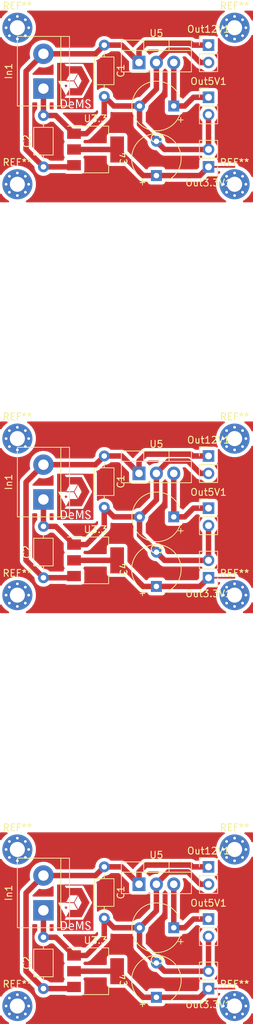
<source format=kicad_pcb>
(kicad_pcb (version 20171130) (host pcbnew 5.1.2-f72e74a~84~ubuntu18.10.1)
  (layers (0 F.Cu signal) (31 B.Cu signal) (34 B.Paste user) (35 F.Paste user) (36 B.SilkS user) (37 F.SilkS user) (38 B.Mask user) (39 F.Mask user) (44 Edge.Cuts user))
  (net 0 "")
  (net 1 GNDREF)
  (net 2 "Net-(C1-Pad1)")
  (net 3 "Net-(C3-Pad1)")
  (net 4 "Net-(C4-Pad1)")
  (module logo:DeMS (layer F.Cu) (at 29 158)
    (fp_text reference G*** hide)
    (fp_text value LOGO hide)
    (fp_poly (pts (xy 0.298026 0.1905) (xy 0.296333 0.192314) (xy 0.29464 0.1905) (xy 0.296333 0.188686) (xy 0.298026 0.1905)) (layer F.Cu) (width 0.01))
    (fp_poly (pts (xy -0.234306 0.333707) (xy -0.205147 0.33371) (xy 0.366947 0.333765) (xy 0.380405 0.356475) (xy 0.388449 0.3705) (xy 0.397988 0.38779) (xy 0.407303 0.40522) (xy 0.409808 0.410028) (xy 0.416618 0.423029) (xy 0.425999 0.440696) (xy 0.437096 0.461433) (xy 0.449057 0.483646) (xy 0.461026 0.505738) (xy 0.461269 0.506186) (xy 0.475196 0.531826) (xy 0.490042 0.55921) (xy 0.505313 0.58742) (xy 0.520514 0.615538) (xy 0.535149 0.642647) (xy 0.548723 0.667828) (xy 0.560741 0.690165) (xy 0.570709 0.70874) (xy 0.57813 0.722636) (xy 0.58168 0.729343) (xy 0.588058 0.741033) (xy 0.594265 0.751684) (xy 0.596453 0.755176) (xy 0.602234 0.765035) (xy 0.606303 0.773319) (xy 0.610346 0.781822) (xy 0.616092 0.792734) (xy 0.618173 0.796471) (xy 0.62367 0.806414) (xy 0.627853 0.814401) (xy 0.628822 0.816428) (xy 0.631555 0.821746) (xy 0.636928 0.831613) (xy 0.644041 0.844389) (xy 0.648739 0.852714) (xy 0.65772 0.868767) (xy 0.666689 0.885165) (xy 0.674166 0.899191) (xy 0.676401 0.903514) (xy 0.6827 0.91563) (xy 0.691071 0.931398) (xy 0.700132 0.948227) (xy 0.704434 0.956128) (xy 0.712897 0.971652) (xy 0.720959 0.986531) (xy 0.727435 0.998577) (xy 0.729945 1.0033) (xy 0.734823 1.012438) (xy 0.742063 1.025853) (xy 0.750594 1.041565) (xy 0.757433 1.0541) (xy 0.76611 1.07009) (xy 0.774192 1.0852) (xy 0.780656 1.097507) (xy 0.783953 1.103993) (xy 0.788632 1.112382) (xy 0.792388 1.117171) (xy 0.79325 1.1176) (xy 0.795799 1.120378) (xy 0.795866 1.121185) (xy 0.797454 1.125617) (xy 0.801649 1.134646) (xy 0.8076 1.146628) (xy 0.814453 1.15992) (xy 0.821357 1.17288) (xy 0.82746 1.183865) (xy 0.831909 1.191232) (xy 0.832987 1.192739) (xy 0.836124 1.197891) (xy 0.836506 1.199393) (xy 0.838162 1.203192) (xy 0.842684 1.211922) (xy 0.849399 1.224324) (xy 0.857638 1.239139) (xy 0.85852 1.240704) (xy 0.866905 1.255894) (xy 0.87382 1.269027) (xy 0.878585 1.278766) (xy 0.880521 1.28378) (xy 0.880533 1.283943) (xy 0.882816 1.287912) (xy 0.88392 1.288143) (xy 0.887088 1.291011) (xy 0.887338 1.292678) (xy 0.889071 1.297785) (xy 0.893613 1.307049) (xy 0.900027 1.318581) (xy 0.900885 1.320038) (xy 0.907396 1.331228) (xy 0.912188 1.339828) (xy 0.914356 1.344209) (xy 0.9144 1.344405) (xy 0.916065 1.348062) (xy 0.920361 1.355882) (xy 0.92456 1.363113) (xy 0.930146 1.373034) (xy 0.933837 1.380512) (xy 0.93472 1.383185) (xy 0.931383 1.383425) (xy 0.921575 1.383655) (xy 0.905597 1.383875) (xy 0.88375 1.384084) (xy 0.856337 1.384283) (xy 0.823659 1.384471) (xy 0.786017 1.384648) (xy 0.743713 1.384816) (xy 0.697049 1.384972) (xy 0.646326 1.385118) (xy 0.591847 1.385253) (xy 0.533912 1.385378) (xy 0.472823 1.385492) (xy 0.408883 1.385596) (xy 0.342392 1.385688) (xy 0.273652 1.38577) (xy 0.202965 1.385841) (xy 0.130633 1.385902) (xy 0.056957 1.385951) (xy -0.017762 1.38599) (xy -0.09322 1.386018) (xy -0.169118 1.386035) (xy -0.245153 1.386041) (xy -0.321024 1.386036) (xy -0.396429 1.38602) (xy -0.471066 1.385993) (xy -0.544634 1.385955) (xy -0.616831 1.385906) (xy -0.687355 1.385846) (xy -0.755906 1.385774) (xy -0.82218 1.385692) (xy -0.885877 1.385598) (xy -0.946695 1.385494) (xy -1.004332 1.385378) (xy -1.058487 1.385251) (xy -1.108857 1.385112) (xy -1.155143 1.384962) (xy -1.19704 1.384801) (xy -1.234249 1.384629) (xy -1.266468 1.384445) (xy -1.293394 1.38425) (xy -1.314726 1.384044) (xy -1.330163 1.383826) (xy -1.339402 1.383596) (xy -1.342169 1.383382) (xy -1.341499 1.378809) (xy -1.337981 1.371118) (xy -1.337222 1.369786) (xy -1.331443 1.359015) (xy -1.32677 1.348921) (xy -1.323104 1.341849) (xy -1.320058 1.338943) (xy -1.317869 1.335914) (xy -1.317414 1.332074) (xy -1.315417 1.325471) (xy -1.313088 1.323426) (xy -1.309733 1.319586) (xy -1.304329 1.310764) (xy -1.297784 1.298507) (xy -1.29423 1.291288) (xy -1.286699 1.275866) (xy -1.279221 1.26107) (xy -1.273058 1.249383) (xy -1.271404 1.246414) (xy -1.265591 1.235709) (xy -1.260929 1.226213) (xy -1.259866 1.223736) (xy -1.256376 1.217478) (xy -1.253831 1.215571) (xy -1.250986 1.212509) (xy -1.24749 1.204938) (xy -1.246755 1.202871) (xy -1.243204 1.194617) (xy -1.239868 1.190338) (xy -1.239301 1.190171) (xy -1.23649 1.187229) (xy -1.236134 1.184728) (xy -1.234305 1.1799) (xy -1.232747 1.179286) (xy -1.229742 1.177237) (xy -1.229727 1.176564) (xy -1.229008 1.170194) (xy -1.226441 1.162891) (xy -1.223345 1.158024) (xy -1.222277 1.157514) (xy -1.219592 1.154556) (xy -1.215349 1.147194) (xy -1.210652 1.137698) (xy -1.206604 1.128339) (xy -1.204309 1.121387) (xy -1.204131 1.120189) (xy -1.201516 1.115833) (xy -1.200184 1.114746) (xy -1.196358 1.109534) (xy -1.19377 1.103086) (xy -1.189902 1.094033) (xy -1.183937 1.083914) (xy -1.183153 1.082786) (xy -1.177985 1.074509) (xy -1.175287 1.068225) (xy -1.175174 1.067364) (xy -1.172888 1.0634) (xy -1.171787 1.063171) (xy -1.168755 1.060245) (xy -1.1684 1.057909) (xy -1.165842 1.05135) (xy -1.164132 1.049744) (xy -1.160528 1.045153) (xy -1.155292 1.035998) (xy -1.149939 1.025071) (xy -1.14253 1.009739) (xy -1.134063 0.993536) (xy -1.128887 0.984312) (xy -1.122518 0.972577) (xy -1.117601 0.961943) (xy -1.11565 0.95632) (xy -1.111895 0.948683) (xy -1.107621 0.945304) (xy -1.10293 0.940766) (xy -1.098642 0.931997) (xy -1.097782 0.929276) (xy -1.094025 0.919109) (xy -1.089693 0.911699) (xy -1.088798 0.910757) (xy -1.084535 0.905235) (xy -1.083734 0.902505) (xy -1.081848 0.897387) (xy -1.077183 0.889463) (xy -1.075865 0.887528) (xy -1.070257 0.878548) (xy -1.065882 0.869852) (xy -1.063675 0.8635) (xy -1.064042 0.861503) (xy -1.062922 0.858734) (xy -1.058845 0.852103) (xy -1.05664 0.848803) (xy -1.04986 0.837865) (xy -1.04256 0.82465) (xy -1.039778 0.81915) (xy -1.034651 0.809541) (xy -1.030456 0.803284) (xy -1.028771 0.801914) (xy -1.026419 0.798983) (xy -1.02616 0.79675) (xy -1.024109 0.790828) (xy -1.019019 0.782582) (xy -1.017393 0.780421) (xy -1.012445 0.773508) (xy -1.010573 0.76959) (xy -1.01085 0.769257) (xy -1.010603 0.766708) (xy -1.007166 0.76041) (xy -1.006071 0.758718) (xy -1.001379 0.750744) (xy -0.999107 0.745084) (xy -0.999067 0.744648) (xy -0.996735 0.739625) (xy -0.993905 0.736527) (xy -0.990289 0.732157) (xy -0.990139 0.730442) (xy -0.98943 0.726725) (xy -0.986065 0.718931) (xy -0.983415 0.713723) (xy -0.978123 0.703296) (xy -0.974178 0.694629) (xy -0.97324 0.69215) (xy -0.970119 0.686797) (xy -0.968192 0.6858) (xy -0.965536 0.682855) (xy -0.9652 0.680357) (xy -0.963424 0.675527) (xy -0.961913 0.674914) (xy -0.958744 0.671927) (xy -0.953906 0.664189) (xy -0.949653 0.655864) (xy -0.938743 0.632954) (xy -0.93015 0.615533) (xy -0.923315 0.602517) (xy -0.917682 0.592823) (xy -0.915247 0.589042) (xy -0.910307 0.580736) (xy -0.907733 0.574628) (xy -0.907627 0.573841) (xy -0.905131 0.568671) (xy -0.903394 0.567144) (xy -0.899073 0.562358) (xy -0.894334 0.55472) (xy -0.890496 0.54676) (xy -0.888879 0.541008) (xy -0.889172 0.539869) (xy -0.888371 0.536467) (xy -0.885696 0.533473) (xy -0.881347 0.527291) (xy -0.880534 0.523884) (xy -0.878791 0.519344) (xy -0.877542 0.518886) (xy -0.874581 0.515815) (xy -0.871913 0.508686) (xy -0.870847 0.502315) (xy -0.868791 0.498594) (xy -0.863823 0.49167) (xy -0.862083 0.48942) (xy -0.856515 0.481155) (xy -0.853576 0.474505) (xy -0.85344 0.473456) (xy -0.850948 0.467498) (xy -0.847391 0.463756) (xy -0.842657 0.457479) (xy -0.837977 0.447369) (xy -0.83657 0.443207) (xy -0.832794 0.433307) (xy -0.828825 0.426745) (xy -0.82738 0.425583) (xy -0.823311 0.420822) (xy -0.82296 0.418712) (xy -0.821218 0.414134) (xy -0.819941 0.413657) (xy -0.817022 0.410565) (xy -0.814622 0.403841) (xy -0.810714 0.394762) (xy -0.806175 0.389411) (xy -0.800637 0.382407) (xy -0.797798 0.375278) (xy -0.794196 0.365056) (xy -0.789655 0.356143) (xy -0.784314 0.347093) (xy -0.780491 0.340091) (xy -0.779845 0.33927) (xy -0.778571 0.338521) (xy -0.776369 0.337843) (xy -0.772937 0.33723) (xy -0.767973 0.33668) (xy -0.761177 0.33619) (xy -0.752247 0.335756) (xy -0.740881 0.335374) (xy -0.726777 0.335043) (xy -0.709635 0.334757) (xy -0.689153 0.334514) (xy -0.66503 0.334311) (xy -0.636963 0.334144) (xy -0.604652 0.33401) (xy -0.567795 0.333905) (xy -0.526091 0.333826) (xy -0.479237 0.33377) (xy -0.426933 0.333734) (xy -0.368878 0.333713) (xy -0.304769 0.333706) (xy -0.234306 0.333707)) (layer F.Cu) (width 0.01))
    (fp_poly (pts (xy -1.792394 2.112701) (xy -1.758254 2.113091) (xy -1.73013 2.113484) (xy -1.707267 2.113922) (xy -1.688907 2.114451) (xy -1.674294 2.115112) (xy -1.662671 2.115951) (xy -1.653281 2.11701) (xy -1.645369 2.118334) (xy -1.638177 2.119965) (xy -1.630949 2.121948) (xy -1.63068 2.122026) (xy -1.604079 2.131572) (xy -1.576229 2.14471) (xy -1.549571 2.160125) (xy -1.526541 2.176505) (xy -1.521146 2.181023) (xy -1.491274 2.211635) (xy -1.464485 2.248441) (xy -1.440938 2.291092) (xy -1.420788 2.339239) (xy -1.404193 2.392533) (xy -1.391309 2.450624) (xy -1.386224 2.481943) (xy -1.383634 2.505706) (xy -1.381728 2.535026) (xy -1.380508 2.56824) (xy -1.379973 2.603686) (xy -1.380122 2.6397) (xy -1.380955 2.67462) (xy -1.382472 2.706783) (xy -1.384673 2.734526) (xy -1.38626 2.74792) (xy -1.397419 2.810921) (xy -1.41261 2.868298) (xy -1.431798 2.919999) (xy -1.454944 2.96597) (xy -1.482015 3.00616) (xy -1.512972 3.040515) (xy -1.54778 3.068983) (xy -1.586403 3.091512) (xy -1.628804 3.108049) (xy -1.636377 3.110258) (xy -1.64404 3.112275) (xy -1.651648 3.113932) (xy -1.65998 3.115274) (xy -1.669811 3.116349) (xy -1.68192 3.117201) (xy -1.697082 3.117877) (xy -1.716075 3.118421) (xy -1.739675 3.118879) (xy -1.76866 3.119298) (xy -1.79578 3.119629) (xy -1.927014 3.121162) (xy -1.927014 2.111249) (xy -1.792394 2.112701)) (layer F.Cu) (width 0.01))
    (fp_poly (pts (xy -0.525841 2.400645) (xy -0.493429 2.406771) (xy -0.463756 2.417965) (xy -0.446287 2.42811) (xy -0.422886 2.448) (xy -0.401632 2.473796) (xy -0.383259 2.504307) (xy -0.368502 2.53834) (xy -0.35938 2.569028) (xy -0.354992 2.590565) (xy -0.351065 2.615369) (xy -0.347943 2.640725) (xy -0.34597 2.663915) (xy -0.34545 2.678793) (xy -0.34544 2.696028) (xy -0.786014 2.696028) (xy -0.78424 2.684236) (xy -0.777109 2.641371) (xy -0.769394 2.604673) (xy -0.760713 2.573052) (xy -0.750686 2.545423) (xy -0.73893 2.520696) (xy -0.725065 2.497784) (xy -0.712977 2.481039) (xy -0.695921 2.462111) (xy -0.674934 2.443726) (xy -0.65231 2.427654) (xy -0.630344 2.415668) (xy -0.625869 2.413771) (xy -0.593425 2.404036) (xy -0.559628 2.399697) (xy -0.525841 2.400645)) (layer F.Cu) (width 0.01))
    (fp_poly (pts (xy 2.65176 3.370943) (xy -2.65176 3.370943) (xy -2.65176 3.266127) (xy -2.096347 3.266127) (xy -1.865207 3.264759) (xy -1.819921 3.264485) (xy -1.780862 3.264224) (xy -1.747486 3.263958) (xy -1.719246 3.263666) (xy -1.695598 3.26333) (xy -1.675995 3.262928) (xy -1.659893 3.262443) (xy -1.646745 3.261853) (xy -1.636007 3.261141) (xy -1.627132 3.260285) (xy -1.619576 3.259267) (xy -1.612792 3.258066) (xy -1.606236 3.256664) (xy -1.6002 3.255243) (xy -1.556219 3.243058) (xy -1.516917 3.228523) (xy -1.480344 3.210766) (xy -1.444548 3.188913) (xy -1.431081 3.179595) (xy -1.388534 3.144959) (xy -1.350166 3.104753) (xy -1.316076 3.059197) (xy -1.286362 3.008514) (xy -1.261122 2.952924) (xy -1.240454 2.892648) (xy -1.224455 2.827908) (xy -1.215175 2.770901) (xy -0.961347 2.770901) (xy -0.960874 2.800825) (xy -0.958455 2.852299) (xy -0.953813 2.89838) (xy -0.946617 2.940646) (xy -0.936534 2.980671) (xy -0.923232 3.020034) (xy -0.90638 3.06031) (xy -0.906118 3.060888) (xy -0.880443 3.109669) (xy -0.850387 3.152959) (xy -0.816095 3.190664) (xy -0.777714 3.22269) (xy -0.735391 3.248943) (xy -0.689271 3.26933) (xy -0.639502 3.283755) (xy -0.586231 3.292126) (xy -0.542302 3.294391) (xy -0.521493 3.294018) (xy -0.498747 3.292733) (xy -0.477303 3.290756) (xy -0.465035 3.289116) (xy -0.415336 3.277616) (xy -0.366209 3.25916) (xy -0.318235 3.23405) (xy -0.271992 3.202587) (xy -0.229832 3.166748) (xy -0.218021 3.155674) (xy -0.209763 3.147159) (xy -0.205146 3.139973) (xy -0.20426 3.132891) (xy -0.207195 3.124682) (xy -0.214039 3.114121) (xy -0.224884 3.099978) (xy -0.235698 3.086278) (xy -0.247851 3.071035) (xy -0.258581 3.05796) (xy -0.267104 3.047981) (xy -0.272634 3.042023) (xy -0.274293 3.040743) (xy -0.278211 3.042911) (xy -0.285422 3.048508) (xy -0.29178 3.054017) (xy -0.317511 3.074796) (xy -0.347056 3.094599) (xy -0.378451 3.112336) (xy -0.409737 3.126915) (xy -0.438952 3.137245) (xy -0.443801 3.13856) (xy -0.489728 3.147265) (xy -0.533406 3.149381) (xy -0.574552 3.145069) (xy -0.612885 3.134487) (xy -0.648119 3.117794) (xy -0.679974 3.095152) (xy -0.708166 3.066718) (xy -0.732411 3.032652) (xy -0.752428 2.993115) (xy -0.765318 2.957286) (xy -0.769058 2.943005) (xy -0.773084 2.924482) (xy -0.777057 2.90368) (xy -0.780639 2.882565) (xy -0.783491 2.863101) (xy -0.785275 2.847253) (xy -0.785707 2.838996) (xy -0.785707 2.826657) (xy -0.179494 2.826657) (xy -0.179494 2.745399) (xy -0.180059 2.69398) (xy -0.18187 2.648699) (xy -0.185096 2.608526) (xy -0.18991 2.572433) (xy -0.196481 2.539391) (xy -0.204981 2.508372) (xy -0.215581 2.478348) (xy -0.228451 2.448289) (xy -0.229107 2.446874) (xy -0.252842 2.403506) (xy -0.281155 2.365418) (xy -0.313875 2.332712) (xy -0.350835 2.305489) (xy -0.391865 2.283852) (xy -0.436796 2.267903) (xy -0.485458 2.257745) (xy -0.537682 2.25348) (xy -0.549298 2.253343) (xy -0.603906 2.25661) (xy -0.655487 2.266302) (xy -0.703822 2.282255) (xy -0.748698 2.304304) (xy -0.789896 2.332285) (xy -0.827201 2.366033) (xy -0.860397 2.405384) (xy -0.889267 2.450174) (xy -0.913596 2.500238) (xy -0.929056 2.542147) (xy -0.941383 2.584819) (xy -0.950592 2.627532) (xy -0.956865 2.671784) (xy -0.960389 2.719074) (xy -0.961347 2.770901) (xy -1.215175 2.770901) (xy -1.213225 2.758925) (xy -1.206861 2.685919) (xy -1.206243 2.672443) (xy -1.2053 2.633576) (xy -1.205412 2.593243) (xy -1.206513 2.553272) (xy -1.208533 2.515491) (xy -1.211407 2.481728) (xy -1.214077 2.460171) (xy -1.226886 2.391326) (xy -1.244415 2.326921) (xy -1.266526 2.267153) (xy -1.293079 2.212223) (xy -1.323937 2.162329) (xy -1.35896 2.117671) (xy -1.398011 2.078448) (xy -1.440949 2.044859) (xy -1.487636 2.017104) (xy -1.537608 1.995498) (xy -1.551342 1.990568) (xy -1.563545 1.986292) (xy -1.574796 1.982622) (xy -1.585674 1.979506) (xy -1.596757 1.976896) (xy -1.608625 1.974743) (xy -1.621854 1.972997) (xy -1.637025 1.971608) (xy -1.654716 1.970528) (xy -1.675504 1.969706) (xy -1.69997 1.969094) (xy -1.728691 1.968641) (xy -1.762246 1.968298) (xy -1.801213 1.968017) (xy -1.846172 1.967747) (xy -1.863514 1.967646) (xy -2.042341 1.966593) (xy 0.115146 1.966593) (xy 0.115146 3.265714) (xy 0.28448 3.265714) (xy 0.284704 2.211614) (xy 0.435895 2.646136) (xy 0.587086 3.080657) (xy 0.651683 3.08064) (xy 0.71628 3.080624) (xy 0.866986 2.646974) (xy 1.017693 2.213324) (xy 1.019409 3.265714) (xy 1.18872 3.265714) (xy 1.18872 2.954197) (xy 1.446106 2.954197) (xy 1.447291 2.961547) (xy 1.450517 2.974086) (xy 1.45529 2.990275) (xy 1.461116 3.008573) (xy 1.467502 3.027441) (xy 1.473954 3.045338) (xy 1.479977 3.060724) (xy 1.48116 3.063534) (xy 1.500375 3.102574) (xy 1.52348 3.139608) (xy 1.549434 3.173256) (xy 1.577194 3.202141) (xy 1.6002 3.221035) (xy 1.634975 3.243021) (xy 1.673345 3.261832) (xy 1.713044 3.276517) (xy 1.751809 3.286127) (xy 1.75768 3.287115) (xy 1.771291 3.289247) (xy 1.783268 3.291124) (xy 1.791172 3.292364) (xy 1.791546 3.292423) (xy 1.802311 3.293419) (xy 1.81819 3.294011) (xy 1.837534 3.294221) (xy 1.858697 3.294068) (xy 1.880029 3.293575) (xy 1.899883 3.292761) (xy 1.916611 3.291648) (xy 1.92532 3.290736) (xy 1.977858 3.280865) (xy 2.026112 3.265489) (xy 2.070349 3.244473) (xy 2.11084 3.217683) (xy 2.147855 3.184985) (xy 2.157306 3.175106) (xy 2.18749 3.138375) (xy 2.211495 3.099907) (xy 2.229611 3.058972) (xy 2.242129 3.01484) (xy 2.249337 2.96678) (xy 2.251129 2.938817) (xy 2.25102 2.895396) (xy 2.246959 2.856587) (xy 2.238503 2.821198) (xy 2.225207 2.78804) (xy 2.206626 2.755922) (xy 2.182318 2.723652) (xy 2.162509 2.70125) (xy 2.140455 2.678998) (xy 2.116849 2.658169) (xy 2.090908 2.638248) (xy 2.061848 2.618722) (xy 2.028885 2.599076) (xy 1.991234 2.578796) (xy 1.948113 2.557366) (xy 1.9304 2.548942) (xy 1.884804 2.526956) (xy 1.845072 2.506614) (xy 1.810568 2.487521) (xy 1.780654 2.469284) (xy 1.754696 2.451506) (xy 1.732055 2.433794) (xy 1.712096 2.415752) (xy 1.706279 2.409954) (xy 1.684123 2.384691) (xy 1.667952 2.359639) (xy 1.657162 2.333328) (xy 1.651148 2.30429) (xy 1.649306 2.271486) (xy 1.65222 2.233197) (xy 1.660868 2.198712) (xy 1.675109 2.168225) (xy 1.694802 2.141926) (xy 1.719807 2.120007) (xy 1.749983 2.102663) (xy 1.781386 2.091138) (xy 1.79895 2.087657) (xy 1.821073 2.085559) (xy 1.845665 2.084839) (xy 1.870638 2.085495) (xy 1.893901 2.087523) (xy 1.913365 2.090918) (xy 1.91516 2.091369) (xy 1.951097 2.104379) (xy 1.984905 2.123774) (xy 2.015829 2.148832) (xy 2.043115 2.17883) (xy 2.06601 2.213048) (xy 2.083761 2.250763) (xy 2.084957 2.253966) (xy 2.089599 2.265932) (xy 2.093486 2.27467) (xy 2.095866 2.27851) (xy 2.096035 2.278561) (xy 2.099663 2.277333) (xy 2.108737 2.273988) (xy 2.122331 2.268875) (xy 2.139521 2.262344) (xy 2.159382 2.254743) (xy 2.170853 2.250332) (xy 2.195142 2.241062) (xy 2.213731 2.233801) (xy 2.227183 2.227791) (xy 2.23606 2.222275) (xy 2.240924 2.216495) (xy 2.242339 2.209696) (xy 2.240867 2.201119) (xy 2.237071 2.190008) (xy 2.231512 2.175605) (xy 2.229772 2.171029) (xy 2.208535 2.123173) (xy 2.182903 2.080816) (xy 2.152866 2.043954) (xy 2.118415 2.012579) (xy 2.07954 1.986686) (xy 2.036233 1.966268) (xy 1.988484 1.951321) (xy 1.936284 1.941837) (xy 1.879623 1.937812) (xy 1.865468 1.937657) (xy 1.808061 1.940481) (xy 1.754863 1.948965) (xy 1.705827 1.963129) (xy 1.660902 1.98299) (xy 1.620039 2.008568) (xy 1.583187 2.039881) (xy 1.577025 2.046077) (xy 1.546314 2.082636) (xy 1.521278 2.122907) (xy 1.502092 2.166366) (xy 1.488932 2.212489) (xy 1.481972 2.260753) (xy 1.481389 2.310632) (xy 1.482691 2.328045) (xy 1.487543 2.366282) (xy 1.494457 2.399288) (xy 1.504012 2.428915) (xy 1.51679 2.457013) (xy 1.53081 2.48138) (xy 1.553054 2.513684) (xy 1.578162 2.54368) (xy 1.606733 2.571838) (xy 1.639368 2.598633) (xy 1.676664 2.624538) (xy 1.719222 2.650023) (xy 1.76764 2.675563) (xy 1.792213 2.687539) (xy 1.836553 2.708967) (xy 1.87513 2.728299) (xy 1.908547 2.745909) (xy 1.937412 2.762166) (xy 1.962329 2.777442) (xy 1.983905 2.792108) (xy 2.002746 2.806535) (xy 2.019457 2.821095) (xy 2.034457 2.835961) (xy 2.054739 2.860457) (xy 2.069243 2.885719) (xy 2.078883 2.91363) (xy 2.083364 2.93669) (xy 2.085123 2.970973) (xy 2.080532 3.003745) (xy 2.069952 3.034491) (xy 2.053742 3.062698) (xy 2.032261 3.08785) (xy 2.00587 3.109433) (xy 1.974928 3.126933) (xy 1.941758 3.139273) (xy 1.921607 3.143521) (xy 1.896966 3.146279) (xy 1.869979 3.14752) (xy 1.842788 3.147218) (xy 1.817537 3.145346) (xy 1.796367 3.141878) (xy 1.79324 3.141104) (xy 1.755443 3.127538) (xy 1.720986 3.107695) (xy 1.689939 3.081658) (xy 1.662376 3.049507) (xy 1.63837 3.011324) (xy 1.617992 2.967191) (xy 1.605042 2.929933) (xy 1.600431 2.91494) (xy 1.596627 2.902775) (xy 1.594097 2.894921) (xy 1.593316 2.892752) (xy 1.590077 2.893625) (xy 1.581368 2.896635) (xy 1.568089 2.901454) (xy 1.551142 2.907753) (xy 1.531426 2.915201) (xy 1.519366 2.919808) (xy 1.494771 2.929355) (xy 1.475979 2.936947) (xy 1.462357 2.942881) (xy 1.453268 2.947457) (xy 1.44808 2.950971) (xy 1.446155 2.953722) (xy 1.446106 2.954197) (xy 1.18872 2.954197) (xy 1.18872 1.966593) (xy 1.069602 1.967546) (xy 0.950484 1.9685) (xy 0.801347 2.406496) (xy 0.782939 2.460528) (xy 0.76517 2.512628) (xy 0.748178 2.562395) (xy 0.7321 2.609427) (xy 0.717075 2.653322) (xy 0.70324 2.69368) (xy 0.690734 2.730098) (xy 0.679694 2.762175) (xy 0.670258 2.789509) (xy 0.662563 2.8117) (xy 0.656749 2.828345) (xy 0.652953 2.839043) (xy 0.651313 2.843393) (xy 0.651258 2.843472) (xy 0.650002 2.840002) (xy 0.646564 2.830118) (xy 0.641084 2.814225) (xy 0.6337 2.792726) (xy 0.624549 2.766027) (xy 0.61377 2.734531) (xy 0.6015 2.698643) (xy 0.58788 2.658768) (xy 0.573046 2.61531) (xy 0.557137 2.568672) (xy 0.540291 2.519261) (xy 0.522646 2.467479) (xy 0.504341 2.413733) (xy 0.50153 2.405476) (xy 0.352754 1.9685) (xy 0.23395 1.967546) (xy 0.115146 1.966593) (xy -2.042341 1.966593) (xy -2.096347 1.966275) (xy -2.096347 3.266127) (xy -2.65176 3.266127) (xy -2.65176 -0.732097) (xy -2.508545 -0.732097) (xy -2.50567 -0.723547) (xy -2.504017 -0.721709) (xy -2.499956 -0.715538) (xy -2.499361 -0.71257) (xy -2.497545 -0.708031) (xy -2.496243 -0.707572) (xy -2.49342 -0.704444) (xy -2.490938 -0.696898) (xy -2.490894 -0.696686) (xy -2.488611 -0.689074) (xy -2.486199 -0.685803) (xy -2.486145 -0.6858) (xy -2.483322 -0.682837) (xy -2.478883 -0.675268) (xy -2.476017 -0.669472) (xy -2.47113 -0.660112) (xy -2.467039 -0.654205) (xy -2.465525 -0.653143) (xy -2.462876 -0.650016) (xy -2.460457 -0.642462) (xy -2.460396 -0.64217) (xy -2.456538 -0.631509) (xy -2.45043 -0.621306) (xy -2.444271 -0.611762) (xy -2.440146 -0.602498) (xy -2.440101 -0.602343) (xy -2.437402 -0.594856) (xy -2.435404 -0.591457) (xy -2.430931 -0.585387) (xy -2.424399 -0.573477) (xy -2.417707 -0.559661) (xy -2.412847 -0.550091) (xy -2.408757 -0.543544) (xy -2.407476 -0.542177) (xy -2.404101 -0.537753) (xy -2.399918 -0.529638) (xy -2.399471 -0.528616) (xy -2.393569 -0.516101) (xy -2.387854 -0.505999) (xy -2.383824 -0.500743) (xy -2.381335 -0.496225) (xy -2.379106 -0.489857) (xy -2.374455 -0.48027) (xy -2.36996 -0.474711) (xy -2.364938 -0.469026) (xy -2.363266 -0.465639) (xy -2.362019 -0.460202) (xy -2.360101 -0.454243) (xy -2.357783 -0.446443) (xy -2.357121 -0.44245) (xy -2.354535 -0.439156) (xy -2.353724 -0.439057) (xy -2.350429 -0.436029) (xy -2.346145 -0.428409) (xy -2.344458 -0.424543) (xy -2.340416 -0.415718) (xy -2.33714 -0.410571) (xy -2.336304 -0.410029) (xy -2.33368 -0.407043) (xy -2.329407 -0.399381) (xy -2.326272 -0.392793) (xy -2.320995 -0.381975) (xy -2.316125 -0.373495) (xy -2.314116 -0.370762) (xy -2.31031 -0.364318) (xy -2.309707 -0.361328) (xy -2.307839 -0.355841) (xy -2.303094 -0.347154) (xy -2.29997 -0.342287) (xy -2.293706 -0.332202) (xy -2.289136 -0.323372) (xy -2.288078 -0.320611) (xy -2.284076 -0.312145) (xy -2.280011 -0.306347) (xy -2.274887 -0.298822) (xy -2.269534 -0.288909) (xy -2.265483 -0.279644) (xy -2.264229 -0.275046) (xy -2.261899 -0.270575) (xy -2.259754 -0.26797) (xy -2.25604 -0.261531) (xy -2.25552 -0.258717) (xy -2.253671 -0.254371) (xy -2.252501 -0.254) (xy -2.249582 -0.250909) (xy -2.247182 -0.244184) (xy -2.243226 -0.235063) (xy -2.238616 -0.229665) (xy -2.233337 -0.222778) (xy -2.23012 -0.214081) (xy -2.227691 -0.206466) (xy -2.224929 -0.203202) (xy -2.224871 -0.2032) (xy -2.221879 -0.200201) (xy -2.217233 -0.192433) (xy -2.213146 -0.18415) (xy -2.204714 -0.166349) (xy -2.198517 -0.154797) (xy -2.19429 -0.149003) (xy -2.193982 -0.148735) (xy -2.191549 -0.144163) (xy -2.189443 -0.137205) (xy -2.186156 -0.129337) (xy -2.182402 -0.125562) (xy -2.178109 -0.120667) (xy -2.177627 -0.118043) (xy -2.175831 -0.113141) (xy -2.17424 -0.112486) (xy -2.171196 -0.109566) (xy -2.170854 -0.107302) (xy -2.168624 -0.100466) (xy -2.166285 -0.097223) (xy -2.162215 -0.090612) (xy -2.158175 -0.080757) (xy -2.157645 -0.079112) (xy -2.153734 -0.069281) (xy -2.149403 -0.062265) (xy -2.148749 -0.061605) (xy -2.144728 -0.056106) (xy -2.139363 -0.046365) (xy -2.135277 -0.037729) (xy -2.130212 -0.027312) (xy -2.125868 -0.020209) (xy -2.12361 -0.018143) (xy -2.120857 -0.015016) (xy -2.118405 -0.007472) (xy -2.11836 -0.007257) (xy -2.116018 0.000357) (xy -2.113463 0.003626) (xy -2.113406 0.003628) (xy -2.110152 0.006565) (xy -2.108605 0.009978) (xy -2.1056 0.016848) (xy -2.10048 0.026678) (xy -2.098131 0.030843) (xy -2.092576 0.040986) (xy -2.088466 0.04945) (xy -2.087567 0.051707) (xy -2.084487 0.057048) (xy -2.082675 0.058057) (xy -2.08013 0.061181) (xy -2.077767 0.068719) (xy -2.07772 0.068943) (xy -2.075423 0.076555) (xy -2.072975 0.079826) (xy -2.072921 0.079828) (xy -2.070133 0.082799) (xy -2.065532 0.090499) (xy -2.061277 0.098878) (xy -2.054051 0.113713) (xy -2.047957 0.125193) (xy -2.041243 0.136526) (xy -2.036987 0.143328) (xy -2.031096 0.153748) (xy -2.024928 0.166248) (xy -2.023432 0.169594) (xy -2.019079 0.178682) (xy -2.015636 0.184225) (xy -2.014631 0.185015) (xy -2.012081 0.188048) (xy -2.008599 0.195436) (xy -2.00805 0.19685) (xy -2.004563 0.205256) (xy -2.001921 0.21022) (xy -2.001713 0.210457) (xy -1.997483 0.216349) (xy -1.992228 0.225938) (xy -1.98774 0.235857) (xy -1.982452 0.245905) (xy -1.977955 0.252186) (xy -1.972918 0.259791) (xy -1.967154 0.27085) (xy -1.964549 0.276678) (xy -1.959887 0.286414) (xy -1.955779 0.292663) (xy -1.954023 0.293914) (xy -1.951296 0.295976) (xy -1.95135 0.296636) (xy -1.950268 0.30284) (xy -1.945861 0.313477) (xy -1.938824 0.327142) (xy -1.929856 0.342429) (xy -1.924482 0.350822) (xy -1.919552 0.359209) (xy -1.916967 0.365409) (xy -1.916854 0.366243) (xy -1.914598 0.369963) (xy -1.913736 0.370114) (xy -1.910913 0.373242) (xy -1.908431 0.380788) (xy -1.908387 0.381) (xy -1.90605 0.388614) (xy -1.903505 0.391883) (xy -1.903449 0.391886) (xy -1.900533 0.394908) (xy -1.896922 0.402318) (xy -1.896403 0.403678) (xy -1.891268 0.414908) (xy -1.884651 0.426266) (xy -1.884139 0.427022) (xy -1.879047 0.435353) (xy -1.876346 0.441549) (xy -1.876214 0.442443) (xy -1.874047 0.446164) (xy -1.873222 0.446314) (xy -1.869747 0.449259) (xy -1.868175 0.452664) (xy -1.8653 0.459552) (xy -1.860427 0.469578) (xy -1.857999 0.474237) (xy -1.853545 0.483357) (xy -1.851281 0.489562) (xy -1.851275 0.490956) (xy -1.850235 0.49411) (xy -1.847509 0.497041) (xy -1.84316 0.503223) (xy -1.842347 0.50663) (xy -1.840379 0.511166) (xy -1.83896 0.511628) (xy -1.835759 0.514459) (xy -1.835574 0.515822) (xy -1.833659 0.521186) (xy -1.828898 0.529312) (xy -1.827288 0.531654) (xy -1.821233 0.54178) (xy -1.817113 0.551551) (xy -1.816761 0.552861) (xy -1.814271 0.559879) (xy -1.811895 0.562428) (xy -1.808689 0.565352) (xy -1.807101 0.568778) (xy -1.80404 0.575651) (xy -1.798885 0.585485) (xy -1.796537 0.589643) (xy -1.791003 0.599782) (xy -1.78694 0.608245) (xy -1.786063 0.610507) (xy -1.783053 0.615854) (xy -1.781261 0.616857) (xy -1.778697 0.619975) (xy -1.776369 0.62744) (xy -1.773304 0.635682) (xy -1.769327 0.640026) (xy -1.764953 0.644938) (xy -1.764454 0.647586) (xy -1.762658 0.652487) (xy -1.761067 0.653143) (xy -1.758252 0.656159) (xy -1.75768 0.65991) (xy -1.755664 0.667463) (xy -1.750907 0.675904) (xy -1.746175 0.683483) (xy -1.744136 0.689) (xy -1.744134 0.689094) (xy -1.742293 0.692889) (xy -1.74155 0.693057) (xy -1.739981 0.693549) (xy -1.738086 0.695817) (xy -1.735215 0.701047) (xy -1.730718 0.710427) (xy -1.723943 0.725144) (xy -1.723834 0.725383) (xy -1.718813 0.735428) (xy -1.714639 0.742138) (xy -1.712743 0.743857) (xy -1.70985 0.746823) (xy -1.706371 0.753669) (xy -1.703637 0.761312) (xy -1.702947 0.766536) (xy -1.701022 0.769214) (xy -1.700502 0.769257) (xy -1.697018 0.772199) (xy -1.695431 0.775607) (xy -1.692437 0.78249) (xy -1.687349 0.792337) (xy -1.685038 0.796471) (xy -1.679487 0.8064) (xy -1.675259 0.814383) (xy -1.674269 0.816428) (xy -1.671021 0.822245) (xy -1.669842 0.823686) (xy -1.667161 0.827782) (xy -1.662831 0.835848) (xy -1.661205 0.839107) (xy -1.656534 0.847498) (xy -1.652784 0.852286) (xy -1.651924 0.852714) (xy -1.64989 0.855188) (xy -1.649936 0.855436) (xy -1.648855 0.86164) (xy -1.644447 0.872277) (xy -1.637411 0.885942) (xy -1.628442 0.901229) (xy -1.623069 0.909622) (xy -1.618139 0.918009) (xy -1.615553 0.924209) (xy -1.61544 0.925043) (xy -1.613185 0.928763) (xy -1.612323 0.928914) (xy -1.6095 0.932042) (xy -1.607018 0.939588) (xy -1.606974 0.9398) (xy -1.604675 0.947412) (xy -1.602223 0.950683) (xy -1.602168 0.950686) (xy -1.599113 0.953606) (xy -1.595276 0.960354) (xy -1.592125 0.967915) (xy -1.591125 0.973271) (xy -1.591143 0.973364) (xy -1.589268 0.976042) (xy -1.588742 0.976086) (xy -1.585293 0.979037) (xy -1.58376 0.982436) (xy -1.580257 0.990656) (xy -1.575258 0.999711) (xy -1.571414 1.005114) (xy -1.566971 1.011691) (xy -1.560654 1.023499) (xy -1.553842 1.037771) (xy -1.549151 1.047547) (xy -1.545482 1.054301) (xy -1.54432 1.055914) (xy -1.541817 1.060008) (xy -1.537691 1.06848) (xy -1.534926 1.074678) (xy -1.530127 1.084799) (xy -1.525952 1.09194) (xy -1.524322 1.093801) (xy -1.521211 1.098044) (xy -1.516488 1.106833) (xy -1.512262 1.115858) (xy -1.507165 1.126363) (xy -1.502791 1.13357) (xy -1.500464 1.135743) (xy -1.497711 1.13887) (xy -1.495258 1.146414) (xy -1.495214 1.146628) (xy -1.492931 1.15424) (xy -1.490519 1.157512) (xy -1.490465 1.157514) (xy -1.487694 1.160469) (xy -1.483443 1.167771) (xy -1.478854 1.177078) (xy -1.475071 1.186046) (xy -1.473237 1.192333) (xy -1.4732 1.192902) (xy -1.470494 1.197327) (xy -1.46812 1.198741) (xy -1.463615 1.20359) (xy -1.46304 1.206386) (xy -1.461436 1.21129) (xy -1.460021 1.211943) (xy -1.457082 1.215029) (xy -1.45476 1.22151) (xy -1.45123 1.231064) (xy -1.445638 1.241497) (xy -1.445071 1.242374) (xy -1.436176 1.256357) (xy -1.429278 1.268697) (xy -1.422135 1.283407) (xy -1.422128 1.283422) (xy -1.416839 1.293549) (xy -1.411833 1.301173) (xy -1.410255 1.302917) (xy -1.406117 1.309088) (xy -1.405467 1.312173) (xy -1.403385 1.316707) (xy -1.401881 1.317171) (xy -1.399465 1.319023) (xy -1.399737 1.319893) (xy -1.39909 1.324489) (xy -1.395618 1.332207) (xy -1.394892 1.3335) (xy -1.389183 1.343946) (xy -1.384451 1.353457) (xy -1.379525 1.362682) (xy -1.373124 1.372933) (xy -1.372562 1.373757) (xy -1.367527 1.382082) (xy -1.364925 1.388371) (xy -1.364827 1.389178) (xy -1.362657 1.393144) (xy -1.361617 1.393371) (xy -1.360245 1.396345) (xy -1.361948 1.404257) (xy -1.365151 1.411789) (xy -1.36806 1.415133) (xy -1.368178 1.415143) (xy -1.370909 1.418214) (xy -1.372991 1.424214) (xy -1.375711 1.43101) (xy -1.378438 1.433286) (xy -1.381675 1.435928) (xy -1.38176 1.436696) (xy -1.38341 1.441098) (xy -1.387844 1.450147) (xy -1.394292 1.462313) (xy -1.398687 1.47026) (xy -1.405976 1.483687) (xy -1.411691 1.495061) (xy -1.415055 1.502785) (xy -1.415621 1.50495) (xy -1.417253 1.509172) (xy -1.418187 1.509486) (xy -1.421158 1.51245) (xy -1.424946 1.519666) (xy -1.425278 1.520452) (xy -1.429647 1.529519) (xy -1.433764 1.535873) (xy -1.43822 1.54248) (xy -1.441793 1.5494) (xy -1.445797 1.557676) (xy -1.451663 1.569094) (xy -1.455663 1.576614) (xy -1.463387 1.59104) (xy -1.471648 1.60665) (xy -1.474923 1.6129) (xy -1.480422 1.623085) (xy -1.48474 1.630437) (xy -1.486482 1.632857) (xy -1.489384 1.637185) (xy -1.492683 1.643743) (xy -1.496515 1.651536) (xy -1.502487 1.662971) (xy -1.508767 1.674586) (xy -1.515124 1.686511) (xy -1.520172 1.696658) (xy -1.522769 1.702707) (xy -1.525863 1.708062) (xy -1.527782 1.709057) (xy -1.530586 1.711933) (xy -1.530806 1.713593) (xy -1.532539 1.718699) (xy -1.537081 1.727964) (xy -1.543495 1.739495) (xy -1.544353 1.740953) (xy -1.550867 1.752162) (xy -1.555659 1.760805) (xy -1.557825 1.765242) (xy -1.557867 1.765446) (xy -1.554518 1.765563) (xy -1.544623 1.765678) (xy -1.528409 1.76579) (xy -1.506102 1.765899) (xy -1.477931 1.766004) (xy -1.444121 1.766106) (xy -1.404901 1.766204) (xy -1.360496 1.766298) (xy -1.311135 1.766387) (xy -1.257044 1.766472) (xy -1.19845 1.766551) (xy -1.13558 1.766626) (xy -1.068662 1.766694) (xy -0.997923 1.766758) (xy -0.923588 1.766815) (xy -0.845887 1.766865) (xy -0.765045 1.76691) (xy -0.68129 1.766947) (xy -0.594848 1.766977) (xy -0.505947 1.767) (xy -0.414814 1.767015) (xy -0.321676 1.767023) (xy -0.226761 1.767022) (xy -0.207434 1.767021) (xy 1.143 1.766928) (xy 1.162908 1.729828) (xy 1.187444 1.684181) (xy 1.210927 1.640642) (xy 1.23267 1.600482) (xy 1.251988 1.564968) (xy 1.257518 1.554843) (xy 1.26639 1.538567) (xy 1.274151 1.524234) (xy 1.280093 1.513161) (xy 1.283506 1.506665) (xy 1.283906 1.505857) (xy 1.286591 1.500676) (xy 1.291926 1.490733) (xy 1.299108 1.477514) (xy 1.306442 1.464128) (xy 1.314574 1.44924) (xy 1.32154 1.4363) (xy 1.326547 1.426791) (xy 1.328722 1.4224) (xy 1.329824 1.419939) (xy 1.331443 1.41665) (xy 1.334028 1.4117) (xy 1.33803 1.404258) (xy 1.343897 1.393491) (xy 1.352079 1.378568) (xy 1.363025 1.358656) (xy 1.369878 1.3462) (xy 1.378982 1.329629) (xy 1.387335 1.31438) (xy 1.394073 1.302031) (xy 1.398333 1.29416) (xy 1.398641 1.293586) (xy 1.414836 1.263216) (xy 1.428197 1.238225) (xy 1.439227 1.217676) (xy 1.448428 1.200632) (xy 1.456306 1.186157) (xy 1.463072 1.173843) (xy 1.471568 1.158301) (xy 1.479995 1.142623) (xy 1.486867 1.129584) (xy 1.488367 1.126671) (xy 1.493624 1.116605) (xy 1.501335 1.102125) (xy 1.510517 1.085069) (xy 1.520184 1.067274) (xy 1.521434 1.064986) (xy 1.53801 1.034648) (xy 1.551552 1.009831) (xy 1.562457 0.989798) (xy 1.571124 0.973812) (xy 1.577953 0.961137) (xy 1.58334 0.951038) (xy 1.587685 0.942778) (xy 1.590171 0.937986) (xy 1.595715 0.927493) (xy 1.603638 0.91283) (xy 1.612827 0.896047) (xy 1.621029 0.881234) (xy 1.629234 0.866385) (xy 1.635995 0.853923) (xy 1.640647 0.845092) (xy 1.642523 0.841137) (xy 1.642533 0.841071) (xy 1.644181 0.837594) (xy 1.648742 0.828959) (xy 1.655641 0.816229) (xy 1.664305 0.800466) (xy 1.67132 0.787822) (xy 1.680893 0.770561) (xy 1.689118 0.755599) (xy 1.695422 0.743988) (xy 1.699231 0.736785) (xy 1.700106 0.734917) (xy 1.701738 0.731538) (xy 1.706229 0.723049) (xy 1.712974 0.710575) (xy 1.721366 0.695242) (xy 1.725506 0.687733) (xy 1.734474 0.671283) (xy 1.742052 0.656965) (xy 1.747628 0.645968) (xy 1.75059 0.639485) (xy 1.750906 0.63838) (xy 1.75349 0.635096) (xy 1.754293 0.635) (xy 1.757546 0.632207) (xy 1.75768 0.631134) (xy 1.759316 0.626542) (xy 1.763725 0.617275) (xy 1.770157 0.604855) (xy 1.775099 0.595755) (xy 1.786142 0.57572) (xy 1.794771 0.559901) (xy 1.802066 0.546294) (xy 1.809107 0.532897) (xy 1.812146 0.52705) (xy 1.81461 0.522331) (xy 1.817569 0.516751) (xy 1.821402 0.509611) (xy 1.826491 0.500209) (xy 1.833216 0.487846) (xy 1.841959 0.47182) (xy 1.8531 0.451431) (xy 1.867021 0.425978) (xy 1.878725 0.404586) (xy 1.888392 0.386832) (xy 1.897703 0.369577) (xy 1.905672 0.354655) (xy 1.911315 0.343906) (xy 1.911831 0.3429) (xy 1.917967 0.331139) (xy 1.92607 0.315921) (xy 1.934653 0.300035) (xy 1.937004 0.295728) (xy 1.955611 0.26169) (xy 1.971362 0.232761) (xy 1.984097 0.209237) (xy 1.993656 0.191415) (xy 1.998926 0.181428) (xy 2.005334 0.169267) (xy 2.014362 0.152329) (xy 2.025331 0.131875) (xy 2.037561 0.109161) (xy 2.05037 0.085445) (xy 2.063079 0.061986) (xy 2.075007 0.040041) (xy 2.085475 0.020868) (xy 2.093802 0.005725) (xy 2.098475 -0.00266) (xy 2.105216 -0.014803) (xy 2.11035 -0.024419) (xy 2.113057 -0.029957) (xy 2.11328 -0.030654) (xy 2.114932 -0.034278) (xy 2.119407 -0.042744) (xy 2.125981 -0.054709) (xy 2.132377 -0.066094) (xy 2.141579 -0.082543) (xy 2.150673 -0.099161) (xy 2.158319 -0.113486) (xy 2.161547 -0.119743) (xy 2.167234 -0.13073) (xy 2.175307 -0.14596) (xy 2.184699 -0.163433) (xy 2.19434 -0.18115) (xy 2.194493 -0.181429) (xy 2.203694 -0.198277) (xy 2.214735 -0.218594) (xy 2.22678 -0.240831) (xy 2.238992 -0.263439) (xy 2.250537 -0.28487) (xy 2.260576 -0.303575) (xy 2.268274 -0.318005) (xy 2.269928 -0.321129) (xy 2.273064 -0.326959) (xy 2.278825 -0.337573) (xy 2.286408 -0.351496) (xy 2.295012 -0.367254) (xy 2.295584 -0.3683) (xy 2.304832 -0.385267) (xy 2.313692 -0.401614) (xy 2.321134 -0.415436) (xy 2.32598 -0.424543) (xy 2.332038 -0.435955) (xy 2.339891 -0.450581) (xy 2.347905 -0.465378) (xy 2.348392 -0.466272) (xy 2.355998 -0.480405) (xy 2.363179 -0.494038) (xy 2.368501 -0.504447) (xy 2.368912 -0.505279) (xy 2.373591 -0.513668) (xy 2.377348 -0.518457) (xy 2.37821 -0.518886) (xy 2.380712 -0.521712) (xy 2.380826 -0.522873) (xy 2.382455 -0.52754) (xy 2.386838 -0.536858) (xy 2.393218 -0.549272) (xy 2.397759 -0.557685) (xy 2.404967 -0.571092) (xy 2.410649 -0.582204) (xy 2.414054 -0.589523) (xy 2.414693 -0.591496) (xy 2.417161 -0.595655) (xy 2.417233 -0.595691) (xy 2.420171 -0.599341) (xy 2.424885 -0.607338) (xy 2.427968 -0.613229) (xy 2.433438 -0.623752) (xy 2.441114 -0.638048) (xy 2.449687 -0.653687) (xy 2.453423 -0.6604) (xy 2.461335 -0.674693) (xy 2.468312 -0.687576) (xy 2.47334 -0.697164) (xy 2.474891 -0.700314) (xy 2.47928 -0.709146) (xy 2.485194 -0.720319) (xy 2.487239 -0.724044) (xy 2.495378 -0.738702) (xy 2.484424 -0.758516) (xy 2.477629 -0.770921) (xy 2.468996 -0.78684) (xy 2.460038 -0.803478) (xy 2.456991 -0.809172) (xy 2.449342 -0.823443) (xy 2.43937 -0.841983) (xy 2.428156 -0.862786) (xy 2.41678 -0.883847) (xy 2.412029 -0.892629) (xy 2.401589 -0.91196) (xy 2.391485 -0.930754) (xy 2.382581 -0.947397) (xy 2.375741 -0.960276) (xy 2.373156 -0.9652) (xy 2.366952 -0.976886) (xy 2.358532 -0.992436) (xy 2.349176 -1.009497) (xy 2.34301 -1.020622) (xy 2.335169 -1.034819) (xy 2.328801 -1.046584) (xy 2.324602 -1.054615) (xy 2.323253 -1.057578) (xy 2.321605 -1.061034) (xy 2.317045 -1.06965) (xy 2.310147 -1.082364) (xy 2.301485 -1.098117) (xy 2.294466 -1.110765) (xy 2.28489 -1.128041) (xy 2.276663 -1.143035) (xy 2.270359 -1.154689) (xy 2.266552 -1.161944) (xy 2.26568 -1.163851) (xy 2.264042 -1.167297) (xy 2.259544 -1.175816) (xy 2.252806 -1.188256) (xy 2.244448 -1.203463) (xy 2.241126 -1.209457) (xy 2.232098 -1.225829) (xy 2.224243 -1.240289) (xy 2.218258 -1.251537) (xy 2.21484 -1.258276) (xy 2.214404 -1.259263) (xy 2.211956 -1.264249) (xy 2.206686 -1.274185) (xy 2.199278 -1.28781) (xy 2.190413 -1.303865) (xy 2.186464 -1.310947) (xy 2.177386 -1.327419) (xy 2.169709 -1.341796) (xy 2.164051 -1.352889) (xy 2.161028 -1.359503) (xy 2.160693 -1.360691) (xy 2.158129 -1.364233) (xy 2.157306 -1.364343) (xy 2.154079 -1.367155) (xy 2.15392 -1.368375) (xy 2.152283 -1.373087) (xy 2.147891 -1.382394) (xy 2.141521 -1.394698) (xy 2.137581 -1.401939) (xy 2.13001 -1.415731) (xy 2.120145 -1.433857) (xy 2.109054 -1.454347) (xy 2.097802 -1.475235) (xy 2.093053 -1.484086) (xy 2.082113 -1.504461) (xy 2.070905 -1.525253) (xy 2.060484 -1.544515) (xy 2.051901 -1.560299) (xy 2.04893 -1.565729) (xy 2.040626 -1.580958) (xy 2.032518 -1.595998) (xy 2.026014 -1.608235) (xy 2.024525 -1.611086) (xy 2.019837 -1.61995) (xy 2.012547 -1.633525) (xy 2.00349 -1.650266) (xy 1.993499 -1.66863) (xy 1.988467 -1.677841) (xy 1.979167 -1.694902) (xy 1.971204 -1.709627) (xy 1.965154 -1.720944) (xy 1.96159 -1.727781) (xy 1.960879 -1.729317) (xy 1.959242 -1.732634) (xy 1.954735 -1.741056) (xy 1.947968 -1.753462) (xy 1.93955 -1.76873) (xy 1.935479 -1.776067) (xy 1.926523 -1.792275) (xy 1.918951 -1.806154) (xy 1.913374 -1.81657) (xy 1.910404 -1.822391) (xy 1.910079 -1.823203) (xy 1.908429 -1.826637) (xy 1.90386 -1.835228) (xy 1.89695 -1.847915) (xy 1.888274 -1.863639) (xy 1.881293 -1.876182) (xy 1.871704 -1.893445) (xy 1.863469 -1.908448) (xy 1.857163 -1.920127) (xy 1.853365 -1.927416) (xy 1.852506 -1.929347) (xy 1.850881 -1.932895) (xy 1.846428 -1.94149) (xy 1.839778 -1.95394) (xy 1.831561 -1.969053) (xy 1.82922 -1.97332) (xy 1.818158 -1.993518) (xy 1.80533 -2.017064) (xy 1.79234 -2.041008) (xy 1.78096 -2.06209) (xy 1.747599 -2.123991) (xy 1.716559 -2.181369) (xy 1.688291 -2.233388) (xy 1.683775 -2.241673) (xy 1.675083 -2.2577) (xy 1.667766 -2.271365) (xy 1.662434 -2.281512) (xy 1.659698 -2.286988) (xy 1.659466 -2.2876) (xy 1.657843 -2.291068) (xy 1.653434 -2.299471) (xy 1.646928 -2.311515) (xy 1.6397 -2.32467) (xy 1.63074 -2.34094) (xy 1.622118 -2.356731) (xy 1.614982 -2.369934) (xy 1.611377 -2.376714) (xy 1.606264 -2.386332) (xy 1.598746 -2.4003) (xy 1.589852 -2.416712) (xy 1.580997 -2.432957) (xy 1.572356 -2.448782) (xy 1.564686 -2.462869) (xy 1.558787 -2.473741) (xy 1.555462 -2.479925) (xy 1.555355 -2.480129) (xy 1.552361 -2.485672) (xy 1.54661 -2.496195) (xy 1.538797 -2.510433) (xy 1.529614 -2.527123) (xy 1.524221 -2.536907) (xy 1.514929 -2.553875) (xy 1.506993 -2.568598) (xy 1.500998 -2.57997) (xy 1.497531 -2.586889) (xy 1.496906 -2.58845) (xy 1.495249 -2.592131) (xy 1.490707 -2.600807) (xy 1.483925 -2.61328) (xy 1.475548 -2.628353) (xy 1.4732 -2.632529) (xy 1.464518 -2.648056) (xy 1.457263 -2.661269) (xy 1.45208 -2.670977) (xy 1.449611 -2.67599) (xy 1.449493 -2.676378) (xy 1.447844 -2.679961) (xy 1.443307 -2.68861) (xy 1.436499 -2.701179) (xy 1.428035 -2.716526) (xy 1.424093 -2.723597) (xy 1.415116 -2.739752) (xy 1.407532 -2.75359) (xy 1.401956 -2.763975) (xy 1.399003 -2.769769) (xy 1.398693 -2.770563) (xy 1.397057 -2.774182) (xy 1.392742 -2.782309) (xy 1.386632 -2.793283) (xy 1.385746 -2.794843) (xy 1.377319 -2.809936) (xy 1.368548 -2.826098) (xy 1.36252 -2.837543) (xy 1.356749 -2.848527) (xy 1.348595 -2.863752) (xy 1.339136 -2.881221) (xy 1.329448 -2.898935) (xy 1.329286 -2.899229) (xy 1.319846 -2.916464) (xy 1.310845 -2.933033) (xy 1.303267 -2.947113) (xy 1.298099 -2.956881) (xy 1.29789 -2.957286) (xy 1.292763 -2.966967) (xy 1.285211 -2.980934) (xy 1.276289 -2.997247) (xy 1.267871 -3.012492) (xy 1.259658 -3.027422) (xy 1.252883 -3.039989) (xy 1.248212 -3.048943) (xy 1.246306 -3.053034) (xy 1.246293 -3.053119) (xy 1.244637 -3.056683) (xy 1.240082 -3.065304) (xy 1.233249 -3.077836) (xy 1.224757 -3.093136) (xy 1.220893 -3.100026) (xy 1.21186 -3.11635) (xy 1.204242 -3.130619) (xy 1.198668 -3.141618) (xy 1.195766 -3.148133) (xy 1.195493 -3.149206) (xy 1.193126 -3.153041) (xy 1.192106 -3.153229) (xy 1.188876 -3.156039) (xy 1.18872 -3.157242) (xy 1.187055 -3.161722) (xy 1.182508 -3.171063) (xy 1.175753 -3.183946) (xy 1.167461 -3.199053) (xy 1.16649 -3.200785) (xy 1.144261 -3.240314) (xy -0.203417 -3.240314) (xy -0.298565 -3.240308) (xy -0.391982 -3.240287) (xy -0.483438 -3.240254) (xy -0.572708 -3.240207) (xy -0.659563 -3.240149) (xy -0.743776 -3.240079) (xy -0.825121 -3.239998) (xy -0.903369 -3.239906) (xy -0.978294 -3.239804) (xy -1.049668 -3.239693) (xy -1.117263 -3.239572) (xy -1.180854 -3.239442) (xy -1.240212 -3.239303) (xy -1.295109 -3.239157) (xy -1.34532 -3.239003) (xy -1.390616 -3.238843) (xy -1.43077 -3.238676) (xy -1.465555 -3.238503) (xy -1.494743 -3.238324) (xy -1.518108 -3.23814) (xy -1.535422 -3.237952) (xy -1.546457 -3.23776) (xy -1.550987 -3.237563) (xy -1.551094 -3.237528) (xy -1.54934 -3.233069) (xy -1.544923 -3.225117) (xy -1.542627 -3.221392) (xy -1.537511 -3.21299) (xy -1.534499 -3.207397) (xy -1.53416 -3.206406) (xy -1.532526 -3.202747) (xy -1.528198 -3.194537) (xy -1.522038 -3.183401) (xy -1.520614 -3.180879) (xy -1.514142 -3.169014) (xy -1.509353 -3.159373) (xy -1.507128 -3.15375) (xy -1.507067 -3.153294) (xy -1.504528 -3.149718) (xy -1.50368 -3.1496) (xy -1.50039 -3.147089) (xy -1.500294 -3.146313) (xy -1.498671 -3.141958) (xy -1.494303 -3.132903) (xy -1.487942 -3.120663) (xy -1.48336 -3.1122) (xy -1.476163 -3.098866) (xy -1.470485 -3.087911) (xy -1.467075 -3.0808) (xy -1.466427 -3.078959) (xy -1.464549 -3.074809) (xy -1.459858 -3.067378) (xy -1.45796 -3.064651) (xy -1.45266 -3.056688) (xy -1.449711 -3.051251) (xy -1.449494 -3.050422) (xy -1.447861 -3.04656) (xy -1.443419 -3.037798) (xy -1.436855 -3.025453) (xy -1.429174 -3.011419) (xy -1.421235 -2.997005) (xy -1.414748 -2.98506) (xy -1.410395 -2.976848) (xy -1.408854 -2.973645) (xy -1.407223 -2.970302) (xy -1.402733 -2.961846) (xy -1.39599 -2.949399) (xy -1.3876 -2.934082) (xy -1.383454 -2.926562) (xy -1.374492 -2.910148) (xy -1.366917 -2.895906) (xy -1.361341 -2.885014) (xy -1.358375 -2.878651) (xy -1.358054 -2.877597) (xy -1.355353 -2.873891) (xy -1.352697 -2.872403) (xy -1.348938 -2.872234) (xy -1.338654 -2.872069) (xy -1.322092 -2.871908) (xy -1.2995 -2.871751) (xy -1.271126 -2.871599) (xy -1.237218 -2.871452) (xy -1.198024 -2.871311) (xy -1.153792 -2.871176) (xy -1.104769 -2.871047) (xy -1.051203 -2.870926) (xy -0.993342 -2.870813) (xy -0.931434 -2.870707) (xy -0.865728 -2.87061) (xy -0.796469 -2.870523) (xy -0.723908 -2.870444) (xy -0.64829 -2.870376) (xy -0.569865 -2.870318) (xy -0.48888 -2.870271) (xy -0.405582 -2.870236) (xy -0.320221 -2.870212) (xy -0.233043 -2.870201) (xy -0.199737 -2.8702) (xy -0.079419 -2.870189) (xy 0.034309 -2.870157) (xy 0.141435 -2.870104) (xy 0.241949 -2.870029) (xy 0.335841 -2.869933) (xy 0.423101 -2.869815) (xy 0.503717 -2.869676) (xy 0.57768 -2.869516) (xy 0.644979 -2.869335) (xy 0.705604 -2.869133) (xy 0.759544 -2.86891) (xy 0.806789 -2.868665) (xy 0.847328 -2.868399) (xy 0.881151 -2.868113) (xy 0.908247 -2.867805) (xy 0.928607 -2.867477) (xy 0.942219 -2.867127) (xy 0.949073 -2.866757) (xy 0.94996 -2.866572) (xy 0.948813 -2.863827) (xy 0.944032 -2.862943) (xy 0.939466 -2.861724) (xy 0.934614 -2.857351) (xy 0.928596 -2.848748) (xy 0.92053 -2.83484) (xy 0.919517 -2.833007) (xy 0.911747 -2.818974) (xy 0.904773 -2.806498) (xy 0.899655 -2.797472) (xy 0.898161 -2.794907) (xy 0.89564 -2.788854) (xy 0.896823 -2.786743) (xy 0.900783 -2.789936) (xy 0.906897 -2.79894) (xy 0.914658 -2.812894) (xy 0.923558 -2.830935) (xy 0.926201 -2.836636) (xy 0.93107 -2.846828) (xy 0.934767 -2.85374) (xy 0.936235 -2.855686) (xy 0.940138 -2.856803) (xy 0.942359 -2.857662) (xy 0.946847 -2.85581) (xy 0.953554 -2.848206) (xy 0.961934 -2.835724) (xy 0.971444 -2.819241) (xy 0.981538 -2.799628) (xy 0.99058 -2.780235) (xy 0.995356 -2.771746) (xy 1.00009 -2.766619) (xy 1.000653 -2.766328) (xy 1.003872 -2.761888) (xy 1.00357 -2.759228) (xy 1.003695 -2.754745) (xy 1.00511 -2.754086) (xy 1.008452 -2.751027) (xy 1.010421 -2.745849) (xy 1.014276 -2.736723) (xy 1.018598 -2.730428) (xy 1.023636 -2.724379) (xy 1.026136 -2.71964) (xy 1.028161 -2.712197) (xy 1.028343 -2.71145) (xy 1.031225 -2.705095) (xy 1.033892 -2.703286) (xy 1.035838 -2.701781) (xy 1.035337 -2.701024) (xy 1.035763 -2.69696) (xy 1.039441 -2.689666) (xy 1.040892 -2.687417) (xy 1.047737 -2.676247) (xy 1.054365 -2.663899) (xy 1.055062 -2.662464) (xy 1.059644 -2.654057) (xy 1.063342 -2.649274) (xy 1.064183 -2.648857) (xy 1.066453 -2.646341) (xy 1.066433 -2.646136) (xy 1.067152 -2.639766) (xy 1.069719 -2.632463) (xy 1.072815 -2.627596) (xy 1.073883 -2.627086) (xy 1.076807 -2.624065) (xy 1.081154 -2.61632) (xy 1.084114 -2.609861) (xy 1.090099 -2.597276) (xy 1.096683 -2.585556) (xy 1.099195 -2.58174) (xy 1.104331 -2.573987) (xy 1.107139 -2.568716) (xy 1.107288 -2.56816) (xy 1.109152 -2.561012) (xy 1.112202 -2.553764) (xy 1.114145 -2.550886) (xy 1.117024 -2.546914) (xy 1.121864 -2.538958) (xy 1.124373 -2.534557) (xy 1.129842 -2.525406) (xy 1.134265 -2.519097) (xy 1.13549 -2.517823) (xy 1.138263 -2.513922) (xy 1.138301 -2.513325) (xy 1.139402 -2.507482) (xy 1.14217 -2.500185) (xy 1.144446 -2.496457) (xy 1.148919 -2.490045) (xy 1.155775 -2.476985) (xy 1.163278 -2.461079) (xy 1.168428 -2.45085) (xy 1.172819 -2.443936) (xy 1.175003 -2.442029) (xy 1.177756 -2.438902) (xy 1.180208 -2.431358) (xy 1.180253 -2.431143) (xy 1.18255 -2.423531) (xy 1.184998 -2.42026) (xy 1.185052 -2.420257) (xy 1.187854 -2.417294) (xy 1.192494 -2.409611) (xy 1.196814 -2.401207) (xy 1.207371 -2.379573) (xy 1.215486 -2.363555) (xy 1.221664 -2.352234) (xy 1.226407 -2.344691) (xy 1.230219 -2.340007) (xy 1.230429 -2.339796) (xy 1.234906 -2.334774) (xy 1.236042 -2.332539) (xy 1.236824 -2.328261) (xy 1.239846 -2.321251) (xy 1.243567 -2.314604) (xy 1.246447 -2.311414) (xy 1.246567 -2.3114) (xy 1.249007 -2.308277) (xy 1.251326 -2.300742) (xy 1.251373 -2.300515) (xy 1.253715 -2.292901) (xy 1.256271 -2.289631) (xy 1.256327 -2.289629) (xy 1.259545 -2.286684) (xy 1.26104 -2.283279) (xy 1.26532 -2.273414) (xy 1.271116 -2.264113) (xy 1.27508 -2.259749) (xy 1.276709 -2.257286) (xy 1.275995 -2.257027) (xy 1.275944 -2.254296) (xy 1.278867 -2.247566) (xy 1.280158 -2.245179) (xy 1.286016 -2.234178) (xy 1.292377 -2.221413) (xy 1.293927 -2.218149) (xy 1.299243 -2.208029) (xy 1.304266 -2.200406) (xy 1.305851 -2.198655) (xy 1.309989 -2.192484) (xy 1.31064 -2.189399) (xy 1.312721 -2.184864) (xy 1.314226 -2.1844) (xy 1.31637 -2.182261) (xy 1.315957 -2.181183) (xy 1.316631 -2.176564) (xy 1.319143 -2.173481) (xy 1.323389 -2.168074) (xy 1.324186 -2.165466) (xy 1.326001 -2.16037) (xy 1.330445 -2.152537) (xy 1.33119 -2.151396) (xy 1.335069 -2.144526) (xy 1.335782 -2.140898) (xy 1.335423 -2.140737) (xy 1.335679 -2.138712) (xy 1.340091 -2.133974) (xy 1.340421 -2.133676) (xy 1.346059 -2.127824) (xy 1.348447 -2.123818) (xy 1.35127 -2.113504) (xy 1.357053 -2.101879) (xy 1.362255 -2.094593) (xy 1.366411 -2.089001) (xy 1.366864 -2.086445) (xy 1.366708 -2.086429) (xy 1.366788 -2.083893) (xy 1.370206 -2.077534) (xy 1.37211 -2.074636) (xy 1.378743 -2.063867) (xy 1.385716 -2.050944) (xy 1.38788 -2.046514) (xy 1.39563 -2.030596) (xy 1.401365 -2.020237) (xy 1.405726 -2.014322) (xy 1.40716 -2.013006) (xy 1.408525 -2.010556) (xy 1.407604 -2.010284) (xy 1.407529 -2.007721) (xy 1.410857 -2.001357) (xy 1.412773 -1.998436) (xy 1.419972 -1.986919) (xy 1.426823 -1.974392) (xy 1.427492 -1.973036) (xy 1.432261 -1.964626) (xy 1.4363 -1.959844) (xy 1.437281 -1.959429) (xy 1.438779 -1.957761) (xy 1.438304 -1.957117) (xy 1.438449 -1.952835) (xy 1.441764 -1.945653) (xy 1.441973 -1.945309) (xy 1.449645 -1.932653) (xy 1.454723 -1.923768) (xy 1.458427 -1.916429) (xy 1.461107 -1.910443) (xy 1.466782 -1.899476) (xy 1.473138 -1.889579) (xy 1.477402 -1.883044) (xy 1.478535 -1.87971) (xy 1.478295 -1.8796) (xy 1.47844 -1.877003) (xy 1.481654 -1.870645) (xy 1.482282 -1.869606) (xy 1.490047 -1.856844) (xy 1.495227 -1.847783) (xy 1.49907 -1.840139) (xy 1.502161 -1.833178) (xy 1.506823 -1.824667) (xy 1.511503 -1.819547) (xy 1.512039 -1.819271) (xy 1.515259 -1.814831) (xy 1.514957 -1.812171) (xy 1.515081 -1.807688) (xy 1.516497 -1.807029) (xy 1.519838 -1.80397) (xy 1.521808 -1.798792) (xy 1.525573 -1.789983) (xy 1.530712 -1.782534) (xy 1.535678 -1.776311) (xy 1.537764 -1.772694) (xy 1.539739 -1.765215) (xy 1.544148 -1.75552) (xy 1.549392 -1.746706) (xy 1.5536 -1.742025) (xy 1.557351 -1.73904) (xy 1.557088 -1.738196) (xy 1.557009 -1.735413) (xy 1.559873 -1.728627) (xy 1.561108 -1.726293) (xy 1.566711 -1.715574) (xy 1.573051 -1.702701) (xy 1.57519 -1.698172) (xy 1.580385 -1.688156) (xy 1.585086 -1.680987) (xy 1.58688 -1.679168) (xy 1.590679 -1.673906) (xy 1.593317 -1.666504) (xy 1.595758 -1.658597) (xy 1.597928 -1.654665) (xy 1.60242 -1.648782) (xy 1.60826 -1.638064) (xy 1.613543 -1.626456) (xy 1.618218 -1.61793) (xy 1.623043 -1.612797) (xy 1.623539 -1.612549) (xy 1.626969 -1.60814) (xy 1.626717 -1.605343) (xy 1.626889 -1.600862) (xy 1.628355 -1.6002) (xy 1.631433 -1.597069) (xy 1.634024 -1.589517) (xy 1.634065 -1.589319) (xy 1.638085 -1.579535) (xy 1.643648 -1.572921) (xy 1.648692 -1.568603) (xy 1.649915 -1.566566) (xy 1.649995 -1.562709) (xy 1.652605 -1.555138) (xy 1.656696 -1.546302) (xy 1.661219 -1.538649) (xy 1.662712 -1.5367) (xy 1.667749 -1.529095) (xy 1.673512 -1.518036) (xy 1.676117 -1.512207) (xy 1.680779 -1.502472) (xy 1.684888 -1.496223) (xy 1.686644 -1.494972) (xy 1.689575 -1.49288) (xy 1.68958 -1.49225) (xy 1.690264 -1.486199) (xy 1.692645 -1.478937) (xy 1.695478 -1.473864) (xy 1.696565 -1.4732) (xy 1.699285 -1.470231) (xy 1.703838 -1.462535) (xy 1.708083 -1.45415) (xy 1.716291 -1.437402) (xy 1.722299 -1.426342) (xy 1.726644 -1.420024) (xy 1.728335 -1.418366) (xy 1.731116 -1.414394) (xy 1.731172 -1.413913) (xy 1.732249 -1.406898) (xy 1.734632 -1.40012) (xy 1.73711 -1.397002) (xy 1.737154 -1.397) (xy 1.739904 -1.394039) (xy 1.744295 -1.386474) (xy 1.747157 -1.380672) (xy 1.752024 -1.371314) (xy 1.756069 -1.365407) (xy 1.75755 -1.364343) (xy 1.760299 -1.361256) (xy 1.762618 -1.354586) (xy 1.766232 -1.344762) (xy 1.771838 -1.334398) (xy 1.772104 -1.333994) (xy 1.779007 -1.322527) (xy 1.787818 -1.30627) (xy 1.797582 -1.287012) (xy 1.802313 -1.277257) (xy 1.806277 -1.269959) (xy 1.808989 -1.266335) (xy 1.810174 -1.265043) (xy 1.811983 -1.262194) (xy 1.814885 -1.25689) (xy 1.819349 -1.248231) (xy 1.825847 -1.235315) (xy 1.834847 -1.217244) (xy 1.839281 -1.208314) (xy 1.845386 -1.19701) (xy 1.851104 -1.188076) (xy 1.854458 -1.184152) (xy 1.858606 -1.180142) (xy 1.859267 -1.178709) (xy 1.859911 -1.173938) (xy 1.862733 -1.166701) (xy 1.866278 -1.160172) (xy 1.868989 -1.157515) (xy 1.871974 -1.154423) (xy 1.874378 -1.147757) (xy 1.877992 -1.137933) (xy 1.883598 -1.12757) (xy 1.883864 -1.127166) (xy 1.891834 -1.11382) (xy 1.902206 -1.09422) (xy 1.91475 -1.068798) (xy 1.917032 -1.064033) (xy 1.921916 -1.054549) (xy 1.925897 -1.048115) (xy 1.927113 -1.046777) (xy 1.930052 -1.0427) (xy 1.934526 -1.03431) (xy 1.937182 -1.02868) (xy 1.941985 -1.0193) (xy 1.946091 -1.013404) (xy 1.947635 -1.012372) (xy 1.950239 -1.010182) (xy 1.950196 -1.00965) (xy 1.951243 -1.003636) (xy 1.954831 -0.99454) (xy 1.959599 -0.985216) (xy 1.964186 -0.978513) (xy 1.965686 -0.977193) (xy 1.969946 -0.973704) (xy 1.970561 -0.972457) (xy 1.972337 -0.965038) (xy 1.976678 -0.954897) (xy 1.982128 -0.945155) (xy 1.985402 -0.940707) (xy 1.989558 -0.935115) (xy 1.99001 -0.932559) (xy 1.989855 -0.932543) (xy 1.989935 -0.930007) (xy 1.993352 -0.923648) (xy 1.995257 -0.92075) (xy 2.00189 -0.909981) (xy 2.008863 -0.897059) (xy 2.011027 -0.892629) (xy 2.019041 -0.876202) (xy 2.024928 -0.86563) (xy 2.029168 -0.860067) (xy 2.029749 -0.859566) (xy 2.032357 -0.856305) (xy 2.032384 -0.855937) (xy 2.033078 -0.850141) (xy 2.035412 -0.843184) (xy 2.038096 -0.838595) (xy 2.038866 -0.8382) (xy 2.041758 -0.835218) (xy 2.04617 -0.827606) (xy 2.048933 -0.821872) (xy 2.053738 -0.812485) (xy 2.057847 -0.806581) (xy 2.059395 -0.805543) (xy 2.062127 -0.803333) (xy 2.062113 -0.802822) (xy 2.062839 -0.796395) (xy 2.06544 -0.789085) (xy 2.068585 -0.784257) (xy 2.069648 -0.783772) (xy 2.072471 -0.780926) (xy 2.07264 -0.779522) (xy 2.074684 -0.773477) (xy 2.077278 -0.769543) (xy 2.081696 -0.761923) (xy 2.085199 -0.752929) (xy 2.086397 -0.746829) (xy 2.085776 -0.740305) (xy 2.08286 -0.731635) (xy 2.077174 -0.719096) (xy 2.074122 -0.712826) (xy 2.06573 -0.696286) (xy 2.05546 -0.67682) (xy 2.045027 -0.657657) (xy 2.040801 -0.650106) (xy 2.033086 -0.636321) (xy 2.026883 -0.624945) (xy 2.022916 -0.617328) (xy 2.02184 -0.614843) (xy 2.020197 -0.610975) (xy 2.01606 -0.6033) (xy 2.0139 -0.59955) (xy 2.00988 -0.592456) (xy 2.003091 -0.580206) (xy 1.994149 -0.563927) (xy 1.983673 -0.544744) (xy 1.972282 -0.523786) (xy 1.967662 -0.515257) (xy 1.956067 -0.49384) (xy 1.945149 -0.47368) (xy 1.935527 -0.45592) (xy 1.927821 -0.441705) (xy 1.922652 -0.432179) (xy 1.921459 -0.429986) (xy 1.916141 -0.419991) (xy 1.912099 -0.41199) (xy 1.91119 -0.410029) (xy 1.908306 -0.404294) (xy 1.903021 -0.394501) (xy 1.896505 -0.382814) (xy 1.888164 -0.367785) (xy 1.879409 -0.351567) (xy 1.873907 -0.341086) (xy 1.868136 -0.330102) (xy 1.859982 -0.314877) (xy 1.850523 -0.297408) (xy 1.840835 -0.279694) (xy 1.840673 -0.2794) (xy 1.83123 -0.262164) (xy 1.822221 -0.245594) (xy 1.814634 -0.231514) (xy 1.809454 -0.221747) (xy 1.809244 -0.221343) (xy 1.805956 -0.215048) (xy 1.802006 -0.207584) (xy 1.797005 -0.198226) (xy 1.790562 -0.186251) (xy 1.782287 -0.170936) (xy 1.771789 -0.151556) (xy 1.758679 -0.127389) (xy 1.742566 -0.09771) (xy 1.741723 -0.096157) (xy 1.726295 -0.06771) (xy 1.708292 -0.034454) (xy 1.688516 0.002129) (xy 1.667769 0.040554) (xy 1.646852 0.079339) (xy 1.628019 0.1143) (xy 1.600369 0.165606) (xy 1.575715 0.211235) (xy 1.553712 0.251821) (xy 1.534018 0.288001) (xy 1.53079 0.293914) (xy 1.521288 0.311397) (xy 1.512108 0.328436) (xy 1.504277 0.343118) (xy 1.498821 0.353526) (xy 1.498688 0.353786) (xy 1.492817 0.365015) (xy 1.484814 0.380041) (xy 1.475991 0.396411) (xy 1.471543 0.404586) (xy 1.453581 0.437496) (xy 1.438714 0.464779) (xy 1.426603 0.48706) (xy 1.416909 0.504967) (xy 1.409293 0.519128) (xy 1.403417 0.530169) (xy 1.39894 0.538717) (xy 1.397009 0.542471) (xy 1.389635 0.5565) (xy 1.38161 0.57117) (xy 1.37834 0.576943) (xy 1.372864 0.586675) (xy 1.364782 0.601329) (xy 1.354844 0.61952) (xy 1.343795 0.639863) (xy 1.332386 0.660974) (xy 1.321363 0.681469) (xy 1.311475 0.699964) (xy 1.30347 0.715074) (xy 1.298096 0.725416) (xy 1.297944 0.725714) (xy 1.292864 0.735394) (xy 1.285323 0.749335) (xy 1.276382 0.765597) (xy 1.267981 0.780665) (xy 1.259708 0.795553) (xy 1.252889 0.808116) (xy 1.248197 0.817097) (xy 1.246303 0.821236) (xy 1.246293 0.821318) (xy 1.244656 0.825059) (xy 1.24021 0.833686) (xy 1.233655 0.845874) (xy 1.226472 0.858895) (xy 1.217519 0.875058) (xy 1.206524 0.895071) (xy 1.194232 0.917566) (xy 1.181384 0.941172) (xy 1.168726 0.964519) (xy 1.157002 0.986236) (xy 1.146953 1.004954) (xy 1.139326 1.019303) (xy 1.137252 1.023257) (xy 1.131654 1.033829) (xy 1.123936 1.048193) (xy 1.115419 1.063893) (xy 1.111849 1.070428) (xy 1.104569 1.083778) (xy 1.09483 1.101716) (xy 1.083553 1.12254) (xy 1.071661 1.144549) (xy 1.061735 1.162957) (xy 1.050137 1.184457) (xy 1.038454 1.206051) (xy 1.027581 1.22609) (xy 1.018415 1.242924) (xy 1.012527 1.253671) (xy 1.003683 1.26991) (xy 0.994558 1.286953) (xy 0.986831 1.301657) (xy 0.985381 1.304471) (xy 0.977779 1.318916) (xy 0.968584 1.33585) (xy 0.959795 1.351591) (xy 0.95244 1.365555) (xy 0.948758 1.375005) (xy 0.948988 1.379335) (xy 0.949006 1.379347) (xy 0.951017 1.38424) (xy 0.950373 1.388081) (xy 0.947538 1.392539) (xy 0.944939 1.389853) (xy 0.943381 1.383884) (xy 0.941201 1.37814) (xy 0.936257 1.367736) (xy 0.929309 1.354207) (xy 0.922043 1.340757) (xy 0.911976 1.322467) (xy 0.900449 1.301407) (xy 0.8882 1.278937) (xy 0.875966 1.256415) (xy 0.864485 1.235203) (xy 0.854496 1.216658) (xy 0.846735 1.202141) (xy 0.843289 1.195614) (xy 0.838303 1.186236) (xy 0.831018 1.172734) (xy 0.822586 1.157231) (xy 0.817251 1.147485) (xy 0.809201 1.13275) (xy 0.802089 1.119607) (xy 0.79684 1.109776) (xy 0.794757 1.105757) (xy 0.791627 1.099767) (xy 0.785813 1.088897) (xy 0.778058 1.074526) (xy 0.769104 1.058031) (xy 0.765973 1.052286) (xy 0.756914 1.035671) (xy 0.748919 1.021) (xy 0.742688 1.009558) (xy 0.738922 1.00263) (xy 0.738302 1.001486) (xy 0.73549 0.99633) (xy 0.730037 0.98638) (xy 0.722741 0.973093) (xy 0.714818 0.958681) (xy 0.706844 0.944066) (xy 0.700312 0.931867) (xy 0.695896 0.923355) (xy 0.694266 0.919805) (xy 0.694266 0.919803) (xy 0.692638 0.916316) (xy 0.688147 0.907694) (xy 0.681383 0.895046) (xy 0.672937 0.879481) (xy 0.667789 0.870078) (xy 0.655832 0.848235) (xy 0.64209 0.823013) (xy 0.628147 0.797329) (xy 0.615589 0.774098) (xy 0.613959 0.771071) (xy 0.592281 0.730826) (xy 0.573645 0.696266) (xy 0.557722 0.666783) (xy 0.544182 0.64177) (xy 0.532695 0.620617) (xy 0.52293 0.602718) (xy 0.514558 0.587463) (xy 0.507249 0.574244) (xy 0.504114 0.56861) (xy 0.496255 0.554379) (xy 0.48987 0.542558) (xy 0.485655 0.534455) (xy 0.484293 0.531412) (xy 0.482649 0.52789) (xy 0.478113 0.519245) (xy 0.471275 0.506577) (xy 0.462727 0.490988) (xy 0.4572 0.481006) (xy 0.44793 0.464231) (xy 0.440026 0.449745) (xy 0.434078 0.438647) (xy 0.430678 0.432036) (xy 0.430106 0.430688) (xy 0.428455 0.42721) (xy 0.423885 0.418581) (xy 0.416975 0.405865) (xy 0.4083 0.390128) (xy 0.401386 0.377702) (xy 0.372667 0.326278) (xy 0.378526 0.314616) (xy 0.384776 0.30324) (xy 0.391787 0.291855) (xy 0.392006 0.291524) (xy 0.396911 0.283566) (xy 0.399504 0.278185) (xy 0.399626 0.277548) (xy 0.401276 0.273631) (xy 0.405775 0.264797) (xy 0.412452 0.252326) (xy 0.420634 0.237499) (xy 0.42126 0.23638) (xy 0.430283 0.220164) (xy 0.438618 0.204988) (xy 0.44531 0.192608) (xy 0.449261 0.185057) (xy 0.45329 0.177294) (xy 0.459916 0.164823) (xy 0.46831 0.149196) (xy 0.477641 0.131964) (xy 0.480343 0.127) (xy 0.489395 0.110383) (xy 0.497384 0.095711) (xy 0.503611 0.084268) (xy 0.507375 0.077342) (xy 0.507993 0.0762) (xy 0.510906 0.070832) (xy 0.516327 0.060867) (xy 0.523346 0.047977) (xy 0.527739 0.039914) (xy 0.53577 0.025148) (xy 0.542447 0.012775) (xy 0.548854 0.000755) (xy 0.556076 -0.012951) (xy 0.565199 -0.030381) (xy 0.568283 -0.036286) (xy 0.57522 -0.049219) (xy 0.582466 -0.062213) (xy 0.584738 -0.06615) (xy 0.589547 -0.074675) (xy 0.592363 -0.080272) (xy 0.592666 -0.081207) (xy 0.594343 -0.084785) (xy 0.598775 -0.092851) (xy 0.605065 -0.103781) (xy 0.606233 -0.105772) (xy 0.613161 -0.117726) (xy 0.618784 -0.127774) (xy 0.621989 -0.133918) (xy 0.62214 -0.134257) (xy 0.624785 -0.139624) (xy 0.629973 -0.149585) (xy 0.636831 -0.162472) (xy 0.641181 -0.170543) (xy 0.649113 -0.1852) (xy 0.656411 -0.198698) (xy 0.661965 -0.208987) (xy 0.663734 -0.212272) (xy 0.678386 -0.239499) (xy 0.690327 -0.261628) (xy 0.699387 -0.278346) (xy 0.705396 -0.289339) (xy 0.707959 -0.293914) (xy 0.711418 -0.300162) (xy 0.716654 -0.309954) (xy 0.719666 -0.315686) (xy 0.725264 -0.326229) (xy 0.729935 -0.334726) (xy 0.731523 -0.337457) (xy 0.734545 -0.342792) (xy 0.740028 -0.352816) (xy 0.747089 -0.365909) (xy 0.752247 -0.375557) (xy 0.762618 -0.395014) (xy 0.770472 -0.409705) (xy 0.776643 -0.421172) (xy 0.781961 -0.430959) (xy 0.78726 -0.440606) (xy 0.791524 -0.448319) (xy 0.799042 -0.462073) (xy 0.806752 -0.476446) (xy 0.810095 -0.482791) (xy 0.815819 -0.493653) (xy 0.823902 -0.508841) (xy 0.833758 -0.527267) (xy 0.844801 -0.547848) (xy 0.856448 -0.569496) (xy 0.868111 -0.591127) (xy 0.879207 -0.611655) (xy 0.889149 -0.629994) (xy 0.897354 -0.645058) (xy 0.903234 -0.655763) (xy 0.905839 -0.6604) (xy 0.911146 -0.669851) (xy 0.91507 -0.677358) (xy 0.915626 -0.678543) (xy 0.919341 -0.686087) (xy 0.922152 -0.691317) (xy 0.932117 -0.709302) (xy 0.938804 -0.722377) (xy 0.942431 -0.731849) (xy 0.943215 -0.739025) (xy 0.941373 -0.745211) (xy 0.937124 -0.751714) (xy 0.933066 -0.756865) (xy 0.928116 -0.763878) (xy 0.92622 -0.768326) (xy 0.92636 -0.768767) (xy 0.926006 -0.772552) (xy 0.924891 -0.774366) (xy 0.921067 -0.780482) (xy 0.91527 -0.790912) (xy 0.908641 -0.80353) (xy 0.902323 -0.816205) (xy 0.901348 -0.818243) (xy 0.896403 -0.827322) (xy 0.891756 -0.833907) (xy 0.891741 -0.833924) (xy 0.887923 -0.84021) (xy 0.887306 -0.843101) (xy 0.884813 -0.848417) (xy 0.880533 -0.852714) (xy 0.875308 -0.858134) (xy 0.87376 -0.861734) (xy 0.872111 -0.867621) (xy 0.86808 -0.876794) (xy 0.863038 -0.886536) (xy 0.858358 -0.894131) (xy 0.856112 -0.896663) (xy 0.853169 -0.900461) (xy 0.853112 -0.90118) (xy 0.851937 -0.906396) (xy 0.848506 -0.915206) (xy 0.843843 -0.925452) (xy 0.838975 -0.934978) (xy 0.834927 -0.941627) (xy 0.83302 -0.943429) (xy 0.830103 -0.946369) (xy 0.829733 -0.948872) (xy 0.82796 -0.953701) (xy 0.826452 -0.954314) (xy 0.82469 -0.957016) (xy 0.825335 -0.960353) (xy 0.825812 -0.964448) (xy 0.823535 -0.963767) (xy 0.820139 -0.964033) (xy 0.819573 -0.9668) (xy 0.818155 -0.97177) (xy 0.816867 -0.972457) (xy 0.814076 -0.975519) (xy 0.810609 -0.983087) (xy 0.809874 -0.985157) (xy 0.80639 -0.993407) (xy 0.803217 -0.997689) (xy 0.802689 -0.997857) (xy 0.800021 -1.000983) (xy 0.797605 -1.008525) (xy 0.79756 -1.008743) (xy 0.795217 -1.016357) (xy 0.792662 -1.019627) (xy 0.792605 -1.019629) (xy 0.789387 -1.022574) (xy 0.787893 -1.025979) (xy 0.782606 -1.037541) (xy 0.774643 -1.049492) (xy 0.773006 -1.051485) (xy 0.769341 -1.059275) (xy 0.768773 -1.063431) (xy 0.767067 -1.06918) (xy 0.764822 -1.070429) (xy 0.762475 -1.071817) (xy 0.762982 -1.072691) (xy 0.762243 -1.076392) (xy 0.758618 -1.083565) (xy 0.753436 -1.092) (xy 0.748025 -1.099488) (xy 0.744695 -1.103086) (xy 0.7422 -1.107608) (xy 0.739986 -1.113972) (xy 0.737292 -1.121459) (xy 0.735296 -1.124857) (xy 0.73074 -1.131054) (xy 0.724161 -1.143188) (xy 0.717334 -1.157514) (xy 0.712632 -1.167292) (xy 0.708935 -1.174046) (xy 0.707754 -1.175657) (xy 0.704629 -1.180277) (xy 0.703404 -1.182914) (xy 0.700314 -1.189167) (xy 0.695113 -1.198583) (xy 0.692623 -1.202872) (xy 0.686116 -1.2144) (xy 0.680298 -1.2255) (xy 0.678954 -1.228272) (xy 0.672902 -1.240422) (xy 0.667364 -1.250267) (xy 0.663703 -1.255486) (xy 0.661254 -1.259492) (xy 0.656882 -1.267819) (xy 0.653549 -1.274536) (xy 0.648443 -1.284145) (xy 0.644283 -1.290402) (xy 0.642625 -1.291772) (xy 0.640507 -1.294796) (xy 0.64008 -1.298539) (xy 0.638063 -1.306092) (xy 0.633306 -1.314533) (xy 0.628574 -1.322112) (xy 0.626535 -1.327629) (xy 0.626533 -1.327723) (xy 0.624321 -1.331514) (xy 0.623415 -1.331686) (xy 0.620595 -1.334815) (xy 0.618109 -1.342365) (xy 0.61806 -1.342603) (xy 0.615661 -1.349547) (xy 0.612882 -1.351556) (xy 0.612711 -1.351461) (xy 0.610006 -1.352408) (xy 0.609599 -1.354798) (xy 0.607428 -1.362001) (xy 0.605366 -1.365055) (xy 0.601515 -1.370931) (xy 0.5962 -1.380762) (xy 0.592666 -1.387993) (xy 0.5867 -1.399409) (xy 0.580687 -1.40886) (xy 0.577755 -1.412422) (xy 0.573823 -1.417064) (xy 0.573752 -1.418772) (xy 0.573674 -1.421307) (xy 0.570336 -1.42755) (xy 0.569415 -1.428972) (xy 0.563886 -1.439204) (xy 0.56034 -1.448975) (xy 0.557214 -1.457177) (xy 0.553821 -1.461454) (xy 0.550107 -1.466427) (xy 0.546238 -1.475367) (xy 0.545469 -1.477736) (xy 0.541737 -1.48639) (xy 0.537563 -1.491072) (xy 0.536524 -1.491343) (xy 0.532406 -1.492866) (xy 0.532072 -1.494064) (xy 0.531388 -1.50012) (xy 0.529004 -1.507382) (xy 0.526168 -1.512453) (xy 0.525081 -1.513115) (xy 0.522104 -1.516037) (xy 0.518551 -1.522705) (xy 0.515964 -1.529969) (xy 0.51552 -1.532666) (xy 0.513 -1.53769) (xy 0.512522 -1.538109) (xy 0.509344 -1.54247) (xy 0.504669 -1.550839) (xy 0.502664 -1.554843) (xy 0.494234 -1.571728) (xy 0.486712 -1.585353) (xy 0.478225 -1.599078) (xy 0.476673 -1.601476) (xy 0.471146 -1.610983) (xy 0.467808 -1.618662) (xy 0.46736 -1.620916) (xy 0.465579 -1.624234) (xy 0.463973 -1.623786) (xy 0.460926 -1.624425) (xy 0.460565 -1.626293) (xy 0.459859 -1.630527) (xy 0.457389 -1.636953) (xy 0.452578 -1.646845) (xy 0.444852 -1.661475) (xy 0.443653 -1.6637) (xy 0.435496 -1.679062) (xy 0.430337 -1.689501) (xy 0.42761 -1.696266) (xy 0.426746 -1.700605) (xy 0.42674 -1.700893) (xy 0.424472 -1.705107) (xy 0.423157 -1.705429) (xy 0.419725 -1.708494) (xy 0.416179 -1.71595) (xy 0.415921 -1.716718) (xy 0.412247 -1.728008) (xy 0.404274 -1.710368) (xy 0.399772 -1.699587) (xy 0.396867 -1.691054) (xy 0.39627 -1.687979) (xy 0.394477 -1.684882) (xy 0.393097 -1.68531) (xy 0.389867 -1.684008) (xy 0.387546 -1.679174) (xy 0.384451 -1.671728) (xy 0.378923 -1.660928) (xy 0.373797 -1.651907) (xy 0.368238 -1.64207) (xy 0.364917 -1.63519) (xy 0.36451 -1.632857) (xy 0.364043 -1.630299) (xy 0.360405 -1.623892) (xy 0.358541 -1.621065) (xy 0.351424 -1.609517) (xy 0.344688 -1.596967) (xy 0.34406 -1.595664) (xy 0.339447 -1.587246) (xy 0.335636 -1.582468) (xy 0.334746 -1.582057) (xy 0.33237 -1.579728) (xy 0.332416 -1.579336) (xy 0.331371 -1.573505) (xy 0.327832 -1.564423) (xy 0.323083 -1.554862) (xy 0.318407 -1.547593) (xy 0.317022 -1.5461) (xy 0.312508 -1.539651) (xy 0.308384 -1.530055) (xy 0.308097 -1.529153) (xy 0.304803 -1.520983) (xy 0.30162 -1.516863) (xy 0.30115 -1.516743) (xy 0.298314 -1.513833) (xy 0.298026 -1.511745) (xy 0.29564 -1.505291) (xy 0.293278 -1.502524) (xy 0.28887 -1.495908) (xy 0.286266 -1.488635) (xy 0.282081 -1.479374) (xy 0.27724 -1.473893) (xy 0.272709 -1.468182) (xy 0.272292 -1.463752) (xy 0.272179 -1.459315) (xy 0.270827 -1.458686) (xy 0.26783 -1.455788) (xy 0.267546 -1.453807) (xy 0.265465 -1.448063) (xy 0.260328 -1.440092) (xy 0.258992 -1.438386) (xy 0.252754 -1.429214) (xy 0.248726 -1.420615) (xy 0.248465 -1.419679) (xy 0.245803 -1.413328) (xy 0.243472 -1.411514) (xy 0.240593 -1.408693) (xy 0.240453 -1.407483) (xy 0.238793 -1.402802) (xy 0.234332 -1.393528) (xy 0.227849 -1.381229) (xy 0.223519 -1.373414) (xy 0.216257 -1.360292) (xy 0.210553 -1.349526) (xy 0.207176 -1.342594) (xy 0.206586 -1.340901) (xy 0.204463 -1.336615) (xy 0.201511 -1.332987) (xy 0.196692 -1.325187) (xy 0.194294 -1.318406) (xy 0.190452 -1.309273) (xy 0.184194 -1.300062) (xy 0.184129 -1.299988) (xy 0.178627 -1.291784) (xy 0.176121 -1.28441) (xy 0.176106 -1.283985) (xy 0.174834 -1.278378) (xy 0.173273 -1.277257) (xy 0.170371 -1.274269) (xy 0.165868 -1.266723) (xy 0.160801 -1.256746) (xy 0.156205 -1.246465) (xy 0.153114 -1.238008) (xy 0.152399 -1.234355) (xy 0.150601 -1.231318) (xy 0.14922 -1.231763) (xy 0.146345 -1.229794) (xy 0.1417 -1.22265) (xy 0.136224 -1.211808) (xy 0.1355 -1.210206) (xy 0.129974 -1.198647) (xy 0.125224 -1.190218) (xy 0.122196 -1.18658) (xy 0.122016 -1.186543) (xy 0.119315 -1.183417) (xy 0.116884 -1.175874) (xy 0.11684 -1.175657) (xy 0.114564 -1.168046) (xy 0.112167 -1.164774) (xy 0.112114 -1.164772) (xy 0.108857 -1.161797) (xy 0.104298 -1.154463) (xy 0.099641 -1.145151) (xy 0.096088 -1.136247) (xy 0.094826 -1.130499) (xy 0.093318 -1.1264) (xy 0.091539 -1.126606) (xy 0.088446 -1.125253) (xy 0.086092 -1.119563) (xy 0.083476 -1.112701) (xy 0.080912 -1.110343) (xy 0.078471 -1.107296) (xy 0.077893 -1.102972) (xy 0.075779 -1.096036) (xy 0.07302 -1.093597) (xy 0.068774 -1.088868) (xy 0.066078 -1.081502) (xy 0.062348 -1.071293) (xy 0.058063 -1.064569) (xy 0.053085 -1.057335) (xy 0.04709 -1.046603) (xy 0.044085 -1.040493) (xy 0.03907 -1.03084) (xy 0.034831 -1.024585) (xy 0.033066 -1.023257) (xy 0.031605 -1.020996) (xy 0.032173 -1.019629) (xy 0.032058 -1.016278) (xy 0.030948 -1.016) (xy 0.027987 -1.01287) (xy 0.025441 -1.005315) (xy 0.025393 -1.005083) (xy 0.022994 -0.998139) (xy 0.020215 -0.99613) (xy 0.020044 -0.996226) (xy 0.017123 -0.995722) (xy 0.016933 -0.994572) (xy 0.015274 -0.989949) (xy 0.010854 -0.980855) (xy 0.004507 -0.96897) (xy 0.001963 -0.964422) (xy -0.00529 -0.950934) (xy -0.011252 -0.938601) (xy -0.014885 -0.929608) (xy -0.015332 -0.928032) (xy -0.017789 -0.921472) (xy -0.020327 -0.919847) (xy -0.023404 -0.918538) (xy -0.02641 -0.913301) (xy -0.0277 -0.907266) (xy -0.027571 -0.906042) (xy -0.029202 -0.901425) (xy -0.032113 -0.897618) (xy -0.036399 -0.889784) (xy -0.037254 -0.884898) (xy -0.038483 -0.879957) (xy -0.040333 -0.879725) (xy -0.04349 -0.878019) (xy -0.048081 -0.871393) (xy -0.05071 -0.866332) (xy -0.057195 -0.853059) (xy -0.064062 -0.839712) (xy -0.070393 -0.827995) (xy -0.075272 -0.819613) (xy -0.077551 -0.816419) (xy -0.081364 -0.811087) (xy -0.085866 -0.802318) (xy -0.090007 -0.79257) (xy -0.09274 -0.784297) (xy -0.093083 -0.780054) (xy -0.09373 -0.776867) (xy -0.095474 -0.776492) (xy -0.100131 -0.773489) (xy -0.105113 -0.766417) (xy -0.108897 -0.758117) (xy -0.109958 -0.751431) (xy -0.109558 -0.750233) (xy -0.109462 -0.748096) (xy -0.111237 -0.748954) (xy -0.11459 -0.74862) (xy -0.115147 -0.745886) (xy -0.116745 -0.740918) (xy -0.118203 -0.740229) (xy -0.120905 -0.737275) (xy -0.124281 -0.73049) (xy -0.127035 -0.722986) (xy -0.127873 -0.717877) (xy -0.12769 -0.717406) (xy -0.12925 -0.714437) (xy -0.133975 -0.708457) (xy -0.13454 -0.707802) (xy -0.141058 -0.697941) (xy -0.145809 -0.687023) (xy -0.148917 -0.678982) (xy -0.151692 -0.675006) (xy -0.152025 -0.674914) (xy -0.156058 -0.672682) (xy -0.161706 -0.667731) (xy -0.168902 -0.660548) (xy -0.177391 -0.675896) (xy -0.18419 -0.688538) (xy -0.19172 -0.703039) (xy -0.194926 -0.709386) (xy -0.200968 -0.720758) (xy -0.206669 -0.730279) (xy -0.209363 -0.734082) (xy -0.212883 -0.740275) (xy -0.211248 -0.746583) (xy -0.210352 -0.748186) (xy -0.205547 -0.756707) (xy -0.200058 -0.766794) (xy -0.19993 -0.767033) (xy -0.196747 -0.772971) (xy -0.190585 -0.78443) (xy -0.181856 -0.800649) (xy -0.17097 -0.820865) (xy -0.158338 -0.844317) (xy -0.14437 -0.870243) (xy -0.129478 -0.89788) (xy -0.114071 -0.926467) (xy -0.098561 -0.955241) (xy -0.083359 -0.983441) (xy -0.068874 -1.010305) (xy -0.055518 -1.035071) (xy -0.043701 -1.056976) (xy -0.033834 -1.075259) (xy -0.026328 -1.089158) (xy -0.023702 -1.094014) (xy -0.005118 -1.128388) (xy 0.013772 -1.163356) (xy 0.032561 -1.198165) (xy 0.050843 -1.232062) (xy 0.068213 -1.264293) (xy 0.084264 -1.294105) (xy 0.098591 -1.320745) (xy 0.110788 -1.343459) (xy 0.12045 -1.361493) (xy 0.12717 -1.374095) (xy 0.127771 -1.375229) (xy 0.136248 -1.391139) (xy 0.144418 -1.406326) (xy 0.151143 -1.418681) (xy 0.154213 -1.424214) (xy 0.159477 -1.433767) (xy 0.166854 -1.447423) (xy 0.175147 -1.462954) (xy 0.179609 -1.471386) (xy 0.189064 -1.489166) (xy 0.200226 -1.509934) (xy 0.211345 -1.530438) (xy 0.216754 -1.540329) (xy 0.225419 -1.55619) (xy 0.233454 -1.571047) (xy 0.239855 -1.583032) (xy 0.243132 -1.589314) (xy 0.246502 -1.595734) (xy 0.252772 -1.607478) (xy 0.261436 -1.623601) (xy 0.271982 -1.643157) (xy 0.283903 -1.665202) (xy 0.296689 -1.68879) (xy 0.297842 -1.690914) (xy 0.314799 -1.722218) (xy 0.328564 -1.747786) (xy 0.339401 -1.768126) (xy 0.347572 -1.783745) (xy 0.353341 -1.79515) (xy 0.356971 -1.802847) (xy 0.358725 -1.807344) (xy 0.358986 -1.808699) (xy 0.355658 -1.808909) (xy 0.345906 -1.809113) (xy 0.330079 -1.809307) (xy 0.308528 -1.809491) (xy 0.281602 -1.809665) (xy 0.24965 -1.809826) (xy 0.213022 -1.809973) (xy 0.172068 -1.810106) (xy 0.127137 -1.810224) (xy 0.078579 -1.810325) (xy 0.026742 -1.810408) (xy -0.028022 -1.810471) (xy -0.085366 -1.810515) (xy -0.144938 -1.810537) (xy -0.20639 -1.810538) (xy -0.21082 -1.810537) (xy -0.283627 -1.810519) (xy -0.349965 -1.810497) (xy -0.41014 -1.810466) (xy -0.464457 -1.810423) (xy -0.513222 -1.810364) (xy -0.55674 -1.810286) (xy -0.595316 -1.810184) (xy -0.629256 -1.810056) (xy -0.658864 -1.809897) (xy -0.684445 -1.809704) (xy -0.706306 -1.809473) (xy -0.724751 -1.8092) (xy -0.740086 -1.808883) (xy -0.752615 -1.808516) (xy -0.762644 -1.808097) (xy -0.770479 -1.807622) (xy -0.776423 -1.807087) (xy -0.780784 -1.806488) (xy -0.783865 -1.805822) (xy -0.785973 -1.805086) (xy -0.787412 -1.804274) (xy -0.788247 -1.803605) (xy -0.793792 -1.797032) (xy -0.795867 -1.791672) (xy -0.797796 -1.785934) (xy -0.802696 -1.777153) (xy -0.805933 -1.772297) (xy -0.811899 -1.762863) (xy -0.815631 -1.755078) (xy -0.816231 -1.7526) (xy -0.818453 -1.74668) (xy -0.823776 -1.738181) (xy -0.826485 -1.734594) (xy -0.832519 -1.726369) (xy -0.83609 -1.720222) (xy -0.836507 -1.71877) (xy -0.838161 -1.714435) (xy -0.842605 -1.705453) (xy -0.849065 -1.693344) (xy -0.85344 -1.685472) (xy -0.860708 -1.672309) (xy -0.866415 -1.661458) (xy -0.869789 -1.654413) (xy -0.870374 -1.652653) (xy -0.87226 -1.648258) (xy -0.876968 -1.640677) (xy -0.878836 -1.637984) (xy -0.885218 -1.628116) (xy -0.890097 -1.619039) (xy -0.890682 -1.617684) (xy -0.895167 -1.607804) (xy -0.898205 -1.602014) (xy -0.907603 -1.585441) (xy -0.914846 -1.572357) (xy -0.921377 -1.5601) (xy -0.928638 -1.546011) (xy -0.929685 -1.543957) (xy -0.936048 -1.531812) (xy -0.941352 -1.522322) (xy -0.944655 -1.517158) (xy -0.945051 -1.516743) (xy -0.947724 -1.512668) (xy -0.952011 -1.504114) (xy -0.955306 -1.496786) (xy -0.960018 -1.486419) (xy -0.963819 -1.479042) (xy -0.965339 -1.476829) (xy -0.968142 -1.472775) (xy -0.973339 -1.463819) (xy -0.980138 -1.451464) (xy -0.987749 -1.437213) (xy -0.99538 -1.42257) (xy -1.002241 -1.409037) (xy -1.00754 -1.398117) (xy -1.010485 -1.391313) (xy -1.010702 -1.39065) (xy -1.013708 -1.38432) (xy -1.016229 -1.382486) (xy -1.019269 -1.379692) (xy -1.019387 -1.378658) (xy -1.021177 -1.373939) (xy -1.025883 -1.365145) (xy -1.032511 -1.354127) (xy -1.032934 -1.353457) (xy -1.039616 -1.342573) (xy -1.044456 -1.334041) (xy -1.046471 -1.329598) (xy -1.04648 -1.329483) (xy -1.048075 -1.325496) (xy -1.052249 -1.317004) (xy -1.058088 -1.305719) (xy -1.064676 -1.293351) (xy -1.071099 -1.281614) (xy -1.076442 -1.272218) (xy -1.07979 -1.266876) (xy -1.080211 -1.266372) (xy -1.083732 -1.26111) (xy -1.088612 -1.251707) (xy -1.093758 -1.240568) (xy -1.098078 -1.230098) (xy -1.100481 -1.2227) (xy -1.100667 -1.221317) (xy -1.103351 -1.214952) (xy -1.105747 -1.213255) (xy -1.110247 -1.208777) (xy -1.110827 -1.206273) (xy -1.112621 -1.200439) (xy -1.117125 -1.1916) (xy -1.119294 -1.188012) (xy -1.12449 -1.178761) (xy -1.127478 -1.171417) (xy -1.12776 -1.169708) (xy -1.129608 -1.165212) (xy -1.130899 -1.164772) (xy -1.133949 -1.161767) (xy -1.138621 -1.153988) (xy -1.142687 -1.145722) (xy -1.152803 -1.124121) (xy -1.162049 -1.105672) (xy -1.169829 -1.091516) (xy -1.175543 -1.082794) (xy -1.175846 -1.082423) (xy -1.18062 -1.075301) (xy -1.186452 -1.064791) (xy -1.189057 -1.059543) (xy -1.193872 -1.049807) (xy -1.197558 -1.043054) (xy -1.198697 -1.041397) (xy -1.200716 -1.038466) (xy -1.204422 -1.031674) (xy -1.210243 -1.020194) (xy -1.218607 -1.0032) (xy -1.220328 -0.999672) (xy -1.225706 -0.989584) (xy -1.230671 -0.981769) (xy -1.231975 -0.980141) (xy -1.236139 -0.973628) (xy -1.240751 -0.963748) (xy -1.241789 -0.961091) (xy -1.245696 -0.952383) (xy -1.249175 -0.947464) (xy -1.250048 -0.947057) (xy -1.252728 -0.944113) (xy -1.253067 -0.941614) (xy -1.254896 -0.936786) (xy -1.256454 -0.936172) (xy -1.259483 -0.933244) (xy -1.25984 -0.93089) (xy -1.261642 -0.924835) (xy -1.266177 -0.915802) (xy -1.268525 -0.911898) (xy -1.275446 -0.900013) (xy -1.281651 -0.887847) (xy -1.282741 -0.885429) (xy -1.286755 -0.876769) (xy -1.289733 -0.87137) (xy -1.290144 -0.870857) (xy -1.294112 -0.865339) (xy -1.299157 -0.856394) (xy -1.303501 -0.847175) (xy -1.303522 -0.847123) (xy -1.308544 -0.838701) (xy -1.311981 -0.834885) (xy -1.316474 -0.828749) (xy -1.317414 -0.825182) (xy -1.319129 -0.819583) (xy -1.323542 -0.810358) (xy -1.327574 -0.803144) (xy -1.333202 -0.792837) (xy -1.336892 -0.784551) (xy -1.337734 -0.781247) (xy -1.339797 -0.776893) (xy -1.34112 -0.776514) (xy -1.344125 -0.773576) (xy -1.344507 -0.771072) (xy -1.346336 -0.766243) (xy -1.347894 -0.765629) (xy -1.350806 -0.76265) (xy -1.35128 -0.759565) (xy -1.35344 -0.752233) (xy -1.356885 -0.746865) (xy -1.357799 -0.746012) (xy -1.359236 -0.745235) (xy -1.361503 -0.744531) (xy -1.364904 -0.743896) (xy -1.369747 -0.743327) (xy -1.376335 -0.74282) (xy -1.384976 -0.742371) (xy -1.395974 -0.741978) (xy -1.409636 -0.741635) (xy -1.426267 -0.74134) (xy -1.446172 -0.74109) (xy -1.469658 -0.74088) (xy -1.49703 -0.740707) (xy -1.528594 -0.740567) (xy -1.564654 -0.740458) (xy -1.605518 -0.740375) (xy -1.651491 -0.740314) (xy -1.702878 -0.740273) (xy -1.759985 -0.740248) (xy -1.823118 -0.740234) (xy -1.892582 -0.740229) (xy -1.925677 -0.740229) (xy -1.998343 -0.740233) (xy -2.064537 -0.740248) (xy -2.124558 -0.740276) (xy -2.178707 -0.740321) (xy -2.227285 -0.740385) (xy -2.270592 -0.740472) (xy -2.30893 -0.740586) (xy -2.342597 -0.740728) (xy -2.371895 -0.740903) (xy -2.397125 -0.741113) (xy -2.418586 -0.741361) (xy -2.43658 -0.741651) (xy -2.451406 -0.741986) (xy -2.463366 -0.742368) (xy -2.47276 -0.742801) (xy -2.479888 -0.743288) (xy -2.485052 -0.743832) (xy -2.48855 -0.744436) (xy -2.490685 -0.745103) (xy -2.491756 -0.745837) (xy -2.491922 -0.746084) (xy -2.49568 -0.749931) (xy -2.501567 -0.748161) (xy -2.501827 -0.748013) (xy -2.507169 -0.741392) (xy -2.508545 -0.732097) (xy -2.65176 -0.732097) (xy -2.65176 -0.755196) (xy -2.491707 -0.755196) (xy -2.489226 -0.756935) (xy -2.48878 -0.757404) (xy -2.486105 -0.762162) (xy -2.486468 -0.763911) (xy -2.488987 -0.762822) (xy -2.490676 -0.759435) (xy -2.491707 -0.755196) (xy -2.65176 -0.755196) (xy -2.65176 -0.771072) (xy -2.485814 -0.771072) (xy -2.48412 -0.769257) (xy -2.482427 -0.771072) (xy -2.48412 -0.772886) (xy -2.485814 -0.771072) (xy -2.65176 -0.771072) (xy -2.65176 -0.776751) (xy -2.481597 -0.776751) (xy -2.481134 -0.776514) (xy -2.478043 -0.779069) (xy -2.477347 -0.780143) (xy -2.476484 -0.783535) (xy -2.476947 -0.783772) (xy -2.480038 -0.781217) (xy -2.480734 -0.780143) (xy -2.481597 -0.776751) (xy -2.65176 -0.776751) (xy -2.65176 -0.789578) (xy -2.473816 -0.789578) (xy -2.473275 -0.789214) (xy -2.46977 -0.794239) (xy -2.464433 -0.803347) (xy -2.460307 -0.810986) (xy -2.455848 -0.819985) (xy -2.453785 -0.825136) (xy -2.454326 -0.8255) (xy -2.457831 -0.820476) (xy -2.463168 -0.811367) (xy -2.467294 -0.803729) (xy -2.471753 -0.794729) (xy -2.473816 -0.789578) (xy -2.65176 -0.789578) (xy -2.65176 -0.83259) (xy -2.450741 -0.83259) (xy -2.450492 -0.830943) (xy -2.447772 -0.833725) (xy -2.445174 -0.8382) (xy -2.442994 -0.84381) (xy -2.443242 -0.845457) (xy -2.445962 -0.842676) (xy -2.44856 -0.8382) (xy -2.450741 -0.83259) (xy -2.65176 -0.83259) (xy -2.65176 -0.850012) (xy -2.441653 -0.850012) (xy -2.440181 -0.849086) (xy -2.4378 -0.851998) (xy -2.433996 -0.859175) (xy -2.433204 -0.860879) (xy -2.427833 -0.872672) (xy -2.434735 -0.8636) (xy -2.440333 -0.855039) (xy -2.441653 -0.850012) (xy -2.65176 -0.850012) (xy -2.65176 -0.8763) (xy -2.428113 -0.8763) (xy -2.426787 -0.875632) (xy -2.423259 -0.880452) (xy -2.418274 -0.889717) (xy -2.41774 -0.890814) (xy -2.416663 -0.894021) (xy -2.419406 -0.891249) (xy -2.421165 -0.889) (xy -2.426002 -0.881638) (xy -2.42811 -0.876399) (xy -2.428113 -0.8763) (xy -2.65176 -0.8763) (xy -2.65176 -0.899913) (xy -2.412877 -0.899913) (xy -2.412793 -0.899886) (xy -2.410527 -0.902748) (xy -2.40673 -0.909742) (xy -2.406227 -0.910772) (xy -2.403431 -0.918003) (xy -2.40341 -0.921576) (xy -2.403704 -0.921657) (xy -2.406654 -0.918634) (xy -2.41008 -0.911304) (xy -2.410271 -0.910772) (xy -2.412532 -0.903345) (xy -2.412877 -0.899913) (xy -2.65176 -0.899913) (xy -2.65176 -0.926933) (xy -2.399941 -0.926933) (xy -2.399692 -0.925286) (xy -2.396972 -0.928067) (xy -2.394374 -0.932543) (xy -2.392194 -0.938153) (xy -2.392442 -0.9398) (xy -2.395162 -0.937019) (xy -2.39776 -0.932543) (xy -2.399941 -0.926933) (xy -2.65176 -0.926933) (xy -2.65176 -0.943882) (xy -2.390107 -0.943882) (xy -2.387626 -0.945621) (xy -2.38718 -0.94609) (xy -2.384505 -0.950847) (xy -2.384868 -0.952596) (xy -2.387387 -0.951507) (xy -2.389076 -0.948121) (xy -2.390107 -0.943882) (xy -2.65176 -0.943882) (xy -2.65176 -0.95959) (xy -2.383007 -0.95959) (xy -2.382759 -0.957943) (xy -2.380039 -0.960725) (xy -2.37744 -0.9652) (xy -2.37526 -0.97081) (xy -2.375509 -0.972457) (xy -2.378229 -0.969676) (xy -2.380827 -0.9652) (xy -2.383007 -0.95959) (xy -2.65176 -0.95959) (xy -2.65176 -0.977733) (xy -2.372847 -0.977733) (xy -2.372599 -0.976086) (xy -2.369879 -0.978867) (xy -2.36728 -0.983343) (xy -2.3651 -0.988953) (xy -2.365349 -0.9906) (xy -2.368069 -0.987819) (xy -2.370667 -0.983343) (xy -2.372847 -0.977733) (xy -2.65176 -0.977733) (xy -2.65176 -0.994301) (xy -2.362534 -0.994301) (xy -2.362374 -0.994229) (xy -2.359846 -0.9971) (xy -2.355918 -1.004112) (xy -2.355427 -1.005114) (xy -2.352358 -1.012374) (xy -2.351707 -1.015928) (xy -2.351867 -1.016) (xy -2.354395 -1.013129) (xy -2.358323 -1.006117) (xy -2.358814 -1.005114) (xy -2.361883 -0.997855) (xy -2.362534 -0.994301) (xy -2.65176 -0.994301) (xy -2.65176 -1.021276) (xy -2.349141 -1.021276) (xy -2.348892 -1.019629) (xy -2.346172 -1.02241) (xy -2.343574 -1.026886) (xy -2.341394 -1.032496) (xy -2.341642 -1.034143) (xy -2.344362 -1.031362) (xy -2.34696 -1.026886) (xy -2.349141 -1.021276) (xy -2.65176 -1.021276) (xy -2.65176 -1.039586) (xy -2.340187 -1.039586) (xy -2.338494 -1.037772) (xy -2.3368 -1.039586) (xy -2.338494 -1.0414) (xy -2.340187 -1.039586) (xy -2.65176 -1.039586) (xy -2.65176 -1.04771) (xy -2.335449 -1.04771) (xy -2.335433 -1.045774) (xy -2.33261 -1.047869) (xy -2.327256 -1.055366) (xy -2.32563 -1.059662) (xy -2.324681 -1.065815) (xy -2.326281 -1.065522) (xy -2.330192 -1.058953) (xy -2.332157 -1.055007) (xy -2.335449 -1.04771) (xy -2.65176 -1.04771) (xy -2.65176 -1.072551) (xy -2.321855 -1.072551) (xy -2.321475 -1.071565) (xy -2.320796 -1.072243) (xy -2.317247 -1.07747) (xy -2.31212 -1.086354) (xy -2.309958 -1.090386) (xy -2.306658 -1.097291) (xy -2.306423 -1.099302) (xy -2.307981 -1.097643) (xy -2.311971 -1.091738) (xy -2.31621 -1.084408) (xy -2.319802 -1.077422) (xy -2.321855 -1.072551) (xy -2.65176 -1.072551) (xy -2.65176 -1.108529) (xy -2.302934 -1.108529) (xy -2.30124 -1.106714) (xy -2.299547 -1.108529) (xy -2.30124 -1.110343) (xy -2.302934 -1.108529) (xy -2.65176 -1.108529) (xy -2.65176 -1.114208) (xy -2.298717 -1.114208) (xy -2.298254 -1.113972) (xy -2.295163 -1.116526) (xy -2.294467 -1.1176) (xy -2.293604 -1.120993) (xy -2.294067 -1.121229) (xy -2.297158 -1.118674) (xy -2.297854 -1.1176) (xy -2.298717 -1.114208) (xy -2.65176 -1.114208) (xy -2.65176 -1.12531) (xy -2.291894 -1.12531) (xy -2.289413 -1.127049) (xy -2.288967 -1.127518) (xy -2.286292 -1.132276) (xy -2.286655 -1.134025) (xy -2.289174 -1.132936) (xy -2.290863 -1.12955) (xy -2.291894 -1.12531) (xy -2.65176 -1.12531) (xy -2.65176 -1.142901) (xy -2.283491 -1.142901) (xy -2.282957 -1.141435) (xy -2.281197 -1.142755) (xy -2.276413 -1.149693) (xy -2.27483 -1.154005) (xy -2.273825 -1.160167) (xy -2.275305 -1.159803) (xy -2.279077 -1.153049) (xy -2.280583 -1.149893) (xy -2.283491 -1.142901) (xy -2.65176 -1.142901) (xy -2.65176 -1.164965) (xy -2.271492 -1.164965) (xy -2.271327 -1.164772) (xy -2.268804 -1.167604) (xy -2.263977 -1.174947) (xy -2.259198 -1.182969) (xy -2.253832 -1.192787) (xy -2.250156 -1.200366) (xy -2.248551 -1.204676) (xy -2.249396 -1.20469) (xy -2.253072 -1.199378) (xy -2.253219 -1.199143) (xy -2.260091 -1.187712) (xy -2.265989 -1.177138) (xy -2.27007 -1.169022) (xy -2.271492 -1.164965) (xy -2.65176 -1.164965) (xy -2.65176 -1.208551) (xy -2.247917 -1.208551) (xy -2.247454 -1.208314) (xy -2.244363 -1.210869) (xy -2.243667 -1.211943) (xy -2.242804 -1.215335) (xy -2.243267 -1.215572) (xy -2.246358 -1.213017) (xy -2.247054 -1.211943) (xy -2.247917 -1.208551) (xy -2.65176 -1.208551) (xy -2.65176 -1.221147) (xy -2.240267 -1.221147) (xy -2.238176 -1.22182) (xy -2.238017 -1.221989) (xy -2.235629 -1.228261) (xy -2.235919 -1.230582) (xy -2.237664 -1.231424) (xy -2.239497 -1.226748) (xy -2.240267 -1.221147) (xy -2.65176 -1.221147) (xy -2.65176 -1.245053) (xy -2.227547 -1.245053) (xy -2.225066 -1.246792) (xy -2.22462 -1.247261) (xy -2.221945 -1.252019) (xy -2.222308 -1.253768) (xy -2.224827 -1.252679) (xy -2.226516 -1.249292) (xy -2.227547 -1.245053) (xy -2.65176 -1.245053) (xy -2.65176 -1.259353) (xy -2.220691 -1.259353) (xy -2.220482 -1.259114) (xy -2.218 -1.261975) (xy -2.213123 -1.269487) (xy -2.206889 -1.280049) (xy -2.206659 -1.280453) (xy -2.200587 -1.291595) (xy -2.196248 -1.300381) (xy -2.194573 -1.304926) (xy -2.194573 -1.304946) (xy -2.196075 -1.304208) (xy -2.199835 -1.298622) (xy -2.201703 -1.2954) (xy -2.20837 -1.283544) (xy -2.215021 -1.271775) (xy -2.215513 -1.270907) (xy -2.219371 -1.263412) (xy -2.220691 -1.259353) (xy -2.65176 -1.259353) (xy -2.65176 -1.31519) (xy -2.189967 -1.31519) (xy -2.189719 -1.313543) (xy -2.186999 -1.316325) (xy -2.1844 -1.3208) (xy -2.18222 -1.32641) (xy -2.182469 -1.328057) (xy -2.185189 -1.325276) (xy -2.187787 -1.3208) (xy -2.189967 -1.31519) (xy -2.65176 -1.31519) (xy -2.65176 -1.340757) (xy -2.177627 -1.340757) (xy -2.175934 -1.338943) (xy -2.17424 -1.340757) (xy -2.175934 -1.342572) (xy -2.177627 -1.340757) (xy -2.65176 -1.340757) (xy -2.65176 -1.347847) (xy -2.173034 -1.347847) (xy -2.172785 -1.3462) (xy -2.170066 -1.348982) (xy -2.167467 -1.353457) (xy -2.165287 -1.359068) (xy -2.165536 -1.360714) (xy -2.168255 -1.357933) (xy -2.170854 -1.353457) (xy -2.173034 -1.347847) (xy -2.65176 -1.347847) (xy -2.65176 -1.36599) (xy -2.162874 -1.36599) (xy -2.162625 -1.364343) (xy -2.159906 -1.367125) (xy -2.157307 -1.3716) (xy -2.155127 -1.37721) (xy -2.155376 -1.378857) (xy -2.158095 -1.376076) (xy -2.160694 -1.3716) (xy -2.162874 -1.36599) (xy -2.65176 -1.36599) (xy -2.65176 -1.3843) (xy -2.15392 -1.3843) (xy -2.152227 -1.382486) (xy -2.150534 -1.3843) (xy -2.152227 -1.386114) (xy -2.15392 -1.3843) (xy -2.65176 -1.3843) (xy -2.65176 -1.39139) (xy -2.149327 -1.39139) (xy -2.149079 -1.389743) (xy -2.146359 -1.392525) (xy -2.14376 -1.397) (xy -2.14158 -1.40261) (xy -2.141829 -1.404257) (xy -2.144549 -1.401476) (xy -2.147147 -1.397) (xy -2.149327 -1.39139) (xy -2.65176 -1.39139) (xy -2.65176 -1.409118) (xy -2.139265 -1.409118) (xy -2.138542 -1.409141) (xy -2.135481 -1.413115) (xy -2.131409 -1.419862) (xy -2.130214 -1.423699) (xy -2.130875 -1.425984) (xy -2.133177 -1.422678) (xy -2.136715 -1.415143) (xy -2.139265 -1.409118) (xy -2.65176 -1.409118) (xy -2.65176 -1.433286) (xy -2.126731 -1.433286) (xy -2.126336 -1.431311) (xy -2.124701 -1.433028) (xy -2.121255 -1.439353) (xy -2.115428 -1.451203) (xy -2.114886 -1.452325) (xy -2.11518 -1.453063) (xy -2.118728 -1.449025) (xy -2.119685 -1.4478) (xy -2.124621 -1.439831) (xy -2.12673 -1.433327) (xy -2.126731 -1.433286) (xy -2.65176 -1.433286) (xy -2.65176 -1.460864) (xy -2.111443 -1.460864) (xy -2.110901 -1.4605) (xy -2.107397 -1.465524) (xy -2.102059 -1.474633) (xy -2.097933 -1.482272) (xy -2.093475 -1.491271) (xy -2.091411 -1.496422) (xy -2.091953 -1.496786) (xy -2.095458 -1.491762) (xy -2.100795 -1.482653) (xy -2.104921 -1.475014) (xy -2.10938 -1.466015) (xy -2.111443 -1.460864) (xy -2.65176 -1.460864) (xy -2.65176 -1.509722) (xy -2.085357 -1.509722) (xy -2.084894 -1.509486) (xy -2.081803 -1.51204) (xy -2.081107 -1.513114) (xy -2.080244 -1.516507) (xy -2.080707 -1.516743) (xy -2.083798 -1.514189) (xy -2.084494 -1.513114) (xy -2.085357 -1.509722) (xy -2.65176 -1.509722) (xy -2.65176 -1.520825) (xy -2.078534 -1.520825) (xy -2.076053 -1.522564) (xy -2.075607 -1.523033) (xy -2.072932 -1.52779) (xy -2.073295 -1.529539) (xy -2.075814 -1.52845) (xy -2.077503 -1.525064) (xy -2.078534 -1.520825) (xy -2.65176 -1.520825) (xy -2.65176 -1.541929) (xy -2.069254 -1.541929) (xy -2.068166 -1.538632) (xy -2.065668 -1.541508) (xy -2.064575 -1.544146) (xy -2.064338 -1.547892) (xy -2.065906 -1.54756) (xy -2.069133 -1.542914) (xy -2.069254 -1.541929) (xy -2.65176 -1.541929) (xy -2.65176 -1.555151) (xy -2.061081 -1.555151) (xy -2.060702 -1.554165) (xy -2.060023 -1.554843) (xy -2.056474 -1.56007) (xy -2.051347 -1.568954) (xy -2.049185 -1.572986) (xy -2.045885 -1.579891) (xy -2.04565 -1.581902) (xy -2.047207 -1.580243) (xy -2.051198 -1.574338) (xy -2.055436 -1.567008) (xy -2.059028 -1.560022) (xy -2.061081 -1.555151) (xy -2.65176 -1.555151) (xy -2.65176 -1.591129) (xy -2.04216 -1.591129) (xy -2.040467 -1.589314) (xy -2.038774 -1.591129) (xy -2.040467 -1.592943) (xy -2.04216 -1.591129) (xy -2.65176 -1.591129) (xy -2.65176 -1.598351) (xy -2.03683 -1.598351) (xy -2.03481 -1.600505) (xy -2.032309 -1.603829) (xy -2.027001 -1.612298) (xy -2.024033 -1.61925) (xy -2.023115 -1.624878) (xy -2.024766 -1.623798) (xy -2.028983 -1.616015) (xy -2.031786 -1.610179) (xy -2.03584 -1.601362) (xy -2.03683 -1.598351) (xy -2.65176 -1.598351) (xy -2.65176 -1.630876) (xy -2.020634 -1.630876) (xy -2.020385 -1.629229) (xy -2.017666 -1.63201) (xy -2.015067 -1.636486) (xy -2.012887 -1.642096) (xy -2.013136 -1.643743) (xy -2.015855 -1.640962) (xy -2.018454 -1.636486) (xy -2.020634 -1.630876) (xy -2.65176 -1.630876) (xy -2.65176 -1.647372) (xy -2.010327 -1.647372) (xy -2.008057 -1.650302) (xy -2.003161 -1.658244) (xy -1.996401 -1.669922) (xy -1.989865 -1.681641) (xy -1.982238 -1.695779) (xy -1.976097 -1.707645) (xy -1.972151 -1.71584) (xy -1.971049 -1.718834) (xy -1.972662 -1.717522) (xy -1.97749 -1.709841) (xy -1.985537 -1.695787) (xy -1.996803 -1.675357) (xy -2.002641 -1.664607) (xy -2.007464 -1.655198) (xy -2.010161 -1.648938) (xy -2.010327 -1.647372) (xy -2.65176 -1.647372) (xy -2.65176 -1.725219) (xy -1.969834 -1.725219) (xy -1.969585 -1.723572) (xy -1.966866 -1.726353) (xy -1.964267 -1.730829) (xy -1.962087 -1.736439) (xy -1.962336 -1.738086) (xy -1.965055 -1.735304) (xy -1.967654 -1.730829) (xy -1.969834 -1.725219) (xy -2.65176 -1.725219) (xy -2.65176 -1.743951) (xy -1.958911 -1.743951) (xy -1.956169 -1.746723) (xy -1.95441 -1.748972) (xy -1.949573 -1.756334) (xy -1.947464 -1.761573) (xy -1.947461 -1.761672) (xy -1.948787 -1.76234) (xy -1.952316 -1.75752) (xy -1.957301 -1.748255) (xy -1.957835 -1.747157) (xy -1.958911 -1.743951) (xy -2.65176 -1.743951) (xy -2.65176 -1.772557) (xy -1.94382 -1.772557) (xy -1.942494 -1.771889) (xy -1.938965 -1.776709) (xy -1.93398 -1.785974) (xy -1.933446 -1.787072) (xy -1.93237 -1.790278) (xy -1.935112 -1.787506) (xy -1.936871 -1.785257) (xy -1.941708 -1.777895) (xy -1.943817 -1.772656) (xy -1.94382 -1.772557) (xy -2.65176 -1.772557) (xy -2.65176 -1.797957) (xy -1.9304 -1.797957) (xy -1.928707 -1.796143) (xy -1.927014 -1.797957) (xy -1.928707 -1.799772) (xy -1.9304 -1.797957) (xy -2.65176 -1.797957) (xy -2.65176 -1.803853) (xy -1.926134 -1.803853) (xy -1.923653 -1.805592) (xy -1.923207 -1.806061) (xy -1.920532 -1.810819) (xy -1.920895 -1.812568) (xy -1.923414 -1.811479) (xy -1.925103 -1.808092) (xy -1.926134 -1.803853) (xy -2.65176 -1.803853) (xy -2.65176 -1.8161) (xy 0.362373 -1.8161) (xy 0.364066 -1.814286) (xy 0.36576 -1.8161) (xy 0.364066 -1.817914) (xy 0.362373 -1.8161) (xy -2.65176 -1.8161) (xy -2.65176 -1.821357) (xy -1.918345 -1.821357) (xy -1.918266 -1.818076) (xy -1.91782 -1.818004) (xy -1.914843 -1.821028) (xy -1.913523 -1.823357) (xy 0.36576 -1.823357) (xy 0.367453 -1.821543) (xy 0.369146 -1.823357) (xy 0.367453 -1.825172) (xy 0.36576 -1.823357) (xy -1.913523 -1.823357) (xy -1.910617 -1.828484) (xy -1.909158 -1.831611) (xy -1.906519 -1.837872) (xy 0.372533 -1.837872) (xy 0.374226 -1.836057) (xy 0.37592 -1.837872) (xy 0.374226 -1.839686) (xy 0.372533 -1.837872) (xy -1.906519 -1.837872) (xy -1.905889 -1.839365) (xy -1.905705 -1.841264) (xy -1.90855 -1.837884) (xy -1.908559 -1.837872) (xy -1.914879 -1.828449) (xy -1.918345 -1.821357) (xy -2.65176 -1.821357) (xy -2.65176 -1.845129) (xy 0.379306 -1.845129) (xy 0.381 -1.843314) (xy 0.382693 -1.845129) (xy 0.381 -1.846943) (xy 0.379306 -1.845129) (xy -2.65176 -1.845129) (xy -2.65176 -1.847015) (xy -1.901947 -1.847015) (xy -1.901788 -1.846943) (xy -1.899259 -1.849814) (xy -1.897819 -1.852386) (xy 0.382693 -1.852386) (xy 0.384386 -1.850572) (xy 0.38608 -1.852386) (xy 0.384386 -1.8542) (xy 0.382693 -1.852386) (xy -1.897819 -1.852386) (xy -1.895331 -1.856827) (xy -1.89484 -1.857829) (xy -1.892727 -1.862827) (xy 0.38608 -1.862827) (xy 0.387727 -1.861741) (xy 0.392229 -1.866402) (xy 0.393285 -1.867807) (xy 0.396214 -1.872105) (xy 0.39446 -1.871204) (xy 0.392006 -1.869177) (xy 0.387316 -1.864701) (xy 0.38608 -1.862827) (xy -1.892727 -1.862827) (xy -1.891771 -1.865088) (xy -1.89112 -1.868643) (xy -1.89128 -1.868714) (xy -1.893808 -1.865843) (xy -1.897736 -1.858831) (xy -1.898227 -1.857829) (xy -1.901297 -1.850569) (xy -1.901947 -1.847015) (xy -2.65176 -1.847015) (xy -2.65176 -1.87399) (xy -1.888554 -1.87399) (xy -1.888305 -1.872343) (xy -1.885586 -1.875125) (xy -1.884041 -1.877786) (xy 0.39624 -1.877786) (xy 0.397933 -1.875972) (xy 0.399626 -1.877786) (xy 0.397933 -1.8796) (xy 0.39624 -1.877786) (xy -1.884041 -1.877786) (xy -1.882987 -1.8796) (xy -1.880872 -1.885043) (xy 0.399626 -1.885043) (xy 0.40132 -1.883229) (xy 0.403013 -1.885043) (xy 0.40132 -1.886857) (xy 0.399626 -1.885043) (xy -1.880872 -1.885043) (xy -1.880807 -1.88521) (xy -1.881056 -1.886857) (xy -1.883775 -1.884076) (xy -1.886374 -1.8796) (xy -1.888554 -1.87399) (xy -2.65176 -1.87399) (xy -2.65176 -1.8923) (xy 0.403013 -1.8923) (xy 0.404706 -1.890486) (xy 0.4064 -1.8923) (xy 0.404706 -1.894114) (xy 0.403013 -1.8923) (xy -2.65176 -1.8923) (xy -2.65176 -1.896231) (xy -1.876182 -1.896231) (xy -1.87603 -1.894293) (xy -1.875077 -1.894801) (xy -1.872659 -1.898812) (xy -1.868412 -1.906814) (xy 0.413173 -1.906814) (xy 0.414866 -1.905) (xy 0.41656 -1.906814) (xy 0.41646 -1.906922) (xy 0.42182 -1.906922) (xy 0.42305 -1.905) (xy 0.425968 -1.908074) (xy 0.42811 -1.914072) (xy 0.43083 -1.920868) (xy 0.433557 -1.923143) (xy 0.436794 -1.925769) (xy 0.43688 -1.926531) (xy 0.438489 -1.931315) (xy 0.442636 -1.940057) (xy 0.446527 -1.947395) (xy 0.45355 -1.960106) (xy 0.461982 -1.975347) (xy 0.46854 -1.98719) (xy 0.474695 -1.999073) (xy 0.479124 -2.009102) (xy 0.480903 -2.015177) (xy 0.480906 -2.015311) (xy 0.482601 -2.020368) (xy 0.484224 -2.021114) (xy 0.487762 -2.02401) (xy 0.492693 -2.03128) (xy 0.494581 -2.034722) (xy 0.500075 -2.045246) (xy 0.507219 -2.058808) (xy 0.513206 -2.0701) (xy 0.519808 -2.082668) (xy 0.525595 -2.093963) (xy 0.529027 -2.100943) (xy 0.532809 -2.108231) (xy 0.535271 -2.111829) (xy 0.53833 -2.116421) (xy 0.539602 -2.119086) (xy 0.542824 -2.125583) (xy 0.547898 -2.134863) (xy 0.549249 -2.137229) (xy 0.555148 -2.147995) (xy 0.562054 -2.161339) (xy 0.565616 -2.168518) (xy 0.572121 -2.181159) (xy 0.578781 -2.192983) (xy 0.581969 -2.198106) (xy 0.586747 -2.205868) (xy 0.589195 -2.210961) (xy 0.58928 -2.211442) (xy 0.590987 -2.215454) (xy 0.595464 -2.223726) (xy 0.60174 -2.234467) (xy 0.6102 -2.249201) (xy 0.618827 -2.26529) (xy 0.623745 -2.275114) (xy 0.63263 -2.293088) (xy 0.63938 -2.305443) (xy 0.643466 -2.3114) (xy 0.646742 -2.316632) (xy 0.652923 -2.328418) (xy 0.662008 -2.346759) (xy 0.665978 -2.354943) (xy 0.671858 -2.366444) (xy 0.677198 -2.37576) (xy 0.680146 -2.379999) (xy 0.685294 -2.387595) (xy 0.687819 -2.392699) (xy 0.691817 -2.401193) (xy 0.697064 -2.411056) (xy 0.697138 -2.411186) (xy 0.702057 -2.420157) (xy 0.708665 -2.432579) (xy 0.714535 -2.443843) (xy 0.720472 -2.45504) (xy 0.725267 -2.463509) (xy 0.727888 -2.467424) (xy 0.727894 -2.467429) (xy 0.730561 -2.47144) (xy 0.735089 -2.47976) (xy 0.738394 -2.486317) (xy 0.743186 -2.495722) (xy 0.750531 -2.509687) (xy 0.759533 -2.526524) (xy 0.769295 -2.544549) (xy 0.77216 -2.549793) (xy 0.781323 -2.566582) (xy 0.789381 -2.581436) (xy 0.795652 -2.593091) (xy 0.799454 -2.600283) (xy 0.800147 -2.601662) (xy 0.803259 -2.607667) (xy 0.808561 -2.617392) (xy 0.812958 -2.625272) (xy 0.819855 -2.637941) (xy 0.826242 -2.650375) (xy 0.828998 -2.656114) (xy 0.8332 -2.66472) (xy 0.836315 -2.670103) (xy 0.836753 -2.670629) (xy 0.839749 -2.675217) (xy 0.841016 -2.677886) (xy 0.844235 -2.684386) (xy 0.849302 -2.69367) (xy 0.850646 -2.696029) (xy 0.856968 -2.707377) (xy 0.865571 -2.723323) (xy 0.875507 -2.742087) (xy 0.88583 -2.761887) (xy 0.890222 -2.770414) (xy 0.89447 -2.779135) (xy 0.895579 -2.782464) (xy 0.89404 -2.781136) (xy 0.890342 -2.775885) (xy 0.884977 -2.767445) (xy 0.878435 -2.756553) (xy 0.871207 -2.743943) (xy 0.865054 -2.732728) (xy 0.857172 -2.718058) (xy 0.850336 -2.705362) (xy 0.845378 -2.696181) (xy 0.84332 -2.6924) (xy 0.832987 -2.673462) (xy 0.823317 -2.655295) (xy 0.814879 -2.639014) (xy 0.808242 -2.625737) (xy 0.803978 -2.616578) (xy 0.80264 -2.612773) (xy 0.800174 -2.609088) (xy 0.799253 -2.608943) (xy 0.796001 -2.60615) (xy 0.795866 -2.605072) (xy 0.793957 -2.599949) (xy 0.789198 -2.591923) (xy 0.7874 -2.589308) (xy 0.78207 -2.581048) (xy 0.779133 -2.574988) (xy 0.778933 -2.573962) (xy 0.777262 -2.569447) (xy 0.772822 -2.560505) (xy 0.766472 -2.54884) (xy 0.764446 -2.545276) (xy 0.756296 -2.530746) (xy 0.748421 -2.516149) (xy 0.742426 -2.504463) (xy 0.742062 -2.503714) (xy 0.737121 -2.493986) (xy 0.733251 -2.487233) (xy 0.731996 -2.485569) (xy 0.729129 -2.481453) (xy 0.724712 -2.473494) (xy 0.723468 -2.471055) (xy 0.709218 -2.44365) (xy 0.696141 -2.420566) (xy 0.691032 -2.411229) (xy 0.687928 -2.404272) (xy 0.687493 -2.402465) (xy 0.68555 -2.397574) (xy 0.680783 -2.390035) (xy 0.679873 -2.388786) (xy 0.674273 -2.380008) (xy 0.667467 -2.367623) (xy 0.662093 -2.356757) (xy 0.656634 -2.345449) (xy 0.652191 -2.336951) (xy 0.649781 -2.333172) (xy 0.647042 -2.32913) (xy 0.641939 -2.320176) (xy 0.635281 -2.307811) (xy 0.627874 -2.293534) (xy 0.620526 -2.278846) (xy 0.620476 -2.278743) (xy 0.616046 -2.27027) (xy 0.609099 -2.257632) (xy 0.60073 -2.242802) (xy 0.594996 -2.232834) (xy 0.587145 -2.21912) (xy 0.580837 -2.207759) (xy 0.576812 -2.200105) (xy 0.575733 -2.197567) (xy 0.574116 -2.193759) (xy 0.569764 -2.185174) (xy 0.563424 -2.173259) (xy 0.5588 -2.164792) (xy 0.551567 -2.1513) (xy 0.545875 -2.139973) (xy 0.542483 -2.132359) (xy 0.541866 -2.130209) (xy 0.53942 -2.126496) (xy 0.53848 -2.126343) (xy 0.535191 -2.123596) (xy 0.535093 -2.122735) (xy 0.533424 -2.118555) (xy 0.528809 -2.1093) (xy 0.521832 -2.096087) (xy 0.51308 -2.08003) (xy 0.506306 -2.067866) (xy 0.496699 -2.050666) (xy 0.488452 -2.035724) (xy 0.482146 -2.024105) (xy 0.478359 -2.016876) (xy 0.47752 -2.014994) (xy 0.475906 -2.011383) (xy 0.471563 -2.002965) (xy 0.465236 -1.991162) (xy 0.460586 -1.982666) (xy 0.45336 -1.969219) (xy 0.447671 -1.957988) (xy 0.444275 -1.950503) (xy 0.443653 -1.948432) (xy 0.441649 -1.944976) (xy 0.441113 -1.944892) (xy 0.437899 -1.941915) (xy 0.433087 -1.934414) (xy 0.427866 -1.924481) (xy 0.423428 -1.914203) (xy 0.423047 -1.913164) (xy 0.42182 -1.906922) (xy 0.41646 -1.906922) (xy 0.414866 -1.908629) (xy 0.413173 -1.906814) (xy -1.868412 -1.906814) (xy -1.868112 -1.907379) (xy -1.863233 -1.916793) (xy -1.858015 -1.927331) (xy -1.854735 -1.934831) (xy -1.854103 -1.937657) (xy -1.856581 -1.934768) (xy -1.861016 -1.927485) (xy -1.866298 -1.917889) (xy -1.871321 -1.908057) (xy -1.874977 -1.900068) (xy -1.876182 -1.896231) (xy -2.65176 -1.896231) (xy -2.65176 -1.941358) (xy -1.851147 -1.941358) (xy -1.850988 -1.941286) (xy -1.848459 -1.944157) (xy -1.844531 -1.95117) (xy -1.84404 -1.952172) (xy -1.840971 -1.959431) (xy -1.84032 -1.962986) (xy -1.84048 -1.963057) (xy -1.843008 -1.960186) (xy -1.846936 -1.953174) (xy -1.847427 -1.952172) (xy -1.850497 -1.944912) (xy -1.851147 -1.941358) (xy -2.65176 -1.941358) (xy -2.65176 -1.968333) (xy -1.837754 -1.968333) (xy -1.837505 -1.966686) (xy -1.834786 -1.969467) (xy -1.832187 -1.973943) (xy -1.830007 -1.979553) (xy -1.830256 -1.9812) (xy -1.832975 -1.978419) (xy -1.835574 -1.973943) (xy -1.837754 -1.968333) (xy -2.65176 -1.968333) (xy -2.65176 -1.985282) (xy -1.827921 -1.985282) (xy -1.82544 -1.987021) (xy -1.824994 -1.98749) (xy -1.822319 -1.992247) (xy -1.822681 -1.993996) (xy -1.8252 -1.992907) (xy -1.826889 -1.989521) (xy -1.827921 -1.985282) (xy -2.65176 -1.985282) (xy -2.65176 -2.006386) (xy -1.81864 -2.006386) (xy -1.817552 -2.003089) (xy -1.815055 -2.005965) (xy -1.813962 -2.008603) (xy -1.813725 -2.012349) (xy -1.815293 -2.012017) (xy -1.81852 -2.007372) (xy -1.81864 -2.006386) (xy -2.65176 -2.006386) (xy -2.65176 -2.019608) (xy -1.810468 -2.019608) (xy -1.810088 -2.018622) (xy -1.809409 -2.0193) (xy -1.80586 -2.024527) (xy -1.800733 -2.033411) (xy -1.798571 -2.037443) (xy -1.795271 -2.044349) (xy -1.795037 -2.046359) (xy -1.796594 -2.0447) (xy -1.800585 -2.038796) (xy -1.804823 -2.031465) (xy -1.808415 -2.024479) (xy -1.810468 -2.019608) (xy -2.65176 -2.019608) (xy -2.65176 -2.055586) (xy -1.791547 -2.055586) (xy -1.789854 -2.053772) (xy -1.78816 -2.055586) (xy -1.789854 -2.0574) (xy -1.791547 -2.055586) (xy -2.65176 -2.055586) (xy -2.65176 -2.062464) (xy -1.786667 -2.062464) (xy -1.786269 -2.061029) (xy -1.783901 -2.063796) (xy -1.781387 -2.068286) (xy -1.779721 -2.073866) (xy -1.780873 -2.075543) (xy -1.784133 -2.072522) (xy -1.785755 -2.068286) (xy -1.786667 -2.062464) (xy -2.65176 -2.062464) (xy -2.65176 -2.079625) (xy -1.777121 -2.079625) (xy -1.77464 -2.081364) (xy -1.774194 -2.081833) (xy -1.771519 -2.08659) (xy -1.771881 -2.088339) (xy -1.7744 -2.08725) (xy -1.776089 -2.083864) (xy -1.777121 -2.079625) (xy -2.65176 -2.079625) (xy -2.65176 -2.100729) (xy -1.76784 -2.100729) (xy -1.766752 -2.097432) (xy -1.764255 -2.100308) (xy -1.763162 -2.102946) (xy -1.762925 -2.106692) (xy -1.764493 -2.10636) (xy -1.76772 -2.101714) (xy -1.76784 -2.100729) (xy -2.65176 -2.100729) (xy -2.65176 -2.113476) (xy -1.759861 -2.113476) (xy -1.759612 -2.111829) (xy -1.756892 -2.11461) (xy -1.754294 -2.119086) (xy -1.752114 -2.124696) (xy -1.752362 -2.126343) (xy -1.755082 -2.123562) (xy -1.75768 -2.119086) (xy -1.759861 -2.113476) (xy -2.65176 -2.113476) (xy -2.65176 -2.131619) (xy -1.749701 -2.131619) (xy -1.749452 -2.129972) (xy -1.746732 -2.132753) (xy -1.744134 -2.137229) (xy -1.741954 -2.142839) (xy -1.742202 -2.144486) (xy -1.744922 -2.141704) (xy -1.74752 -2.137229) (xy -1.749701 -2.131619) (xy -2.65176 -2.131619) (xy -2.65176 -2.149929) (xy -1.740747 -2.149929) (xy -1.739054 -2.148114) (xy -1.73736 -2.149929) (xy -1.739054 -2.151743) (xy -1.740747 -2.149929) (xy -2.65176 -2.149929) (xy -2.65176 -2.157019) (xy -1.736154 -2.157019) (xy -1.735905 -2.155372) (xy -1.733186 -2.158153) (xy -1.730587 -2.162629) (xy -1.728407 -2.168239) (xy -1.728656 -2.169886) (xy -1.731375 -2.167104) (xy -1.733974 -2.162629) (xy -1.736154 -2.157019) (xy -2.65176 -2.157019) (xy -2.65176 -2.176699) (xy -1.7272 -2.176699) (xy -1.725983 -2.173614) (xy -1.722736 -2.17679) (xy -1.719992 -2.181679) (xy -1.717508 -2.187193) (xy -1.718796 -2.187201) (xy -1.721566 -2.184863) (xy -1.726124 -2.179516) (xy -1.7272 -2.176699) (xy -2.65176 -2.176699) (xy -2.65176 -2.193472) (xy -1.71704 -2.193472) (xy -1.715347 -2.191657) (xy -1.713654 -2.193472) (xy -1.715347 -2.195286) (xy -1.71704 -2.193472) (xy -2.65176 -2.193472) (xy -2.65176 -2.200729) (xy -1.713654 -2.200729) (xy -1.71196 -2.198914) (xy -1.710267 -2.200729) (xy -1.71196 -2.202543) (xy -1.713654 -2.200729) (xy -2.65176 -2.200729) (xy -2.65176 -2.207848) (xy -1.708546 -2.207848) (xy -1.707395 -2.206172) (xy -1.704135 -2.209193) (xy -1.702513 -2.213429) (xy -1.7016 -2.21925) (xy -1.701998 -2.220686) (xy -1.704367 -2.217919) (xy -1.70688 -2.213429) (xy -1.708546 -2.207848) (xy -2.65176 -2.207848) (xy -2.65176 -2.226437) (xy -1.698708 -2.226437) (xy -1.698328 -2.22545) (xy -1.697649 -2.226129) (xy -1.6941 -2.231356) (xy -1.688973 -2.24024) (xy -1.686811 -2.244272) (xy -1.683511 -2.251177) (xy -1.683277 -2.253188) (xy -1.684834 -2.251529) (xy -1.688825 -2.245624) (xy -1.693063 -2.238294) (xy -1.696655 -2.231308) (xy -1.698708 -2.226437) (xy -2.65176 -2.226437) (xy -2.65176 -2.262247) (xy -1.678581 -2.262247) (xy -1.678332 -2.2606) (xy -1.675612 -2.263382) (xy -1.673014 -2.267857) (xy -1.670834 -2.273468) (xy -1.671082 -2.275114) (xy -1.673802 -2.272333) (xy -1.6764 -2.267857) (xy -1.678581 -2.262247) (xy -2.65176 -2.262247) (xy -2.65176 -2.286) (xy -1.66624 -2.286) (xy -1.665001 -2.283013) (xy -1.663983 -2.283581) (xy -1.663577 -2.287887) (xy -1.663983 -2.288419) (xy -1.665996 -2.287921) (xy -1.66624 -2.286) (xy -2.65176 -2.286) (xy -2.65176 -2.295072) (xy -1.662854 -2.295072) (xy -1.66116 -2.293257) (xy -1.659467 -2.295072) (xy -1.66116 -2.296886) (xy -1.662854 -2.295072) (xy -2.65176 -2.295072) (xy -2.65176 -2.307557) (xy -1.65608 -2.307557) (xy -1.654992 -2.304261) (xy -1.652495 -2.307137) (xy -1.651402 -2.309774) (xy -1.651165 -2.31352) (xy -1.652733 -2.313189) (xy -1.65596 -2.308543) (xy -1.65608 -2.307557) (xy -2.65176 -2.307557) (xy -2.65176 -2.318894) (xy -1.648477 -2.318894) (xy -1.648014 -2.318657) (xy -1.644923 -2.321212) (xy -1.644227 -2.322286) (xy -1.643364 -2.325678) (xy -1.643827 -2.325914) (xy -1.646918 -2.32336) (xy -1.647614 -2.322286) (xy -1.648477 -2.318894) (xy -2.65176 -2.318894) (xy -2.65176 -2.331357) (xy -1.642534 -2.331357) (xy -1.64084 -2.329543) (xy -1.639147 -2.331357) (xy -1.64084 -2.333172) (xy -1.642534 -2.331357) (xy -2.65176 -2.331357) (xy -2.65176 -2.338447) (xy -1.637941 -2.338447) (xy -1.637692 -2.3368) (xy -1.634972 -2.339582) (xy -1.632374 -2.344057) (xy -1.630194 -2.349668) (xy -1.630442 -2.351314) (xy -1.633162 -2.348533) (xy -1.63576 -2.344057) (xy -1.637941 -2.338447) (xy -2.65176 -2.338447) (xy -2.65176 -2.355396) (xy -1.628107 -2.355396) (xy -1.625626 -2.357135) (xy -1.62518 -2.357604) (xy -1.622505 -2.362362) (xy -1.622868 -2.364111) (xy -1.625387 -2.363022) (xy -1.627076 -2.359635) (xy -1.628107 -2.355396) (xy -2.65176 -2.355396) (xy -2.65176 -2.375332) (xy -1.616796 -2.375332) (xy -1.615533 -2.374839) (xy -1.612572 -2.379454) (xy -1.611085 -2.38392) (xy -1.610698 -2.388983) (xy -1.611961 -2.389476) (xy -1.614923 -2.38486) (xy -1.616409 -2.380395) (xy -1.616796 -2.375332) (xy -2.65176 -2.375332) (xy -2.65176 -2.395094) (xy -1.607837 -2.395094) (xy -1.607374 -2.394857) (xy -1.604283 -2.397412) (xy -1.603587 -2.398486) (xy -1.602724 -2.401878) (xy -1.603187 -2.402114) (xy -1.606278 -2.39956) (xy -1.606974 -2.398486) (xy -1.607837 -2.395094) (xy -2.65176 -2.395094) (xy -2.65176 -2.407921) (xy -1.600056 -2.407921) (xy -1.599515 -2.407557) (xy -1.59601 -2.412581) (xy -1.590673 -2.42169) (xy -1.586547 -2.429329) (xy -1.582088 -2.438328) (xy -1.580025 -2.443479) (xy -1.580566 -2.443843) (xy -1.584071 -2.438819) (xy -1.589408 -2.42971) (xy -1.593534 -2.422072) (xy -1.597993 -2.413072) (xy -1.600056 -2.407921) (xy -2.65176 -2.407921) (xy -2.65176 -2.449739) (xy -1.577307 -2.449739) (xy -1.574826 -2.451478) (xy -1.57438 -2.451947) (xy -1.571705 -2.456704) (xy -1.572068 -2.458453) (xy -1.574587 -2.457364) (xy -1.576276 -2.453978) (xy -1.577307 -2.449739) (xy -2.65176 -2.449739) (xy -2.65176 -2.471797) (xy -1.567193 -2.471797) (xy -1.566106 -2.472076) (xy -1.562681 -2.475507) (xy -1.558644 -2.480815) (xy -1.558197 -2.483506) (xy -1.560876 -2.482152) (xy -1.564301 -2.477242) (xy -1.567193 -2.471797) (xy -2.65176 -2.471797) (xy -2.65176 -2.489436) (xy -1.557037 -2.489436) (xy -1.556574 -2.4892) (xy -1.553483 -2.491755) (xy -1.552787 -2.492829) (xy -1.551924 -2.496221) (xy -1.552387 -2.496457) (xy -1.555478 -2.493903) (xy -1.556174 -2.492829) (xy -1.557037 -2.489436) (xy -2.65176 -2.489436) (xy -2.65176 -2.502264) (xy -1.549256 -2.502264) (xy -1.548715 -2.5019) (xy -1.54521 -2.506924) (xy -1.539873 -2.516033) (xy -1.535747 -2.523672) (xy -1.531288 -2.532671) (xy -1.529225 -2.537822) (xy -1.529766 -2.538186) (xy -1.533271 -2.533162) (xy -1.538608 -2.524053) (xy -1.542734 -2.516414) (xy -1.547193 -2.507415) (xy -1.549256 -2.502264) (xy -2.65176 -2.502264) (xy -2.65176 -2.545276) (xy -1.526181 -2.545276) (xy -1.525932 -2.543629) (xy -1.523212 -2.54641) (xy -1.520614 -2.550886) (xy -1.518434 -2.556496) (xy -1.518682 -2.558143) (xy -1.521402 -2.555362) (xy -1.524 -2.550886) (xy -1.526181 -2.545276) (xy -2.65176 -2.545276) (xy -2.65176 -2.570504) (xy -1.512394 -2.570504) (xy -1.511384 -2.570843) (xy -1.50807 -2.575884) (xy -1.502925 -2.585022) (xy -1.498945 -2.592614) (xy -1.49497 -2.600953) (xy -1.493741 -2.604755) (xy -1.495266 -2.6035) (xy -1.499055 -2.597722) (xy -1.503508 -2.589818) (xy -1.50778 -2.581505) (xy -1.511024 -2.574495) (xy -1.512394 -2.570504) (xy -2.65176 -2.570504) (xy -2.65176 -2.614386) (xy -1.490134 -2.614386) (xy -1.48844 -2.612572) (xy -1.486747 -2.614386) (xy -1.48844 -2.6162) (xy -1.490134 -2.614386) (xy -2.65176 -2.614386) (xy -2.65176 -2.621476) (xy -1.485541 -2.621476) (xy -1.485292 -2.619829) (xy -1.482572 -2.62261) (xy -1.479974 -2.627086) (xy -1.477794 -2.632696) (xy -1.478042 -2.634343) (xy -1.480762 -2.631562) (xy -1.48336 -2.627086) (xy -1.485541 -2.621476) (xy -2.65176 -2.621476) (xy -2.65176 -2.639619) (xy -1.475381 -2.639619) (xy -1.475132 -2.637972) (xy -1.472412 -2.640753) (xy -1.469814 -2.645229) (xy -1.467634 -2.650839) (xy -1.467882 -2.652486) (xy -1.470602 -2.649704) (xy -1.4732 -2.645229) (xy -1.475381 -2.639619) (xy -2.65176 -2.639619) (xy -2.65176 -2.665186) (xy -1.46304 -2.665186) (xy -1.461347 -2.663372) (xy -1.459654 -2.665186) (xy -1.461347 -2.667) (xy -1.46304 -2.665186) (xy -2.65176 -2.665186) (xy -2.65176 -2.672305) (xy -1.457933 -2.672305) (xy -1.456781 -2.670629) (xy -1.453522 -2.67365) (xy -1.451899 -2.677886) (xy -1.450987 -2.683707) (xy -1.451385 -2.685143) (xy -1.453753 -2.682376) (xy -1.456267 -2.677886) (xy -1.457933 -2.672305) (xy -2.65176 -2.672305) (xy -2.65176 -2.690419) (xy -1.448287 -2.690419) (xy -1.448039 -2.688772) (xy -1.445319 -2.691553) (xy -1.44272 -2.696029) (xy -1.44054 -2.701639) (xy -1.440789 -2.703286) (xy -1.443509 -2.700504) (xy -1.446107 -2.696029) (xy -1.448287 -2.690419) (xy -2.65176 -2.690419) (xy -2.65176 -2.706986) (xy -1.437974 -2.706986) (xy -1.437814 -2.706914) (xy -1.435286 -2.709786) (xy -1.431358 -2.716798) (xy -1.430867 -2.7178) (xy -1.427798 -2.72506) (xy -1.427147 -2.728614) (xy -1.427307 -2.728686) (xy -1.429835 -2.725815) (xy -1.433763 -2.718802) (xy -1.434254 -2.7178) (xy -1.437323 -2.710541) (xy -1.437974 -2.706986) (xy -2.65176 -2.706986) (xy -2.65176 -2.733961) (xy -1.424581 -2.733961) (xy -1.424332 -2.732314) (xy -1.421612 -2.735096) (xy -1.419014 -2.739572) (xy -1.416834 -2.745182) (xy -1.417082 -2.746829) (xy -1.419802 -2.744047) (xy -1.4224 -2.739572) (xy -1.424581 -2.733961) (xy -2.65176 -2.733961) (xy -2.65176 -2.75091) (xy -1.414747 -2.75091) (xy -1.412266 -2.752649) (xy -1.41182 -2.753118) (xy -1.409145 -2.757876) (xy -1.409508 -2.759625) (xy -1.412027 -2.758536) (xy -1.413716 -2.75515) (xy -1.414747 -2.75091) (xy -2.65176 -2.75091) (xy -2.65176 -2.766648) (xy -1.407133 -2.766648) (xy -1.405981 -2.764972) (xy -1.402722 -2.767993) (xy -1.401099 -2.772229) (xy -1.400187 -2.77805) (xy -1.400585 -2.779486) (xy -1.402953 -2.776719) (xy -1.405467 -2.772229) (xy -1.407133 -2.766648) (xy -2.65176 -2.766648) (xy -2.65176 -2.785237) (xy -1.397295 -2.785237) (xy -1.396915 -2.78425) (xy -1.396236 -2.784929) (xy -1.392687 -2.790156) (xy -1.38756 -2.79904) (xy -1.385398 -2.803072) (xy -1.382098 -2.809977) (xy -1.381863 -2.811988) (xy -1.383421 -2.810329) (xy -1.387411 -2.804424) (xy -1.39165 -2.797094) (xy -1.395242 -2.790108) (xy -1.397295 -2.785237) (xy -2.65176 -2.785237) (xy -2.65176 -2.821214) (xy -1.378374 -2.821214) (xy -1.37668 -2.8194) (xy -1.374987 -2.821214) (xy -1.37668 -2.823029) (xy -1.378374 -2.821214) (xy -2.65176 -2.821214) (xy -2.65176 -2.827056) (xy -1.373554 -2.827056) (xy -1.371253 -2.829198) (xy -1.365849 -2.837609) (xy -1.364717 -2.839548) (xy -1.360405 -2.8478) (xy -1.358483 -2.853076) (xy -1.358569 -2.853819) (xy -1.360835 -2.851841) (xy -1.365104 -2.84525) (xy -1.367524 -2.840928) (xy -1.372421 -2.831021) (xy -1.373554 -2.827056) (xy -2.65176 -2.827056) (xy -2.65176 -3.367314) (xy 2.65176 -3.367314) (xy 2.65176 3.370943)) (layer F.Cu) (width 0.01))
    (fp_line (start -0.1778 -0.7366) (end -1.3208 -0.7366) (layer F.Cu) (width 0.12))
    (fp_line (start -0.1778 -0.7112) (end 0.381 0.2794) (layer F.Cu) (width 0.12))
  )
  (module logo:DeMS (layer F.Cu) (at 29 98)
    (fp_text reference G*** hide)
    (fp_text value LOGO hide)
    (fp_poly (pts (xy 0.298026 0.1905) (xy 0.296333 0.192314) (xy 0.29464 0.1905) (xy 0.296333 0.188686) (xy 0.298026 0.1905)) (layer F.Cu) (width 0.01))
    (fp_poly (pts (xy -0.234306 0.333707) (xy -0.205147 0.33371) (xy 0.366947 0.333765) (xy 0.380405 0.356475) (xy 0.388449 0.3705) (xy 0.397988 0.38779) (xy 0.407303 0.40522) (xy 0.409808 0.410028) (xy 0.416618 0.423029) (xy 0.425999 0.440696) (xy 0.437096 0.461433) (xy 0.449057 0.483646) (xy 0.461026 0.505738) (xy 0.461269 0.506186) (xy 0.475196 0.531826) (xy 0.490042 0.55921) (xy 0.505313 0.58742) (xy 0.520514 0.615538) (xy 0.535149 0.642647) (xy 0.548723 0.667828) (xy 0.560741 0.690165) (xy 0.570709 0.70874) (xy 0.57813 0.722636) (xy 0.58168 0.729343) (xy 0.588058 0.741033) (xy 0.594265 0.751684) (xy 0.596453 0.755176) (xy 0.602234 0.765035) (xy 0.606303 0.773319) (xy 0.610346 0.781822) (xy 0.616092 0.792734) (xy 0.618173 0.796471) (xy 0.62367 0.806414) (xy 0.627853 0.814401) (xy 0.628822 0.816428) (xy 0.631555 0.821746) (xy 0.636928 0.831613) (xy 0.644041 0.844389) (xy 0.648739 0.852714) (xy 0.65772 0.868767) (xy 0.666689 0.885165) (xy 0.674166 0.899191) (xy 0.676401 0.903514) (xy 0.6827 0.91563) (xy 0.691071 0.931398) (xy 0.700132 0.948227) (xy 0.704434 0.956128) (xy 0.712897 0.971652) (xy 0.720959 0.986531) (xy 0.727435 0.998577) (xy 0.729945 1.0033) (xy 0.734823 1.012438) (xy 0.742063 1.025853) (xy 0.750594 1.041565) (xy 0.757433 1.0541) (xy 0.76611 1.07009) (xy 0.774192 1.0852) (xy 0.780656 1.097507) (xy 0.783953 1.103993) (xy 0.788632 1.112382) (xy 0.792388 1.117171) (xy 0.79325 1.1176) (xy 0.795799 1.120378) (xy 0.795866 1.121185) (xy 0.797454 1.125617) (xy 0.801649 1.134646) (xy 0.8076 1.146628) (xy 0.814453 1.15992) (xy 0.821357 1.17288) (xy 0.82746 1.183865) (xy 0.831909 1.191232) (xy 0.832987 1.192739) (xy 0.836124 1.197891) (xy 0.836506 1.199393) (xy 0.838162 1.203192) (xy 0.842684 1.211922) (xy 0.849399 1.224324) (xy 0.857638 1.239139) (xy 0.85852 1.240704) (xy 0.866905 1.255894) (xy 0.87382 1.269027) (xy 0.878585 1.278766) (xy 0.880521 1.28378) (xy 0.880533 1.283943) (xy 0.882816 1.287912) (xy 0.88392 1.288143) (xy 0.887088 1.291011) (xy 0.887338 1.292678) (xy 0.889071 1.297785) (xy 0.893613 1.307049) (xy 0.900027 1.318581) (xy 0.900885 1.320038) (xy 0.907396 1.331228) (xy 0.912188 1.339828) (xy 0.914356 1.344209) (xy 0.9144 1.344405) (xy 0.916065 1.348062) (xy 0.920361 1.355882) (xy 0.92456 1.363113) (xy 0.930146 1.373034) (xy 0.933837 1.380512) (xy 0.93472 1.383185) (xy 0.931383 1.383425) (xy 0.921575 1.383655) (xy 0.905597 1.383875) (xy 0.88375 1.384084) (xy 0.856337 1.384283) (xy 0.823659 1.384471) (xy 0.786017 1.384648) (xy 0.743713 1.384816) (xy 0.697049 1.384972) (xy 0.646326 1.385118) (xy 0.591847 1.385253) (xy 0.533912 1.385378) (xy 0.472823 1.385492) (xy 0.408883 1.385596) (xy 0.342392 1.385688) (xy 0.273652 1.38577) (xy 0.202965 1.385841) (xy 0.130633 1.385902) (xy 0.056957 1.385951) (xy -0.017762 1.38599) (xy -0.09322 1.386018) (xy -0.169118 1.386035) (xy -0.245153 1.386041) (xy -0.321024 1.386036) (xy -0.396429 1.38602) (xy -0.471066 1.385993) (xy -0.544634 1.385955) (xy -0.616831 1.385906) (xy -0.687355 1.385846) (xy -0.755906 1.385774) (xy -0.82218 1.385692) (xy -0.885877 1.385598) (xy -0.946695 1.385494) (xy -1.004332 1.385378) (xy -1.058487 1.385251) (xy -1.108857 1.385112) (xy -1.155143 1.384962) (xy -1.19704 1.384801) (xy -1.234249 1.384629) (xy -1.266468 1.384445) (xy -1.293394 1.38425) (xy -1.314726 1.384044) (xy -1.330163 1.383826) (xy -1.339402 1.383596) (xy -1.342169 1.383382) (xy -1.341499 1.378809) (xy -1.337981 1.371118) (xy -1.337222 1.369786) (xy -1.331443 1.359015) (xy -1.32677 1.348921) (xy -1.323104 1.341849) (xy -1.320058 1.338943) (xy -1.317869 1.335914) (xy -1.317414 1.332074) (xy -1.315417 1.325471) (xy -1.313088 1.323426) (xy -1.309733 1.319586) (xy -1.304329 1.310764) (xy -1.297784 1.298507) (xy -1.29423 1.291288) (xy -1.286699 1.275866) (xy -1.279221 1.26107) (xy -1.273058 1.249383) (xy -1.271404 1.246414) (xy -1.265591 1.235709) (xy -1.260929 1.226213) (xy -1.259866 1.223736) (xy -1.256376 1.217478) (xy -1.253831 1.215571) (xy -1.250986 1.212509) (xy -1.24749 1.204938) (xy -1.246755 1.202871) (xy -1.243204 1.194617) (xy -1.239868 1.190338) (xy -1.239301 1.190171) (xy -1.23649 1.187229) (xy -1.236134 1.184728) (xy -1.234305 1.1799) (xy -1.232747 1.179286) (xy -1.229742 1.177237) (xy -1.229727 1.176564) (xy -1.229008 1.170194) (xy -1.226441 1.162891) (xy -1.223345 1.158024) (xy -1.222277 1.157514) (xy -1.219592 1.154556) (xy -1.215349 1.147194) (xy -1.210652 1.137698) (xy -1.206604 1.128339) (xy -1.204309 1.121387) (xy -1.204131 1.120189) (xy -1.201516 1.115833) (xy -1.200184 1.114746) (xy -1.196358 1.109534) (xy -1.19377 1.103086) (xy -1.189902 1.094033) (xy -1.183937 1.083914) (xy -1.183153 1.082786) (xy -1.177985 1.074509) (xy -1.175287 1.068225) (xy -1.175174 1.067364) (xy -1.172888 1.0634) (xy -1.171787 1.063171) (xy -1.168755 1.060245) (xy -1.1684 1.057909) (xy -1.165842 1.05135) (xy -1.164132 1.049744) (xy -1.160528 1.045153) (xy -1.155292 1.035998) (xy -1.149939 1.025071) (xy -1.14253 1.009739) (xy -1.134063 0.993536) (xy -1.128887 0.984312) (xy -1.122518 0.972577) (xy -1.117601 0.961943) (xy -1.11565 0.95632) (xy -1.111895 0.948683) (xy -1.107621 0.945304) (xy -1.10293 0.940766) (xy -1.098642 0.931997) (xy -1.097782 0.929276) (xy -1.094025 0.919109) (xy -1.089693 0.911699) (xy -1.088798 0.910757) (xy -1.084535 0.905235) (xy -1.083734 0.902505) (xy -1.081848 0.897387) (xy -1.077183 0.889463) (xy -1.075865 0.887528) (xy -1.070257 0.878548) (xy -1.065882 0.869852) (xy -1.063675 0.8635) (xy -1.064042 0.861503) (xy -1.062922 0.858734) (xy -1.058845 0.852103) (xy -1.05664 0.848803) (xy -1.04986 0.837865) (xy -1.04256 0.82465) (xy -1.039778 0.81915) (xy -1.034651 0.809541) (xy -1.030456 0.803284) (xy -1.028771 0.801914) (xy -1.026419 0.798983) (xy -1.02616 0.79675) (xy -1.024109 0.790828) (xy -1.019019 0.782582) (xy -1.017393 0.780421) (xy -1.012445 0.773508) (xy -1.010573 0.76959) (xy -1.01085 0.769257) (xy -1.010603 0.766708) (xy -1.007166 0.76041) (xy -1.006071 0.758718) (xy -1.001379 0.750744) (xy -0.999107 0.745084) (xy -0.999067 0.744648) (xy -0.996735 0.739625) (xy -0.993905 0.736527) (xy -0.990289 0.732157) (xy -0.990139 0.730442) (xy -0.98943 0.726725) (xy -0.986065 0.718931) (xy -0.983415 0.713723) (xy -0.978123 0.703296) (xy -0.974178 0.694629) (xy -0.97324 0.69215) (xy -0.970119 0.686797) (xy -0.968192 0.6858) (xy -0.965536 0.682855) (xy -0.9652 0.680357) (xy -0.963424 0.675527) (xy -0.961913 0.674914) (xy -0.958744 0.671927) (xy -0.953906 0.664189) (xy -0.949653 0.655864) (xy -0.938743 0.632954) (xy -0.93015 0.615533) (xy -0.923315 0.602517) (xy -0.917682 0.592823) (xy -0.915247 0.589042) (xy -0.910307 0.580736) (xy -0.907733 0.574628) (xy -0.907627 0.573841) (xy -0.905131 0.568671) (xy -0.903394 0.567144) (xy -0.899073 0.562358) (xy -0.894334 0.55472) (xy -0.890496 0.54676) (xy -0.888879 0.541008) (xy -0.889172 0.539869) (xy -0.888371 0.536467) (xy -0.885696 0.533473) (xy -0.881347 0.527291) (xy -0.880534 0.523884) (xy -0.878791 0.519344) (xy -0.877542 0.518886) (xy -0.874581 0.515815) (xy -0.871913 0.508686) (xy -0.870847 0.502315) (xy -0.868791 0.498594) (xy -0.863823 0.49167) (xy -0.862083 0.48942) (xy -0.856515 0.481155) (xy -0.853576 0.474505) (xy -0.85344 0.473456) (xy -0.850948 0.467498) (xy -0.847391 0.463756) (xy -0.842657 0.457479) (xy -0.837977 0.447369) (xy -0.83657 0.443207) (xy -0.832794 0.433307) (xy -0.828825 0.426745) (xy -0.82738 0.425583) (xy -0.823311 0.420822) (xy -0.82296 0.418712) (xy -0.821218 0.414134) (xy -0.819941 0.413657) (xy -0.817022 0.410565) (xy -0.814622 0.403841) (xy -0.810714 0.394762) (xy -0.806175 0.389411) (xy -0.800637 0.382407) (xy -0.797798 0.375278) (xy -0.794196 0.365056) (xy -0.789655 0.356143) (xy -0.784314 0.347093) (xy -0.780491 0.340091) (xy -0.779845 0.33927) (xy -0.778571 0.338521) (xy -0.776369 0.337843) (xy -0.772937 0.33723) (xy -0.767973 0.33668) (xy -0.761177 0.33619) (xy -0.752247 0.335756) (xy -0.740881 0.335374) (xy -0.726777 0.335043) (xy -0.709635 0.334757) (xy -0.689153 0.334514) (xy -0.66503 0.334311) (xy -0.636963 0.334144) (xy -0.604652 0.33401) (xy -0.567795 0.333905) (xy -0.526091 0.333826) (xy -0.479237 0.33377) (xy -0.426933 0.333734) (xy -0.368878 0.333713) (xy -0.304769 0.333706) (xy -0.234306 0.333707)) (layer F.Cu) (width 0.01))
    (fp_poly (pts (xy -1.792394 2.112701) (xy -1.758254 2.113091) (xy -1.73013 2.113484) (xy -1.707267 2.113922) (xy -1.688907 2.114451) (xy -1.674294 2.115112) (xy -1.662671 2.115951) (xy -1.653281 2.11701) (xy -1.645369 2.118334) (xy -1.638177 2.119965) (xy -1.630949 2.121948) (xy -1.63068 2.122026) (xy -1.604079 2.131572) (xy -1.576229 2.14471) (xy -1.549571 2.160125) (xy -1.526541 2.176505) (xy -1.521146 2.181023) (xy -1.491274 2.211635) (xy -1.464485 2.248441) (xy -1.440938 2.291092) (xy -1.420788 2.339239) (xy -1.404193 2.392533) (xy -1.391309 2.450624) (xy -1.386224 2.481943) (xy -1.383634 2.505706) (xy -1.381728 2.535026) (xy -1.380508 2.56824) (xy -1.379973 2.603686) (xy -1.380122 2.6397) (xy -1.380955 2.67462) (xy -1.382472 2.706783) (xy -1.384673 2.734526) (xy -1.38626 2.74792) (xy -1.397419 2.810921) (xy -1.41261 2.868298) (xy -1.431798 2.919999) (xy -1.454944 2.96597) (xy -1.482015 3.00616) (xy -1.512972 3.040515) (xy -1.54778 3.068983) (xy -1.586403 3.091512) (xy -1.628804 3.108049) (xy -1.636377 3.110258) (xy -1.64404 3.112275) (xy -1.651648 3.113932) (xy -1.65998 3.115274) (xy -1.669811 3.116349) (xy -1.68192 3.117201) (xy -1.697082 3.117877) (xy -1.716075 3.118421) (xy -1.739675 3.118879) (xy -1.76866 3.119298) (xy -1.79578 3.119629) (xy -1.927014 3.121162) (xy -1.927014 2.111249) (xy -1.792394 2.112701)) (layer F.Cu) (width 0.01))
    (fp_poly (pts (xy -0.525841 2.400645) (xy -0.493429 2.406771) (xy -0.463756 2.417965) (xy -0.446287 2.42811) (xy -0.422886 2.448) (xy -0.401632 2.473796) (xy -0.383259 2.504307) (xy -0.368502 2.53834) (xy -0.35938 2.569028) (xy -0.354992 2.590565) (xy -0.351065 2.615369) (xy -0.347943 2.640725) (xy -0.34597 2.663915) (xy -0.34545 2.678793) (xy -0.34544 2.696028) (xy -0.786014 2.696028) (xy -0.78424 2.684236) (xy -0.777109 2.641371) (xy -0.769394 2.604673) (xy -0.760713 2.573052) (xy -0.750686 2.545423) (xy -0.73893 2.520696) (xy -0.725065 2.497784) (xy -0.712977 2.481039) (xy -0.695921 2.462111) (xy -0.674934 2.443726) (xy -0.65231 2.427654) (xy -0.630344 2.415668) (xy -0.625869 2.413771) (xy -0.593425 2.404036) (xy -0.559628 2.399697) (xy -0.525841 2.400645)) (layer F.Cu) (width 0.01))
    (fp_poly (pts (xy 2.65176 3.370943) (xy -2.65176 3.370943) (xy -2.65176 3.266127) (xy -2.096347 3.266127) (xy -1.865207 3.264759) (xy -1.819921 3.264485) (xy -1.780862 3.264224) (xy -1.747486 3.263958) (xy -1.719246 3.263666) (xy -1.695598 3.26333) (xy -1.675995 3.262928) (xy -1.659893 3.262443) (xy -1.646745 3.261853) (xy -1.636007 3.261141) (xy -1.627132 3.260285) (xy -1.619576 3.259267) (xy -1.612792 3.258066) (xy -1.606236 3.256664) (xy -1.6002 3.255243) (xy -1.556219 3.243058) (xy -1.516917 3.228523) (xy -1.480344 3.210766) (xy -1.444548 3.188913) (xy -1.431081 3.179595) (xy -1.388534 3.144959) (xy -1.350166 3.104753) (xy -1.316076 3.059197) (xy -1.286362 3.008514) (xy -1.261122 2.952924) (xy -1.240454 2.892648) (xy -1.224455 2.827908) (xy -1.215175 2.770901) (xy -0.961347 2.770901) (xy -0.960874 2.800825) (xy -0.958455 2.852299) (xy -0.953813 2.89838) (xy -0.946617 2.940646) (xy -0.936534 2.980671) (xy -0.923232 3.020034) (xy -0.90638 3.06031) (xy -0.906118 3.060888) (xy -0.880443 3.109669) (xy -0.850387 3.152959) (xy -0.816095 3.190664) (xy -0.777714 3.22269) (xy -0.735391 3.248943) (xy -0.689271 3.26933) (xy -0.639502 3.283755) (xy -0.586231 3.292126) (xy -0.542302 3.294391) (xy -0.521493 3.294018) (xy -0.498747 3.292733) (xy -0.477303 3.290756) (xy -0.465035 3.289116) (xy -0.415336 3.277616) (xy -0.366209 3.25916) (xy -0.318235 3.23405) (xy -0.271992 3.202587) (xy -0.229832 3.166748) (xy -0.218021 3.155674) (xy -0.209763 3.147159) (xy -0.205146 3.139973) (xy -0.20426 3.132891) (xy -0.207195 3.124682) (xy -0.214039 3.114121) (xy -0.224884 3.099978) (xy -0.235698 3.086278) (xy -0.247851 3.071035) (xy -0.258581 3.05796) (xy -0.267104 3.047981) (xy -0.272634 3.042023) (xy -0.274293 3.040743) (xy -0.278211 3.042911) (xy -0.285422 3.048508) (xy -0.29178 3.054017) (xy -0.317511 3.074796) (xy -0.347056 3.094599) (xy -0.378451 3.112336) (xy -0.409737 3.126915) (xy -0.438952 3.137245) (xy -0.443801 3.13856) (xy -0.489728 3.147265) (xy -0.533406 3.149381) (xy -0.574552 3.145069) (xy -0.612885 3.134487) (xy -0.648119 3.117794) (xy -0.679974 3.095152) (xy -0.708166 3.066718) (xy -0.732411 3.032652) (xy -0.752428 2.993115) (xy -0.765318 2.957286) (xy -0.769058 2.943005) (xy -0.773084 2.924482) (xy -0.777057 2.90368) (xy -0.780639 2.882565) (xy -0.783491 2.863101) (xy -0.785275 2.847253) (xy -0.785707 2.838996) (xy -0.785707 2.826657) (xy -0.179494 2.826657) (xy -0.179494 2.745399) (xy -0.180059 2.69398) (xy -0.18187 2.648699) (xy -0.185096 2.608526) (xy -0.18991 2.572433) (xy -0.196481 2.539391) (xy -0.204981 2.508372) (xy -0.215581 2.478348) (xy -0.228451 2.448289) (xy -0.229107 2.446874) (xy -0.252842 2.403506) (xy -0.281155 2.365418) (xy -0.313875 2.332712) (xy -0.350835 2.305489) (xy -0.391865 2.283852) (xy -0.436796 2.267903) (xy -0.485458 2.257745) (xy -0.537682 2.25348) (xy -0.549298 2.253343) (xy -0.603906 2.25661) (xy -0.655487 2.266302) (xy -0.703822 2.282255) (xy -0.748698 2.304304) (xy -0.789896 2.332285) (xy -0.827201 2.366033) (xy -0.860397 2.405384) (xy -0.889267 2.450174) (xy -0.913596 2.500238) (xy -0.929056 2.542147) (xy -0.941383 2.584819) (xy -0.950592 2.627532) (xy -0.956865 2.671784) (xy -0.960389 2.719074) (xy -0.961347 2.770901) (xy -1.215175 2.770901) (xy -1.213225 2.758925) (xy -1.206861 2.685919) (xy -1.206243 2.672443) (xy -1.2053 2.633576) (xy -1.205412 2.593243) (xy -1.206513 2.553272) (xy -1.208533 2.515491) (xy -1.211407 2.481728) (xy -1.214077 2.460171) (xy -1.226886 2.391326) (xy -1.244415 2.326921) (xy -1.266526 2.267153) (xy -1.293079 2.212223) (xy -1.323937 2.162329) (xy -1.35896 2.117671) (xy -1.398011 2.078448) (xy -1.440949 2.044859) (xy -1.487636 2.017104) (xy -1.537608 1.995498) (xy -1.551342 1.990568) (xy -1.563545 1.986292) (xy -1.574796 1.982622) (xy -1.585674 1.979506) (xy -1.596757 1.976896) (xy -1.608625 1.974743) (xy -1.621854 1.972997) (xy -1.637025 1.971608) (xy -1.654716 1.970528) (xy -1.675504 1.969706) (xy -1.69997 1.969094) (xy -1.728691 1.968641) (xy -1.762246 1.968298) (xy -1.801213 1.968017) (xy -1.846172 1.967747) (xy -1.863514 1.967646) (xy -2.042341 1.966593) (xy 0.115146 1.966593) (xy 0.115146 3.265714) (xy 0.28448 3.265714) (xy 0.284704 2.211614) (xy 0.435895 2.646136) (xy 0.587086 3.080657) (xy 0.651683 3.08064) (xy 0.71628 3.080624) (xy 0.866986 2.646974) (xy 1.017693 2.213324) (xy 1.019409 3.265714) (xy 1.18872 3.265714) (xy 1.18872 2.954197) (xy 1.446106 2.954197) (xy 1.447291 2.961547) (xy 1.450517 2.974086) (xy 1.45529 2.990275) (xy 1.461116 3.008573) (xy 1.467502 3.027441) (xy 1.473954 3.045338) (xy 1.479977 3.060724) (xy 1.48116 3.063534) (xy 1.500375 3.102574) (xy 1.52348 3.139608) (xy 1.549434 3.173256) (xy 1.577194 3.202141) (xy 1.6002 3.221035) (xy 1.634975 3.243021) (xy 1.673345 3.261832) (xy 1.713044 3.276517) (xy 1.751809 3.286127) (xy 1.75768 3.287115) (xy 1.771291 3.289247) (xy 1.783268 3.291124) (xy 1.791172 3.292364) (xy 1.791546 3.292423) (xy 1.802311 3.293419) (xy 1.81819 3.294011) (xy 1.837534 3.294221) (xy 1.858697 3.294068) (xy 1.880029 3.293575) (xy 1.899883 3.292761) (xy 1.916611 3.291648) (xy 1.92532 3.290736) (xy 1.977858 3.280865) (xy 2.026112 3.265489) (xy 2.070349 3.244473) (xy 2.11084 3.217683) (xy 2.147855 3.184985) (xy 2.157306 3.175106) (xy 2.18749 3.138375) (xy 2.211495 3.099907) (xy 2.229611 3.058972) (xy 2.242129 3.01484) (xy 2.249337 2.96678) (xy 2.251129 2.938817) (xy 2.25102 2.895396) (xy 2.246959 2.856587) (xy 2.238503 2.821198) (xy 2.225207 2.78804) (xy 2.206626 2.755922) (xy 2.182318 2.723652) (xy 2.162509 2.70125) (xy 2.140455 2.678998) (xy 2.116849 2.658169) (xy 2.090908 2.638248) (xy 2.061848 2.618722) (xy 2.028885 2.599076) (xy 1.991234 2.578796) (xy 1.948113 2.557366) (xy 1.9304 2.548942) (xy 1.884804 2.526956) (xy 1.845072 2.506614) (xy 1.810568 2.487521) (xy 1.780654 2.469284) (xy 1.754696 2.451506) (xy 1.732055 2.433794) (xy 1.712096 2.415752) (xy 1.706279 2.409954) (xy 1.684123 2.384691) (xy 1.667952 2.359639) (xy 1.657162 2.333328) (xy 1.651148 2.30429) (xy 1.649306 2.271486) (xy 1.65222 2.233197) (xy 1.660868 2.198712) (xy 1.675109 2.168225) (xy 1.694802 2.141926) (xy 1.719807 2.120007) (xy 1.749983 2.102663) (xy 1.781386 2.091138) (xy 1.79895 2.087657) (xy 1.821073 2.085559) (xy 1.845665 2.084839) (xy 1.870638 2.085495) (xy 1.893901 2.087523) (xy 1.913365 2.090918) (xy 1.91516 2.091369) (xy 1.951097 2.104379) (xy 1.984905 2.123774) (xy 2.015829 2.148832) (xy 2.043115 2.17883) (xy 2.06601 2.213048) (xy 2.083761 2.250763) (xy 2.084957 2.253966) (xy 2.089599 2.265932) (xy 2.093486 2.27467) (xy 2.095866 2.27851) (xy 2.096035 2.278561) (xy 2.099663 2.277333) (xy 2.108737 2.273988) (xy 2.122331 2.268875) (xy 2.139521 2.262344) (xy 2.159382 2.254743) (xy 2.170853 2.250332) (xy 2.195142 2.241062) (xy 2.213731 2.233801) (xy 2.227183 2.227791) (xy 2.23606 2.222275) (xy 2.240924 2.216495) (xy 2.242339 2.209696) (xy 2.240867 2.201119) (xy 2.237071 2.190008) (xy 2.231512 2.175605) (xy 2.229772 2.171029) (xy 2.208535 2.123173) (xy 2.182903 2.080816) (xy 2.152866 2.043954) (xy 2.118415 2.012579) (xy 2.07954 1.986686) (xy 2.036233 1.966268) (xy 1.988484 1.951321) (xy 1.936284 1.941837) (xy 1.879623 1.937812) (xy 1.865468 1.937657) (xy 1.808061 1.940481) (xy 1.754863 1.948965) (xy 1.705827 1.963129) (xy 1.660902 1.98299) (xy 1.620039 2.008568) (xy 1.583187 2.039881) (xy 1.577025 2.046077) (xy 1.546314 2.082636) (xy 1.521278 2.122907) (xy 1.502092 2.166366) (xy 1.488932 2.212489) (xy 1.481972 2.260753) (xy 1.481389 2.310632) (xy 1.482691 2.328045) (xy 1.487543 2.366282) (xy 1.494457 2.399288) (xy 1.504012 2.428915) (xy 1.51679 2.457013) (xy 1.53081 2.48138) (xy 1.553054 2.513684) (xy 1.578162 2.54368) (xy 1.606733 2.571838) (xy 1.639368 2.598633) (xy 1.676664 2.624538) (xy 1.719222 2.650023) (xy 1.76764 2.675563) (xy 1.792213 2.687539) (xy 1.836553 2.708967) (xy 1.87513 2.728299) (xy 1.908547 2.745909) (xy 1.937412 2.762166) (xy 1.962329 2.777442) (xy 1.983905 2.792108) (xy 2.002746 2.806535) (xy 2.019457 2.821095) (xy 2.034457 2.835961) (xy 2.054739 2.860457) (xy 2.069243 2.885719) (xy 2.078883 2.91363) (xy 2.083364 2.93669) (xy 2.085123 2.970973) (xy 2.080532 3.003745) (xy 2.069952 3.034491) (xy 2.053742 3.062698) (xy 2.032261 3.08785) (xy 2.00587 3.109433) (xy 1.974928 3.126933) (xy 1.941758 3.139273) (xy 1.921607 3.143521) (xy 1.896966 3.146279) (xy 1.869979 3.14752) (xy 1.842788 3.147218) (xy 1.817537 3.145346) (xy 1.796367 3.141878) (xy 1.79324 3.141104) (xy 1.755443 3.127538) (xy 1.720986 3.107695) (xy 1.689939 3.081658) (xy 1.662376 3.049507) (xy 1.63837 3.011324) (xy 1.617992 2.967191) (xy 1.605042 2.929933) (xy 1.600431 2.91494) (xy 1.596627 2.902775) (xy 1.594097 2.894921) (xy 1.593316 2.892752) (xy 1.590077 2.893625) (xy 1.581368 2.896635) (xy 1.568089 2.901454) (xy 1.551142 2.907753) (xy 1.531426 2.915201) (xy 1.519366 2.919808) (xy 1.494771 2.929355) (xy 1.475979 2.936947) (xy 1.462357 2.942881) (xy 1.453268 2.947457) (xy 1.44808 2.950971) (xy 1.446155 2.953722) (xy 1.446106 2.954197) (xy 1.18872 2.954197) (xy 1.18872 1.966593) (xy 1.069602 1.967546) (xy 0.950484 1.9685) (xy 0.801347 2.406496) (xy 0.782939 2.460528) (xy 0.76517 2.512628) (xy 0.748178 2.562395) (xy 0.7321 2.609427) (xy 0.717075 2.653322) (xy 0.70324 2.69368) (xy 0.690734 2.730098) (xy 0.679694 2.762175) (xy 0.670258 2.789509) (xy 0.662563 2.8117) (xy 0.656749 2.828345) (xy 0.652953 2.839043) (xy 0.651313 2.843393) (xy 0.651258 2.843472) (xy 0.650002 2.840002) (xy 0.646564 2.830118) (xy 0.641084 2.814225) (xy 0.6337 2.792726) (xy 0.624549 2.766027) (xy 0.61377 2.734531) (xy 0.6015 2.698643) (xy 0.58788 2.658768) (xy 0.573046 2.61531) (xy 0.557137 2.568672) (xy 0.540291 2.519261) (xy 0.522646 2.467479) (xy 0.504341 2.413733) (xy 0.50153 2.405476) (xy 0.352754 1.9685) (xy 0.23395 1.967546) (xy 0.115146 1.966593) (xy -2.042341 1.966593) (xy -2.096347 1.966275) (xy -2.096347 3.266127) (xy -2.65176 3.266127) (xy -2.65176 -0.732097) (xy -2.508545 -0.732097) (xy -2.50567 -0.723547) (xy -2.504017 -0.721709) (xy -2.499956 -0.715538) (xy -2.499361 -0.71257) (xy -2.497545 -0.708031) (xy -2.496243 -0.707572) (xy -2.49342 -0.704444) (xy -2.490938 -0.696898) (xy -2.490894 -0.696686) (xy -2.488611 -0.689074) (xy -2.486199 -0.685803) (xy -2.486145 -0.6858) (xy -2.483322 -0.682837) (xy -2.478883 -0.675268) (xy -2.476017 -0.669472) (xy -2.47113 -0.660112) (xy -2.467039 -0.654205) (xy -2.465525 -0.653143) (xy -2.462876 -0.650016) (xy -2.460457 -0.642462) (xy -2.460396 -0.64217) (xy -2.456538 -0.631509) (xy -2.45043 -0.621306) (xy -2.444271 -0.611762) (xy -2.440146 -0.602498) (xy -2.440101 -0.602343) (xy -2.437402 -0.594856) (xy -2.435404 -0.591457) (xy -2.430931 -0.585387) (xy -2.424399 -0.573477) (xy -2.417707 -0.559661) (xy -2.412847 -0.550091) (xy -2.408757 -0.543544) (xy -2.407476 -0.542177) (xy -2.404101 -0.537753) (xy -2.399918 -0.529638) (xy -2.399471 -0.528616) (xy -2.393569 -0.516101) (xy -2.387854 -0.505999) (xy -2.383824 -0.500743) (xy -2.381335 -0.496225) (xy -2.379106 -0.489857) (xy -2.374455 -0.48027) (xy -2.36996 -0.474711) (xy -2.364938 -0.469026) (xy -2.363266 -0.465639) (xy -2.362019 -0.460202) (xy -2.360101 -0.454243) (xy -2.357783 -0.446443) (xy -2.357121 -0.44245) (xy -2.354535 -0.439156) (xy -2.353724 -0.439057) (xy -2.350429 -0.436029) (xy -2.346145 -0.428409) (xy -2.344458 -0.424543) (xy -2.340416 -0.415718) (xy -2.33714 -0.410571) (xy -2.336304 -0.410029) (xy -2.33368 -0.407043) (xy -2.329407 -0.399381) (xy -2.326272 -0.392793) (xy -2.320995 -0.381975) (xy -2.316125 -0.373495) (xy -2.314116 -0.370762) (xy -2.31031 -0.364318) (xy -2.309707 -0.361328) (xy -2.307839 -0.355841) (xy -2.303094 -0.347154) (xy -2.29997 -0.342287) (xy -2.293706 -0.332202) (xy -2.289136 -0.323372) (xy -2.288078 -0.320611) (xy -2.284076 -0.312145) (xy -2.280011 -0.306347) (xy -2.274887 -0.298822) (xy -2.269534 -0.288909) (xy -2.265483 -0.279644) (xy -2.264229 -0.275046) (xy -2.261899 -0.270575) (xy -2.259754 -0.26797) (xy -2.25604 -0.261531) (xy -2.25552 -0.258717) (xy -2.253671 -0.254371) (xy -2.252501 -0.254) (xy -2.249582 -0.250909) (xy -2.247182 -0.244184) (xy -2.243226 -0.235063) (xy -2.238616 -0.229665) (xy -2.233337 -0.222778) (xy -2.23012 -0.214081) (xy -2.227691 -0.206466) (xy -2.224929 -0.203202) (xy -2.224871 -0.2032) (xy -2.221879 -0.200201) (xy -2.217233 -0.192433) (xy -2.213146 -0.18415) (xy -2.204714 -0.166349) (xy -2.198517 -0.154797) (xy -2.19429 -0.149003) (xy -2.193982 -0.148735) (xy -2.191549 -0.144163) (xy -2.189443 -0.137205) (xy -2.186156 -0.129337) (xy -2.182402 -0.125562) (xy -2.178109 -0.120667) (xy -2.177627 -0.118043) (xy -2.175831 -0.113141) (xy -2.17424 -0.112486) (xy -2.171196 -0.109566) (xy -2.170854 -0.107302) (xy -2.168624 -0.100466) (xy -2.166285 -0.097223) (xy -2.162215 -0.090612) (xy -2.158175 -0.080757) (xy -2.157645 -0.079112) (xy -2.153734 -0.069281) (xy -2.149403 -0.062265) (xy -2.148749 -0.061605) (xy -2.144728 -0.056106) (xy -2.139363 -0.046365) (xy -2.135277 -0.037729) (xy -2.130212 -0.027312) (xy -2.125868 -0.020209) (xy -2.12361 -0.018143) (xy -2.120857 -0.015016) (xy -2.118405 -0.007472) (xy -2.11836 -0.007257) (xy -2.116018 0.000357) (xy -2.113463 0.003626) (xy -2.113406 0.003628) (xy -2.110152 0.006565) (xy -2.108605 0.009978) (xy -2.1056 0.016848) (xy -2.10048 0.026678) (xy -2.098131 0.030843) (xy -2.092576 0.040986) (xy -2.088466 0.04945) (xy -2.087567 0.051707) (xy -2.084487 0.057048) (xy -2.082675 0.058057) (xy -2.08013 0.061181) (xy -2.077767 0.068719) (xy -2.07772 0.068943) (xy -2.075423 0.076555) (xy -2.072975 0.079826) (xy -2.072921 0.079828) (xy -2.070133 0.082799) (xy -2.065532 0.090499) (xy -2.061277 0.098878) (xy -2.054051 0.113713) (xy -2.047957 0.125193) (xy -2.041243 0.136526) (xy -2.036987 0.143328) (xy -2.031096 0.153748) (xy -2.024928 0.166248) (xy -2.023432 0.169594) (xy -2.019079 0.178682) (xy -2.015636 0.184225) (xy -2.014631 0.185015) (xy -2.012081 0.188048) (xy -2.008599 0.195436) (xy -2.00805 0.19685) (xy -2.004563 0.205256) (xy -2.001921 0.21022) (xy -2.001713 0.210457) (xy -1.997483 0.216349) (xy -1.992228 0.225938) (xy -1.98774 0.235857) (xy -1.982452 0.245905) (xy -1.977955 0.252186) (xy -1.972918 0.259791) (xy -1.967154 0.27085) (xy -1.964549 0.276678) (xy -1.959887 0.286414) (xy -1.955779 0.292663) (xy -1.954023 0.293914) (xy -1.951296 0.295976) (xy -1.95135 0.296636) (xy -1.950268 0.30284) (xy -1.945861 0.313477) (xy -1.938824 0.327142) (xy -1.929856 0.342429) (xy -1.924482 0.350822) (xy -1.919552 0.359209) (xy -1.916967 0.365409) (xy -1.916854 0.366243) (xy -1.914598 0.369963) (xy -1.913736 0.370114) (xy -1.910913 0.373242) (xy -1.908431 0.380788) (xy -1.908387 0.381) (xy -1.90605 0.388614) (xy -1.903505 0.391883) (xy -1.903449 0.391886) (xy -1.900533 0.394908) (xy -1.896922 0.402318) (xy -1.896403 0.403678) (xy -1.891268 0.414908) (xy -1.884651 0.426266) (xy -1.884139 0.427022) (xy -1.879047 0.435353) (xy -1.876346 0.441549) (xy -1.876214 0.442443) (xy -1.874047 0.446164) (xy -1.873222 0.446314) (xy -1.869747 0.449259) (xy -1.868175 0.452664) (xy -1.8653 0.459552) (xy -1.860427 0.469578) (xy -1.857999 0.474237) (xy -1.853545 0.483357) (xy -1.851281 0.489562) (xy -1.851275 0.490956) (xy -1.850235 0.49411) (xy -1.847509 0.497041) (xy -1.84316 0.503223) (xy -1.842347 0.50663) (xy -1.840379 0.511166) (xy -1.83896 0.511628) (xy -1.835759 0.514459) (xy -1.835574 0.515822) (xy -1.833659 0.521186) (xy -1.828898 0.529312) (xy -1.827288 0.531654) (xy -1.821233 0.54178) (xy -1.817113 0.551551) (xy -1.816761 0.552861) (xy -1.814271 0.559879) (xy -1.811895 0.562428) (xy -1.808689 0.565352) (xy -1.807101 0.568778) (xy -1.80404 0.575651) (xy -1.798885 0.585485) (xy -1.796537 0.589643) (xy -1.791003 0.599782) (xy -1.78694 0.608245) (xy -1.786063 0.610507) (xy -1.783053 0.615854) (xy -1.781261 0.616857) (xy -1.778697 0.619975) (xy -1.776369 0.62744) (xy -1.773304 0.635682) (xy -1.769327 0.640026) (xy -1.764953 0.644938) (xy -1.764454 0.647586) (xy -1.762658 0.652487) (xy -1.761067 0.653143) (xy -1.758252 0.656159) (xy -1.75768 0.65991) (xy -1.755664 0.667463) (xy -1.750907 0.675904) (xy -1.746175 0.683483) (xy -1.744136 0.689) (xy -1.744134 0.689094) (xy -1.742293 0.692889) (xy -1.74155 0.693057) (xy -1.739981 0.693549) (xy -1.738086 0.695817) (xy -1.735215 0.701047) (xy -1.730718 0.710427) (xy -1.723943 0.725144) (xy -1.723834 0.725383) (xy -1.718813 0.735428) (xy -1.714639 0.742138) (xy -1.712743 0.743857) (xy -1.70985 0.746823) (xy -1.706371 0.753669) (xy -1.703637 0.761312) (xy -1.702947 0.766536) (xy -1.701022 0.769214) (xy -1.700502 0.769257) (xy -1.697018 0.772199) (xy -1.695431 0.775607) (xy -1.692437 0.78249) (xy -1.687349 0.792337) (xy -1.685038 0.796471) (xy -1.679487 0.8064) (xy -1.675259 0.814383) (xy -1.674269 0.816428) (xy -1.671021 0.822245) (xy -1.669842 0.823686) (xy -1.667161 0.827782) (xy -1.662831 0.835848) (xy -1.661205 0.839107) (xy -1.656534 0.847498) (xy -1.652784 0.852286) (xy -1.651924 0.852714) (xy -1.64989 0.855188) (xy -1.649936 0.855436) (xy -1.648855 0.86164) (xy -1.644447 0.872277) (xy -1.637411 0.885942) (xy -1.628442 0.901229) (xy -1.623069 0.909622) (xy -1.618139 0.918009) (xy -1.615553 0.924209) (xy -1.61544 0.925043) (xy -1.613185 0.928763) (xy -1.612323 0.928914) (xy -1.6095 0.932042) (xy -1.607018 0.939588) (xy -1.606974 0.9398) (xy -1.604675 0.947412) (xy -1.602223 0.950683) (xy -1.602168 0.950686) (xy -1.599113 0.953606) (xy -1.595276 0.960354) (xy -1.592125 0.967915) (xy -1.591125 0.973271) (xy -1.591143 0.973364) (xy -1.589268 0.976042) (xy -1.588742 0.976086) (xy -1.585293 0.979037) (xy -1.58376 0.982436) (xy -1.580257 0.990656) (xy -1.575258 0.999711) (xy -1.571414 1.005114) (xy -1.566971 1.011691) (xy -1.560654 1.023499) (xy -1.553842 1.037771) (xy -1.549151 1.047547) (xy -1.545482 1.054301) (xy -1.54432 1.055914) (xy -1.541817 1.060008) (xy -1.537691 1.06848) (xy -1.534926 1.074678) (xy -1.530127 1.084799) (xy -1.525952 1.09194) (xy -1.524322 1.093801) (xy -1.521211 1.098044) (xy -1.516488 1.106833) (xy -1.512262 1.115858) (xy -1.507165 1.126363) (xy -1.502791 1.13357) (xy -1.500464 1.135743) (xy -1.497711 1.13887) (xy -1.495258 1.146414) (xy -1.495214 1.146628) (xy -1.492931 1.15424) (xy -1.490519 1.157512) (xy -1.490465 1.157514) (xy -1.487694 1.160469) (xy -1.483443 1.167771) (xy -1.478854 1.177078) (xy -1.475071 1.186046) (xy -1.473237 1.192333) (xy -1.4732 1.192902) (xy -1.470494 1.197327) (xy -1.46812 1.198741) (xy -1.463615 1.20359) (xy -1.46304 1.206386) (xy -1.461436 1.21129) (xy -1.460021 1.211943) (xy -1.457082 1.215029) (xy -1.45476 1.22151) (xy -1.45123 1.231064) (xy -1.445638 1.241497) (xy -1.445071 1.242374) (xy -1.436176 1.256357) (xy -1.429278 1.268697) (xy -1.422135 1.283407) (xy -1.422128 1.283422) (xy -1.416839 1.293549) (xy -1.411833 1.301173) (xy -1.410255 1.302917) (xy -1.406117 1.309088) (xy -1.405467 1.312173) (xy -1.403385 1.316707) (xy -1.401881 1.317171) (xy -1.399465 1.319023) (xy -1.399737 1.319893) (xy -1.39909 1.324489) (xy -1.395618 1.332207) (xy -1.394892 1.3335) (xy -1.389183 1.343946) (xy -1.384451 1.353457) (xy -1.379525 1.362682) (xy -1.373124 1.372933) (xy -1.372562 1.373757) (xy -1.367527 1.382082) (xy -1.364925 1.388371) (xy -1.364827 1.389178) (xy -1.362657 1.393144) (xy -1.361617 1.393371) (xy -1.360245 1.396345) (xy -1.361948 1.404257) (xy -1.365151 1.411789) (xy -1.36806 1.415133) (xy -1.368178 1.415143) (xy -1.370909 1.418214) (xy -1.372991 1.424214) (xy -1.375711 1.43101) (xy -1.378438 1.433286) (xy -1.381675 1.435928) (xy -1.38176 1.436696) (xy -1.38341 1.441098) (xy -1.387844 1.450147) (xy -1.394292 1.462313) (xy -1.398687 1.47026) (xy -1.405976 1.483687) (xy -1.411691 1.495061) (xy -1.415055 1.502785) (xy -1.415621 1.50495) (xy -1.417253 1.509172) (xy -1.418187 1.509486) (xy -1.421158 1.51245) (xy -1.424946 1.519666) (xy -1.425278 1.520452) (xy -1.429647 1.529519) (xy -1.433764 1.535873) (xy -1.43822 1.54248) (xy -1.441793 1.5494) (xy -1.445797 1.557676) (xy -1.451663 1.569094) (xy -1.455663 1.576614) (xy -1.463387 1.59104) (xy -1.471648 1.60665) (xy -1.474923 1.6129) (xy -1.480422 1.623085) (xy -1.48474 1.630437) (xy -1.486482 1.632857) (xy -1.489384 1.637185) (xy -1.492683 1.643743) (xy -1.496515 1.651536) (xy -1.502487 1.662971) (xy -1.508767 1.674586) (xy -1.515124 1.686511) (xy -1.520172 1.696658) (xy -1.522769 1.702707) (xy -1.525863 1.708062) (xy -1.527782 1.709057) (xy -1.530586 1.711933) (xy -1.530806 1.713593) (xy -1.532539 1.718699) (xy -1.537081 1.727964) (xy -1.543495 1.739495) (xy -1.544353 1.740953) (xy -1.550867 1.752162) (xy -1.555659 1.760805) (xy -1.557825 1.765242) (xy -1.557867 1.765446) (xy -1.554518 1.765563) (xy -1.544623 1.765678) (xy -1.528409 1.76579) (xy -1.506102 1.765899) (xy -1.477931 1.766004) (xy -1.444121 1.766106) (xy -1.404901 1.766204) (xy -1.360496 1.766298) (xy -1.311135 1.766387) (xy -1.257044 1.766472) (xy -1.19845 1.766551) (xy -1.13558 1.766626) (xy -1.068662 1.766694) (xy -0.997923 1.766758) (xy -0.923588 1.766815) (xy -0.845887 1.766865) (xy -0.765045 1.76691) (xy -0.68129 1.766947) (xy -0.594848 1.766977) (xy -0.505947 1.767) (xy -0.414814 1.767015) (xy -0.321676 1.767023) (xy -0.226761 1.767022) (xy -0.207434 1.767021) (xy 1.143 1.766928) (xy 1.162908 1.729828) (xy 1.187444 1.684181) (xy 1.210927 1.640642) (xy 1.23267 1.600482) (xy 1.251988 1.564968) (xy 1.257518 1.554843) (xy 1.26639 1.538567) (xy 1.274151 1.524234) (xy 1.280093 1.513161) (xy 1.283506 1.506665) (xy 1.283906 1.505857) (xy 1.286591 1.500676) (xy 1.291926 1.490733) (xy 1.299108 1.477514) (xy 1.306442 1.464128) (xy 1.314574 1.44924) (xy 1.32154 1.4363) (xy 1.326547 1.426791) (xy 1.328722 1.4224) (xy 1.329824 1.419939) (xy 1.331443 1.41665) (xy 1.334028 1.4117) (xy 1.33803 1.404258) (xy 1.343897 1.393491) (xy 1.352079 1.378568) (xy 1.363025 1.358656) (xy 1.369878 1.3462) (xy 1.378982 1.329629) (xy 1.387335 1.31438) (xy 1.394073 1.302031) (xy 1.398333 1.29416) (xy 1.398641 1.293586) (xy 1.414836 1.263216) (xy 1.428197 1.238225) (xy 1.439227 1.217676) (xy 1.448428 1.200632) (xy 1.456306 1.186157) (xy 1.463072 1.173843) (xy 1.471568 1.158301) (xy 1.479995 1.142623) (xy 1.486867 1.129584) (xy 1.488367 1.126671) (xy 1.493624 1.116605) (xy 1.501335 1.102125) (xy 1.510517 1.085069) (xy 1.520184 1.067274) (xy 1.521434 1.064986) (xy 1.53801 1.034648) (xy 1.551552 1.009831) (xy 1.562457 0.989798) (xy 1.571124 0.973812) (xy 1.577953 0.961137) (xy 1.58334 0.951038) (xy 1.587685 0.942778) (xy 1.590171 0.937986) (xy 1.595715 0.927493) (xy 1.603638 0.91283) (xy 1.612827 0.896047) (xy 1.621029 0.881234) (xy 1.629234 0.866385) (xy 1.635995 0.853923) (xy 1.640647 0.845092) (xy 1.642523 0.841137) (xy 1.642533 0.841071) (xy 1.644181 0.837594) (xy 1.648742 0.828959) (xy 1.655641 0.816229) (xy 1.664305 0.800466) (xy 1.67132 0.787822) (xy 1.680893 0.770561) (xy 1.689118 0.755599) (xy 1.695422 0.743988) (xy 1.699231 0.736785) (xy 1.700106 0.734917) (xy 1.701738 0.731538) (xy 1.706229 0.723049) (xy 1.712974 0.710575) (xy 1.721366 0.695242) (xy 1.725506 0.687733) (xy 1.734474 0.671283) (xy 1.742052 0.656965) (xy 1.747628 0.645968) (xy 1.75059 0.639485) (xy 1.750906 0.63838) (xy 1.75349 0.635096) (xy 1.754293 0.635) (xy 1.757546 0.632207) (xy 1.75768 0.631134) (xy 1.759316 0.626542) (xy 1.763725 0.617275) (xy 1.770157 0.604855) (xy 1.775099 0.595755) (xy 1.786142 0.57572) (xy 1.794771 0.559901) (xy 1.802066 0.546294) (xy 1.809107 0.532897) (xy 1.812146 0.52705) (xy 1.81461 0.522331) (xy 1.817569 0.516751) (xy 1.821402 0.509611) (xy 1.826491 0.500209) (xy 1.833216 0.487846) (xy 1.841959 0.47182) (xy 1.8531 0.451431) (xy 1.867021 0.425978) (xy 1.878725 0.404586) (xy 1.888392 0.386832) (xy 1.897703 0.369577) (xy 1.905672 0.354655) (xy 1.911315 0.343906) (xy 1.911831 0.3429) (xy 1.917967 0.331139) (xy 1.92607 0.315921) (xy 1.934653 0.300035) (xy 1.937004 0.295728) (xy 1.955611 0.26169) (xy 1.971362 0.232761) (xy 1.984097 0.209237) (xy 1.993656 0.191415) (xy 1.998926 0.181428) (xy 2.005334 0.169267) (xy 2.014362 0.152329) (xy 2.025331 0.131875) (xy 2.037561 0.109161) (xy 2.05037 0.085445) (xy 2.063079 0.061986) (xy 2.075007 0.040041) (xy 2.085475 0.020868) (xy 2.093802 0.005725) (xy 2.098475 -0.00266) (xy 2.105216 -0.014803) (xy 2.11035 -0.024419) (xy 2.113057 -0.029957) (xy 2.11328 -0.030654) (xy 2.114932 -0.034278) (xy 2.119407 -0.042744) (xy 2.125981 -0.054709) (xy 2.132377 -0.066094) (xy 2.141579 -0.082543) (xy 2.150673 -0.099161) (xy 2.158319 -0.113486) (xy 2.161547 -0.119743) (xy 2.167234 -0.13073) (xy 2.175307 -0.14596) (xy 2.184699 -0.163433) (xy 2.19434 -0.18115) (xy 2.194493 -0.181429) (xy 2.203694 -0.198277) (xy 2.214735 -0.218594) (xy 2.22678 -0.240831) (xy 2.238992 -0.263439) (xy 2.250537 -0.28487) (xy 2.260576 -0.303575) (xy 2.268274 -0.318005) (xy 2.269928 -0.321129) (xy 2.273064 -0.326959) (xy 2.278825 -0.337573) (xy 2.286408 -0.351496) (xy 2.295012 -0.367254) (xy 2.295584 -0.3683) (xy 2.304832 -0.385267) (xy 2.313692 -0.401614) (xy 2.321134 -0.415436) (xy 2.32598 -0.424543) (xy 2.332038 -0.435955) (xy 2.339891 -0.450581) (xy 2.347905 -0.465378) (xy 2.348392 -0.466272) (xy 2.355998 -0.480405) (xy 2.363179 -0.494038) (xy 2.368501 -0.504447) (xy 2.368912 -0.505279) (xy 2.373591 -0.513668) (xy 2.377348 -0.518457) (xy 2.37821 -0.518886) (xy 2.380712 -0.521712) (xy 2.380826 -0.522873) (xy 2.382455 -0.52754) (xy 2.386838 -0.536858) (xy 2.393218 -0.549272) (xy 2.397759 -0.557685) (xy 2.404967 -0.571092) (xy 2.410649 -0.582204) (xy 2.414054 -0.589523) (xy 2.414693 -0.591496) (xy 2.417161 -0.595655) (xy 2.417233 -0.595691) (xy 2.420171 -0.599341) (xy 2.424885 -0.607338) (xy 2.427968 -0.613229) (xy 2.433438 -0.623752) (xy 2.441114 -0.638048) (xy 2.449687 -0.653687) (xy 2.453423 -0.6604) (xy 2.461335 -0.674693) (xy 2.468312 -0.687576) (xy 2.47334 -0.697164) (xy 2.474891 -0.700314) (xy 2.47928 -0.709146) (xy 2.485194 -0.720319) (xy 2.487239 -0.724044) (xy 2.495378 -0.738702) (xy 2.484424 -0.758516) (xy 2.477629 -0.770921) (xy 2.468996 -0.78684) (xy 2.460038 -0.803478) (xy 2.456991 -0.809172) (xy 2.449342 -0.823443) (xy 2.43937 -0.841983) (xy 2.428156 -0.862786) (xy 2.41678 -0.883847) (xy 2.412029 -0.892629) (xy 2.401589 -0.91196) (xy 2.391485 -0.930754) (xy 2.382581 -0.947397) (xy 2.375741 -0.960276) (xy 2.373156 -0.9652) (xy 2.366952 -0.976886) (xy 2.358532 -0.992436) (xy 2.349176 -1.009497) (xy 2.34301 -1.020622) (xy 2.335169 -1.034819) (xy 2.328801 -1.046584) (xy 2.324602 -1.054615) (xy 2.323253 -1.057578) (xy 2.321605 -1.061034) (xy 2.317045 -1.06965) (xy 2.310147 -1.082364) (xy 2.301485 -1.098117) (xy 2.294466 -1.110765) (xy 2.28489 -1.128041) (xy 2.276663 -1.143035) (xy 2.270359 -1.154689) (xy 2.266552 -1.161944) (xy 2.26568 -1.163851) (xy 2.264042 -1.167297) (xy 2.259544 -1.175816) (xy 2.252806 -1.188256) (xy 2.244448 -1.203463) (xy 2.241126 -1.209457) (xy 2.232098 -1.225829) (xy 2.224243 -1.240289) (xy 2.218258 -1.251537) (xy 2.21484 -1.258276) (xy 2.214404 -1.259263) (xy 2.211956 -1.264249) (xy 2.206686 -1.274185) (xy 2.199278 -1.28781) (xy 2.190413 -1.303865) (xy 2.186464 -1.310947) (xy 2.177386 -1.327419) (xy 2.169709 -1.341796) (xy 2.164051 -1.352889) (xy 2.161028 -1.359503) (xy 2.160693 -1.360691) (xy 2.158129 -1.364233) (xy 2.157306 -1.364343) (xy 2.154079 -1.367155) (xy 2.15392 -1.368375) (xy 2.152283 -1.373087) (xy 2.147891 -1.382394) (xy 2.141521 -1.394698) (xy 2.137581 -1.401939) (xy 2.13001 -1.415731) (xy 2.120145 -1.433857) (xy 2.109054 -1.454347) (xy 2.097802 -1.475235) (xy 2.093053 -1.484086) (xy 2.082113 -1.504461) (xy 2.070905 -1.525253) (xy 2.060484 -1.544515) (xy 2.051901 -1.560299) (xy 2.04893 -1.565729) (xy 2.040626 -1.580958) (xy 2.032518 -1.595998) (xy 2.026014 -1.608235) (xy 2.024525 -1.611086) (xy 2.019837 -1.61995) (xy 2.012547 -1.633525) (xy 2.00349 -1.650266) (xy 1.993499 -1.66863) (xy 1.988467 -1.677841) (xy 1.979167 -1.694902) (xy 1.971204 -1.709627) (xy 1.965154 -1.720944) (xy 1.96159 -1.727781) (xy 1.960879 -1.729317) (xy 1.959242 -1.732634) (xy 1.954735 -1.741056) (xy 1.947968 -1.753462) (xy 1.93955 -1.76873) (xy 1.935479 -1.776067) (xy 1.926523 -1.792275) (xy 1.918951 -1.806154) (xy 1.913374 -1.81657) (xy 1.910404 -1.822391) (xy 1.910079 -1.823203) (xy 1.908429 -1.826637) (xy 1.90386 -1.835228) (xy 1.89695 -1.847915) (xy 1.888274 -1.863639) (xy 1.881293 -1.876182) (xy 1.871704 -1.893445) (xy 1.863469 -1.908448) (xy 1.857163 -1.920127) (xy 1.853365 -1.927416) (xy 1.852506 -1.929347) (xy 1.850881 -1.932895) (xy 1.846428 -1.94149) (xy 1.839778 -1.95394) (xy 1.831561 -1.969053) (xy 1.82922 -1.97332) (xy 1.818158 -1.993518) (xy 1.80533 -2.017064) (xy 1.79234 -2.041008) (xy 1.78096 -2.06209) (xy 1.747599 -2.123991) (xy 1.716559 -2.181369) (xy 1.688291 -2.233388) (xy 1.683775 -2.241673) (xy 1.675083 -2.2577) (xy 1.667766 -2.271365) (xy 1.662434 -2.281512) (xy 1.659698 -2.286988) (xy 1.659466 -2.2876) (xy 1.657843 -2.291068) (xy 1.653434 -2.299471) (xy 1.646928 -2.311515) (xy 1.6397 -2.32467) (xy 1.63074 -2.34094) (xy 1.622118 -2.356731) (xy 1.614982 -2.369934) (xy 1.611377 -2.376714) (xy 1.606264 -2.386332) (xy 1.598746 -2.4003) (xy 1.589852 -2.416712) (xy 1.580997 -2.432957) (xy 1.572356 -2.448782) (xy 1.564686 -2.462869) (xy 1.558787 -2.473741) (xy 1.555462 -2.479925) (xy 1.555355 -2.480129) (xy 1.552361 -2.485672) (xy 1.54661 -2.496195) (xy 1.538797 -2.510433) (xy 1.529614 -2.527123) (xy 1.524221 -2.536907) (xy 1.514929 -2.553875) (xy 1.506993 -2.568598) (xy 1.500998 -2.57997) (xy 1.497531 -2.586889) (xy 1.496906 -2.58845) (xy 1.495249 -2.592131) (xy 1.490707 -2.600807) (xy 1.483925 -2.61328) (xy 1.475548 -2.628353) (xy 1.4732 -2.632529) (xy 1.464518 -2.648056) (xy 1.457263 -2.661269) (xy 1.45208 -2.670977) (xy 1.449611 -2.67599) (xy 1.449493 -2.676378) (xy 1.447844 -2.679961) (xy 1.443307 -2.68861) (xy 1.436499 -2.701179) (xy 1.428035 -2.716526) (xy 1.424093 -2.723597) (xy 1.415116 -2.739752) (xy 1.407532 -2.75359) (xy 1.401956 -2.763975) (xy 1.399003 -2.769769) (xy 1.398693 -2.770563) (xy 1.397057 -2.774182) (xy 1.392742 -2.782309) (xy 1.386632 -2.793283) (xy 1.385746 -2.794843) (xy 1.377319 -2.809936) (xy 1.368548 -2.826098) (xy 1.36252 -2.837543) (xy 1.356749 -2.848527) (xy 1.348595 -2.863752) (xy 1.339136 -2.881221) (xy 1.329448 -2.898935) (xy 1.329286 -2.899229) (xy 1.319846 -2.916464) (xy 1.310845 -2.933033) (xy 1.303267 -2.947113) (xy 1.298099 -2.956881) (xy 1.29789 -2.957286) (xy 1.292763 -2.966967) (xy 1.285211 -2.980934) (xy 1.276289 -2.997247) (xy 1.267871 -3.012492) (xy 1.259658 -3.027422) (xy 1.252883 -3.039989) (xy 1.248212 -3.048943) (xy 1.246306 -3.053034) (xy 1.246293 -3.053119) (xy 1.244637 -3.056683) (xy 1.240082 -3.065304) (xy 1.233249 -3.077836) (xy 1.224757 -3.093136) (xy 1.220893 -3.100026) (xy 1.21186 -3.11635) (xy 1.204242 -3.130619) (xy 1.198668 -3.141618) (xy 1.195766 -3.148133) (xy 1.195493 -3.149206) (xy 1.193126 -3.153041) (xy 1.192106 -3.153229) (xy 1.188876 -3.156039) (xy 1.18872 -3.157242) (xy 1.187055 -3.161722) (xy 1.182508 -3.171063) (xy 1.175753 -3.183946) (xy 1.167461 -3.199053) (xy 1.16649 -3.200785) (xy 1.144261 -3.240314) (xy -0.203417 -3.240314) (xy -0.298565 -3.240308) (xy -0.391982 -3.240287) (xy -0.483438 -3.240254) (xy -0.572708 -3.240207) (xy -0.659563 -3.240149) (xy -0.743776 -3.240079) (xy -0.825121 -3.239998) (xy -0.903369 -3.239906) (xy -0.978294 -3.239804) (xy -1.049668 -3.239693) (xy -1.117263 -3.239572) (xy -1.180854 -3.239442) (xy -1.240212 -3.239303) (xy -1.295109 -3.239157) (xy -1.34532 -3.239003) (xy -1.390616 -3.238843) (xy -1.43077 -3.238676) (xy -1.465555 -3.238503) (xy -1.494743 -3.238324) (xy -1.518108 -3.23814) (xy -1.535422 -3.237952) (xy -1.546457 -3.23776) (xy -1.550987 -3.237563) (xy -1.551094 -3.237528) (xy -1.54934 -3.233069) (xy -1.544923 -3.225117) (xy -1.542627 -3.221392) (xy -1.537511 -3.21299) (xy -1.534499 -3.207397) (xy -1.53416 -3.206406) (xy -1.532526 -3.202747) (xy -1.528198 -3.194537) (xy -1.522038 -3.183401) (xy -1.520614 -3.180879) (xy -1.514142 -3.169014) (xy -1.509353 -3.159373) (xy -1.507128 -3.15375) (xy -1.507067 -3.153294) (xy -1.504528 -3.149718) (xy -1.50368 -3.1496) (xy -1.50039 -3.147089) (xy -1.500294 -3.146313) (xy -1.498671 -3.141958) (xy -1.494303 -3.132903) (xy -1.487942 -3.120663) (xy -1.48336 -3.1122) (xy -1.476163 -3.098866) (xy -1.470485 -3.087911) (xy -1.467075 -3.0808) (xy -1.466427 -3.078959) (xy -1.464549 -3.074809) (xy -1.459858 -3.067378) (xy -1.45796 -3.064651) (xy -1.45266 -3.056688) (xy -1.449711 -3.051251) (xy -1.449494 -3.050422) (xy -1.447861 -3.04656) (xy -1.443419 -3.037798) (xy -1.436855 -3.025453) (xy -1.429174 -3.011419) (xy -1.421235 -2.997005) (xy -1.414748 -2.98506) (xy -1.410395 -2.976848) (xy -1.408854 -2.973645) (xy -1.407223 -2.970302) (xy -1.402733 -2.961846) (xy -1.39599 -2.949399) (xy -1.3876 -2.934082) (xy -1.383454 -2.926562) (xy -1.374492 -2.910148) (xy -1.366917 -2.895906) (xy -1.361341 -2.885014) (xy -1.358375 -2.878651) (xy -1.358054 -2.877597) (xy -1.355353 -2.873891) (xy -1.352697 -2.872403) (xy -1.348938 -2.872234) (xy -1.338654 -2.872069) (xy -1.322092 -2.871908) (xy -1.2995 -2.871751) (xy -1.271126 -2.871599) (xy -1.237218 -2.871452) (xy -1.198024 -2.871311) (xy -1.153792 -2.871176) (xy -1.104769 -2.871047) (xy -1.051203 -2.870926) (xy -0.993342 -2.870813) (xy -0.931434 -2.870707) (xy -0.865728 -2.87061) (xy -0.796469 -2.870523) (xy -0.723908 -2.870444) (xy -0.64829 -2.870376) (xy -0.569865 -2.870318) (xy -0.48888 -2.870271) (xy -0.405582 -2.870236) (xy -0.320221 -2.870212) (xy -0.233043 -2.870201) (xy -0.199737 -2.8702) (xy -0.079419 -2.870189) (xy 0.034309 -2.870157) (xy 0.141435 -2.870104) (xy 0.241949 -2.870029) (xy 0.335841 -2.869933) (xy 0.423101 -2.869815) (xy 0.503717 -2.869676) (xy 0.57768 -2.869516) (xy 0.644979 -2.869335) (xy 0.705604 -2.869133) (xy 0.759544 -2.86891) (xy 0.806789 -2.868665) (xy 0.847328 -2.868399) (xy 0.881151 -2.868113) (xy 0.908247 -2.867805) (xy 0.928607 -2.867477) (xy 0.942219 -2.867127) (xy 0.949073 -2.866757) (xy 0.94996 -2.866572) (xy 0.948813 -2.863827) (xy 0.944032 -2.862943) (xy 0.939466 -2.861724) (xy 0.934614 -2.857351) (xy 0.928596 -2.848748) (xy 0.92053 -2.83484) (xy 0.919517 -2.833007) (xy 0.911747 -2.818974) (xy 0.904773 -2.806498) (xy 0.899655 -2.797472) (xy 0.898161 -2.794907) (xy 0.89564 -2.788854) (xy 0.896823 -2.786743) (xy 0.900783 -2.789936) (xy 0.906897 -2.79894) (xy 0.914658 -2.812894) (xy 0.923558 -2.830935) (xy 0.926201 -2.836636) (xy 0.93107 -2.846828) (xy 0.934767 -2.85374) (xy 0.936235 -2.855686) (xy 0.940138 -2.856803) (xy 0.942359 -2.857662) (xy 0.946847 -2.85581) (xy 0.953554 -2.848206) (xy 0.961934 -2.835724) (xy 0.971444 -2.819241) (xy 0.981538 -2.799628) (xy 0.99058 -2.780235) (xy 0.995356 -2.771746) (xy 1.00009 -2.766619) (xy 1.000653 -2.766328) (xy 1.003872 -2.761888) (xy 1.00357 -2.759228) (xy 1.003695 -2.754745) (xy 1.00511 -2.754086) (xy 1.008452 -2.751027) (xy 1.010421 -2.745849) (xy 1.014276 -2.736723) (xy 1.018598 -2.730428) (xy 1.023636 -2.724379) (xy 1.026136 -2.71964) (xy 1.028161 -2.712197) (xy 1.028343 -2.71145) (xy 1.031225 -2.705095) (xy 1.033892 -2.703286) (xy 1.035838 -2.701781) (xy 1.035337 -2.701024) (xy 1.035763 -2.69696) (xy 1.039441 -2.689666) (xy 1.040892 -2.687417) (xy 1.047737 -2.676247) (xy 1.054365 -2.663899) (xy 1.055062 -2.662464) (xy 1.059644 -2.654057) (xy 1.063342 -2.649274) (xy 1.064183 -2.648857) (xy 1.066453 -2.646341) (xy 1.066433 -2.646136) (xy 1.067152 -2.639766) (xy 1.069719 -2.632463) (xy 1.072815 -2.627596) (xy 1.073883 -2.627086) (xy 1.076807 -2.624065) (xy 1.081154 -2.61632) (xy 1.084114 -2.609861) (xy 1.090099 -2.597276) (xy 1.096683 -2.585556) (xy 1.099195 -2.58174) (xy 1.104331 -2.573987) (xy 1.107139 -2.568716) (xy 1.107288 -2.56816) (xy 1.109152 -2.561012) (xy 1.112202 -2.553764) (xy 1.114145 -2.550886) (xy 1.117024 -2.546914) (xy 1.121864 -2.538958) (xy 1.124373 -2.534557) (xy 1.129842 -2.525406) (xy 1.134265 -2.519097) (xy 1.13549 -2.517823) (xy 1.138263 -2.513922) (xy 1.138301 -2.513325) (xy 1.139402 -2.507482) (xy 1.14217 -2.500185) (xy 1.144446 -2.496457) (xy 1.148919 -2.490045) (xy 1.155775 -2.476985) (xy 1.163278 -2.461079) (xy 1.168428 -2.45085) (xy 1.172819 -2.443936) (xy 1.175003 -2.442029) (xy 1.177756 -2.438902) (xy 1.180208 -2.431358) (xy 1.180253 -2.431143) (xy 1.18255 -2.423531) (xy 1.184998 -2.42026) (xy 1.185052 -2.420257) (xy 1.187854 -2.417294) (xy 1.192494 -2.409611) (xy 1.196814 -2.401207) (xy 1.207371 -2.379573) (xy 1.215486 -2.363555) (xy 1.221664 -2.352234) (xy 1.226407 -2.344691) (xy 1.230219 -2.340007) (xy 1.230429 -2.339796) (xy 1.234906 -2.334774) (xy 1.236042 -2.332539) (xy 1.236824 -2.328261) (xy 1.239846 -2.321251) (xy 1.243567 -2.314604) (xy 1.246447 -2.311414) (xy 1.246567 -2.3114) (xy 1.249007 -2.308277) (xy 1.251326 -2.300742) (xy 1.251373 -2.300515) (xy 1.253715 -2.292901) (xy 1.256271 -2.289631) (xy 1.256327 -2.289629) (xy 1.259545 -2.286684) (xy 1.26104 -2.283279) (xy 1.26532 -2.273414) (xy 1.271116 -2.264113) (xy 1.27508 -2.259749) (xy 1.276709 -2.257286) (xy 1.275995 -2.257027) (xy 1.275944 -2.254296) (xy 1.278867 -2.247566) (xy 1.280158 -2.245179) (xy 1.286016 -2.234178) (xy 1.292377 -2.221413) (xy 1.293927 -2.218149) (xy 1.299243 -2.208029) (xy 1.304266 -2.200406) (xy 1.305851 -2.198655) (xy 1.309989 -2.192484) (xy 1.31064 -2.189399) (xy 1.312721 -2.184864) (xy 1.314226 -2.1844) (xy 1.31637 -2.182261) (xy 1.315957 -2.181183) (xy 1.316631 -2.176564) (xy 1.319143 -2.173481) (xy 1.323389 -2.168074) (xy 1.324186 -2.165466) (xy 1.326001 -2.16037) (xy 1.330445 -2.152537) (xy 1.33119 -2.151396) (xy 1.335069 -2.144526) (xy 1.335782 -2.140898) (xy 1.335423 -2.140737) (xy 1.335679 -2.138712) (xy 1.340091 -2.133974) (xy 1.340421 -2.133676) (xy 1.346059 -2.127824) (xy 1.348447 -2.123818) (xy 1.35127 -2.113504) (xy 1.357053 -2.101879) (xy 1.362255 -2.094593) (xy 1.366411 -2.089001) (xy 1.366864 -2.086445) (xy 1.366708 -2.086429) (xy 1.366788 -2.083893) (xy 1.370206 -2.077534) (xy 1.37211 -2.074636) (xy 1.378743 -2.063867) (xy 1.385716 -2.050944) (xy 1.38788 -2.046514) (xy 1.39563 -2.030596) (xy 1.401365 -2.020237) (xy 1.405726 -2.014322) (xy 1.40716 -2.013006) (xy 1.408525 -2.010556) (xy 1.407604 -2.010284) (xy 1.407529 -2.007721) (xy 1.410857 -2.001357) (xy 1.412773 -1.998436) (xy 1.419972 -1.986919) (xy 1.426823 -1.974392) (xy 1.427492 -1.973036) (xy 1.432261 -1.964626) (xy 1.4363 -1.959844) (xy 1.437281 -1.959429) (xy 1.438779 -1.957761) (xy 1.438304 -1.957117) (xy 1.438449 -1.952835) (xy 1.441764 -1.945653) (xy 1.441973 -1.945309) (xy 1.449645 -1.932653) (xy 1.454723 -1.923768) (xy 1.458427 -1.916429) (xy 1.461107 -1.910443) (xy 1.466782 -1.899476) (xy 1.473138 -1.889579) (xy 1.477402 -1.883044) (xy 1.478535 -1.87971) (xy 1.478295 -1.8796) (xy 1.47844 -1.877003) (xy 1.481654 -1.870645) (xy 1.482282 -1.869606) (xy 1.490047 -1.856844) (xy 1.495227 -1.847783) (xy 1.49907 -1.840139) (xy 1.502161 -1.833178) (xy 1.506823 -1.824667) (xy 1.511503 -1.819547) (xy 1.512039 -1.819271) (xy 1.515259 -1.814831) (xy 1.514957 -1.812171) (xy 1.515081 -1.807688) (xy 1.516497 -1.807029) (xy 1.519838 -1.80397) (xy 1.521808 -1.798792) (xy 1.525573 -1.789983) (xy 1.530712 -1.782534) (xy 1.535678 -1.776311) (xy 1.537764 -1.772694) (xy 1.539739 -1.765215) (xy 1.544148 -1.75552) (xy 1.549392 -1.746706) (xy 1.5536 -1.742025) (xy 1.557351 -1.73904) (xy 1.557088 -1.738196) (xy 1.557009 -1.735413) (xy 1.559873 -1.728627) (xy 1.561108 -1.726293) (xy 1.566711 -1.715574) (xy 1.573051 -1.702701) (xy 1.57519 -1.698172) (xy 1.580385 -1.688156) (xy 1.585086 -1.680987) (xy 1.58688 -1.679168) (xy 1.590679 -1.673906) (xy 1.593317 -1.666504) (xy 1.595758 -1.658597) (xy 1.597928 -1.654665) (xy 1.60242 -1.648782) (xy 1.60826 -1.638064) (xy 1.613543 -1.626456) (xy 1.618218 -1.61793) (xy 1.623043 -1.612797) (xy 1.623539 -1.612549) (xy 1.626969 -1.60814) (xy 1.626717 -1.605343) (xy 1.626889 -1.600862) (xy 1.628355 -1.6002) (xy 1.631433 -1.597069) (xy 1.634024 -1.589517) (xy 1.634065 -1.589319) (xy 1.638085 -1.579535) (xy 1.643648 -1.572921) (xy 1.648692 -1.568603) (xy 1.649915 -1.566566) (xy 1.649995 -1.562709) (xy 1.652605 -1.555138) (xy 1.656696 -1.546302) (xy 1.661219 -1.538649) (xy 1.662712 -1.5367) (xy 1.667749 -1.529095) (xy 1.673512 -1.518036) (xy 1.676117 -1.512207) (xy 1.680779 -1.502472) (xy 1.684888 -1.496223) (xy 1.686644 -1.494972) (xy 1.689575 -1.49288) (xy 1.68958 -1.49225) (xy 1.690264 -1.486199) (xy 1.692645 -1.478937) (xy 1.695478 -1.473864) (xy 1.696565 -1.4732) (xy 1.699285 -1.470231) (xy 1.703838 -1.462535) (xy 1.708083 -1.45415) (xy 1.716291 -1.437402) (xy 1.722299 -1.426342) (xy 1.726644 -1.420024) (xy 1.728335 -1.418366) (xy 1.731116 -1.414394) (xy 1.731172 -1.413913) (xy 1.732249 -1.406898) (xy 1.734632 -1.40012) (xy 1.73711 -1.397002) (xy 1.737154 -1.397) (xy 1.739904 -1.394039) (xy 1.744295 -1.386474) (xy 1.747157 -1.380672) (xy 1.752024 -1.371314) (xy 1.756069 -1.365407) (xy 1.75755 -1.364343) (xy 1.760299 -1.361256) (xy 1.762618 -1.354586) (xy 1.766232 -1.344762) (xy 1.771838 -1.334398) (xy 1.772104 -1.333994) (xy 1.779007 -1.322527) (xy 1.787818 -1.30627) (xy 1.797582 -1.287012) (xy 1.802313 -1.277257) (xy 1.806277 -1.269959) (xy 1.808989 -1.266335) (xy 1.810174 -1.265043) (xy 1.811983 -1.262194) (xy 1.814885 -1.25689) (xy 1.819349 -1.248231) (xy 1.825847 -1.235315) (xy 1.834847 -1.217244) (xy 1.839281 -1.208314) (xy 1.845386 -1.19701) (xy 1.851104 -1.188076) (xy 1.854458 -1.184152) (xy 1.858606 -1.180142) (xy 1.859267 -1.178709) (xy 1.859911 -1.173938) (xy 1.862733 -1.166701) (xy 1.866278 -1.160172) (xy 1.868989 -1.157515) (xy 1.871974 -1.154423) (xy 1.874378 -1.147757) (xy 1.877992 -1.137933) (xy 1.883598 -1.12757) (xy 1.883864 -1.127166) (xy 1.891834 -1.11382) (xy 1.902206 -1.09422) (xy 1.91475 -1.068798) (xy 1.917032 -1.064033) (xy 1.921916 -1.054549) (xy 1.925897 -1.048115) (xy 1.927113 -1.046777) (xy 1.930052 -1.0427) (xy 1.934526 -1.03431) (xy 1.937182 -1.02868) (xy 1.941985 -1.0193) (xy 1.946091 -1.013404) (xy 1.947635 -1.012372) (xy 1.950239 -1.010182) (xy 1.950196 -1.00965) (xy 1.951243 -1.003636) (xy 1.954831 -0.99454) (xy 1.959599 -0.985216) (xy 1.964186 -0.978513) (xy 1.965686 -0.977193) (xy 1.969946 -0.973704) (xy 1.970561 -0.972457) (xy 1.972337 -0.965038) (xy 1.976678 -0.954897) (xy 1.982128 -0.945155) (xy 1.985402 -0.940707) (xy 1.989558 -0.935115) (xy 1.99001 -0.932559) (xy 1.989855 -0.932543) (xy 1.989935 -0.930007) (xy 1.993352 -0.923648) (xy 1.995257 -0.92075) (xy 2.00189 -0.909981) (xy 2.008863 -0.897059) (xy 2.011027 -0.892629) (xy 2.019041 -0.876202) (xy 2.024928 -0.86563) (xy 2.029168 -0.860067) (xy 2.029749 -0.859566) (xy 2.032357 -0.856305) (xy 2.032384 -0.855937) (xy 2.033078 -0.850141) (xy 2.035412 -0.843184) (xy 2.038096 -0.838595) (xy 2.038866 -0.8382) (xy 2.041758 -0.835218) (xy 2.04617 -0.827606) (xy 2.048933 -0.821872) (xy 2.053738 -0.812485) (xy 2.057847 -0.806581) (xy 2.059395 -0.805543) (xy 2.062127 -0.803333) (xy 2.062113 -0.802822) (xy 2.062839 -0.796395) (xy 2.06544 -0.789085) (xy 2.068585 -0.784257) (xy 2.069648 -0.783772) (xy 2.072471 -0.780926) (xy 2.07264 -0.779522) (xy 2.074684 -0.773477) (xy 2.077278 -0.769543) (xy 2.081696 -0.761923) (xy 2.085199 -0.752929) (xy 2.086397 -0.746829) (xy 2.085776 -0.740305) (xy 2.08286 -0.731635) (xy 2.077174 -0.719096) (xy 2.074122 -0.712826) (xy 2.06573 -0.696286) (xy 2.05546 -0.67682) (xy 2.045027 -0.657657) (xy 2.040801 -0.650106) (xy 2.033086 -0.636321) (xy 2.026883 -0.624945) (xy 2.022916 -0.617328) (xy 2.02184 -0.614843) (xy 2.020197 -0.610975) (xy 2.01606 -0.6033) (xy 2.0139 -0.59955) (xy 2.00988 -0.592456) (xy 2.003091 -0.580206) (xy 1.994149 -0.563927) (xy 1.983673 -0.544744) (xy 1.972282 -0.523786) (xy 1.967662 -0.515257) (xy 1.956067 -0.49384) (xy 1.945149 -0.47368) (xy 1.935527 -0.45592) (xy 1.927821 -0.441705) (xy 1.922652 -0.432179) (xy 1.921459 -0.429986) (xy 1.916141 -0.419991) (xy 1.912099 -0.41199) (xy 1.91119 -0.410029) (xy 1.908306 -0.404294) (xy 1.903021 -0.394501) (xy 1.896505 -0.382814) (xy 1.888164 -0.367785) (xy 1.879409 -0.351567) (xy 1.873907 -0.341086) (xy 1.868136 -0.330102) (xy 1.859982 -0.314877) (xy 1.850523 -0.297408) (xy 1.840835 -0.279694) (xy 1.840673 -0.2794) (xy 1.83123 -0.262164) (xy 1.822221 -0.245594) (xy 1.814634 -0.231514) (xy 1.809454 -0.221747) (xy 1.809244 -0.221343) (xy 1.805956 -0.215048) (xy 1.802006 -0.207584) (xy 1.797005 -0.198226) (xy 1.790562 -0.186251) (xy 1.782287 -0.170936) (xy 1.771789 -0.151556) (xy 1.758679 -0.127389) (xy 1.742566 -0.09771) (xy 1.741723 -0.096157) (xy 1.726295 -0.06771) (xy 1.708292 -0.034454) (xy 1.688516 0.002129) (xy 1.667769 0.040554) (xy 1.646852 0.079339) (xy 1.628019 0.1143) (xy 1.600369 0.165606) (xy 1.575715 0.211235) (xy 1.553712 0.251821) (xy 1.534018 0.288001) (xy 1.53079 0.293914) (xy 1.521288 0.311397) (xy 1.512108 0.328436) (xy 1.504277 0.343118) (xy 1.498821 0.353526) (xy 1.498688 0.353786) (xy 1.492817 0.365015) (xy 1.484814 0.380041) (xy 1.475991 0.396411) (xy 1.471543 0.404586) (xy 1.453581 0.437496) (xy 1.438714 0.464779) (xy 1.426603 0.48706) (xy 1.416909 0.504967) (xy 1.409293 0.519128) (xy 1.403417 0.530169) (xy 1.39894 0.538717) (xy 1.397009 0.542471) (xy 1.389635 0.5565) (xy 1.38161 0.57117) (xy 1.37834 0.576943) (xy 1.372864 0.586675) (xy 1.364782 0.601329) (xy 1.354844 0.61952) (xy 1.343795 0.639863) (xy 1.332386 0.660974) (xy 1.321363 0.681469) (xy 1.311475 0.699964) (xy 1.30347 0.715074) (xy 1.298096 0.725416) (xy 1.297944 0.725714) (xy 1.292864 0.735394) (xy 1.285323 0.749335) (xy 1.276382 0.765597) (xy 1.267981 0.780665) (xy 1.259708 0.795553) (xy 1.252889 0.808116) (xy 1.248197 0.817097) (xy 1.246303 0.821236) (xy 1.246293 0.821318) (xy 1.244656 0.825059) (xy 1.24021 0.833686) (xy 1.233655 0.845874) (xy 1.226472 0.858895) (xy 1.217519 0.875058) (xy 1.206524 0.895071) (xy 1.194232 0.917566) (xy 1.181384 0.941172) (xy 1.168726 0.964519) (xy 1.157002 0.986236) (xy 1.146953 1.004954) (xy 1.139326 1.019303) (xy 1.137252 1.023257) (xy 1.131654 1.033829) (xy 1.123936 1.048193) (xy 1.115419 1.063893) (xy 1.111849 1.070428) (xy 1.104569 1.083778) (xy 1.09483 1.101716) (xy 1.083553 1.12254) (xy 1.071661 1.144549) (xy 1.061735 1.162957) (xy 1.050137 1.184457) (xy 1.038454 1.206051) (xy 1.027581 1.22609) (xy 1.018415 1.242924) (xy 1.012527 1.253671) (xy 1.003683 1.26991) (xy 0.994558 1.286953) (xy 0.986831 1.301657) (xy 0.985381 1.304471) (xy 0.977779 1.318916) (xy 0.968584 1.33585) (xy 0.959795 1.351591) (xy 0.95244 1.365555) (xy 0.948758 1.375005) (xy 0.948988 1.379335) (xy 0.949006 1.379347) (xy 0.951017 1.38424) (xy 0.950373 1.388081) (xy 0.947538 1.392539) (xy 0.944939 1.389853) (xy 0.943381 1.383884) (xy 0.941201 1.37814) (xy 0.936257 1.367736) (xy 0.929309 1.354207) (xy 0.922043 1.340757) (xy 0.911976 1.322467) (xy 0.900449 1.301407) (xy 0.8882 1.278937) (xy 0.875966 1.256415) (xy 0.864485 1.235203) (xy 0.854496 1.216658) (xy 0.846735 1.202141) (xy 0.843289 1.195614) (xy 0.838303 1.186236) (xy 0.831018 1.172734) (xy 0.822586 1.157231) (xy 0.817251 1.147485) (xy 0.809201 1.13275) (xy 0.802089 1.119607) (xy 0.79684 1.109776) (xy 0.794757 1.105757) (xy 0.791627 1.099767) (xy 0.785813 1.088897) (xy 0.778058 1.074526) (xy 0.769104 1.058031) (xy 0.765973 1.052286) (xy 0.756914 1.035671) (xy 0.748919 1.021) (xy 0.742688 1.009558) (xy 0.738922 1.00263) (xy 0.738302 1.001486) (xy 0.73549 0.99633) (xy 0.730037 0.98638) (xy 0.722741 0.973093) (xy 0.714818 0.958681) (xy 0.706844 0.944066) (xy 0.700312 0.931867) (xy 0.695896 0.923355) (xy 0.694266 0.919805) (xy 0.694266 0.919803) (xy 0.692638 0.916316) (xy 0.688147 0.907694) (xy 0.681383 0.895046) (xy 0.672937 0.879481) (xy 0.667789 0.870078) (xy 0.655832 0.848235) (xy 0.64209 0.823013) (xy 0.628147 0.797329) (xy 0.615589 0.774098) (xy 0.613959 0.771071) (xy 0.592281 0.730826) (xy 0.573645 0.696266) (xy 0.557722 0.666783) (xy 0.544182 0.64177) (xy 0.532695 0.620617) (xy 0.52293 0.602718) (xy 0.514558 0.587463) (xy 0.507249 0.574244) (xy 0.504114 0.56861) (xy 0.496255 0.554379) (xy 0.48987 0.542558) (xy 0.485655 0.534455) (xy 0.484293 0.531412) (xy 0.482649 0.52789) (xy 0.478113 0.519245) (xy 0.471275 0.506577) (xy 0.462727 0.490988) (xy 0.4572 0.481006) (xy 0.44793 0.464231) (xy 0.440026 0.449745) (xy 0.434078 0.438647) (xy 0.430678 0.432036) (xy 0.430106 0.430688) (xy 0.428455 0.42721) (xy 0.423885 0.418581) (xy 0.416975 0.405865) (xy 0.4083 0.390128) (xy 0.401386 0.377702) (xy 0.372667 0.326278) (xy 0.378526 0.314616) (xy 0.384776 0.30324) (xy 0.391787 0.291855) (xy 0.392006 0.291524) (xy 0.396911 0.283566) (xy 0.399504 0.278185) (xy 0.399626 0.277548) (xy 0.401276 0.273631) (xy 0.405775 0.264797) (xy 0.412452 0.252326) (xy 0.420634 0.237499) (xy 0.42126 0.23638) (xy 0.430283 0.220164) (xy 0.438618 0.204988) (xy 0.44531 0.192608) (xy 0.449261 0.185057) (xy 0.45329 0.177294) (xy 0.459916 0.164823) (xy 0.46831 0.149196) (xy 0.477641 0.131964) (xy 0.480343 0.127) (xy 0.489395 0.110383) (xy 0.497384 0.095711) (xy 0.503611 0.084268) (xy 0.507375 0.077342) (xy 0.507993 0.0762) (xy 0.510906 0.070832) (xy 0.516327 0.060867) (xy 0.523346 0.047977) (xy 0.527739 0.039914) (xy 0.53577 0.025148) (xy 0.542447 0.012775) (xy 0.548854 0.000755) (xy 0.556076 -0.012951) (xy 0.565199 -0.030381) (xy 0.568283 -0.036286) (xy 0.57522 -0.049219) (xy 0.582466 -0.062213) (xy 0.584738 -0.06615) (xy 0.589547 -0.074675) (xy 0.592363 -0.080272) (xy 0.592666 -0.081207) (xy 0.594343 -0.084785) (xy 0.598775 -0.092851) (xy 0.605065 -0.103781) (xy 0.606233 -0.105772) (xy 0.613161 -0.117726) (xy 0.618784 -0.127774) (xy 0.621989 -0.133918) (xy 0.62214 -0.134257) (xy 0.624785 -0.139624) (xy 0.629973 -0.149585) (xy 0.636831 -0.162472) (xy 0.641181 -0.170543) (xy 0.649113 -0.1852) (xy 0.656411 -0.198698) (xy 0.661965 -0.208987) (xy 0.663734 -0.212272) (xy 0.678386 -0.239499) (xy 0.690327 -0.261628) (xy 0.699387 -0.278346) (xy 0.705396 -0.289339) (xy 0.707959 -0.293914) (xy 0.711418 -0.300162) (xy 0.716654 -0.309954) (xy 0.719666 -0.315686) (xy 0.725264 -0.326229) (xy 0.729935 -0.334726) (xy 0.731523 -0.337457) (xy 0.734545 -0.342792) (xy 0.740028 -0.352816) (xy 0.747089 -0.365909) (xy 0.752247 -0.375557) (xy 0.762618 -0.395014) (xy 0.770472 -0.409705) (xy 0.776643 -0.421172) (xy 0.781961 -0.430959) (xy 0.78726 -0.440606) (xy 0.791524 -0.448319) (xy 0.799042 -0.462073) (xy 0.806752 -0.476446) (xy 0.810095 -0.482791) (xy 0.815819 -0.493653) (xy 0.823902 -0.508841) (xy 0.833758 -0.527267) (xy 0.844801 -0.547848) (xy 0.856448 -0.569496) (xy 0.868111 -0.591127) (xy 0.879207 -0.611655) (xy 0.889149 -0.629994) (xy 0.897354 -0.645058) (xy 0.903234 -0.655763) (xy 0.905839 -0.6604) (xy 0.911146 -0.669851) (xy 0.91507 -0.677358) (xy 0.915626 -0.678543) (xy 0.919341 -0.686087) (xy 0.922152 -0.691317) (xy 0.932117 -0.709302) (xy 0.938804 -0.722377) (xy 0.942431 -0.731849) (xy 0.943215 -0.739025) (xy 0.941373 -0.745211) (xy 0.937124 -0.751714) (xy 0.933066 -0.756865) (xy 0.928116 -0.763878) (xy 0.92622 -0.768326) (xy 0.92636 -0.768767) (xy 0.926006 -0.772552) (xy 0.924891 -0.774366) (xy 0.921067 -0.780482) (xy 0.91527 -0.790912) (xy 0.908641 -0.80353) (xy 0.902323 -0.816205) (xy 0.901348 -0.818243) (xy 0.896403 -0.827322) (xy 0.891756 -0.833907) (xy 0.891741 -0.833924) (xy 0.887923 -0.84021) (xy 0.887306 -0.843101) (xy 0.884813 -0.848417) (xy 0.880533 -0.852714) (xy 0.875308 -0.858134) (xy 0.87376 -0.861734) (xy 0.872111 -0.867621) (xy 0.86808 -0.876794) (xy 0.863038 -0.886536) (xy 0.858358 -0.894131) (xy 0.856112 -0.896663) (xy 0.853169 -0.900461) (xy 0.853112 -0.90118) (xy 0.851937 -0.906396) (xy 0.848506 -0.915206) (xy 0.843843 -0.925452) (xy 0.838975 -0.934978) (xy 0.834927 -0.941627) (xy 0.83302 -0.943429) (xy 0.830103 -0.946369) (xy 0.829733 -0.948872) (xy 0.82796 -0.953701) (xy 0.826452 -0.954314) (xy 0.82469 -0.957016) (xy 0.825335 -0.960353) (xy 0.825812 -0.964448) (xy 0.823535 -0.963767) (xy 0.820139 -0.964033) (xy 0.819573 -0.9668) (xy 0.818155 -0.97177) (xy 0.816867 -0.972457) (xy 0.814076 -0.975519) (xy 0.810609 -0.983087) (xy 0.809874 -0.985157) (xy 0.80639 -0.993407) (xy 0.803217 -0.997689) (xy 0.802689 -0.997857) (xy 0.800021 -1.000983) (xy 0.797605 -1.008525) (xy 0.79756 -1.008743) (xy 0.795217 -1.016357) (xy 0.792662 -1.019627) (xy 0.792605 -1.019629) (xy 0.789387 -1.022574) (xy 0.787893 -1.025979) (xy 0.782606 -1.037541) (xy 0.774643 -1.049492) (xy 0.773006 -1.051485) (xy 0.769341 -1.059275) (xy 0.768773 -1.063431) (xy 0.767067 -1.06918) (xy 0.764822 -1.070429) (xy 0.762475 -1.071817) (xy 0.762982 -1.072691) (xy 0.762243 -1.076392) (xy 0.758618 -1.083565) (xy 0.753436 -1.092) (xy 0.748025 -1.099488) (xy 0.744695 -1.103086) (xy 0.7422 -1.107608) (xy 0.739986 -1.113972) (xy 0.737292 -1.121459) (xy 0.735296 -1.124857) (xy 0.73074 -1.131054) (xy 0.724161 -1.143188) (xy 0.717334 -1.157514) (xy 0.712632 -1.167292) (xy 0.708935 -1.174046) (xy 0.707754 -1.175657) (xy 0.704629 -1.180277) (xy 0.703404 -1.182914) (xy 0.700314 -1.189167) (xy 0.695113 -1.198583) (xy 0.692623 -1.202872) (xy 0.686116 -1.2144) (xy 0.680298 -1.2255) (xy 0.678954 -1.228272) (xy 0.672902 -1.240422) (xy 0.667364 -1.250267) (xy 0.663703 -1.255486) (xy 0.661254 -1.259492) (xy 0.656882 -1.267819) (xy 0.653549 -1.274536) (xy 0.648443 -1.284145) (xy 0.644283 -1.290402) (xy 0.642625 -1.291772) (xy 0.640507 -1.294796) (xy 0.64008 -1.298539) (xy 0.638063 -1.306092) (xy 0.633306 -1.314533) (xy 0.628574 -1.322112) (xy 0.626535 -1.327629) (xy 0.626533 -1.327723) (xy 0.624321 -1.331514) (xy 0.623415 -1.331686) (xy 0.620595 -1.334815) (xy 0.618109 -1.342365) (xy 0.61806 -1.342603) (xy 0.615661 -1.349547) (xy 0.612882 -1.351556) (xy 0.612711 -1.351461) (xy 0.610006 -1.352408) (xy 0.609599 -1.354798) (xy 0.607428 -1.362001) (xy 0.605366 -1.365055) (xy 0.601515 -1.370931) (xy 0.5962 -1.380762) (xy 0.592666 -1.387993) (xy 0.5867 -1.399409) (xy 0.580687 -1.40886) (xy 0.577755 -1.412422) (xy 0.573823 -1.417064) (xy 0.573752 -1.418772) (xy 0.573674 -1.421307) (xy 0.570336 -1.42755) (xy 0.569415 -1.428972) (xy 0.563886 -1.439204) (xy 0.56034 -1.448975) (xy 0.557214 -1.457177) (xy 0.553821 -1.461454) (xy 0.550107 -1.466427) (xy 0.546238 -1.475367) (xy 0.545469 -1.477736) (xy 0.541737 -1.48639) (xy 0.537563 -1.491072) (xy 0.536524 -1.491343) (xy 0.532406 -1.492866) (xy 0.532072 -1.494064) (xy 0.531388 -1.50012) (xy 0.529004 -1.507382) (xy 0.526168 -1.512453) (xy 0.525081 -1.513115) (xy 0.522104 -1.516037) (xy 0.518551 -1.522705) (xy 0.515964 -1.529969) (xy 0.51552 -1.532666) (xy 0.513 -1.53769) (xy 0.512522 -1.538109) (xy 0.509344 -1.54247) (xy 0.504669 -1.550839) (xy 0.502664 -1.554843) (xy 0.494234 -1.571728) (xy 0.486712 -1.585353) (xy 0.478225 -1.599078) (xy 0.476673 -1.601476) (xy 0.471146 -1.610983) (xy 0.467808 -1.618662) (xy 0.46736 -1.620916) (xy 0.465579 -1.624234) (xy 0.463973 -1.623786) (xy 0.460926 -1.624425) (xy 0.460565 -1.626293) (xy 0.459859 -1.630527) (xy 0.457389 -1.636953) (xy 0.452578 -1.646845) (xy 0.444852 -1.661475) (xy 0.443653 -1.6637) (xy 0.435496 -1.679062) (xy 0.430337 -1.689501) (xy 0.42761 -1.696266) (xy 0.426746 -1.700605) (xy 0.42674 -1.700893) (xy 0.424472 -1.705107) (xy 0.423157 -1.705429) (xy 0.419725 -1.708494) (xy 0.416179 -1.71595) (xy 0.415921 -1.716718) (xy 0.412247 -1.728008) (xy 0.404274 -1.710368) (xy 0.399772 -1.699587) (xy 0.396867 -1.691054) (xy 0.39627 -1.687979) (xy 0.394477 -1.684882) (xy 0.393097 -1.68531) (xy 0.389867 -1.684008) (xy 0.387546 -1.679174) (xy 0.384451 -1.671728) (xy 0.378923 -1.660928) (xy 0.373797 -1.651907) (xy 0.368238 -1.64207) (xy 0.364917 -1.63519) (xy 0.36451 -1.632857) (xy 0.364043 -1.630299) (xy 0.360405 -1.623892) (xy 0.358541 -1.621065) (xy 0.351424 -1.609517) (xy 0.344688 -1.596967) (xy 0.34406 -1.595664) (xy 0.339447 -1.587246) (xy 0.335636 -1.582468) (xy 0.334746 -1.582057) (xy 0.33237 -1.579728) (xy 0.332416 -1.579336) (xy 0.331371 -1.573505) (xy 0.327832 -1.564423) (xy 0.323083 -1.554862) (xy 0.318407 -1.547593) (xy 0.317022 -1.5461) (xy 0.312508 -1.539651) (xy 0.308384 -1.530055) (xy 0.308097 -1.529153) (xy 0.304803 -1.520983) (xy 0.30162 -1.516863) (xy 0.30115 -1.516743) (xy 0.298314 -1.513833) (xy 0.298026 -1.511745) (xy 0.29564 -1.505291) (xy 0.293278 -1.502524) (xy 0.28887 -1.495908) (xy 0.286266 -1.488635) (xy 0.282081 -1.479374) (xy 0.27724 -1.473893) (xy 0.272709 -1.468182) (xy 0.272292 -1.463752) (xy 0.272179 -1.459315) (xy 0.270827 -1.458686) (xy 0.26783 -1.455788) (xy 0.267546 -1.453807) (xy 0.265465 -1.448063) (xy 0.260328 -1.440092) (xy 0.258992 -1.438386) (xy 0.252754 -1.429214) (xy 0.248726 -1.420615) (xy 0.248465 -1.419679) (xy 0.245803 -1.413328) (xy 0.243472 -1.411514) (xy 0.240593 -1.408693) (xy 0.240453 -1.407483) (xy 0.238793 -1.402802) (xy 0.234332 -1.393528) (xy 0.227849 -1.381229) (xy 0.223519 -1.373414) (xy 0.216257 -1.360292) (xy 0.210553 -1.349526) (xy 0.207176 -1.342594) (xy 0.206586 -1.340901) (xy 0.204463 -1.336615) (xy 0.201511 -1.332987) (xy 0.196692 -1.325187) (xy 0.194294 -1.318406) (xy 0.190452 -1.309273) (xy 0.184194 -1.300062) (xy 0.184129 -1.299988) (xy 0.178627 -1.291784) (xy 0.176121 -1.28441) (xy 0.176106 -1.283985) (xy 0.174834 -1.278378) (xy 0.173273 -1.277257) (xy 0.170371 -1.274269) (xy 0.165868 -1.266723) (xy 0.160801 -1.256746) (xy 0.156205 -1.246465) (xy 0.153114 -1.238008) (xy 0.152399 -1.234355) (xy 0.150601 -1.231318) (xy 0.14922 -1.231763) (xy 0.146345 -1.229794) (xy 0.1417 -1.22265) (xy 0.136224 -1.211808) (xy 0.1355 -1.210206) (xy 0.129974 -1.198647) (xy 0.125224 -1.190218) (xy 0.122196 -1.18658) (xy 0.122016 -1.186543) (xy 0.119315 -1.183417) (xy 0.116884 -1.175874) (xy 0.11684 -1.175657) (xy 0.114564 -1.168046) (xy 0.112167 -1.164774) (xy 0.112114 -1.164772) (xy 0.108857 -1.161797) (xy 0.104298 -1.154463) (xy 0.099641 -1.145151) (xy 0.096088 -1.136247) (xy 0.094826 -1.130499) (xy 0.093318 -1.1264) (xy 0.091539 -1.126606) (xy 0.088446 -1.125253) (xy 0.086092 -1.119563) (xy 0.083476 -1.112701) (xy 0.080912 -1.110343) (xy 0.078471 -1.107296) (xy 0.077893 -1.102972) (xy 0.075779 -1.096036) (xy 0.07302 -1.093597) (xy 0.068774 -1.088868) (xy 0.066078 -1.081502) (xy 0.062348 -1.071293) (xy 0.058063 -1.064569) (xy 0.053085 -1.057335) (xy 0.04709 -1.046603) (xy 0.044085 -1.040493) (xy 0.03907 -1.03084) (xy 0.034831 -1.024585) (xy 0.033066 -1.023257) (xy 0.031605 -1.020996) (xy 0.032173 -1.019629) (xy 0.032058 -1.016278) (xy 0.030948 -1.016) (xy 0.027987 -1.01287) (xy 0.025441 -1.005315) (xy 0.025393 -1.005083) (xy 0.022994 -0.998139) (xy 0.020215 -0.99613) (xy 0.020044 -0.996226) (xy 0.017123 -0.995722) (xy 0.016933 -0.994572) (xy 0.015274 -0.989949) (xy 0.010854 -0.980855) (xy 0.004507 -0.96897) (xy 0.001963 -0.964422) (xy -0.00529 -0.950934) (xy -0.011252 -0.938601) (xy -0.014885 -0.929608) (xy -0.015332 -0.928032) (xy -0.017789 -0.921472) (xy -0.020327 -0.919847) (xy -0.023404 -0.918538) (xy -0.02641 -0.913301) (xy -0.0277 -0.907266) (xy -0.027571 -0.906042) (xy -0.029202 -0.901425) (xy -0.032113 -0.897618) (xy -0.036399 -0.889784) (xy -0.037254 -0.884898) (xy -0.038483 -0.879957) (xy -0.040333 -0.879725) (xy -0.04349 -0.878019) (xy -0.048081 -0.871393) (xy -0.05071 -0.866332) (xy -0.057195 -0.853059) (xy -0.064062 -0.839712) (xy -0.070393 -0.827995) (xy -0.075272 -0.819613) (xy -0.077551 -0.816419) (xy -0.081364 -0.811087) (xy -0.085866 -0.802318) (xy -0.090007 -0.79257) (xy -0.09274 -0.784297) (xy -0.093083 -0.780054) (xy -0.09373 -0.776867) (xy -0.095474 -0.776492) (xy -0.100131 -0.773489) (xy -0.105113 -0.766417) (xy -0.108897 -0.758117) (xy -0.109958 -0.751431) (xy -0.109558 -0.750233) (xy -0.109462 -0.748096) (xy -0.111237 -0.748954) (xy -0.11459 -0.74862) (xy -0.115147 -0.745886) (xy -0.116745 -0.740918) (xy -0.118203 -0.740229) (xy -0.120905 -0.737275) (xy -0.124281 -0.73049) (xy -0.127035 -0.722986) (xy -0.127873 -0.717877) (xy -0.12769 -0.717406) (xy -0.12925 -0.714437) (xy -0.133975 -0.708457) (xy -0.13454 -0.707802) (xy -0.141058 -0.697941) (xy -0.145809 -0.687023) (xy -0.148917 -0.678982) (xy -0.151692 -0.675006) (xy -0.152025 -0.674914) (xy -0.156058 -0.672682) (xy -0.161706 -0.667731) (xy -0.168902 -0.660548) (xy -0.177391 -0.675896) (xy -0.18419 -0.688538) (xy -0.19172 -0.703039) (xy -0.194926 -0.709386) (xy -0.200968 -0.720758) (xy -0.206669 -0.730279) (xy -0.209363 -0.734082) (xy -0.212883 -0.740275) (xy -0.211248 -0.746583) (xy -0.210352 -0.748186) (xy -0.205547 -0.756707) (xy -0.200058 -0.766794) (xy -0.19993 -0.767033) (xy -0.196747 -0.772971) (xy -0.190585 -0.78443) (xy -0.181856 -0.800649) (xy -0.17097 -0.820865) (xy -0.158338 -0.844317) (xy -0.14437 -0.870243) (xy -0.129478 -0.89788) (xy -0.114071 -0.926467) (xy -0.098561 -0.955241) (xy -0.083359 -0.983441) (xy -0.068874 -1.010305) (xy -0.055518 -1.035071) (xy -0.043701 -1.056976) (xy -0.033834 -1.075259) (xy -0.026328 -1.089158) (xy -0.023702 -1.094014) (xy -0.005118 -1.128388) (xy 0.013772 -1.163356) (xy 0.032561 -1.198165) (xy 0.050843 -1.232062) (xy 0.068213 -1.264293) (xy 0.084264 -1.294105) (xy 0.098591 -1.320745) (xy 0.110788 -1.343459) (xy 0.12045 -1.361493) (xy 0.12717 -1.374095) (xy 0.127771 -1.375229) (xy 0.136248 -1.391139) (xy 0.144418 -1.406326) (xy 0.151143 -1.418681) (xy 0.154213 -1.424214) (xy 0.159477 -1.433767) (xy 0.166854 -1.447423) (xy 0.175147 -1.462954) (xy 0.179609 -1.471386) (xy 0.189064 -1.489166) (xy 0.200226 -1.509934) (xy 0.211345 -1.530438) (xy 0.216754 -1.540329) (xy 0.225419 -1.55619) (xy 0.233454 -1.571047) (xy 0.239855 -1.583032) (xy 0.243132 -1.589314) (xy 0.246502 -1.595734) (xy 0.252772 -1.607478) (xy 0.261436 -1.623601) (xy 0.271982 -1.643157) (xy 0.283903 -1.665202) (xy 0.296689 -1.68879) (xy 0.297842 -1.690914) (xy 0.314799 -1.722218) (xy 0.328564 -1.747786) (xy 0.339401 -1.768126) (xy 0.347572 -1.783745) (xy 0.353341 -1.79515) (xy 0.356971 -1.802847) (xy 0.358725 -1.807344) (xy 0.358986 -1.808699) (xy 0.355658 -1.808909) (xy 0.345906 -1.809113) (xy 0.330079 -1.809307) (xy 0.308528 -1.809491) (xy 0.281602 -1.809665) (xy 0.24965 -1.809826) (xy 0.213022 -1.809973) (xy 0.172068 -1.810106) (xy 0.127137 -1.810224) (xy 0.078579 -1.810325) (xy 0.026742 -1.810408) (xy -0.028022 -1.810471) (xy -0.085366 -1.810515) (xy -0.144938 -1.810537) (xy -0.20639 -1.810538) (xy -0.21082 -1.810537) (xy -0.283627 -1.810519) (xy -0.349965 -1.810497) (xy -0.41014 -1.810466) (xy -0.464457 -1.810423) (xy -0.513222 -1.810364) (xy -0.55674 -1.810286) (xy -0.595316 -1.810184) (xy -0.629256 -1.810056) (xy -0.658864 -1.809897) (xy -0.684445 -1.809704) (xy -0.706306 -1.809473) (xy -0.724751 -1.8092) (xy -0.740086 -1.808883) (xy -0.752615 -1.808516) (xy -0.762644 -1.808097) (xy -0.770479 -1.807622) (xy -0.776423 -1.807087) (xy -0.780784 -1.806488) (xy -0.783865 -1.805822) (xy -0.785973 -1.805086) (xy -0.787412 -1.804274) (xy -0.788247 -1.803605) (xy -0.793792 -1.797032) (xy -0.795867 -1.791672) (xy -0.797796 -1.785934) (xy -0.802696 -1.777153) (xy -0.805933 -1.772297) (xy -0.811899 -1.762863) (xy -0.815631 -1.755078) (xy -0.816231 -1.7526) (xy -0.818453 -1.74668) (xy -0.823776 -1.738181) (xy -0.826485 -1.734594) (xy -0.832519 -1.726369) (xy -0.83609 -1.720222) (xy -0.836507 -1.71877) (xy -0.838161 -1.714435) (xy -0.842605 -1.705453) (xy -0.849065 -1.693344) (xy -0.85344 -1.685472) (xy -0.860708 -1.672309) (xy -0.866415 -1.661458) (xy -0.869789 -1.654413) (xy -0.870374 -1.652653) (xy -0.87226 -1.648258) (xy -0.876968 -1.640677) (xy -0.878836 -1.637984) (xy -0.885218 -1.628116) (xy -0.890097 -1.619039) (xy -0.890682 -1.617684) (xy -0.895167 -1.607804) (xy -0.898205 -1.602014) (xy -0.907603 -1.585441) (xy -0.914846 -1.572357) (xy -0.921377 -1.5601) (xy -0.928638 -1.546011) (xy -0.929685 -1.543957) (xy -0.936048 -1.531812) (xy -0.941352 -1.522322) (xy -0.944655 -1.517158) (xy -0.945051 -1.516743) (xy -0.947724 -1.512668) (xy -0.952011 -1.504114) (xy -0.955306 -1.496786) (xy -0.960018 -1.486419) (xy -0.963819 -1.479042) (xy -0.965339 -1.476829) (xy -0.968142 -1.472775) (xy -0.973339 -1.463819) (xy -0.980138 -1.451464) (xy -0.987749 -1.437213) (xy -0.99538 -1.42257) (xy -1.002241 -1.409037) (xy -1.00754 -1.398117) (xy -1.010485 -1.391313) (xy -1.010702 -1.39065) (xy -1.013708 -1.38432) (xy -1.016229 -1.382486) (xy -1.019269 -1.379692) (xy -1.019387 -1.378658) (xy -1.021177 -1.373939) (xy -1.025883 -1.365145) (xy -1.032511 -1.354127) (xy -1.032934 -1.353457) (xy -1.039616 -1.342573) (xy -1.044456 -1.334041) (xy -1.046471 -1.329598) (xy -1.04648 -1.329483) (xy -1.048075 -1.325496) (xy -1.052249 -1.317004) (xy -1.058088 -1.305719) (xy -1.064676 -1.293351) (xy -1.071099 -1.281614) (xy -1.076442 -1.272218) (xy -1.07979 -1.266876) (xy -1.080211 -1.266372) (xy -1.083732 -1.26111) (xy -1.088612 -1.251707) (xy -1.093758 -1.240568) (xy -1.098078 -1.230098) (xy -1.100481 -1.2227) (xy -1.100667 -1.221317) (xy -1.103351 -1.214952) (xy -1.105747 -1.213255) (xy -1.110247 -1.208777) (xy -1.110827 -1.206273) (xy -1.112621 -1.200439) (xy -1.117125 -1.1916) (xy -1.119294 -1.188012) (xy -1.12449 -1.178761) (xy -1.127478 -1.171417) (xy -1.12776 -1.169708) (xy -1.129608 -1.165212) (xy -1.130899 -1.164772) (xy -1.133949 -1.161767) (xy -1.138621 -1.153988) (xy -1.142687 -1.145722) (xy -1.152803 -1.124121) (xy -1.162049 -1.105672) (xy -1.169829 -1.091516) (xy -1.175543 -1.082794) (xy -1.175846 -1.082423) (xy -1.18062 -1.075301) (xy -1.186452 -1.064791) (xy -1.189057 -1.059543) (xy -1.193872 -1.049807) (xy -1.197558 -1.043054) (xy -1.198697 -1.041397) (xy -1.200716 -1.038466) (xy -1.204422 -1.031674) (xy -1.210243 -1.020194) (xy -1.218607 -1.0032) (xy -1.220328 -0.999672) (xy -1.225706 -0.989584) (xy -1.230671 -0.981769) (xy -1.231975 -0.980141) (xy -1.236139 -0.973628) (xy -1.240751 -0.963748) (xy -1.241789 -0.961091) (xy -1.245696 -0.952383) (xy -1.249175 -0.947464) (xy -1.250048 -0.947057) (xy -1.252728 -0.944113) (xy -1.253067 -0.941614) (xy -1.254896 -0.936786) (xy -1.256454 -0.936172) (xy -1.259483 -0.933244) (xy -1.25984 -0.93089) (xy -1.261642 -0.924835) (xy -1.266177 -0.915802) (xy -1.268525 -0.911898) (xy -1.275446 -0.900013) (xy -1.281651 -0.887847) (xy -1.282741 -0.885429) (xy -1.286755 -0.876769) (xy -1.289733 -0.87137) (xy -1.290144 -0.870857) (xy -1.294112 -0.865339) (xy -1.299157 -0.856394) (xy -1.303501 -0.847175) (xy -1.303522 -0.847123) (xy -1.308544 -0.838701) (xy -1.311981 -0.834885) (xy -1.316474 -0.828749) (xy -1.317414 -0.825182) (xy -1.319129 -0.819583) (xy -1.323542 -0.810358) (xy -1.327574 -0.803144) (xy -1.333202 -0.792837) (xy -1.336892 -0.784551) (xy -1.337734 -0.781247) (xy -1.339797 -0.776893) (xy -1.34112 -0.776514) (xy -1.344125 -0.773576) (xy -1.344507 -0.771072) (xy -1.346336 -0.766243) (xy -1.347894 -0.765629) (xy -1.350806 -0.76265) (xy -1.35128 -0.759565) (xy -1.35344 -0.752233) (xy -1.356885 -0.746865) (xy -1.357799 -0.746012) (xy -1.359236 -0.745235) (xy -1.361503 -0.744531) (xy -1.364904 -0.743896) (xy -1.369747 -0.743327) (xy -1.376335 -0.74282) (xy -1.384976 -0.742371) (xy -1.395974 -0.741978) (xy -1.409636 -0.741635) (xy -1.426267 -0.74134) (xy -1.446172 -0.74109) (xy -1.469658 -0.74088) (xy -1.49703 -0.740707) (xy -1.528594 -0.740567) (xy -1.564654 -0.740458) (xy -1.605518 -0.740375) (xy -1.651491 -0.740314) (xy -1.702878 -0.740273) (xy -1.759985 -0.740248) (xy -1.823118 -0.740234) (xy -1.892582 -0.740229) (xy -1.925677 -0.740229) (xy -1.998343 -0.740233) (xy -2.064537 -0.740248) (xy -2.124558 -0.740276) (xy -2.178707 -0.740321) (xy -2.227285 -0.740385) (xy -2.270592 -0.740472) (xy -2.30893 -0.740586) (xy -2.342597 -0.740728) (xy -2.371895 -0.740903) (xy -2.397125 -0.741113) (xy -2.418586 -0.741361) (xy -2.43658 -0.741651) (xy -2.451406 -0.741986) (xy -2.463366 -0.742368) (xy -2.47276 -0.742801) (xy -2.479888 -0.743288) (xy -2.485052 -0.743832) (xy -2.48855 -0.744436) (xy -2.490685 -0.745103) (xy -2.491756 -0.745837) (xy -2.491922 -0.746084) (xy -2.49568 -0.749931) (xy -2.501567 -0.748161) (xy -2.501827 -0.748013) (xy -2.507169 -0.741392) (xy -2.508545 -0.732097) (xy -2.65176 -0.732097) (xy -2.65176 -0.755196) (xy -2.491707 -0.755196) (xy -2.489226 -0.756935) (xy -2.48878 -0.757404) (xy -2.486105 -0.762162) (xy -2.486468 -0.763911) (xy -2.488987 -0.762822) (xy -2.490676 -0.759435) (xy -2.491707 -0.755196) (xy -2.65176 -0.755196) (xy -2.65176 -0.771072) (xy -2.485814 -0.771072) (xy -2.48412 -0.769257) (xy -2.482427 -0.771072) (xy -2.48412 -0.772886) (xy -2.485814 -0.771072) (xy -2.65176 -0.771072) (xy -2.65176 -0.776751) (xy -2.481597 -0.776751) (xy -2.481134 -0.776514) (xy -2.478043 -0.779069) (xy -2.477347 -0.780143) (xy -2.476484 -0.783535) (xy -2.476947 -0.783772) (xy -2.480038 -0.781217) (xy -2.480734 -0.780143) (xy -2.481597 -0.776751) (xy -2.65176 -0.776751) (xy -2.65176 -0.789578) (xy -2.473816 -0.789578) (xy -2.473275 -0.789214) (xy -2.46977 -0.794239) (xy -2.464433 -0.803347) (xy -2.460307 -0.810986) (xy -2.455848 -0.819985) (xy -2.453785 -0.825136) (xy -2.454326 -0.8255) (xy -2.457831 -0.820476) (xy -2.463168 -0.811367) (xy -2.467294 -0.803729) (xy -2.471753 -0.794729) (xy -2.473816 -0.789578) (xy -2.65176 -0.789578) (xy -2.65176 -0.83259) (xy -2.450741 -0.83259) (xy -2.450492 -0.830943) (xy -2.447772 -0.833725) (xy -2.445174 -0.8382) (xy -2.442994 -0.84381) (xy -2.443242 -0.845457) (xy -2.445962 -0.842676) (xy -2.44856 -0.8382) (xy -2.450741 -0.83259) (xy -2.65176 -0.83259) (xy -2.65176 -0.850012) (xy -2.441653 -0.850012) (xy -2.440181 -0.849086) (xy -2.4378 -0.851998) (xy -2.433996 -0.859175) (xy -2.433204 -0.860879) (xy -2.427833 -0.872672) (xy -2.434735 -0.8636) (xy -2.440333 -0.855039) (xy -2.441653 -0.850012) (xy -2.65176 -0.850012) (xy -2.65176 -0.8763) (xy -2.428113 -0.8763) (xy -2.426787 -0.875632) (xy -2.423259 -0.880452) (xy -2.418274 -0.889717) (xy -2.41774 -0.890814) (xy -2.416663 -0.894021) (xy -2.419406 -0.891249) (xy -2.421165 -0.889) (xy -2.426002 -0.881638) (xy -2.42811 -0.876399) (xy -2.428113 -0.8763) (xy -2.65176 -0.8763) (xy -2.65176 -0.899913) (xy -2.412877 -0.899913) (xy -2.412793 -0.899886) (xy -2.410527 -0.902748) (xy -2.40673 -0.909742) (xy -2.406227 -0.910772) (xy -2.403431 -0.918003) (xy -2.40341 -0.921576) (xy -2.403704 -0.921657) (xy -2.406654 -0.918634) (xy -2.41008 -0.911304) (xy -2.410271 -0.910772) (xy -2.412532 -0.903345) (xy -2.412877 -0.899913) (xy -2.65176 -0.899913) (xy -2.65176 -0.926933) (xy -2.399941 -0.926933) (xy -2.399692 -0.925286) (xy -2.396972 -0.928067) (xy -2.394374 -0.932543) (xy -2.392194 -0.938153) (xy -2.392442 -0.9398) (xy -2.395162 -0.937019) (xy -2.39776 -0.932543) (xy -2.399941 -0.926933) (xy -2.65176 -0.926933) (xy -2.65176 -0.943882) (xy -2.390107 -0.943882) (xy -2.387626 -0.945621) (xy -2.38718 -0.94609) (xy -2.384505 -0.950847) (xy -2.384868 -0.952596) (xy -2.387387 -0.951507) (xy -2.389076 -0.948121) (xy -2.390107 -0.943882) (xy -2.65176 -0.943882) (xy -2.65176 -0.95959) (xy -2.383007 -0.95959) (xy -2.382759 -0.957943) (xy -2.380039 -0.960725) (xy -2.37744 -0.9652) (xy -2.37526 -0.97081) (xy -2.375509 -0.972457) (xy -2.378229 -0.969676) (xy -2.380827 -0.9652) (xy -2.383007 -0.95959) (xy -2.65176 -0.95959) (xy -2.65176 -0.977733) (xy -2.372847 -0.977733) (xy -2.372599 -0.976086) (xy -2.369879 -0.978867) (xy -2.36728 -0.983343) (xy -2.3651 -0.988953) (xy -2.365349 -0.9906) (xy -2.368069 -0.987819) (xy -2.370667 -0.983343) (xy -2.372847 -0.977733) (xy -2.65176 -0.977733) (xy -2.65176 -0.994301) (xy -2.362534 -0.994301) (xy -2.362374 -0.994229) (xy -2.359846 -0.9971) (xy -2.355918 -1.004112) (xy -2.355427 -1.005114) (xy -2.352358 -1.012374) (xy -2.351707 -1.015928) (xy -2.351867 -1.016) (xy -2.354395 -1.013129) (xy -2.358323 -1.006117) (xy -2.358814 -1.005114) (xy -2.361883 -0.997855) (xy -2.362534 -0.994301) (xy -2.65176 -0.994301) (xy -2.65176 -1.021276) (xy -2.349141 -1.021276) (xy -2.348892 -1.019629) (xy -2.346172 -1.02241) (xy -2.343574 -1.026886) (xy -2.341394 -1.032496) (xy -2.341642 -1.034143) (xy -2.344362 -1.031362) (xy -2.34696 -1.026886) (xy -2.349141 -1.021276) (xy -2.65176 -1.021276) (xy -2.65176 -1.039586) (xy -2.340187 -1.039586) (xy -2.338494 -1.037772) (xy -2.3368 -1.039586) (xy -2.338494 -1.0414) (xy -2.340187 -1.039586) (xy -2.65176 -1.039586) (xy -2.65176 -1.04771) (xy -2.335449 -1.04771) (xy -2.335433 -1.045774) (xy -2.33261 -1.047869) (xy -2.327256 -1.055366) (xy -2.32563 -1.059662) (xy -2.324681 -1.065815) (xy -2.326281 -1.065522) (xy -2.330192 -1.058953) (xy -2.332157 -1.055007) (xy -2.335449 -1.04771) (xy -2.65176 -1.04771) (xy -2.65176 -1.072551) (xy -2.321855 -1.072551) (xy -2.321475 -1.071565) (xy -2.320796 -1.072243) (xy -2.317247 -1.07747) (xy -2.31212 -1.086354) (xy -2.309958 -1.090386) (xy -2.306658 -1.097291) (xy -2.306423 -1.099302) (xy -2.307981 -1.097643) (xy -2.311971 -1.091738) (xy -2.31621 -1.084408) (xy -2.319802 -1.077422) (xy -2.321855 -1.072551) (xy -2.65176 -1.072551) (xy -2.65176 -1.108529) (xy -2.302934 -1.108529) (xy -2.30124 -1.106714) (xy -2.299547 -1.108529) (xy -2.30124 -1.110343) (xy -2.302934 -1.108529) (xy -2.65176 -1.108529) (xy -2.65176 -1.114208) (xy -2.298717 -1.114208) (xy -2.298254 -1.113972) (xy -2.295163 -1.116526) (xy -2.294467 -1.1176) (xy -2.293604 -1.120993) (xy -2.294067 -1.121229) (xy -2.297158 -1.118674) (xy -2.297854 -1.1176) (xy -2.298717 -1.114208) (xy -2.65176 -1.114208) (xy -2.65176 -1.12531) (xy -2.291894 -1.12531) (xy -2.289413 -1.127049) (xy -2.288967 -1.127518) (xy -2.286292 -1.132276) (xy -2.286655 -1.134025) (xy -2.289174 -1.132936) (xy -2.290863 -1.12955) (xy -2.291894 -1.12531) (xy -2.65176 -1.12531) (xy -2.65176 -1.142901) (xy -2.283491 -1.142901) (xy -2.282957 -1.141435) (xy -2.281197 -1.142755) (xy -2.276413 -1.149693) (xy -2.27483 -1.154005) (xy -2.273825 -1.160167) (xy -2.275305 -1.159803) (xy -2.279077 -1.153049) (xy -2.280583 -1.149893) (xy -2.283491 -1.142901) (xy -2.65176 -1.142901) (xy -2.65176 -1.164965) (xy -2.271492 -1.164965) (xy -2.271327 -1.164772) (xy -2.268804 -1.167604) (xy -2.263977 -1.174947) (xy -2.259198 -1.182969) (xy -2.253832 -1.192787) (xy -2.250156 -1.200366) (xy -2.248551 -1.204676) (xy -2.249396 -1.20469) (xy -2.253072 -1.199378) (xy -2.253219 -1.199143) (xy -2.260091 -1.187712) (xy -2.265989 -1.177138) (xy -2.27007 -1.169022) (xy -2.271492 -1.164965) (xy -2.65176 -1.164965) (xy -2.65176 -1.208551) (xy -2.247917 -1.208551) (xy -2.247454 -1.208314) (xy -2.244363 -1.210869) (xy -2.243667 -1.211943) (xy -2.242804 -1.215335) (xy -2.243267 -1.215572) (xy -2.246358 -1.213017) (xy -2.247054 -1.211943) (xy -2.247917 -1.208551) (xy -2.65176 -1.208551) (xy -2.65176 -1.221147) (xy -2.240267 -1.221147) (xy -2.238176 -1.22182) (xy -2.238017 -1.221989) (xy -2.235629 -1.228261) (xy -2.235919 -1.230582) (xy -2.237664 -1.231424) (xy -2.239497 -1.226748) (xy -2.240267 -1.221147) (xy -2.65176 -1.221147) (xy -2.65176 -1.245053) (xy -2.227547 -1.245053) (xy -2.225066 -1.246792) (xy -2.22462 -1.247261) (xy -2.221945 -1.252019) (xy -2.222308 -1.253768) (xy -2.224827 -1.252679) (xy -2.226516 -1.249292) (xy -2.227547 -1.245053) (xy -2.65176 -1.245053) (xy -2.65176 -1.259353) (xy -2.220691 -1.259353) (xy -2.220482 -1.259114) (xy -2.218 -1.261975) (xy -2.213123 -1.269487) (xy -2.206889 -1.280049) (xy -2.206659 -1.280453) (xy -2.200587 -1.291595) (xy -2.196248 -1.300381) (xy -2.194573 -1.304926) (xy -2.194573 -1.304946) (xy -2.196075 -1.304208) (xy -2.199835 -1.298622) (xy -2.201703 -1.2954) (xy -2.20837 -1.283544) (xy -2.215021 -1.271775) (xy -2.215513 -1.270907) (xy -2.219371 -1.263412) (xy -2.220691 -1.259353) (xy -2.65176 -1.259353) (xy -2.65176 -1.31519) (xy -2.189967 -1.31519) (xy -2.189719 -1.313543) (xy -2.186999 -1.316325) (xy -2.1844 -1.3208) (xy -2.18222 -1.32641) (xy -2.182469 -1.328057) (xy -2.185189 -1.325276) (xy -2.187787 -1.3208) (xy -2.189967 -1.31519) (xy -2.65176 -1.31519) (xy -2.65176 -1.340757) (xy -2.177627 -1.340757) (xy -2.175934 -1.338943) (xy -2.17424 -1.340757) (xy -2.175934 -1.342572) (xy -2.177627 -1.340757) (xy -2.65176 -1.340757) (xy -2.65176 -1.347847) (xy -2.173034 -1.347847) (xy -2.172785 -1.3462) (xy -2.170066 -1.348982) (xy -2.167467 -1.353457) (xy -2.165287 -1.359068) (xy -2.165536 -1.360714) (xy -2.168255 -1.357933) (xy -2.170854 -1.353457) (xy -2.173034 -1.347847) (xy -2.65176 -1.347847) (xy -2.65176 -1.36599) (xy -2.162874 -1.36599) (xy -2.162625 -1.364343) (xy -2.159906 -1.367125) (xy -2.157307 -1.3716) (xy -2.155127 -1.37721) (xy -2.155376 -1.378857) (xy -2.158095 -1.376076) (xy -2.160694 -1.3716) (xy -2.162874 -1.36599) (xy -2.65176 -1.36599) (xy -2.65176 -1.3843) (xy -2.15392 -1.3843) (xy -2.152227 -1.382486) (xy -2.150534 -1.3843) (xy -2.152227 -1.386114) (xy -2.15392 -1.3843) (xy -2.65176 -1.3843) (xy -2.65176 -1.39139) (xy -2.149327 -1.39139) (xy -2.149079 -1.389743) (xy -2.146359 -1.392525) (xy -2.14376 -1.397) (xy -2.14158 -1.40261) (xy -2.141829 -1.404257) (xy -2.144549 -1.401476) (xy -2.147147 -1.397) (xy -2.149327 -1.39139) (xy -2.65176 -1.39139) (xy -2.65176 -1.409118) (xy -2.139265 -1.409118) (xy -2.138542 -1.409141) (xy -2.135481 -1.413115) (xy -2.131409 -1.419862) (xy -2.130214 -1.423699) (xy -2.130875 -1.425984) (xy -2.133177 -1.422678) (xy -2.136715 -1.415143) (xy -2.139265 -1.409118) (xy -2.65176 -1.409118) (xy -2.65176 -1.433286) (xy -2.126731 -1.433286) (xy -2.126336 -1.431311) (xy -2.124701 -1.433028) (xy -2.121255 -1.439353) (xy -2.115428 -1.451203) (xy -2.114886 -1.452325) (xy -2.11518 -1.453063) (xy -2.118728 -1.449025) (xy -2.119685 -1.4478) (xy -2.124621 -1.439831) (xy -2.12673 -1.433327) (xy -2.126731 -1.433286) (xy -2.65176 -1.433286) (xy -2.65176 -1.460864) (xy -2.111443 -1.460864) (xy -2.110901 -1.4605) (xy -2.107397 -1.465524) (xy -2.102059 -1.474633) (xy -2.097933 -1.482272) (xy -2.093475 -1.491271) (xy -2.091411 -1.496422) (xy -2.091953 -1.496786) (xy -2.095458 -1.491762) (xy -2.100795 -1.482653) (xy -2.104921 -1.475014) (xy -2.10938 -1.466015) (xy -2.111443 -1.460864) (xy -2.65176 -1.460864) (xy -2.65176 -1.509722) (xy -2.085357 -1.509722) (xy -2.084894 -1.509486) (xy -2.081803 -1.51204) (xy -2.081107 -1.513114) (xy -2.080244 -1.516507) (xy -2.080707 -1.516743) (xy -2.083798 -1.514189) (xy -2.084494 -1.513114) (xy -2.085357 -1.509722) (xy -2.65176 -1.509722) (xy -2.65176 -1.520825) (xy -2.078534 -1.520825) (xy -2.076053 -1.522564) (xy -2.075607 -1.523033) (xy -2.072932 -1.52779) (xy -2.073295 -1.529539) (xy -2.075814 -1.52845) (xy -2.077503 -1.525064) (xy -2.078534 -1.520825) (xy -2.65176 -1.520825) (xy -2.65176 -1.541929) (xy -2.069254 -1.541929) (xy -2.068166 -1.538632) (xy -2.065668 -1.541508) (xy -2.064575 -1.544146) (xy -2.064338 -1.547892) (xy -2.065906 -1.54756) (xy -2.069133 -1.542914) (xy -2.069254 -1.541929) (xy -2.65176 -1.541929) (xy -2.65176 -1.555151) (xy -2.061081 -1.555151) (xy -2.060702 -1.554165) (xy -2.060023 -1.554843) (xy -2.056474 -1.56007) (xy -2.051347 -1.568954) (xy -2.049185 -1.572986) (xy -2.045885 -1.579891) (xy -2.04565 -1.581902) (xy -2.047207 -1.580243) (xy -2.051198 -1.574338) (xy -2.055436 -1.567008) (xy -2.059028 -1.560022) (xy -2.061081 -1.555151) (xy -2.65176 -1.555151) (xy -2.65176 -1.591129) (xy -2.04216 -1.591129) (xy -2.040467 -1.589314) (xy -2.038774 -1.591129) (xy -2.040467 -1.592943) (xy -2.04216 -1.591129) (xy -2.65176 -1.591129) (xy -2.65176 -1.598351) (xy -2.03683 -1.598351) (xy -2.03481 -1.600505) (xy -2.032309 -1.603829) (xy -2.027001 -1.612298) (xy -2.024033 -1.61925) (xy -2.023115 -1.624878) (xy -2.024766 -1.623798) (xy -2.028983 -1.616015) (xy -2.031786 -1.610179) (xy -2.03584 -1.601362) (xy -2.03683 -1.598351) (xy -2.65176 -1.598351) (xy -2.65176 -1.630876) (xy -2.020634 -1.630876) (xy -2.020385 -1.629229) (xy -2.017666 -1.63201) (xy -2.015067 -1.636486) (xy -2.012887 -1.642096) (xy -2.013136 -1.643743) (xy -2.015855 -1.640962) (xy -2.018454 -1.636486) (xy -2.020634 -1.630876) (xy -2.65176 -1.630876) (xy -2.65176 -1.647372) (xy -2.010327 -1.647372) (xy -2.008057 -1.650302) (xy -2.003161 -1.658244) (xy -1.996401 -1.669922) (xy -1.989865 -1.681641) (xy -1.982238 -1.695779) (xy -1.976097 -1.707645) (xy -1.972151 -1.71584) (xy -1.971049 -1.718834) (xy -1.972662 -1.717522) (xy -1.97749 -1.709841) (xy -1.985537 -1.695787) (xy -1.996803 -1.675357) (xy -2.002641 -1.664607) (xy -2.007464 -1.655198) (xy -2.010161 -1.648938) (xy -2.010327 -1.647372) (xy -2.65176 -1.647372) (xy -2.65176 -1.725219) (xy -1.969834 -1.725219) (xy -1.969585 -1.723572) (xy -1.966866 -1.726353) (xy -1.964267 -1.730829) (xy -1.962087 -1.736439) (xy -1.962336 -1.738086) (xy -1.965055 -1.735304) (xy -1.967654 -1.730829) (xy -1.969834 -1.725219) (xy -2.65176 -1.725219) (xy -2.65176 -1.743951) (xy -1.958911 -1.743951) (xy -1.956169 -1.746723) (xy -1.95441 -1.748972) (xy -1.949573 -1.756334) (xy -1.947464 -1.761573) (xy -1.947461 -1.761672) (xy -1.948787 -1.76234) (xy -1.952316 -1.75752) (xy -1.957301 -1.748255) (xy -1.957835 -1.747157) (xy -1.958911 -1.743951) (xy -2.65176 -1.743951) (xy -2.65176 -1.772557) (xy -1.94382 -1.772557) (xy -1.942494 -1.771889) (xy -1.938965 -1.776709) (xy -1.93398 -1.785974) (xy -1.933446 -1.787072) (xy -1.93237 -1.790278) (xy -1.935112 -1.787506) (xy -1.936871 -1.785257) (xy -1.941708 -1.777895) (xy -1.943817 -1.772656) (xy -1.94382 -1.772557) (xy -2.65176 -1.772557) (xy -2.65176 -1.797957) (xy -1.9304 -1.797957) (xy -1.928707 -1.796143) (xy -1.927014 -1.797957) (xy -1.928707 -1.799772) (xy -1.9304 -1.797957) (xy -2.65176 -1.797957) (xy -2.65176 -1.803853) (xy -1.926134 -1.803853) (xy -1.923653 -1.805592) (xy -1.923207 -1.806061) (xy -1.920532 -1.810819) (xy -1.920895 -1.812568) (xy -1.923414 -1.811479) (xy -1.925103 -1.808092) (xy -1.926134 -1.803853) (xy -2.65176 -1.803853) (xy -2.65176 -1.8161) (xy 0.362373 -1.8161) (xy 0.364066 -1.814286) (xy 0.36576 -1.8161) (xy 0.364066 -1.817914) (xy 0.362373 -1.8161) (xy -2.65176 -1.8161) (xy -2.65176 -1.821357) (xy -1.918345 -1.821357) (xy -1.918266 -1.818076) (xy -1.91782 -1.818004) (xy -1.914843 -1.821028) (xy -1.913523 -1.823357) (xy 0.36576 -1.823357) (xy 0.367453 -1.821543) (xy 0.369146 -1.823357) (xy 0.367453 -1.825172) (xy 0.36576 -1.823357) (xy -1.913523 -1.823357) (xy -1.910617 -1.828484) (xy -1.909158 -1.831611) (xy -1.906519 -1.837872) (xy 0.372533 -1.837872) (xy 0.374226 -1.836057) (xy 0.37592 -1.837872) (xy 0.374226 -1.839686) (xy 0.372533 -1.837872) (xy -1.906519 -1.837872) (xy -1.905889 -1.839365) (xy -1.905705 -1.841264) (xy -1.90855 -1.837884) (xy -1.908559 -1.837872) (xy -1.914879 -1.828449) (xy -1.918345 -1.821357) (xy -2.65176 -1.821357) (xy -2.65176 -1.845129) (xy 0.379306 -1.845129) (xy 0.381 -1.843314) (xy 0.382693 -1.845129) (xy 0.381 -1.846943) (xy 0.379306 -1.845129) (xy -2.65176 -1.845129) (xy -2.65176 -1.847015) (xy -1.901947 -1.847015) (xy -1.901788 -1.846943) (xy -1.899259 -1.849814) (xy -1.897819 -1.852386) (xy 0.382693 -1.852386) (xy 0.384386 -1.850572) (xy 0.38608 -1.852386) (xy 0.384386 -1.8542) (xy 0.382693 -1.852386) (xy -1.897819 -1.852386) (xy -1.895331 -1.856827) (xy -1.89484 -1.857829) (xy -1.892727 -1.862827) (xy 0.38608 -1.862827) (xy 0.387727 -1.861741) (xy 0.392229 -1.866402) (xy 0.393285 -1.867807) (xy 0.396214 -1.872105) (xy 0.39446 -1.871204) (xy 0.392006 -1.869177) (xy 0.387316 -1.864701) (xy 0.38608 -1.862827) (xy -1.892727 -1.862827) (xy -1.891771 -1.865088) (xy -1.89112 -1.868643) (xy -1.89128 -1.868714) (xy -1.893808 -1.865843) (xy -1.897736 -1.858831) (xy -1.898227 -1.857829) (xy -1.901297 -1.850569) (xy -1.901947 -1.847015) (xy -2.65176 -1.847015) (xy -2.65176 -1.87399) (xy -1.888554 -1.87399) (xy -1.888305 -1.872343) (xy -1.885586 -1.875125) (xy -1.884041 -1.877786) (xy 0.39624 -1.877786) (xy 0.397933 -1.875972) (xy 0.399626 -1.877786) (xy 0.397933 -1.8796) (xy 0.39624 -1.877786) (xy -1.884041 -1.877786) (xy -1.882987 -1.8796) (xy -1.880872 -1.885043) (xy 0.399626 -1.885043) (xy 0.40132 -1.883229) (xy 0.403013 -1.885043) (xy 0.40132 -1.886857) (xy 0.399626 -1.885043) (xy -1.880872 -1.885043) (xy -1.880807 -1.88521) (xy -1.881056 -1.886857) (xy -1.883775 -1.884076) (xy -1.886374 -1.8796) (xy -1.888554 -1.87399) (xy -2.65176 -1.87399) (xy -2.65176 -1.8923) (xy 0.403013 -1.8923) (xy 0.404706 -1.890486) (xy 0.4064 -1.8923) (xy 0.404706 -1.894114) (xy 0.403013 -1.8923) (xy -2.65176 -1.8923) (xy -2.65176 -1.896231) (xy -1.876182 -1.896231) (xy -1.87603 -1.894293) (xy -1.875077 -1.894801) (xy -1.872659 -1.898812) (xy -1.868412 -1.906814) (xy 0.413173 -1.906814) (xy 0.414866 -1.905) (xy 0.41656 -1.906814) (xy 0.41646 -1.906922) (xy 0.42182 -1.906922) (xy 0.42305 -1.905) (xy 0.425968 -1.908074) (xy 0.42811 -1.914072) (xy 0.43083 -1.920868) (xy 0.433557 -1.923143) (xy 0.436794 -1.925769) (xy 0.43688 -1.926531) (xy 0.438489 -1.931315) (xy 0.442636 -1.940057) (xy 0.446527 -1.947395) (xy 0.45355 -1.960106) (xy 0.461982 -1.975347) (xy 0.46854 -1.98719) (xy 0.474695 -1.999073) (xy 0.479124 -2.009102) (xy 0.480903 -2.015177) (xy 0.480906 -2.015311) (xy 0.482601 -2.020368) (xy 0.484224 -2.021114) (xy 0.487762 -2.02401) (xy 0.492693 -2.03128) (xy 0.494581 -2.034722) (xy 0.500075 -2.045246) (xy 0.507219 -2.058808) (xy 0.513206 -2.0701) (xy 0.519808 -2.082668) (xy 0.525595 -2.093963) (xy 0.529027 -2.100943) (xy 0.532809 -2.108231) (xy 0.535271 -2.111829) (xy 0.53833 -2.116421) (xy 0.539602 -2.119086) (xy 0.542824 -2.125583) (xy 0.547898 -2.134863) (xy 0.549249 -2.137229) (xy 0.555148 -2.147995) (xy 0.562054 -2.161339) (xy 0.565616 -2.168518) (xy 0.572121 -2.181159) (xy 0.578781 -2.192983) (xy 0.581969 -2.198106) (xy 0.586747 -2.205868) (xy 0.589195 -2.210961) (xy 0.58928 -2.211442) (xy 0.590987 -2.215454) (xy 0.595464 -2.223726) (xy 0.60174 -2.234467) (xy 0.6102 -2.249201) (xy 0.618827 -2.26529) (xy 0.623745 -2.275114) (xy 0.63263 -2.293088) (xy 0.63938 -2.305443) (xy 0.643466 -2.3114) (xy 0.646742 -2.316632) (xy 0.652923 -2.328418) (xy 0.662008 -2.346759) (xy 0.665978 -2.354943) (xy 0.671858 -2.366444) (xy 0.677198 -2.37576) (xy 0.680146 -2.379999) (xy 0.685294 -2.387595) (xy 0.687819 -2.392699) (xy 0.691817 -2.401193) (xy 0.697064 -2.411056) (xy 0.697138 -2.411186) (xy 0.702057 -2.420157) (xy 0.708665 -2.432579) (xy 0.714535 -2.443843) (xy 0.720472 -2.45504) (xy 0.725267 -2.463509) (xy 0.727888 -2.467424) (xy 0.727894 -2.467429) (xy 0.730561 -2.47144) (xy 0.735089 -2.47976) (xy 0.738394 -2.486317) (xy 0.743186 -2.495722) (xy 0.750531 -2.509687) (xy 0.759533 -2.526524) (xy 0.769295 -2.544549) (xy 0.77216 -2.549793) (xy 0.781323 -2.566582) (xy 0.789381 -2.581436) (xy 0.795652 -2.593091) (xy 0.799454 -2.600283) (xy 0.800147 -2.601662) (xy 0.803259 -2.607667) (xy 0.808561 -2.617392) (xy 0.812958 -2.625272) (xy 0.819855 -2.637941) (xy 0.826242 -2.650375) (xy 0.828998 -2.656114) (xy 0.8332 -2.66472) (xy 0.836315 -2.670103) (xy 0.836753 -2.670629) (xy 0.839749 -2.675217) (xy 0.841016 -2.677886) (xy 0.844235 -2.684386) (xy 0.849302 -2.69367) (xy 0.850646 -2.696029) (xy 0.856968 -2.707377) (xy 0.865571 -2.723323) (xy 0.875507 -2.742087) (xy 0.88583 -2.761887) (xy 0.890222 -2.770414) (xy 0.89447 -2.779135) (xy 0.895579 -2.782464) (xy 0.89404 -2.781136) (xy 0.890342 -2.775885) (xy 0.884977 -2.767445) (xy 0.878435 -2.756553) (xy 0.871207 -2.743943) (xy 0.865054 -2.732728) (xy 0.857172 -2.718058) (xy 0.850336 -2.705362) (xy 0.845378 -2.696181) (xy 0.84332 -2.6924) (xy 0.832987 -2.673462) (xy 0.823317 -2.655295) (xy 0.814879 -2.639014) (xy 0.808242 -2.625737) (xy 0.803978 -2.616578) (xy 0.80264 -2.612773) (xy 0.800174 -2.609088) (xy 0.799253 -2.608943) (xy 0.796001 -2.60615) (xy 0.795866 -2.605072) (xy 0.793957 -2.599949) (xy 0.789198 -2.591923) (xy 0.7874 -2.589308) (xy 0.78207 -2.581048) (xy 0.779133 -2.574988) (xy 0.778933 -2.573962) (xy 0.777262 -2.569447) (xy 0.772822 -2.560505) (xy 0.766472 -2.54884) (xy 0.764446 -2.545276) (xy 0.756296 -2.530746) (xy 0.748421 -2.516149) (xy 0.742426 -2.504463) (xy 0.742062 -2.503714) (xy 0.737121 -2.493986) (xy 0.733251 -2.487233) (xy 0.731996 -2.485569) (xy 0.729129 -2.481453) (xy 0.724712 -2.473494) (xy 0.723468 -2.471055) (xy 0.709218 -2.44365) (xy 0.696141 -2.420566) (xy 0.691032 -2.411229) (xy 0.687928 -2.404272) (xy 0.687493 -2.402465) (xy 0.68555 -2.397574) (xy 0.680783 -2.390035) (xy 0.679873 -2.388786) (xy 0.674273 -2.380008) (xy 0.667467 -2.367623) (xy 0.662093 -2.356757) (xy 0.656634 -2.345449) (xy 0.652191 -2.336951) (xy 0.649781 -2.333172) (xy 0.647042 -2.32913) (xy 0.641939 -2.320176) (xy 0.635281 -2.307811) (xy 0.627874 -2.293534) (xy 0.620526 -2.278846) (xy 0.620476 -2.278743) (xy 0.616046 -2.27027) (xy 0.609099 -2.257632) (xy 0.60073 -2.242802) (xy 0.594996 -2.232834) (xy 0.587145 -2.21912) (xy 0.580837 -2.207759) (xy 0.576812 -2.200105) (xy 0.575733 -2.197567) (xy 0.574116 -2.193759) (xy 0.569764 -2.185174) (xy 0.563424 -2.173259) (xy 0.5588 -2.164792) (xy 0.551567 -2.1513) (xy 0.545875 -2.139973) (xy 0.542483 -2.132359) (xy 0.541866 -2.130209) (xy 0.53942 -2.126496) (xy 0.53848 -2.126343) (xy 0.535191 -2.123596) (xy 0.535093 -2.122735) (xy 0.533424 -2.118555) (xy 0.528809 -2.1093) (xy 0.521832 -2.096087) (xy 0.51308 -2.08003) (xy 0.506306 -2.067866) (xy 0.496699 -2.050666) (xy 0.488452 -2.035724) (xy 0.482146 -2.024105) (xy 0.478359 -2.016876) (xy 0.47752 -2.014994) (xy 0.475906 -2.011383) (xy 0.471563 -2.002965) (xy 0.465236 -1.991162) (xy 0.460586 -1.982666) (xy 0.45336 -1.969219) (xy 0.447671 -1.957988) (xy 0.444275 -1.950503) (xy 0.443653 -1.948432) (xy 0.441649 -1.944976) (xy 0.441113 -1.944892) (xy 0.437899 -1.941915) (xy 0.433087 -1.934414) (xy 0.427866 -1.924481) (xy 0.423428 -1.914203) (xy 0.423047 -1.913164) (xy 0.42182 -1.906922) (xy 0.41646 -1.906922) (xy 0.414866 -1.908629) (xy 0.413173 -1.906814) (xy -1.868412 -1.906814) (xy -1.868112 -1.907379) (xy -1.863233 -1.916793) (xy -1.858015 -1.927331) (xy -1.854735 -1.934831) (xy -1.854103 -1.937657) (xy -1.856581 -1.934768) (xy -1.861016 -1.927485) (xy -1.866298 -1.917889) (xy -1.871321 -1.908057) (xy -1.874977 -1.900068) (xy -1.876182 -1.896231) (xy -2.65176 -1.896231) (xy -2.65176 -1.941358) (xy -1.851147 -1.941358) (xy -1.850988 -1.941286) (xy -1.848459 -1.944157) (xy -1.844531 -1.95117) (xy -1.84404 -1.952172) (xy -1.840971 -1.959431) (xy -1.84032 -1.962986) (xy -1.84048 -1.963057) (xy -1.843008 -1.960186) (xy -1.846936 -1.953174) (xy -1.847427 -1.952172) (xy -1.850497 -1.944912) (xy -1.851147 -1.941358) (xy -2.65176 -1.941358) (xy -2.65176 -1.968333) (xy -1.837754 -1.968333) (xy -1.837505 -1.966686) (xy -1.834786 -1.969467) (xy -1.832187 -1.973943) (xy -1.830007 -1.979553) (xy -1.830256 -1.9812) (xy -1.832975 -1.978419) (xy -1.835574 -1.973943) (xy -1.837754 -1.968333) (xy -2.65176 -1.968333) (xy -2.65176 -1.985282) (xy -1.827921 -1.985282) (xy -1.82544 -1.987021) (xy -1.824994 -1.98749) (xy -1.822319 -1.992247) (xy -1.822681 -1.993996) (xy -1.8252 -1.992907) (xy -1.826889 -1.989521) (xy -1.827921 -1.985282) (xy -2.65176 -1.985282) (xy -2.65176 -2.006386) (xy -1.81864 -2.006386) (xy -1.817552 -2.003089) (xy -1.815055 -2.005965) (xy -1.813962 -2.008603) (xy -1.813725 -2.012349) (xy -1.815293 -2.012017) (xy -1.81852 -2.007372) (xy -1.81864 -2.006386) (xy -2.65176 -2.006386) (xy -2.65176 -2.019608) (xy -1.810468 -2.019608) (xy -1.810088 -2.018622) (xy -1.809409 -2.0193) (xy -1.80586 -2.024527) (xy -1.800733 -2.033411) (xy -1.798571 -2.037443) (xy -1.795271 -2.044349) (xy -1.795037 -2.046359) (xy -1.796594 -2.0447) (xy -1.800585 -2.038796) (xy -1.804823 -2.031465) (xy -1.808415 -2.024479) (xy -1.810468 -2.019608) (xy -2.65176 -2.019608) (xy -2.65176 -2.055586) (xy -1.791547 -2.055586) (xy -1.789854 -2.053772) (xy -1.78816 -2.055586) (xy -1.789854 -2.0574) (xy -1.791547 -2.055586) (xy -2.65176 -2.055586) (xy -2.65176 -2.062464) (xy -1.786667 -2.062464) (xy -1.786269 -2.061029) (xy -1.783901 -2.063796) (xy -1.781387 -2.068286) (xy -1.779721 -2.073866) (xy -1.780873 -2.075543) (xy -1.784133 -2.072522) (xy -1.785755 -2.068286) (xy -1.786667 -2.062464) (xy -2.65176 -2.062464) (xy -2.65176 -2.079625) (xy -1.777121 -2.079625) (xy -1.77464 -2.081364) (xy -1.774194 -2.081833) (xy -1.771519 -2.08659) (xy -1.771881 -2.088339) (xy -1.7744 -2.08725) (xy -1.776089 -2.083864) (xy -1.777121 -2.079625) (xy -2.65176 -2.079625) (xy -2.65176 -2.100729) (xy -1.76784 -2.100729) (xy -1.766752 -2.097432) (xy -1.764255 -2.100308) (xy -1.763162 -2.102946) (xy -1.762925 -2.106692) (xy -1.764493 -2.10636) (xy -1.76772 -2.101714) (xy -1.76784 -2.100729) (xy -2.65176 -2.100729) (xy -2.65176 -2.113476) (xy -1.759861 -2.113476) (xy -1.759612 -2.111829) (xy -1.756892 -2.11461) (xy -1.754294 -2.119086) (xy -1.752114 -2.124696) (xy -1.752362 -2.126343) (xy -1.755082 -2.123562) (xy -1.75768 -2.119086) (xy -1.759861 -2.113476) (xy -2.65176 -2.113476) (xy -2.65176 -2.131619) (xy -1.749701 -2.131619) (xy -1.749452 -2.129972) (xy -1.746732 -2.132753) (xy -1.744134 -2.137229) (xy -1.741954 -2.142839) (xy -1.742202 -2.144486) (xy -1.744922 -2.141704) (xy -1.74752 -2.137229) (xy -1.749701 -2.131619) (xy -2.65176 -2.131619) (xy -2.65176 -2.149929) (xy -1.740747 -2.149929) (xy -1.739054 -2.148114) (xy -1.73736 -2.149929) (xy -1.739054 -2.151743) (xy -1.740747 -2.149929) (xy -2.65176 -2.149929) (xy -2.65176 -2.157019) (xy -1.736154 -2.157019) (xy -1.735905 -2.155372) (xy -1.733186 -2.158153) (xy -1.730587 -2.162629) (xy -1.728407 -2.168239) (xy -1.728656 -2.169886) (xy -1.731375 -2.167104) (xy -1.733974 -2.162629) (xy -1.736154 -2.157019) (xy -2.65176 -2.157019) (xy -2.65176 -2.176699) (xy -1.7272 -2.176699) (xy -1.725983 -2.173614) (xy -1.722736 -2.17679) (xy -1.719992 -2.181679) (xy -1.717508 -2.187193) (xy -1.718796 -2.187201) (xy -1.721566 -2.184863) (xy -1.726124 -2.179516) (xy -1.7272 -2.176699) (xy -2.65176 -2.176699) (xy -2.65176 -2.193472) (xy -1.71704 -2.193472) (xy -1.715347 -2.191657) (xy -1.713654 -2.193472) (xy -1.715347 -2.195286) (xy -1.71704 -2.193472) (xy -2.65176 -2.193472) (xy -2.65176 -2.200729) (xy -1.713654 -2.200729) (xy -1.71196 -2.198914) (xy -1.710267 -2.200729) (xy -1.71196 -2.202543) (xy -1.713654 -2.200729) (xy -2.65176 -2.200729) (xy -2.65176 -2.207848) (xy -1.708546 -2.207848) (xy -1.707395 -2.206172) (xy -1.704135 -2.209193) (xy -1.702513 -2.213429) (xy -1.7016 -2.21925) (xy -1.701998 -2.220686) (xy -1.704367 -2.217919) (xy -1.70688 -2.213429) (xy -1.708546 -2.207848) (xy -2.65176 -2.207848) (xy -2.65176 -2.226437) (xy -1.698708 -2.226437) (xy -1.698328 -2.22545) (xy -1.697649 -2.226129) (xy -1.6941 -2.231356) (xy -1.688973 -2.24024) (xy -1.686811 -2.244272) (xy -1.683511 -2.251177) (xy -1.683277 -2.253188) (xy -1.684834 -2.251529) (xy -1.688825 -2.245624) (xy -1.693063 -2.238294) (xy -1.696655 -2.231308) (xy -1.698708 -2.226437) (xy -2.65176 -2.226437) (xy -2.65176 -2.262247) (xy -1.678581 -2.262247) (xy -1.678332 -2.2606) (xy -1.675612 -2.263382) (xy -1.673014 -2.267857) (xy -1.670834 -2.273468) (xy -1.671082 -2.275114) (xy -1.673802 -2.272333) (xy -1.6764 -2.267857) (xy -1.678581 -2.262247) (xy -2.65176 -2.262247) (xy -2.65176 -2.286) (xy -1.66624 -2.286) (xy -1.665001 -2.283013) (xy -1.663983 -2.283581) (xy -1.663577 -2.287887) (xy -1.663983 -2.288419) (xy -1.665996 -2.287921) (xy -1.66624 -2.286) (xy -2.65176 -2.286) (xy -2.65176 -2.295072) (xy -1.662854 -2.295072) (xy -1.66116 -2.293257) (xy -1.659467 -2.295072) (xy -1.66116 -2.296886) (xy -1.662854 -2.295072) (xy -2.65176 -2.295072) (xy -2.65176 -2.307557) (xy -1.65608 -2.307557) (xy -1.654992 -2.304261) (xy -1.652495 -2.307137) (xy -1.651402 -2.309774) (xy -1.651165 -2.31352) (xy -1.652733 -2.313189) (xy -1.65596 -2.308543) (xy -1.65608 -2.307557) (xy -2.65176 -2.307557) (xy -2.65176 -2.318894) (xy -1.648477 -2.318894) (xy -1.648014 -2.318657) (xy -1.644923 -2.321212) (xy -1.644227 -2.322286) (xy -1.643364 -2.325678) (xy -1.643827 -2.325914) (xy -1.646918 -2.32336) (xy -1.647614 -2.322286) (xy -1.648477 -2.318894) (xy -2.65176 -2.318894) (xy -2.65176 -2.331357) (xy -1.642534 -2.331357) (xy -1.64084 -2.329543) (xy -1.639147 -2.331357) (xy -1.64084 -2.333172) (xy -1.642534 -2.331357) (xy -2.65176 -2.331357) (xy -2.65176 -2.338447) (xy -1.637941 -2.338447) (xy -1.637692 -2.3368) (xy -1.634972 -2.339582) (xy -1.632374 -2.344057) (xy -1.630194 -2.349668) (xy -1.630442 -2.351314) (xy -1.633162 -2.348533) (xy -1.63576 -2.344057) (xy -1.637941 -2.338447) (xy -2.65176 -2.338447) (xy -2.65176 -2.355396) (xy -1.628107 -2.355396) (xy -1.625626 -2.357135) (xy -1.62518 -2.357604) (xy -1.622505 -2.362362) (xy -1.622868 -2.364111) (xy -1.625387 -2.363022) (xy -1.627076 -2.359635) (xy -1.628107 -2.355396) (xy -2.65176 -2.355396) (xy -2.65176 -2.375332) (xy -1.616796 -2.375332) (xy -1.615533 -2.374839) (xy -1.612572 -2.379454) (xy -1.611085 -2.38392) (xy -1.610698 -2.388983) (xy -1.611961 -2.389476) (xy -1.614923 -2.38486) (xy -1.616409 -2.380395) (xy -1.616796 -2.375332) (xy -2.65176 -2.375332) (xy -2.65176 -2.395094) (xy -1.607837 -2.395094) (xy -1.607374 -2.394857) (xy -1.604283 -2.397412) (xy -1.603587 -2.398486) (xy -1.602724 -2.401878) (xy -1.603187 -2.402114) (xy -1.606278 -2.39956) (xy -1.606974 -2.398486) (xy -1.607837 -2.395094) (xy -2.65176 -2.395094) (xy -2.65176 -2.407921) (xy -1.600056 -2.407921) (xy -1.599515 -2.407557) (xy -1.59601 -2.412581) (xy -1.590673 -2.42169) (xy -1.586547 -2.429329) (xy -1.582088 -2.438328) (xy -1.580025 -2.443479) (xy -1.580566 -2.443843) (xy -1.584071 -2.438819) (xy -1.589408 -2.42971) (xy -1.593534 -2.422072) (xy -1.597993 -2.413072) (xy -1.600056 -2.407921) (xy -2.65176 -2.407921) (xy -2.65176 -2.449739) (xy -1.577307 -2.449739) (xy -1.574826 -2.451478) (xy -1.57438 -2.451947) (xy -1.571705 -2.456704) (xy -1.572068 -2.458453) (xy -1.574587 -2.457364) (xy -1.576276 -2.453978) (xy -1.577307 -2.449739) (xy -2.65176 -2.449739) (xy -2.65176 -2.471797) (xy -1.567193 -2.471797) (xy -1.566106 -2.472076) (xy -1.562681 -2.475507) (xy -1.558644 -2.480815) (xy -1.558197 -2.483506) (xy -1.560876 -2.482152) (xy -1.564301 -2.477242) (xy -1.567193 -2.471797) (xy -2.65176 -2.471797) (xy -2.65176 -2.489436) (xy -1.557037 -2.489436) (xy -1.556574 -2.4892) (xy -1.553483 -2.491755) (xy -1.552787 -2.492829) (xy -1.551924 -2.496221) (xy -1.552387 -2.496457) (xy -1.555478 -2.493903) (xy -1.556174 -2.492829) (xy -1.557037 -2.489436) (xy -2.65176 -2.489436) (xy -2.65176 -2.502264) (xy -1.549256 -2.502264) (xy -1.548715 -2.5019) (xy -1.54521 -2.506924) (xy -1.539873 -2.516033) (xy -1.535747 -2.523672) (xy -1.531288 -2.532671) (xy -1.529225 -2.537822) (xy -1.529766 -2.538186) (xy -1.533271 -2.533162) (xy -1.538608 -2.524053) (xy -1.542734 -2.516414) (xy -1.547193 -2.507415) (xy -1.549256 -2.502264) (xy -2.65176 -2.502264) (xy -2.65176 -2.545276) (xy -1.526181 -2.545276) (xy -1.525932 -2.543629) (xy -1.523212 -2.54641) (xy -1.520614 -2.550886) (xy -1.518434 -2.556496) (xy -1.518682 -2.558143) (xy -1.521402 -2.555362) (xy -1.524 -2.550886) (xy -1.526181 -2.545276) (xy -2.65176 -2.545276) (xy -2.65176 -2.570504) (xy -1.512394 -2.570504) (xy -1.511384 -2.570843) (xy -1.50807 -2.575884) (xy -1.502925 -2.585022) (xy -1.498945 -2.592614) (xy -1.49497 -2.600953) (xy -1.493741 -2.604755) (xy -1.495266 -2.6035) (xy -1.499055 -2.597722) (xy -1.503508 -2.589818) (xy -1.50778 -2.581505) (xy -1.511024 -2.574495) (xy -1.512394 -2.570504) (xy -2.65176 -2.570504) (xy -2.65176 -2.614386) (xy -1.490134 -2.614386) (xy -1.48844 -2.612572) (xy -1.486747 -2.614386) (xy -1.48844 -2.6162) (xy -1.490134 -2.614386) (xy -2.65176 -2.614386) (xy -2.65176 -2.621476) (xy -1.485541 -2.621476) (xy -1.485292 -2.619829) (xy -1.482572 -2.62261) (xy -1.479974 -2.627086) (xy -1.477794 -2.632696) (xy -1.478042 -2.634343) (xy -1.480762 -2.631562) (xy -1.48336 -2.627086) (xy -1.485541 -2.621476) (xy -2.65176 -2.621476) (xy -2.65176 -2.639619) (xy -1.475381 -2.639619) (xy -1.475132 -2.637972) (xy -1.472412 -2.640753) (xy -1.469814 -2.645229) (xy -1.467634 -2.650839) (xy -1.467882 -2.652486) (xy -1.470602 -2.649704) (xy -1.4732 -2.645229) (xy -1.475381 -2.639619) (xy -2.65176 -2.639619) (xy -2.65176 -2.665186) (xy -1.46304 -2.665186) (xy -1.461347 -2.663372) (xy -1.459654 -2.665186) (xy -1.461347 -2.667) (xy -1.46304 -2.665186) (xy -2.65176 -2.665186) (xy -2.65176 -2.672305) (xy -1.457933 -2.672305) (xy -1.456781 -2.670629) (xy -1.453522 -2.67365) (xy -1.451899 -2.677886) (xy -1.450987 -2.683707) (xy -1.451385 -2.685143) (xy -1.453753 -2.682376) (xy -1.456267 -2.677886) (xy -1.457933 -2.672305) (xy -2.65176 -2.672305) (xy -2.65176 -2.690419) (xy -1.448287 -2.690419) (xy -1.448039 -2.688772) (xy -1.445319 -2.691553) (xy -1.44272 -2.696029) (xy -1.44054 -2.701639) (xy -1.440789 -2.703286) (xy -1.443509 -2.700504) (xy -1.446107 -2.696029) (xy -1.448287 -2.690419) (xy -2.65176 -2.690419) (xy -2.65176 -2.706986) (xy -1.437974 -2.706986) (xy -1.437814 -2.706914) (xy -1.435286 -2.709786) (xy -1.431358 -2.716798) (xy -1.430867 -2.7178) (xy -1.427798 -2.72506) (xy -1.427147 -2.728614) (xy -1.427307 -2.728686) (xy -1.429835 -2.725815) (xy -1.433763 -2.718802) (xy -1.434254 -2.7178) (xy -1.437323 -2.710541) (xy -1.437974 -2.706986) (xy -2.65176 -2.706986) (xy -2.65176 -2.733961) (xy -1.424581 -2.733961) (xy -1.424332 -2.732314) (xy -1.421612 -2.735096) (xy -1.419014 -2.739572) (xy -1.416834 -2.745182) (xy -1.417082 -2.746829) (xy -1.419802 -2.744047) (xy -1.4224 -2.739572) (xy -1.424581 -2.733961) (xy -2.65176 -2.733961) (xy -2.65176 -2.75091) (xy -1.414747 -2.75091) (xy -1.412266 -2.752649) (xy -1.41182 -2.753118) (xy -1.409145 -2.757876) (xy -1.409508 -2.759625) (xy -1.412027 -2.758536) (xy -1.413716 -2.75515) (xy -1.414747 -2.75091) (xy -2.65176 -2.75091) (xy -2.65176 -2.766648) (xy -1.407133 -2.766648) (xy -1.405981 -2.764972) (xy -1.402722 -2.767993) (xy -1.401099 -2.772229) (xy -1.400187 -2.77805) (xy -1.400585 -2.779486) (xy -1.402953 -2.776719) (xy -1.405467 -2.772229) (xy -1.407133 -2.766648) (xy -2.65176 -2.766648) (xy -2.65176 -2.785237) (xy -1.397295 -2.785237) (xy -1.396915 -2.78425) (xy -1.396236 -2.784929) (xy -1.392687 -2.790156) (xy -1.38756 -2.79904) (xy -1.385398 -2.803072) (xy -1.382098 -2.809977) (xy -1.381863 -2.811988) (xy -1.383421 -2.810329) (xy -1.387411 -2.804424) (xy -1.39165 -2.797094) (xy -1.395242 -2.790108) (xy -1.397295 -2.785237) (xy -2.65176 -2.785237) (xy -2.65176 -2.821214) (xy -1.378374 -2.821214) (xy -1.37668 -2.8194) (xy -1.374987 -2.821214) (xy -1.37668 -2.823029) (xy -1.378374 -2.821214) (xy -2.65176 -2.821214) (xy -2.65176 -2.827056) (xy -1.373554 -2.827056) (xy -1.371253 -2.829198) (xy -1.365849 -2.837609) (xy -1.364717 -2.839548) (xy -1.360405 -2.8478) (xy -1.358483 -2.853076) (xy -1.358569 -2.853819) (xy -1.360835 -2.851841) (xy -1.365104 -2.84525) (xy -1.367524 -2.840928) (xy -1.372421 -2.831021) (xy -1.373554 -2.827056) (xy -2.65176 -2.827056) (xy -2.65176 -3.367314) (xy 2.65176 -3.367314) (xy 2.65176 3.370943)) (layer F.Cu) (width 0.01))
    (fp_line (start -0.1778 -0.7366) (end -1.3208 -0.7366) (layer F.Cu) (width 0.12))
    (fp_line (start -0.1778 -0.7112) (end 0.381 0.2794) (layer F.Cu) (width 0.12))
  )
  (module MountingHole:MountingHole_2.2mm_M2_Pad_Via (layer F.Cu) (at 20.54 172.36)
    (fp_text reference REF** (at 0 -3.2) (layer F.SilkS))
    (fp_text value MountingHole_2.2mm_M2_Pad_Via)
    (pad 1 thru_hole circle (at 0 0) (size 4.4 4.4) (drill 2.2) (layers *.Cu *.Mask))
    (pad 1 thru_hole circle (at 1.65 0) (size 0.7 0.7) (drill 0.4) (layers *.Cu *.Mask))
    (pad 1 thru_hole circle (at 1.166726 1.166726) (size 0.7 0.7) (drill 0.4) (layers *.Cu *.Mask))
    (pad 1 thru_hole circle (at 0 1.65) (size 0.7 0.7) (drill 0.4) (layers *.Cu *.Mask))
    (pad 1 thru_hole circle (at -1.166726 1.166726) (size 0.7 0.7) (drill 0.4) (layers *.Cu *.Mask))
    (pad 1 thru_hole circle (at -1.65 0) (size 0.7 0.7) (drill 0.4) (layers *.Cu *.Mask))
    (pad 1 thru_hole circle (at -1.166726 -1.166726) (size 0.7 0.7) (drill 0.4) (layers *.Cu *.Mask))
    (pad 1 thru_hole circle (at 0 -1.65) (size 0.7 0.7) (drill 0.4) (layers *.Cu *.Mask))
    (pad 1 thru_hole circle (at 1.166726 -1.166726) (size 0.7 0.7) (drill 0.4) (layers *.Cu *.Mask))
  )
  (module MountingHole:MountingHole_2.2mm_M2_Pad_Via (layer F.Cu) (at 20.54 112.36)
    (fp_text reference REF** (at 0 -3.2) (layer F.SilkS))
    (fp_text value MountingHole_2.2mm_M2_Pad_Via)
    (pad 1 thru_hole circle (at 0 0) (size 4.4 4.4) (drill 2.2) (layers *.Cu *.Mask))
    (pad 1 thru_hole circle (at 1.65 0) (size 0.7 0.7) (drill 0.4) (layers *.Cu *.Mask))
    (pad 1 thru_hole circle (at 1.166726 1.166726) (size 0.7 0.7) (drill 0.4) (layers *.Cu *.Mask))
    (pad 1 thru_hole circle (at 0 1.65) (size 0.7 0.7) (drill 0.4) (layers *.Cu *.Mask))
    (pad 1 thru_hole circle (at -1.166726 1.166726) (size 0.7 0.7) (drill 0.4) (layers *.Cu *.Mask))
    (pad 1 thru_hole circle (at -1.65 0) (size 0.7 0.7) (drill 0.4) (layers *.Cu *.Mask))
    (pad 1 thru_hole circle (at -1.166726 -1.166726) (size 0.7 0.7) (drill 0.4) (layers *.Cu *.Mask))
    (pad 1 thru_hole circle (at 0 -1.65) (size 0.7 0.7) (drill 0.4) (layers *.Cu *.Mask))
    (pad 1 thru_hole circle (at 1.166726 -1.166726) (size 0.7 0.7) (drill 0.4) (layers *.Cu *.Mask))
  )
  (module MountingHole:MountingHole_2.2mm_M2_Pad_Via (layer F.Cu) (at 20.54 149.5)
    (fp_text reference REF** (at 0 -3.2) (layer F.SilkS))
    (fp_text value MountingHole_2.2mm_M2_Pad_Via)
    (pad 1 thru_hole circle (at 0 0) (size 4.4 4.4) (drill 2.2) (layers *.Cu *.Mask))
    (pad 1 thru_hole circle (at 1.65 0) (size 0.7 0.7) (drill 0.4) (layers *.Cu *.Mask))
    (pad 1 thru_hole circle (at 1.166726 1.166726) (size 0.7 0.7) (drill 0.4) (layers *.Cu *.Mask))
    (pad 1 thru_hole circle (at 0 1.65) (size 0.7 0.7) (drill 0.4) (layers *.Cu *.Mask))
    (pad 1 thru_hole circle (at -1.166726 1.166726) (size 0.7 0.7) (drill 0.4) (layers *.Cu *.Mask))
    (pad 1 thru_hole circle (at -1.65 0) (size 0.7 0.7) (drill 0.4) (layers *.Cu *.Mask))
    (pad 1 thru_hole circle (at -1.166726 -1.166726) (size 0.7 0.7) (drill 0.4) (layers *.Cu *.Mask))
    (pad 1 thru_hole circle (at 0 -1.65) (size 0.7 0.7) (drill 0.4) (layers *.Cu *.Mask))
    (pad 1 thru_hole circle (at 1.166726 -1.166726) (size 0.7 0.7) (drill 0.4) (layers *.Cu *.Mask))
  )
  (module MountingHole:MountingHole_2.2mm_M2_Pad_Via (layer F.Cu) (at 20.54 89.5)
    (fp_text reference REF** (at 0 -3.2) (layer F.SilkS))
    (fp_text value MountingHole_2.2mm_M2_Pad_Via)
    (pad 1 thru_hole circle (at 0 0) (size 4.4 4.4) (drill 2.2) (layers *.Cu *.Mask))
    (pad 1 thru_hole circle (at 1.65 0) (size 0.7 0.7) (drill 0.4) (layers *.Cu *.Mask))
    (pad 1 thru_hole circle (at 1.166726 1.166726) (size 0.7 0.7) (drill 0.4) (layers *.Cu *.Mask))
    (pad 1 thru_hole circle (at 0 1.65) (size 0.7 0.7) (drill 0.4) (layers *.Cu *.Mask))
    (pad 1 thru_hole circle (at -1.166726 1.166726) (size 0.7 0.7) (drill 0.4) (layers *.Cu *.Mask))
    (pad 1 thru_hole circle (at -1.65 0) (size 0.7 0.7) (drill 0.4) (layers *.Cu *.Mask))
    (pad 1 thru_hole circle (at -1.166726 -1.166726) (size 0.7 0.7) (drill 0.4) (layers *.Cu *.Mask))
    (pad 1 thru_hole circle (at 0 -1.65) (size 0.7 0.7) (drill 0.4) (layers *.Cu *.Mask))
    (pad 1 thru_hole circle (at 1.166726 -1.166726) (size 0.7 0.7) (drill 0.4) (layers *.Cu *.Mask))
  )
  (module MountingHole:MountingHole_2.2mm_M2_Pad_Via (layer F.Cu) (at 52.29 149.5)
    (fp_text reference REF** (at 0 -3.2) (layer F.SilkS))
    (fp_text value MountingHole_2.2mm_M2_Pad_Via)
    (pad 1 thru_hole circle (at 0 0) (size 4.4 4.4) (drill 2.2) (layers *.Cu *.Mask))
    (pad 1 thru_hole circle (at 1.65 0) (size 0.7 0.7) (drill 0.4) (layers *.Cu *.Mask))
    (pad 1 thru_hole circle (at 1.166726 1.166726) (size 0.7 0.7) (drill 0.4) (layers *.Cu *.Mask))
    (pad 1 thru_hole circle (at 0 1.65) (size 0.7 0.7) (drill 0.4) (layers *.Cu *.Mask))
    (pad 1 thru_hole circle (at -1.166726 1.166726) (size 0.7 0.7) (drill 0.4) (layers *.Cu *.Mask))
    (pad 1 thru_hole circle (at -1.65 0) (size 0.7 0.7) (drill 0.4) (layers *.Cu *.Mask))
    (pad 1 thru_hole circle (at -1.166726 -1.166726) (size 0.7 0.7) (drill 0.4) (layers *.Cu *.Mask))
    (pad 1 thru_hole circle (at 0 -1.65) (size 0.7 0.7) (drill 0.4) (layers *.Cu *.Mask))
    (pad 1 thru_hole circle (at 1.166726 -1.166726) (size 0.7 0.7) (drill 0.4) (layers *.Cu *.Mask))
  )
  (module MountingHole:MountingHole_2.2mm_M2_Pad_Via (layer F.Cu) (at 52.29 89.5)
    (fp_text reference REF** (at 0 -3.2) (layer F.SilkS))
    (fp_text value MountingHole_2.2mm_M2_Pad_Via)
    (pad 1 thru_hole circle (at 0 0) (size 4.4 4.4) (drill 2.2) (layers *.Cu *.Mask))
    (pad 1 thru_hole circle (at 1.65 0) (size 0.7 0.7) (drill 0.4) (layers *.Cu *.Mask))
    (pad 1 thru_hole circle (at 1.166726 1.166726) (size 0.7 0.7) (drill 0.4) (layers *.Cu *.Mask))
    (pad 1 thru_hole circle (at 0 1.65) (size 0.7 0.7) (drill 0.4) (layers *.Cu *.Mask))
    (pad 1 thru_hole circle (at -1.166726 1.166726) (size 0.7 0.7) (drill 0.4) (layers *.Cu *.Mask))
    (pad 1 thru_hole circle (at -1.65 0) (size 0.7 0.7) (drill 0.4) (layers *.Cu *.Mask))
    (pad 1 thru_hole circle (at -1.166726 -1.166726) (size 0.7 0.7) (drill 0.4) (layers *.Cu *.Mask))
    (pad 1 thru_hole circle (at 0 -1.65) (size 0.7 0.7) (drill 0.4) (layers *.Cu *.Mask))
    (pad 1 thru_hole circle (at 1.166726 -1.166726) (size 0.7 0.7) (drill 0.4) (layers *.Cu *.Mask))
  )
  (module MountingHole:MountingHole_2.2mm_M2_Pad_Via (layer F.Cu) (at 52.29 172.36)
    (fp_text reference REF** (at 0 -3.2) (layer F.SilkS))
    (fp_text value MountingHole_2.2mm_M2_Pad_Via)
    (pad 1 thru_hole circle (at 0 0) (size 4.4 4.4) (drill 2.2) (layers *.Cu *.Mask))
    (pad 1 thru_hole circle (at 1.65 0) (size 0.7 0.7) (drill 0.4) (layers *.Cu *.Mask))
    (pad 1 thru_hole circle (at 1.166726 1.166726) (size 0.7 0.7) (drill 0.4) (layers *.Cu *.Mask))
    (pad 1 thru_hole circle (at 0 1.65) (size 0.7 0.7) (drill 0.4) (layers *.Cu *.Mask))
    (pad 1 thru_hole circle (at -1.166726 1.166726) (size 0.7 0.7) (drill 0.4) (layers *.Cu *.Mask))
    (pad 1 thru_hole circle (at -1.65 0) (size 0.7 0.7) (drill 0.4) (layers *.Cu *.Mask))
    (pad 1 thru_hole circle (at -1.166726 -1.166726) (size 0.7 0.7) (drill 0.4) (layers *.Cu *.Mask))
    (pad 1 thru_hole circle (at 0 -1.65) (size 0.7 0.7) (drill 0.4) (layers *.Cu *.Mask))
    (pad 1 thru_hole circle (at 1.166726 -1.166726) (size 0.7 0.7) (drill 0.4) (layers *.Cu *.Mask))
  )
  (module MountingHole:MountingHole_2.2mm_M2_Pad_Via (layer F.Cu) (at 52.29 112.36)
    (fp_text reference REF** (at 0 -3.2) (layer F.SilkS))
    (fp_text value MountingHole_2.2mm_M2_Pad_Via)
    (pad 1 thru_hole circle (at 0 0) (size 4.4 4.4) (drill 2.2) (layers *.Cu *.Mask))
    (pad 1 thru_hole circle (at 1.65 0) (size 0.7 0.7) (drill 0.4) (layers *.Cu *.Mask))
    (pad 1 thru_hole circle (at 1.166726 1.166726) (size 0.7 0.7) (drill 0.4) (layers *.Cu *.Mask))
    (pad 1 thru_hole circle (at 0 1.65) (size 0.7 0.7) (drill 0.4) (layers *.Cu *.Mask))
    (pad 1 thru_hole circle (at -1.166726 1.166726) (size 0.7 0.7) (drill 0.4) (layers *.Cu *.Mask))
    (pad 1 thru_hole circle (at -1.65 0) (size 0.7 0.7) (drill 0.4) (layers *.Cu *.Mask))
    (pad 1 thru_hole circle (at -1.166726 -1.166726) (size 0.7 0.7) (drill 0.4) (layers *.Cu *.Mask))
    (pad 1 thru_hole circle (at 0 -1.65) (size 0.7 0.7) (drill 0.4) (layers *.Cu *.Mask))
    (pad 1 thru_hole circle (at 1.166726 -1.166726) (size 0.7 0.7) (drill 0.4) (layers *.Cu *.Mask))
  )
  (module Connector_PinHeader_2.54mm:PinHeader_1x02_P2.54mm_Vertical (layer F.Cu) (at 48.48 152.04)
    (fp_text reference Out12V1 (at 0 -2.33) (layer F.SilkS))
    (fp_text value Conn_01x02_MountingPin)
    (pad 1 thru_hole rect (at 0 0) (size 1.7 1.7) (drill 1) (layers *.Cu *.Mask) (net 2 "Net-(C1-Pad1)"))
    (pad 2 thru_hole oval (at 0 2.54) (size 1.7 1.7) (drill 1) (layers *.Cu *.Mask) (net 1 GNDREF))
  )
  (module Connector_PinHeader_2.54mm:PinHeader_1x02_P2.54mm_Vertical (layer F.Cu) (at 48.48 92.04)
    (fp_text reference Out12V1 (at 0 -2.33) (layer F.SilkS))
    (fp_text value Conn_01x02_MountingPin)
    (pad 1 thru_hole rect (at 0 0) (size 1.7 1.7) (drill 1) (layers *.Cu *.Mask) (net 2 "Net-(C1-Pad1)"))
    (pad 2 thru_hole oval (at 0 2.54) (size 1.7 1.7) (drill 1) (layers *.Cu *.Mask) (net 1 GNDREF))
  )
  (module Capacitor_THT:C_Axial_L3.8mm_D2.6mm_P7.50mm_Horizontal (layer F.Cu) (at 33.24 152.04 270)
    (fp_text reference C1 (at 3.75 -2.42 90) (layer F.SilkS))
    (fp_text value 0.1uF)
    (pad 1 thru_hole circle (at 0 0 270) (size 1.6 1.6) (drill 0.8) (layers *.Cu *.Mask) (net 2 "Net-(C1-Pad1)"))
    (pad 2 thru_hole oval (at 7.5 0 270) (size 1.6 1.6) (drill 0.8) (layers *.Cu *.Mask) (net 1 GNDREF))
  )
  (module Capacitor_THT:C_Axial_L3.8mm_D2.6mm_P7.50mm_Horizontal (layer F.Cu) (at 33.24 92.04 270)
    (fp_text reference C1 (at 3.75 -2.42 90) (layer F.SilkS))
    (fp_text value 0.1uF)
    (pad 1 thru_hole circle (at 0 0 270) (size 1.6 1.6) (drill 0.8) (layers *.Cu *.Mask) (net 2 "Net-(C1-Pad1)"))
    (pad 2 thru_hole oval (at 7.5 0 270) (size 1.6 1.6) (drill 0.8) (layers *.Cu *.Mask) (net 1 GNDREF))
  )
  (module Package_TO_SOT_SMD:SOT-223-3_TabPin2 (layer F.Cu) (at 31.97 167.28)
    (fp_text reference U3.3 (at 0 -4.5) (layer F.SilkS))
    (fp_text value AMS1117-3.3)
    (pad 2 smd rect (at 3.15 0) (size 2 3.8) (layers F.Cu F.Paste F.Mask) (net 4 "Net-(C4-Pad1)"))
    (pad 2 smd rect (at -3.15 0) (size 2 1.5) (layers F.Cu F.Paste F.Mask) (net 4 "Net-(C4-Pad1)"))
    (pad 3 smd rect (at -3.15 2.3) (size 2 1.5) (layers F.Cu F.Paste F.Mask) (net 2 "Net-(C1-Pad1)"))
    (pad 1 smd rect (at -3.15 -2.3) (size 2 1.5) (layers F.Cu F.Paste F.Mask) (net 1 GNDREF))
  )
  (module Package_TO_SOT_SMD:SOT-223-3_TabPin2 (layer F.Cu) (at 31.97 107.28)
    (fp_text reference U3.3 (at 0 -4.5) (layer F.SilkS))
    (fp_text value AMS1117-3.3)
    (pad 2 smd rect (at 3.15 0) (size 2 3.8) (layers F.Cu F.Paste F.Mask) (net 4 "Net-(C4-Pad1)"))
    (pad 2 smd rect (at -3.15 0) (size 2 1.5) (layers F.Cu F.Paste F.Mask) (net 4 "Net-(C4-Pad1)"))
    (pad 3 smd rect (at -3.15 2.3) (size 2 1.5) (layers F.Cu F.Paste F.Mask) (net 2 "Net-(C1-Pad1)"))
    (pad 1 smd rect (at -3.15 -2.3) (size 2 1.5) (layers F.Cu F.Paste F.Mask) (net 1 GNDREF))
  )
  (module Capacitor_THT:C_Axial_L3.8mm_D2.6mm_P7.50mm_Horizontal (layer F.Cu) (at 24.35 169.82 90)
    (fp_text reference C2 (at 3.75 -2.42 90) (layer F.SilkS))
    (fp_text value 0.1uF)
    (pad 1 thru_hole circle (at 0 0 90) (size 1.6 1.6) (drill 0.8) (layers *.Cu *.Mask) (net 2 "Net-(C1-Pad1)"))
    (pad 2 thru_hole oval (at 7.5 0 90) (size 1.6 1.6) (drill 0.8) (layers *.Cu *.Mask) (net 1 GNDREF))
  )
  (module Capacitor_THT:C_Axial_L3.8mm_D2.6mm_P7.50mm_Horizontal (layer F.Cu) (at 24.35 109.82 90)
    (fp_text reference C2 (at 3.75 -2.42 90) (layer F.SilkS))
    (fp_text value 0.1uF)
    (pad 1 thru_hole circle (at 0 0 90) (size 1.6 1.6) (drill 0.8) (layers *.Cu *.Mask) (net 2 "Net-(C1-Pad1)"))
    (pad 2 thru_hole oval (at 7.5 0 90) (size 1.6 1.6) (drill 0.8) (layers *.Cu *.Mask) (net 1 GNDREF))
  )
  (module Package_TO_SOT_THT:TO-220-3_Vertical (layer F.Cu) (at 38.32 154.58)
    (fp_text reference U5 (at 2.54 -4.27) (layer F.SilkS))
    (fp_text value L7805)
    (pad 1 thru_hole rect (at 0 0) (size 1.905 2) (drill 1.1) (layers *.Cu *.Mask) (net 2 "Net-(C1-Pad1)"))
    (pad 2 thru_hole oval (at 2.54 0) (size 1.905 2) (drill 1.1) (layers *.Cu *.Mask) (net 1 GNDREF))
    (pad 3 thru_hole oval (at 5.08 0) (size 1.905 2) (drill 1.1) (layers *.Cu *.Mask) (net 3 "Net-(C3-Pad1)"))
  )
  (module Package_TO_SOT_THT:TO-220-3_Vertical (layer F.Cu) (at 38.32 94.58)
    (fp_text reference U5 (at 2.54 -4.27) (layer F.SilkS))
    (fp_text value L7805)
    (pad 1 thru_hole rect (at 0 0) (size 1.905 2) (drill 1.1) (layers *.Cu *.Mask) (net 2 "Net-(C1-Pad1)"))
    (pad 2 thru_hole oval (at 2.54 0) (size 1.905 2) (drill 1.1) (layers *.Cu *.Mask) (net 1 GNDREF))
    (pad 3 thru_hole oval (at 5.08 0) (size 1.905 2) (drill 1.1) (layers *.Cu *.Mask) (net 3 "Net-(C3-Pad1)"))
  )
  (module TerminalBlock:TerminalBlock_bornier-2_P5.08mm (layer F.Cu) (at 24.35 158.39 90)
    (fp_text reference In1 (at 2.54 -5.08 90) (layer F.SilkS))
    (fp_text value Conn_01x02_MountingPin)
    (pad 1 thru_hole rect (at 0 0 90) (size 3 3) (drill 1.52) (layers *.Cu *.Mask) (net 1 GNDREF))
    (pad 2 thru_hole circle (at 5.08 0 90) (size 3 3) (drill 1.52) (layers *.Cu *.Mask) (net 2 "Net-(C1-Pad1)"))
  )
  (module TerminalBlock:TerminalBlock_bornier-2_P5.08mm (layer F.Cu) (at 24.35 98.39 90)
    (fp_text reference In1 (at 2.54 -5.08 90) (layer F.SilkS))
    (fp_text value Conn_01x02_MountingPin)
    (pad 1 thru_hole rect (at 0 0 90) (size 3 3) (drill 1.52) (layers *.Cu *.Mask) (net 1 GNDREF))
    (pad 2 thru_hole circle (at 5.08 0 90) (size 3 3) (drill 1.52) (layers *.Cu *.Mask) (net 2 "Net-(C1-Pad1)"))
  )
  (module Capacitor_THT:CP_Radial_Tantal_D7.0mm_P5.00mm (layer F.Cu) (at 40.86 171.09 90)
    (fp_text reference C4 (at 2.5 -4.75 90) (layer F.SilkS))
    (fp_text value 10uF)
    (pad 1 thru_hole rect (at 0 0 90) (size 1.6 1.6) (drill 0.8) (layers *.Cu *.Mask) (net 4 "Net-(C4-Pad1)"))
    (pad 2 thru_hole circle (at 5 0 90) (size 1.6 1.6) (drill 0.8) (layers *.Cu *.Mask) (net 1 GNDREF))
  )
  (module Capacitor_THT:CP_Radial_Tantal_D7.0mm_P5.00mm (layer F.Cu) (at 40.86 111.09 90)
    (fp_text reference C4 (at 2.5 -4.75 90) (layer F.SilkS))
    (fp_text value 10uF)
    (pad 1 thru_hole rect (at 0 0 90) (size 1.6 1.6) (drill 0.8) (layers *.Cu *.Mask) (net 4 "Net-(C4-Pad1)"))
    (pad 2 thru_hole circle (at 5 0 90) (size 1.6 1.6) (drill 0.8) (layers *.Cu *.Mask) (net 1 GNDREF))
  )
  (module Capacitor_THT:CP_Radial_Tantal_D7.0mm_P5.00mm (layer F.Cu) (at 43.4 160.93 180)
    (fp_text reference C3 (at 2.5 -4.75) (layer F.SilkS))
    (fp_text value 10uF)
    (pad 1 thru_hole rect (at 0 0 180) (size 1.6 1.6) (drill 0.8) (layers *.Cu *.Mask) (net 3 "Net-(C3-Pad1)"))
    (pad 2 thru_hole circle (at 5 0 180) (size 1.6 1.6) (drill 0.8) (layers *.Cu *.Mask) (net 1 GNDREF))
  )
  (module Capacitor_THT:CP_Radial_Tantal_D7.0mm_P5.00mm (layer F.Cu) (at 43.4 100.93 180)
    (fp_text reference C3 (at 2.5 -4.75) (layer F.SilkS))
    (fp_text value 10uF)
    (pad 1 thru_hole rect (at 0 0 180) (size 1.6 1.6) (drill 0.8) (layers *.Cu *.Mask) (net 3 "Net-(C3-Pad1)"))
    (pad 2 thru_hole circle (at 5 0 180) (size 1.6 1.6) (drill 0.8) (layers *.Cu *.Mask) (net 1 GNDREF))
  )
  (module Connector_PinHeader_2.54mm:PinHeader_1x02_P2.54mm_Vertical (layer F.Cu) (at 48.48 159.66)
    (fp_text reference Out5V1 (at 0 -2.33) (layer F.SilkS))
    (fp_text value Conn_01x02_MountingPin)
    (pad 1 thru_hole rect (at 0 0) (size 1.7 1.7) (drill 1) (layers *.Cu *.Mask) (net 3 "Net-(C3-Pad1)"))
    (pad 2 thru_hole oval (at 0 2.54) (size 1.7 1.7) (drill 1) (layers *.Cu *.Mask) (net 1 GNDREF))
  )
  (module Connector_PinHeader_2.54mm:PinHeader_1x02_P2.54mm_Vertical (layer F.Cu) (at 48.48 99.66)
    (fp_text reference Out5V1 (at 0 -2.33) (layer F.SilkS))
    (fp_text value Conn_01x02_MountingPin)
    (pad 1 thru_hole rect (at 0 0) (size 1.7 1.7) (drill 1) (layers *.Cu *.Mask) (net 3 "Net-(C3-Pad1)"))
    (pad 2 thru_hole oval (at 0 2.54) (size 1.7 1.7) (drill 1) (layers *.Cu *.Mask) (net 1 GNDREF))
  )
  (module Connector_PinHeader_2.54mm:PinHeader_1x02_P2.54mm_Vertical (layer F.Cu) (at 48.48 169.82 180)
    (fp_text reference Out3.3V1 (at 0 -2.33) (layer F.SilkS))
    (fp_text value Conn_01x02_MountingPin)
    (pad 1 thru_hole rect (at 0 0 180) (size 1.7 1.7) (drill 1) (layers *.Cu *.Mask) (net 4 "Net-(C4-Pad1)"))
    (pad 2 thru_hole oval (at 0 2.54 180) (size 1.7 1.7) (drill 1) (layers *.Cu *.Mask) (net 1 GNDREF))
  )
  (module Connector_PinHeader_2.54mm:PinHeader_1x02_P2.54mm_Vertical (layer F.Cu) (at 48.48 109.82 180)
    (fp_text reference Out3.3V1 (at 0 -2.33) (layer F.SilkS))
    (fp_text value Conn_01x02_MountingPin)
    (pad 1 thru_hole rect (at 0 0 180) (size 1.7 1.7) (drill 1) (layers *.Cu *.Mask) (net 4 "Net-(C4-Pad1)"))
    (pad 2 thru_hole oval (at 0 2.54 180) (size 1.7 1.7) (drill 1) (layers *.Cu *.Mask) (net 1 GNDREF))
  )
  (module logo:DeMS (layer F.Cu) (at 29 38)
    (fp_text reference G*** hide)
    (fp_text value LOGO hide)
    (fp_line (start -0.1778 -0.7112) (end 0.381 0.2794) (layer F.Cu) (width 0.12))
    (fp_line (start -0.1778 -0.7366) (end -1.3208 -0.7366) (layer F.Cu) (width 0.12))
    (fp_poly (pts (xy 2.65176 3.370943) (xy -2.65176 3.370943) (xy -2.65176 3.266127) (xy -2.096347 3.266127) (xy -1.865207 3.264759) (xy -1.819921 3.264485) (xy -1.780862 3.264224) (xy -1.747486 3.263958) (xy -1.719246 3.263666) (xy -1.695598 3.26333) (xy -1.675995 3.262928) (xy -1.659893 3.262443) (xy -1.646745 3.261853) (xy -1.636007 3.261141) (xy -1.627132 3.260285) (xy -1.619576 3.259267) (xy -1.612792 3.258066) (xy -1.606236 3.256664) (xy -1.6002 3.255243) (xy -1.556219 3.243058) (xy -1.516917 3.228523) (xy -1.480344 3.210766) (xy -1.444548 3.188913) (xy -1.431081 3.179595) (xy -1.388534 3.144959) (xy -1.350166 3.104753) (xy -1.316076 3.059197) (xy -1.286362 3.008514) (xy -1.261122 2.952924) (xy -1.240454 2.892648) (xy -1.224455 2.827908) (xy -1.215175 2.770901) (xy -0.961347 2.770901) (xy -0.960874 2.800825) (xy -0.958455 2.852299) (xy -0.953813 2.89838) (xy -0.946617 2.940646) (xy -0.936534 2.980671) (xy -0.923232 3.020034) (xy -0.90638 3.06031) (xy -0.906118 3.060888) (xy -0.880443 3.109669) (xy -0.850387 3.152959) (xy -0.816095 3.190664) (xy -0.777714 3.22269) (xy -0.735391 3.248943) (xy -0.689271 3.26933) (xy -0.639502 3.283755) (xy -0.586231 3.292126) (xy -0.542302 3.294391) (xy -0.521493 3.294018) (xy -0.498747 3.292733) (xy -0.477303 3.290756) (xy -0.465035 3.289116) (xy -0.415336 3.277616) (xy -0.366209 3.25916) (xy -0.318235 3.23405) (xy -0.271992 3.202587) (xy -0.229832 3.166748) (xy -0.218021 3.155674) (xy -0.209763 3.147159) (xy -0.205146 3.139973) (xy -0.20426 3.132891) (xy -0.207195 3.124682) (xy -0.214039 3.114121) (xy -0.224884 3.099978) (xy -0.235698 3.086278) (xy -0.247851 3.071035) (xy -0.258581 3.05796) (xy -0.267104 3.047981) (xy -0.272634 3.042023) (xy -0.274293 3.040743) (xy -0.278211 3.042911) (xy -0.285422 3.048508) (xy -0.29178 3.054017) (xy -0.317511 3.074796) (xy -0.347056 3.094599) (xy -0.378451 3.112336) (xy -0.409737 3.126915) (xy -0.438952 3.137245) (xy -0.443801 3.13856) (xy -0.489728 3.147265) (xy -0.533406 3.149381) (xy -0.574552 3.145069) (xy -0.612885 3.134487) (xy -0.648119 3.117794) (xy -0.679974 3.095152) (xy -0.708166 3.066718) (xy -0.732411 3.032652) (xy -0.752428 2.993115) (xy -0.765318 2.957286) (xy -0.769058 2.943005) (xy -0.773084 2.924482) (xy -0.777057 2.90368) (xy -0.780639 2.882565) (xy -0.783491 2.863101) (xy -0.785275 2.847253) (xy -0.785707 2.838996) (xy -0.785707 2.826657) (xy -0.179494 2.826657) (xy -0.179494 2.745399) (xy -0.180059 2.69398) (xy -0.18187 2.648699) (xy -0.185096 2.608526) (xy -0.18991 2.572433) (xy -0.196481 2.539391) (xy -0.204981 2.508372) (xy -0.215581 2.478348) (xy -0.228451 2.448289) (xy -0.229107 2.446874) (xy -0.252842 2.403506) (xy -0.281155 2.365418) (xy -0.313875 2.332712) (xy -0.350835 2.305489) (xy -0.391865 2.283852) (xy -0.436796 2.267903) (xy -0.485458 2.257745) (xy -0.537682 2.25348) (xy -0.549298 2.253343) (xy -0.603906 2.25661) (xy -0.655487 2.266302) (xy -0.703822 2.282255) (xy -0.748698 2.304304) (xy -0.789896 2.332285) (xy -0.827201 2.366033) (xy -0.860397 2.405384) (xy -0.889267 2.450174) (xy -0.913596 2.500238) (xy -0.929056 2.542147) (xy -0.941383 2.584819) (xy -0.950592 2.627532) (xy -0.956865 2.671784) (xy -0.960389 2.719074) (xy -0.961347 2.770901) (xy -1.215175 2.770901) (xy -1.213225 2.758925) (xy -1.206861 2.685919) (xy -1.206243 2.672443) (xy -1.2053 2.633576) (xy -1.205412 2.593243) (xy -1.206513 2.553272) (xy -1.208533 2.515491) (xy -1.211407 2.481728) (xy -1.214077 2.460171) (xy -1.226886 2.391326) (xy -1.244415 2.326921) (xy -1.266526 2.267153) (xy -1.293079 2.212223) (xy -1.323937 2.162329) (xy -1.35896 2.117671) (xy -1.398011 2.078448) (xy -1.440949 2.044859) (xy -1.487636 2.017104) (xy -1.537608 1.995498) (xy -1.551342 1.990568) (xy -1.563545 1.986292) (xy -1.574796 1.982622) (xy -1.585674 1.979506) (xy -1.596757 1.976896) (xy -1.608625 1.974743) (xy -1.621854 1.972997) (xy -1.637025 1.971608) (xy -1.654716 1.970528) (xy -1.675504 1.969706) (xy -1.69997 1.969094) (xy -1.728691 1.968641) (xy -1.762246 1.968298) (xy -1.801213 1.968017) (xy -1.846172 1.967747) (xy -1.863514 1.967646) (xy -2.042341 1.966593) (xy 0.115146 1.966593) (xy 0.115146 3.265714) (xy 0.28448 3.265714) (xy 0.284704 2.211614) (xy 0.435895 2.646136) (xy 0.587086 3.080657) (xy 0.651683 3.08064) (xy 0.71628 3.080624) (xy 0.866986 2.646974) (xy 1.017693 2.213324) (xy 1.019409 3.265714) (xy 1.18872 3.265714) (xy 1.18872 2.954197) (xy 1.446106 2.954197) (xy 1.447291 2.961547) (xy 1.450517 2.974086) (xy 1.45529 2.990275) (xy 1.461116 3.008573) (xy 1.467502 3.027441) (xy 1.473954 3.045338) (xy 1.479977 3.060724) (xy 1.48116 3.063534) (xy 1.500375 3.102574) (xy 1.52348 3.139608) (xy 1.549434 3.173256) (xy 1.577194 3.202141) (xy 1.6002 3.221035) (xy 1.634975 3.243021) (xy 1.673345 3.261832) (xy 1.713044 3.276517) (xy 1.751809 3.286127) (xy 1.75768 3.287115) (xy 1.771291 3.289247) (xy 1.783268 3.291124) (xy 1.791172 3.292364) (xy 1.791546 3.292423) (xy 1.802311 3.293419) (xy 1.81819 3.294011) (xy 1.837534 3.294221) (xy 1.858697 3.294068) (xy 1.880029 3.293575) (xy 1.899883 3.292761) (xy 1.916611 3.291648) (xy 1.92532 3.290736) (xy 1.977858 3.280865) (xy 2.026112 3.265489) (xy 2.070349 3.244473) (xy 2.11084 3.217683) (xy 2.147855 3.184985) (xy 2.157306 3.175106) (xy 2.18749 3.138375) (xy 2.211495 3.099907) (xy 2.229611 3.058972) (xy 2.242129 3.01484) (xy 2.249337 2.96678) (xy 2.251129 2.938817) (xy 2.25102 2.895396) (xy 2.246959 2.856587) (xy 2.238503 2.821198) (xy 2.225207 2.78804) (xy 2.206626 2.755922) (xy 2.182318 2.723652) (xy 2.162509 2.70125) (xy 2.140455 2.678998) (xy 2.116849 2.658169) (xy 2.090908 2.638248) (xy 2.061848 2.618722) (xy 2.028885 2.599076) (xy 1.991234 2.578796) (xy 1.948113 2.557366) (xy 1.9304 2.548942) (xy 1.884804 2.526956) (xy 1.845072 2.506614) (xy 1.810568 2.487521) (xy 1.780654 2.469284) (xy 1.754696 2.451506) (xy 1.732055 2.433794) (xy 1.712096 2.415752) (xy 1.706279 2.409954) (xy 1.684123 2.384691) (xy 1.667952 2.359639) (xy 1.657162 2.333328) (xy 1.651148 2.30429) (xy 1.649306 2.271486) (xy 1.65222 2.233197) (xy 1.660868 2.198712) (xy 1.675109 2.168225) (xy 1.694802 2.141926) (xy 1.719807 2.120007) (xy 1.749983 2.102663) (xy 1.781386 2.091138) (xy 1.79895 2.087657) (xy 1.821073 2.085559) (xy 1.845665 2.084839) (xy 1.870638 2.085495) (xy 1.893901 2.087523) (xy 1.913365 2.090918) (xy 1.91516 2.091369) (xy 1.951097 2.104379) (xy 1.984905 2.123774) (xy 2.015829 2.148832) (xy 2.043115 2.17883) (xy 2.06601 2.213048) (xy 2.083761 2.250763) (xy 2.084957 2.253966) (xy 2.089599 2.265932) (xy 2.093486 2.27467) (xy 2.095866 2.27851) (xy 2.096035 2.278561) (xy 2.099663 2.277333) (xy 2.108737 2.273988) (xy 2.122331 2.268875) (xy 2.139521 2.262344) (xy 2.159382 2.254743) (xy 2.170853 2.250332) (xy 2.195142 2.241062) (xy 2.213731 2.233801) (xy 2.227183 2.227791) (xy 2.23606 2.222275) (xy 2.240924 2.216495) (xy 2.242339 2.209696) (xy 2.240867 2.201119) (xy 2.237071 2.190008) (xy 2.231512 2.175605) (xy 2.229772 2.171029) (xy 2.208535 2.123173) (xy 2.182903 2.080816) (xy 2.152866 2.043954) (xy 2.118415 2.012579) (xy 2.07954 1.986686) (xy 2.036233 1.966268) (xy 1.988484 1.951321) (xy 1.936284 1.941837) (xy 1.879623 1.937812) (xy 1.865468 1.937657) (xy 1.808061 1.940481) (xy 1.754863 1.948965) (xy 1.705827 1.963129) (xy 1.660902 1.98299) (xy 1.620039 2.008568) (xy 1.583187 2.039881) (xy 1.577025 2.046077) (xy 1.546314 2.082636) (xy 1.521278 2.122907) (xy 1.502092 2.166366) (xy 1.488932 2.212489) (xy 1.481972 2.260753) (xy 1.481389 2.310632) (xy 1.482691 2.328045) (xy 1.487543 2.366282) (xy 1.494457 2.399288) (xy 1.504012 2.428915) (xy 1.51679 2.457013) (xy 1.53081 2.48138) (xy 1.553054 2.513684) (xy 1.578162 2.54368) (xy 1.606733 2.571838) (xy 1.639368 2.598633) (xy 1.676664 2.624538) (xy 1.719222 2.650023) (xy 1.76764 2.675563) (xy 1.792213 2.687539) (xy 1.836553 2.708967) (xy 1.87513 2.728299) (xy 1.908547 2.745909) (xy 1.937412 2.762166) (xy 1.962329 2.777442) (xy 1.983905 2.792108) (xy 2.002746 2.806535) (xy 2.019457 2.821095) (xy 2.034457 2.835961) (xy 2.054739 2.860457) (xy 2.069243 2.885719) (xy 2.078883 2.91363) (xy 2.083364 2.93669) (xy 2.085123 2.970973) (xy 2.080532 3.003745) (xy 2.069952 3.034491) (xy 2.053742 3.062698) (xy 2.032261 3.08785) (xy 2.00587 3.109433) (xy 1.974928 3.126933) (xy 1.941758 3.139273) (xy 1.921607 3.143521) (xy 1.896966 3.146279) (xy 1.869979 3.14752) (xy 1.842788 3.147218) (xy 1.817537 3.145346) (xy 1.796367 3.141878) (xy 1.79324 3.141104) (xy 1.755443 3.127538) (xy 1.720986 3.107695) (xy 1.689939 3.081658) (xy 1.662376 3.049507) (xy 1.63837 3.011324) (xy 1.617992 2.967191) (xy 1.605042 2.929933) (xy 1.600431 2.91494) (xy 1.596627 2.902775) (xy 1.594097 2.894921) (xy 1.593316 2.892752) (xy 1.590077 2.893625) (xy 1.581368 2.896635) (xy 1.568089 2.901454) (xy 1.551142 2.907753) (xy 1.531426 2.915201) (xy 1.519366 2.919808) (xy 1.494771 2.929355) (xy 1.475979 2.936947) (xy 1.462357 2.942881) (xy 1.453268 2.947457) (xy 1.44808 2.950971) (xy 1.446155 2.953722) (xy 1.446106 2.954197) (xy 1.18872 2.954197) (xy 1.18872 1.966593) (xy 1.069602 1.967546) (xy 0.950484 1.9685) (xy 0.801347 2.406496) (xy 0.782939 2.460528) (xy 0.76517 2.512628) (xy 0.748178 2.562395) (xy 0.7321 2.609427) (xy 0.717075 2.653322) (xy 0.70324 2.69368) (xy 0.690734 2.730098) (xy 0.679694 2.762175) (xy 0.670258 2.789509) (xy 0.662563 2.8117) (xy 0.656749 2.828345) (xy 0.652953 2.839043) (xy 0.651313 2.843393) (xy 0.651258 2.843472) (xy 0.650002 2.840002) (xy 0.646564 2.830118) (xy 0.641084 2.814225) (xy 0.6337 2.792726) (xy 0.624549 2.766027) (xy 0.61377 2.734531) (xy 0.6015 2.698643) (xy 0.58788 2.658768) (xy 0.573046 2.61531) (xy 0.557137 2.568672) (xy 0.540291 2.519261) (xy 0.522646 2.467479) (xy 0.504341 2.413733) (xy 0.50153 2.405476) (xy 0.352754 1.9685) (xy 0.23395 1.967546) (xy 0.115146 1.966593) (xy -2.042341 1.966593) (xy -2.096347 1.966275) (xy -2.096347 3.266127) (xy -2.65176 3.266127) (xy -2.65176 -0.732097) (xy -2.508545 -0.732097) (xy -2.50567 -0.723547) (xy -2.504017 -0.721709) (xy -2.499956 -0.715538) (xy -2.499361 -0.71257) (xy -2.497545 -0.708031) (xy -2.496243 -0.707572) (xy -2.49342 -0.704444) (xy -2.490938 -0.696898) (xy -2.490894 -0.696686) (xy -2.488611 -0.689074) (xy -2.486199 -0.685803) (xy -2.486145 -0.6858) (xy -2.483322 -0.682837) (xy -2.478883 -0.675268) (xy -2.476017 -0.669472) (xy -2.47113 -0.660112) (xy -2.467039 -0.654205) (xy -2.465525 -0.653143) (xy -2.462876 -0.650016) (xy -2.460457 -0.642462) (xy -2.460396 -0.64217) (xy -2.456538 -0.631509) (xy -2.45043 -0.621306) (xy -2.444271 -0.611762) (xy -2.440146 -0.602498) (xy -2.440101 -0.602343) (xy -2.437402 -0.594856) (xy -2.435404 -0.591457) (xy -2.430931 -0.585387) (xy -2.424399 -0.573477) (xy -2.417707 -0.559661) (xy -2.412847 -0.550091) (xy -2.408757 -0.543544) (xy -2.407476 -0.542177) (xy -2.404101 -0.537753) (xy -2.399918 -0.529638) (xy -2.399471 -0.528616) (xy -2.393569 -0.516101) (xy -2.387854 -0.505999) (xy -2.383824 -0.500743) (xy -2.381335 -0.496225) (xy -2.379106 -0.489857) (xy -2.374455 -0.48027) (xy -2.36996 -0.474711) (xy -2.364938 -0.469026) (xy -2.363266 -0.465639) (xy -2.362019 -0.460202) (xy -2.360101 -0.454243) (xy -2.357783 -0.446443) (xy -2.357121 -0.44245) (xy -2.354535 -0.439156) (xy -2.353724 -0.439057) (xy -2.350429 -0.436029) (xy -2.346145 -0.428409) (xy -2.344458 -0.424543) (xy -2.340416 -0.415718) (xy -2.33714 -0.410571) (xy -2.336304 -0.410029) (xy -2.33368 -0.407043) (xy -2.329407 -0.399381) (xy -2.326272 -0.392793) (xy -2.320995 -0.381975) (xy -2.316125 -0.373495) (xy -2.314116 -0.370762) (xy -2.31031 -0.364318) (xy -2.309707 -0.361328) (xy -2.307839 -0.355841) (xy -2.303094 -0.347154) (xy -2.29997 -0.342287) (xy -2.293706 -0.332202) (xy -2.289136 -0.323372) (xy -2.288078 -0.320611) (xy -2.284076 -0.312145) (xy -2.280011 -0.306347) (xy -2.274887 -0.298822) (xy -2.269534 -0.288909) (xy -2.265483 -0.279644) (xy -2.264229 -0.275046) (xy -2.261899 -0.270575) (xy -2.259754 -0.26797) (xy -2.25604 -0.261531) (xy -2.25552 -0.258717) (xy -2.253671 -0.254371) (xy -2.252501 -0.254) (xy -2.249582 -0.250909) (xy -2.247182 -0.244184) (xy -2.243226 -0.235063) (xy -2.238616 -0.229665) (xy -2.233337 -0.222778) (xy -2.23012 -0.214081) (xy -2.227691 -0.206466) (xy -2.224929 -0.203202) (xy -2.224871 -0.2032) (xy -2.221879 -0.200201) (xy -2.217233 -0.192433) (xy -2.213146 -0.18415) (xy -2.204714 -0.166349) (xy -2.198517 -0.154797) (xy -2.19429 -0.149003) (xy -2.193982 -0.148735) (xy -2.191549 -0.144163) (xy -2.189443 -0.137205) (xy -2.186156 -0.129337) (xy -2.182402 -0.125562) (xy -2.178109 -0.120667) (xy -2.177627 -0.118043) (xy -2.175831 -0.113141) (xy -2.17424 -0.112486) (xy -2.171196 -0.109566) (xy -2.170854 -0.107302) (xy -2.168624 -0.100466) (xy -2.166285 -0.097223) (xy -2.162215 -0.090612) (xy -2.158175 -0.080757) (xy -2.157645 -0.079112) (xy -2.153734 -0.069281) (xy -2.149403 -0.062265) (xy -2.148749 -0.061605) (xy -2.144728 -0.056106) (xy -2.139363 -0.046365) (xy -2.135277 -0.037729) (xy -2.130212 -0.027312) (xy -2.125868 -0.020209) (xy -2.12361 -0.018143) (xy -2.120857 -0.015016) (xy -2.118405 -0.007472) (xy -2.11836 -0.007257) (xy -2.116018 0.000357) (xy -2.113463 0.003626) (xy -2.113406 0.003628) (xy -2.110152 0.006565) (xy -2.108605 0.009978) (xy -2.1056 0.016848) (xy -2.10048 0.026678) (xy -2.098131 0.030843) (xy -2.092576 0.040986) (xy -2.088466 0.04945) (xy -2.087567 0.051707) (xy -2.084487 0.057048) (xy -2.082675 0.058057) (xy -2.08013 0.061181) (xy -2.077767 0.068719) (xy -2.07772 0.068943) (xy -2.075423 0.076555) (xy -2.072975 0.079826) (xy -2.072921 0.079828) (xy -2.070133 0.082799) (xy -2.065532 0.090499) (xy -2.061277 0.098878) (xy -2.054051 0.113713) (xy -2.047957 0.125193) (xy -2.041243 0.136526) (xy -2.036987 0.143328) (xy -2.031096 0.153748) (xy -2.024928 0.166248) (xy -2.023432 0.169594) (xy -2.019079 0.178682) (xy -2.015636 0.184225) (xy -2.014631 0.185015) (xy -2.012081 0.188048) (xy -2.008599 0.195436) (xy -2.00805 0.19685) (xy -2.004563 0.205256) (xy -2.001921 0.21022) (xy -2.001713 0.210457) (xy -1.997483 0.216349) (xy -1.992228 0.225938) (xy -1.98774 0.235857) (xy -1.982452 0.245905) (xy -1.977955 0.252186) (xy -1.972918 0.259791) (xy -1.967154 0.27085) (xy -1.964549 0.276678) (xy -1.959887 0.286414) (xy -1.955779 0.292663) (xy -1.954023 0.293914) (xy -1.951296 0.295976) (xy -1.95135 0.296636) (xy -1.950268 0.30284) (xy -1.945861 0.313477) (xy -1.938824 0.327142) (xy -1.929856 0.342429) (xy -1.924482 0.350822) (xy -1.919552 0.359209) (xy -1.916967 0.365409) (xy -1.916854 0.366243) (xy -1.914598 0.369963) (xy -1.913736 0.370114) (xy -1.910913 0.373242) (xy -1.908431 0.380788) (xy -1.908387 0.381) (xy -1.90605 0.388614) (xy -1.903505 0.391883) (xy -1.903449 0.391886) (xy -1.900533 0.394908) (xy -1.896922 0.402318) (xy -1.896403 0.403678) (xy -1.891268 0.414908) (xy -1.884651 0.426266) (xy -1.884139 0.427022) (xy -1.879047 0.435353) (xy -1.876346 0.441549) (xy -1.876214 0.442443) (xy -1.874047 0.446164) (xy -1.873222 0.446314) (xy -1.869747 0.449259) (xy -1.868175 0.452664) (xy -1.8653 0.459552) (xy -1.860427 0.469578) (xy -1.857999 0.474237) (xy -1.853545 0.483357) (xy -1.851281 0.489562) (xy -1.851275 0.490956) (xy -1.850235 0.49411) (xy -1.847509 0.497041) (xy -1.84316 0.503223) (xy -1.842347 0.50663) (xy -1.840379 0.511166) (xy -1.83896 0.511628) (xy -1.835759 0.514459) (xy -1.835574 0.515822) (xy -1.833659 0.521186) (xy -1.828898 0.529312) (xy -1.827288 0.531654) (xy -1.821233 0.54178) (xy -1.817113 0.551551) (xy -1.816761 0.552861) (xy -1.814271 0.559879) (xy -1.811895 0.562428) (xy -1.808689 0.565352) (xy -1.807101 0.568778) (xy -1.80404 0.575651) (xy -1.798885 0.585485) (xy -1.796537 0.589643) (xy -1.791003 0.599782) (xy -1.78694 0.608245) (xy -1.786063 0.610507) (xy -1.783053 0.615854) (xy -1.781261 0.616857) (xy -1.778697 0.619975) (xy -1.776369 0.62744) (xy -1.773304 0.635682) (xy -1.769327 0.640026) (xy -1.764953 0.644938) (xy -1.764454 0.647586) (xy -1.762658 0.652487) (xy -1.761067 0.653143) (xy -1.758252 0.656159) (xy -1.75768 0.65991) (xy -1.755664 0.667463) (xy -1.750907 0.675904) (xy -1.746175 0.683483) (xy -1.744136 0.689) (xy -1.744134 0.689094) (xy -1.742293 0.692889) (xy -1.74155 0.693057) (xy -1.739981 0.693549) (xy -1.738086 0.695817) (xy -1.735215 0.701047) (xy -1.730718 0.710427) (xy -1.723943 0.725144) (xy -1.723834 0.725383) (xy -1.718813 0.735428) (xy -1.714639 0.742138) (xy -1.712743 0.743857) (xy -1.70985 0.746823) (xy -1.706371 0.753669) (xy -1.703637 0.761312) (xy -1.702947 0.766536) (xy -1.701022 0.769214) (xy -1.700502 0.769257) (xy -1.697018 0.772199) (xy -1.695431 0.775607) (xy -1.692437 0.78249) (xy -1.687349 0.792337) (xy -1.685038 0.796471) (xy -1.679487 0.8064) (xy -1.675259 0.814383) (xy -1.674269 0.816428) (xy -1.671021 0.822245) (xy -1.669842 0.823686) (xy -1.667161 0.827782) (xy -1.662831 0.835848) (xy -1.661205 0.839107) (xy -1.656534 0.847498) (xy -1.652784 0.852286) (xy -1.651924 0.852714) (xy -1.64989 0.855188) (xy -1.649936 0.855436) (xy -1.648855 0.86164) (xy -1.644447 0.872277) (xy -1.637411 0.885942) (xy -1.628442 0.901229) (xy -1.623069 0.909622) (xy -1.618139 0.918009) (xy -1.615553 0.924209) (xy -1.61544 0.925043) (xy -1.613185 0.928763) (xy -1.612323 0.928914) (xy -1.6095 0.932042) (xy -1.607018 0.939588) (xy -1.606974 0.9398) (xy -1.604675 0.947412) (xy -1.602223 0.950683) (xy -1.602168 0.950686) (xy -1.599113 0.953606) (xy -1.595276 0.960354) (xy -1.592125 0.967915) (xy -1.591125 0.973271) (xy -1.591143 0.973364) (xy -1.589268 0.976042) (xy -1.588742 0.976086) (xy -1.585293 0.979037) (xy -1.58376 0.982436) (xy -1.580257 0.990656) (xy -1.575258 0.999711) (xy -1.571414 1.005114) (xy -1.566971 1.011691) (xy -1.560654 1.023499) (xy -1.553842 1.037771) (xy -1.549151 1.047547) (xy -1.545482 1.054301) (xy -1.54432 1.055914) (xy -1.541817 1.060008) (xy -1.537691 1.06848) (xy -1.534926 1.074678) (xy -1.530127 1.084799) (xy -1.525952 1.09194) (xy -1.524322 1.093801) (xy -1.521211 1.098044) (xy -1.516488 1.106833) (xy -1.512262 1.115858) (xy -1.507165 1.126363) (xy -1.502791 1.13357) (xy -1.500464 1.135743) (xy -1.497711 1.13887) (xy -1.495258 1.146414) (xy -1.495214 1.146628) (xy -1.492931 1.15424) (xy -1.490519 1.157512) (xy -1.490465 1.157514) (xy -1.487694 1.160469) (xy -1.483443 1.167771) (xy -1.478854 1.177078) (xy -1.475071 1.186046) (xy -1.473237 1.192333) (xy -1.4732 1.192902) (xy -1.470494 1.197327) (xy -1.46812 1.198741) (xy -1.463615 1.20359) (xy -1.46304 1.206386) (xy -1.461436 1.21129) (xy -1.460021 1.211943) (xy -1.457082 1.215029) (xy -1.45476 1.22151) (xy -1.45123 1.231064) (xy -1.445638 1.241497) (xy -1.445071 1.242374) (xy -1.436176 1.256357) (xy -1.429278 1.268697) (xy -1.422135 1.283407) (xy -1.422128 1.283422) (xy -1.416839 1.293549) (xy -1.411833 1.301173) (xy -1.410255 1.302917) (xy -1.406117 1.309088) (xy -1.405467 1.312173) (xy -1.403385 1.316707) (xy -1.401881 1.317171) (xy -1.399465 1.319023) (xy -1.399737 1.319893) (xy -1.39909 1.324489) (xy -1.395618 1.332207) (xy -1.394892 1.3335) (xy -1.389183 1.343946) (xy -1.384451 1.353457) (xy -1.379525 1.362682) (xy -1.373124 1.372933) (xy -1.372562 1.373757) (xy -1.367527 1.382082) (xy -1.364925 1.388371) (xy -1.364827 1.389178) (xy -1.362657 1.393144) (xy -1.361617 1.393371) (xy -1.360245 1.396345) (xy -1.361948 1.404257) (xy -1.365151 1.411789) (xy -1.36806 1.415133) (xy -1.368178 1.415143) (xy -1.370909 1.418214) (xy -1.372991 1.424214) (xy -1.375711 1.43101) (xy -1.378438 1.433286) (xy -1.381675 1.435928) (xy -1.38176 1.436696) (xy -1.38341 1.441098) (xy -1.387844 1.450147) (xy -1.394292 1.462313) (xy -1.398687 1.47026) (xy -1.405976 1.483687) (xy -1.411691 1.495061) (xy -1.415055 1.502785) (xy -1.415621 1.50495) (xy -1.417253 1.509172) (xy -1.418187 1.509486) (xy -1.421158 1.51245) (xy -1.424946 1.519666) (xy -1.425278 1.520452) (xy -1.429647 1.529519) (xy -1.433764 1.535873) (xy -1.43822 1.54248) (xy -1.441793 1.5494) (xy -1.445797 1.557676) (xy -1.451663 1.569094) (xy -1.455663 1.576614) (xy -1.463387 1.59104) (xy -1.471648 1.60665) (xy -1.474923 1.6129) (xy -1.480422 1.623085) (xy -1.48474 1.630437) (xy -1.486482 1.632857) (xy -1.489384 1.637185) (xy -1.492683 1.643743) (xy -1.496515 1.651536) (xy -1.502487 1.662971) (xy -1.508767 1.674586) (xy -1.515124 1.686511) (xy -1.520172 1.696658) (xy -1.522769 1.702707) (xy -1.525863 1.708062) (xy -1.527782 1.709057) (xy -1.530586 1.711933) (xy -1.530806 1.713593) (xy -1.532539 1.718699) (xy -1.537081 1.727964) (xy -1.543495 1.739495) (xy -1.544353 1.740953) (xy -1.550867 1.752162) (xy -1.555659 1.760805) (xy -1.557825 1.765242) (xy -1.557867 1.765446) (xy -1.554518 1.765563) (xy -1.544623 1.765678) (xy -1.528409 1.76579) (xy -1.506102 1.765899) (xy -1.477931 1.766004) (xy -1.444121 1.766106) (xy -1.404901 1.766204) (xy -1.360496 1.766298) (xy -1.311135 1.766387) (xy -1.257044 1.766472) (xy -1.19845 1.766551) (xy -1.13558 1.766626) (xy -1.068662 1.766694) (xy -0.997923 1.766758) (xy -0.923588 1.766815) (xy -0.845887 1.766865) (xy -0.765045 1.76691) (xy -0.68129 1.766947) (xy -0.594848 1.766977) (xy -0.505947 1.767) (xy -0.414814 1.767015) (xy -0.321676 1.767023) (xy -0.226761 1.767022) (xy -0.207434 1.767021) (xy 1.143 1.766928) (xy 1.162908 1.729828) (xy 1.187444 1.684181) (xy 1.210927 1.640642) (xy 1.23267 1.600482) (xy 1.251988 1.564968) (xy 1.257518 1.554843) (xy 1.26639 1.538567) (xy 1.274151 1.524234) (xy 1.280093 1.513161) (xy 1.283506 1.506665) (xy 1.283906 1.505857) (xy 1.286591 1.500676) (xy 1.291926 1.490733) (xy 1.299108 1.477514) (xy 1.306442 1.464128) (xy 1.314574 1.44924) (xy 1.32154 1.4363) (xy 1.326547 1.426791) (xy 1.328722 1.4224) (xy 1.329824 1.419939) (xy 1.331443 1.41665) (xy 1.334028 1.4117) (xy 1.33803 1.404258) (xy 1.343897 1.393491) (xy 1.352079 1.378568) (xy 1.363025 1.358656) (xy 1.369878 1.3462) (xy 1.378982 1.329629) (xy 1.387335 1.31438) (xy 1.394073 1.302031) (xy 1.398333 1.29416) (xy 1.398641 1.293586) (xy 1.414836 1.263216) (xy 1.428197 1.238225) (xy 1.439227 1.217676) (xy 1.448428 1.200632) (xy 1.456306 1.186157) (xy 1.463072 1.173843) (xy 1.471568 1.158301) (xy 1.479995 1.142623) (xy 1.486867 1.129584) (xy 1.488367 1.126671) (xy 1.493624 1.116605) (xy 1.501335 1.102125) (xy 1.510517 1.085069) (xy 1.520184 1.067274) (xy 1.521434 1.064986) (xy 1.53801 1.034648) (xy 1.551552 1.009831) (xy 1.562457 0.989798) (xy 1.571124 0.973812) (xy 1.577953 0.961137) (xy 1.58334 0.951038) (xy 1.587685 0.942778) (xy 1.590171 0.937986) (xy 1.595715 0.927493) (xy 1.603638 0.91283) (xy 1.612827 0.896047) (xy 1.621029 0.881234) (xy 1.629234 0.866385) (xy 1.635995 0.853923) (xy 1.640647 0.845092) (xy 1.642523 0.841137) (xy 1.642533 0.841071) (xy 1.644181 0.837594) (xy 1.648742 0.828959) (xy 1.655641 0.816229) (xy 1.664305 0.800466) (xy 1.67132 0.787822) (xy 1.680893 0.770561) (xy 1.689118 0.755599) (xy 1.695422 0.743988) (xy 1.699231 0.736785) (xy 1.700106 0.734917) (xy 1.701738 0.731538) (xy 1.706229 0.723049) (xy 1.712974 0.710575) (xy 1.721366 0.695242) (xy 1.725506 0.687733) (xy 1.734474 0.671283) (xy 1.742052 0.656965) (xy 1.747628 0.645968) (xy 1.75059 0.639485) (xy 1.750906 0.63838) (xy 1.75349 0.635096) (xy 1.754293 0.635) (xy 1.757546 0.632207) (xy 1.75768 0.631134) (xy 1.759316 0.626542) (xy 1.763725 0.617275) (xy 1.770157 0.604855) (xy 1.775099 0.595755) (xy 1.786142 0.57572) (xy 1.794771 0.559901) (xy 1.802066 0.546294) (xy 1.809107 0.532897) (xy 1.812146 0.52705) (xy 1.81461 0.522331) (xy 1.817569 0.516751) (xy 1.821402 0.509611) (xy 1.826491 0.500209) (xy 1.833216 0.487846) (xy 1.841959 0.47182) (xy 1.8531 0.451431) (xy 1.867021 0.425978) (xy 1.878725 0.404586) (xy 1.888392 0.386832) (xy 1.897703 0.369577) (xy 1.905672 0.354655) (xy 1.911315 0.343906) (xy 1.911831 0.3429) (xy 1.917967 0.331139) (xy 1.92607 0.315921) (xy 1.934653 0.300035) (xy 1.937004 0.295728) (xy 1.955611 0.26169) (xy 1.971362 0.232761) (xy 1.984097 0.209237) (xy 1.993656 0.191415) (xy 1.998926 0.181428) (xy 2.005334 0.169267) (xy 2.014362 0.152329) (xy 2.025331 0.131875) (xy 2.037561 0.109161) (xy 2.05037 0.085445) (xy 2.063079 0.061986) (xy 2.075007 0.040041) (xy 2.085475 0.020868) (xy 2.093802 0.005725) (xy 2.098475 -0.00266) (xy 2.105216 -0.014803) (xy 2.11035 -0.024419) (xy 2.113057 -0.029957) (xy 2.11328 -0.030654) (xy 2.114932 -0.034278) (xy 2.119407 -0.042744) (xy 2.125981 -0.054709) (xy 2.132377 -0.066094) (xy 2.141579 -0.082543) (xy 2.150673 -0.099161) (xy 2.158319 -0.113486) (xy 2.161547 -0.119743) (xy 2.167234 -0.13073) (xy 2.175307 -0.14596) (xy 2.184699 -0.163433) (xy 2.19434 -0.18115) (xy 2.194493 -0.181429) (xy 2.203694 -0.198277) (xy 2.214735 -0.218594) (xy 2.22678 -0.240831) (xy 2.238992 -0.263439) (xy 2.250537 -0.28487) (xy 2.260576 -0.303575) (xy 2.268274 -0.318005) (xy 2.269928 -0.321129) (xy 2.273064 -0.326959) (xy 2.278825 -0.337573) (xy 2.286408 -0.351496) (xy 2.295012 -0.367254) (xy 2.295584 -0.3683) (xy 2.304832 -0.385267) (xy 2.313692 -0.401614) (xy 2.321134 -0.415436) (xy 2.32598 -0.424543) (xy 2.332038 -0.435955) (xy 2.339891 -0.450581) (xy 2.347905 -0.465378) (xy 2.348392 -0.466272) (xy 2.355998 -0.480405) (xy 2.363179 -0.494038) (xy 2.368501 -0.504447) (xy 2.368912 -0.505279) (xy 2.373591 -0.513668) (xy 2.377348 -0.518457) (xy 2.37821 -0.518886) (xy 2.380712 -0.521712) (xy 2.380826 -0.522873) (xy 2.382455 -0.52754) (xy 2.386838 -0.536858) (xy 2.393218 -0.549272) (xy 2.397759 -0.557685) (xy 2.404967 -0.571092) (xy 2.410649 -0.582204) (xy 2.414054 -0.589523) (xy 2.414693 -0.591496) (xy 2.417161 -0.595655) (xy 2.417233 -0.595691) (xy 2.420171 -0.599341) (xy 2.424885 -0.607338) (xy 2.427968 -0.613229) (xy 2.433438 -0.623752) (xy 2.441114 -0.638048) (xy 2.449687 -0.653687) (xy 2.453423 -0.6604) (xy 2.461335 -0.674693) (xy 2.468312 -0.687576) (xy 2.47334 -0.697164) (xy 2.474891 -0.700314) (xy 2.47928 -0.709146) (xy 2.485194 -0.720319) (xy 2.487239 -0.724044) (xy 2.495378 -0.738702) (xy 2.484424 -0.758516) (xy 2.477629 -0.770921) (xy 2.468996 -0.78684) (xy 2.460038 -0.803478) (xy 2.456991 -0.809172) (xy 2.449342 -0.823443) (xy 2.43937 -0.841983) (xy 2.428156 -0.862786) (xy 2.41678 -0.883847) (xy 2.412029 -0.892629) (xy 2.401589 -0.91196) (xy 2.391485 -0.930754) (xy 2.382581 -0.947397) (xy 2.375741 -0.960276) (xy 2.373156 -0.9652) (xy 2.366952 -0.976886) (xy 2.358532 -0.992436) (xy 2.349176 -1.009497) (xy 2.34301 -1.020622) (xy 2.335169 -1.034819) (xy 2.328801 -1.046584) (xy 2.324602 -1.054615) (xy 2.323253 -1.057578) (xy 2.321605 -1.061034) (xy 2.317045 -1.06965) (xy 2.310147 -1.082364) (xy 2.301485 -1.098117) (xy 2.294466 -1.110765) (xy 2.28489 -1.128041) (xy 2.276663 -1.143035) (xy 2.270359 -1.154689) (xy 2.266552 -1.161944) (xy 2.26568 -1.163851) (xy 2.264042 -1.167297) (xy 2.259544 -1.175816) (xy 2.252806 -1.188256) (xy 2.244448 -1.203463) (xy 2.241126 -1.209457) (xy 2.232098 -1.225829) (xy 2.224243 -1.240289) (xy 2.218258 -1.251537) (xy 2.21484 -1.258276) (xy 2.214404 -1.259263) (xy 2.211956 -1.264249) (xy 2.206686 -1.274185) (xy 2.199278 -1.28781) (xy 2.190413 -1.303865) (xy 2.186464 -1.310947) (xy 2.177386 -1.327419) (xy 2.169709 -1.341796) (xy 2.164051 -1.352889) (xy 2.161028 -1.359503) (xy 2.160693 -1.360691) (xy 2.158129 -1.364233) (xy 2.157306 -1.364343) (xy 2.154079 -1.367155) (xy 2.15392 -1.368375) (xy 2.152283 -1.373087) (xy 2.147891 -1.382394) (xy 2.141521 -1.394698) (xy 2.137581 -1.401939) (xy 2.13001 -1.415731) (xy 2.120145 -1.433857) (xy 2.109054 -1.454347) (xy 2.097802 -1.475235) (xy 2.093053 -1.484086) (xy 2.082113 -1.504461) (xy 2.070905 -1.525253) (xy 2.060484 -1.544515) (xy 2.051901 -1.560299) (xy 2.04893 -1.565729) (xy 2.040626 -1.580958) (xy 2.032518 -1.595998) (xy 2.026014 -1.608235) (xy 2.024525 -1.611086) (xy 2.019837 -1.61995) (xy 2.012547 -1.633525) (xy 2.00349 -1.650266) (xy 1.993499 -1.66863) (xy 1.988467 -1.677841) (xy 1.979167 -1.694902) (xy 1.971204 -1.709627) (xy 1.965154 -1.720944) (xy 1.96159 -1.727781) (xy 1.960879 -1.729317) (xy 1.959242 -1.732634) (xy 1.954735 -1.741056) (xy 1.947968 -1.753462) (xy 1.93955 -1.76873) (xy 1.935479 -1.776067) (xy 1.926523 -1.792275) (xy 1.918951 -1.806154) (xy 1.913374 -1.81657) (xy 1.910404 -1.822391) (xy 1.910079 -1.823203) (xy 1.908429 -1.826637) (xy 1.90386 -1.835228) (xy 1.89695 -1.847915) (xy 1.888274 -1.863639) (xy 1.881293 -1.876182) (xy 1.871704 -1.893445) (xy 1.863469 -1.908448) (xy 1.857163 -1.920127) (xy 1.853365 -1.927416) (xy 1.852506 -1.929347) (xy 1.850881 -1.932895) (xy 1.846428 -1.94149) (xy 1.839778 -1.95394) (xy 1.831561 -1.969053) (xy 1.82922 -1.97332) (xy 1.818158 -1.993518) (xy 1.80533 -2.017064) (xy 1.79234 -2.041008) (xy 1.78096 -2.06209) (xy 1.747599 -2.123991) (xy 1.716559 -2.181369) (xy 1.688291 -2.233388) (xy 1.683775 -2.241673) (xy 1.675083 -2.2577) (xy 1.667766 -2.271365) (xy 1.662434 -2.281512) (xy 1.659698 -2.286988) (xy 1.659466 -2.2876) (xy 1.657843 -2.291068) (xy 1.653434 -2.299471) (xy 1.646928 -2.311515) (xy 1.6397 -2.32467) (xy 1.63074 -2.34094) (xy 1.622118 -2.356731) (xy 1.614982 -2.369934) (xy 1.611377 -2.376714) (xy 1.606264 -2.386332) (xy 1.598746 -2.4003) (xy 1.589852 -2.416712) (xy 1.580997 -2.432957) (xy 1.572356 -2.448782) (xy 1.564686 -2.462869) (xy 1.558787 -2.473741) (xy 1.555462 -2.479925) (xy 1.555355 -2.480129) (xy 1.552361 -2.485672) (xy 1.54661 -2.496195) (xy 1.538797 -2.510433) (xy 1.529614 -2.527123) (xy 1.524221 -2.536907) (xy 1.514929 -2.553875) (xy 1.506993 -2.568598) (xy 1.500998 -2.57997) (xy 1.497531 -2.586889) (xy 1.496906 -2.58845) (xy 1.495249 -2.592131) (xy 1.490707 -2.600807) (xy 1.483925 -2.61328) (xy 1.475548 -2.628353) (xy 1.4732 -2.632529) (xy 1.464518 -2.648056) (xy 1.457263 -2.661269) (xy 1.45208 -2.670977) (xy 1.449611 -2.67599) (xy 1.449493 -2.676378) (xy 1.447844 -2.679961) (xy 1.443307 -2.68861) (xy 1.436499 -2.701179) (xy 1.428035 -2.716526) (xy 1.424093 -2.723597) (xy 1.415116 -2.739752) (xy 1.407532 -2.75359) (xy 1.401956 -2.763975) (xy 1.399003 -2.769769) (xy 1.398693 -2.770563) (xy 1.397057 -2.774182) (xy 1.392742 -2.782309) (xy 1.386632 -2.793283) (xy 1.385746 -2.794843) (xy 1.377319 -2.809936) (xy 1.368548 -2.826098) (xy 1.36252 -2.837543) (xy 1.356749 -2.848527) (xy 1.348595 -2.863752) (xy 1.339136 -2.881221) (xy 1.329448 -2.898935) (xy 1.329286 -2.899229) (xy 1.319846 -2.916464) (xy 1.310845 -2.933033) (xy 1.303267 -2.947113) (xy 1.298099 -2.956881) (xy 1.29789 -2.957286) (xy 1.292763 -2.966967) (xy 1.285211 -2.980934) (xy 1.276289 -2.997247) (xy 1.267871 -3.012492) (xy 1.259658 -3.027422) (xy 1.252883 -3.039989) (xy 1.248212 -3.048943) (xy 1.246306 -3.053034) (xy 1.246293 -3.053119) (xy 1.244637 -3.056683) (xy 1.240082 -3.065304) (xy 1.233249 -3.077836) (xy 1.224757 -3.093136) (xy 1.220893 -3.100026) (xy 1.21186 -3.11635) (xy 1.204242 -3.130619) (xy 1.198668 -3.141618) (xy 1.195766 -3.148133) (xy 1.195493 -3.149206) (xy 1.193126 -3.153041) (xy 1.192106 -3.153229) (xy 1.188876 -3.156039) (xy 1.18872 -3.157242) (xy 1.187055 -3.161722) (xy 1.182508 -3.171063) (xy 1.175753 -3.183946) (xy 1.167461 -3.199053) (xy 1.16649 -3.200785) (xy 1.144261 -3.240314) (xy -0.203417 -3.240314) (xy -0.298565 -3.240308) (xy -0.391982 -3.240287) (xy -0.483438 -3.240254) (xy -0.572708 -3.240207) (xy -0.659563 -3.240149) (xy -0.743776 -3.240079) (xy -0.825121 -3.239998) (xy -0.903369 -3.239906) (xy -0.978294 -3.239804) (xy -1.049668 -3.239693) (xy -1.117263 -3.239572) (xy -1.180854 -3.239442) (xy -1.240212 -3.239303) (xy -1.295109 -3.239157) (xy -1.34532 -3.239003) (xy -1.390616 -3.238843) (xy -1.43077 -3.238676) (xy -1.465555 -3.238503) (xy -1.494743 -3.238324) (xy -1.518108 -3.23814) (xy -1.535422 -3.237952) (xy -1.546457 -3.23776) (xy -1.550987 -3.237563) (xy -1.551094 -3.237528) (xy -1.54934 -3.233069) (xy -1.544923 -3.225117) (xy -1.542627 -3.221392) (xy -1.537511 -3.21299) (xy -1.534499 -3.207397) (xy -1.53416 -3.206406) (xy -1.532526 -3.202747) (xy -1.528198 -3.194537) (xy -1.522038 -3.183401) (xy -1.520614 -3.180879) (xy -1.514142 -3.169014) (xy -1.509353 -3.159373) (xy -1.507128 -3.15375) (xy -1.507067 -3.153294) (xy -1.504528 -3.149718) (xy -1.50368 -3.1496) (xy -1.50039 -3.147089) (xy -1.500294 -3.146313) (xy -1.498671 -3.141958) (xy -1.494303 -3.132903) (xy -1.487942 -3.120663) (xy -1.48336 -3.1122) (xy -1.476163 -3.098866) (xy -1.470485 -3.087911) (xy -1.467075 -3.0808) (xy -1.466427 -3.078959) (xy -1.464549 -3.074809) (xy -1.459858 -3.067378) (xy -1.45796 -3.064651) (xy -1.45266 -3.056688) (xy -1.449711 -3.051251) (xy -1.449494 -3.050422) (xy -1.447861 -3.04656) (xy -1.443419 -3.037798) (xy -1.436855 -3.025453) (xy -1.429174 -3.011419) (xy -1.421235 -2.997005) (xy -1.414748 -2.98506) (xy -1.410395 -2.976848) (xy -1.408854 -2.973645) (xy -1.407223 -2.970302) (xy -1.402733 -2.961846) (xy -1.39599 -2.949399) (xy -1.3876 -2.934082) (xy -1.383454 -2.926562) (xy -1.374492 -2.910148) (xy -1.366917 -2.895906) (xy -1.361341 -2.885014) (xy -1.358375 -2.878651) (xy -1.358054 -2.877597) (xy -1.355353 -2.873891) (xy -1.352697 -2.872403) (xy -1.348938 -2.872234) (xy -1.338654 -2.872069) (xy -1.322092 -2.871908) (xy -1.2995 -2.871751) (xy -1.271126 -2.871599) (xy -1.237218 -2.871452) (xy -1.198024 -2.871311) (xy -1.153792 -2.871176) (xy -1.104769 -2.871047) (xy -1.051203 -2.870926) (xy -0.993342 -2.870813) (xy -0.931434 -2.870707) (xy -0.865728 -2.87061) (xy -0.796469 -2.870523) (xy -0.723908 -2.870444) (xy -0.64829 -2.870376) (xy -0.569865 -2.870318) (xy -0.48888 -2.870271) (xy -0.405582 -2.870236) (xy -0.320221 -2.870212) (xy -0.233043 -2.870201) (xy -0.199737 -2.8702) (xy -0.079419 -2.870189) (xy 0.034309 -2.870157) (xy 0.141435 -2.870104) (xy 0.241949 -2.870029) (xy 0.335841 -2.869933) (xy 0.423101 -2.869815) (xy 0.503717 -2.869676) (xy 0.57768 -2.869516) (xy 0.644979 -2.869335) (xy 0.705604 -2.869133) (xy 0.759544 -2.86891) (xy 0.806789 -2.868665) (xy 0.847328 -2.868399) (xy 0.881151 -2.868113) (xy 0.908247 -2.867805) (xy 0.928607 -2.867477) (xy 0.942219 -2.867127) (xy 0.949073 -2.866757) (xy 0.94996 -2.866572) (xy 0.948813 -2.863827) (xy 0.944032 -2.862943) (xy 0.939466 -2.861724) (xy 0.934614 -2.857351) (xy 0.928596 -2.848748) (xy 0.92053 -2.83484) (xy 0.919517 -2.833007) (xy 0.911747 -2.818974) (xy 0.904773 -2.806498) (xy 0.899655 -2.797472) (xy 0.898161 -2.794907) (xy 0.89564 -2.788854) (xy 0.896823 -2.786743) (xy 0.900783 -2.789936) (xy 0.906897 -2.79894) (xy 0.914658 -2.812894) (xy 0.923558 -2.830935) (xy 0.926201 -2.836636) (xy 0.93107 -2.846828) (xy 0.934767 -2.85374) (xy 0.936235 -2.855686) (xy 0.940138 -2.856803) (xy 0.942359 -2.857662) (xy 0.946847 -2.85581) (xy 0.953554 -2.848206) (xy 0.961934 -2.835724) (xy 0.971444 -2.819241) (xy 0.981538 -2.799628) (xy 0.99058 -2.780235) (xy 0.995356 -2.771746) (xy 1.00009 -2.766619) (xy 1.000653 -2.766328) (xy 1.003872 -2.761888) (xy 1.00357 -2.759228) (xy 1.003695 -2.754745) (xy 1.00511 -2.754086) (xy 1.008452 -2.751027) (xy 1.010421 -2.745849) (xy 1.014276 -2.736723) (xy 1.018598 -2.730428) (xy 1.023636 -2.724379) (xy 1.026136 -2.71964) (xy 1.028161 -2.712197) (xy 1.028343 -2.71145) (xy 1.031225 -2.705095) (xy 1.033892 -2.703286) (xy 1.035838 -2.701781) (xy 1.035337 -2.701024) (xy 1.035763 -2.69696) (xy 1.039441 -2.689666) (xy 1.040892 -2.687417) (xy 1.047737 -2.676247) (xy 1.054365 -2.663899) (xy 1.055062 -2.662464) (xy 1.059644 -2.654057) (xy 1.063342 -2.649274) (xy 1.064183 -2.648857) (xy 1.066453 -2.646341) (xy 1.066433 -2.646136) (xy 1.067152 -2.639766) (xy 1.069719 -2.632463) (xy 1.072815 -2.627596) (xy 1.073883 -2.627086) (xy 1.076807 -2.624065) (xy 1.081154 -2.61632) (xy 1.084114 -2.609861) (xy 1.090099 -2.597276) (xy 1.096683 -2.585556) (xy 1.099195 -2.58174) (xy 1.104331 -2.573987) (xy 1.107139 -2.568716) (xy 1.107288 -2.56816) (xy 1.109152 -2.561012) (xy 1.112202 -2.553764) (xy 1.114145 -2.550886) (xy 1.117024 -2.546914) (xy 1.121864 -2.538958) (xy 1.124373 -2.534557) (xy 1.129842 -2.525406) (xy 1.134265 -2.519097) (xy 1.13549 -2.517823) (xy 1.138263 -2.513922) (xy 1.138301 -2.513325) (xy 1.139402 -2.507482) (xy 1.14217 -2.500185) (xy 1.144446 -2.496457) (xy 1.148919 -2.490045) (xy 1.155775 -2.476985) (xy 1.163278 -2.461079) (xy 1.168428 -2.45085) (xy 1.172819 -2.443936) (xy 1.175003 -2.442029) (xy 1.177756 -2.438902) (xy 1.180208 -2.431358) (xy 1.180253 -2.431143) (xy 1.18255 -2.423531) (xy 1.184998 -2.42026) (xy 1.185052 -2.420257) (xy 1.187854 -2.417294) (xy 1.192494 -2.409611) (xy 1.196814 -2.401207) (xy 1.207371 -2.379573) (xy 1.215486 -2.363555) (xy 1.221664 -2.352234) (xy 1.226407 -2.344691) (xy 1.230219 -2.340007) (xy 1.230429 -2.339796) (xy 1.234906 -2.334774) (xy 1.236042 -2.332539) (xy 1.236824 -2.328261) (xy 1.239846 -2.321251) (xy 1.243567 -2.314604) (xy 1.246447 -2.311414) (xy 1.246567 -2.3114) (xy 1.249007 -2.308277) (xy 1.251326 -2.300742) (xy 1.251373 -2.300515) (xy 1.253715 -2.292901) (xy 1.256271 -2.289631) (xy 1.256327 -2.289629) (xy 1.259545 -2.286684) (xy 1.26104 -2.283279) (xy 1.26532 -2.273414) (xy 1.271116 -2.264113) (xy 1.27508 -2.259749) (xy 1.276709 -2.257286) (xy 1.275995 -2.257027) (xy 1.275944 -2.254296) (xy 1.278867 -2.247566) (xy 1.280158 -2.245179) (xy 1.286016 -2.234178) (xy 1.292377 -2.221413) (xy 1.293927 -2.218149) (xy 1.299243 -2.208029) (xy 1.304266 -2.200406) (xy 1.305851 -2.198655) (xy 1.309989 -2.192484) (xy 1.31064 -2.189399) (xy 1.312721 -2.184864) (xy 1.314226 -2.1844) (xy 1.31637 -2.182261) (xy 1.315957 -2.181183) (xy 1.316631 -2.176564) (xy 1.319143 -2.173481) (xy 1.323389 -2.168074) (xy 1.324186 -2.165466) (xy 1.326001 -2.16037) (xy 1.330445 -2.152537) (xy 1.33119 -2.151396) (xy 1.335069 -2.144526) (xy 1.335782 -2.140898) (xy 1.335423 -2.140737) (xy 1.335679 -2.138712) (xy 1.340091 -2.133974) (xy 1.340421 -2.133676) (xy 1.346059 -2.127824) (xy 1.348447 -2.123818) (xy 1.35127 -2.113504) (xy 1.357053 -2.101879) (xy 1.362255 -2.094593) (xy 1.366411 -2.089001) (xy 1.366864 -2.086445) (xy 1.366708 -2.086429) (xy 1.366788 -2.083893) (xy 1.370206 -2.077534) (xy 1.37211 -2.074636) (xy 1.378743 -2.063867) (xy 1.385716 -2.050944) (xy 1.38788 -2.046514) (xy 1.39563 -2.030596) (xy 1.401365 -2.020237) (xy 1.405726 -2.014322) (xy 1.40716 -2.013006) (xy 1.408525 -2.010556) (xy 1.407604 -2.010284) (xy 1.407529 -2.007721) (xy 1.410857 -2.001357) (xy 1.412773 -1.998436) (xy 1.419972 -1.986919) (xy 1.426823 -1.974392) (xy 1.427492 -1.973036) (xy 1.432261 -1.964626) (xy 1.4363 -1.959844) (xy 1.437281 -1.959429) (xy 1.438779 -1.957761) (xy 1.438304 -1.957117) (xy 1.438449 -1.952835) (xy 1.441764 -1.945653) (xy 1.441973 -1.945309) (xy 1.449645 -1.932653) (xy 1.454723 -1.923768) (xy 1.458427 -1.916429) (xy 1.461107 -1.910443) (xy 1.466782 -1.899476) (xy 1.473138 -1.889579) (xy 1.477402 -1.883044) (xy 1.478535 -1.87971) (xy 1.478295 -1.8796) (xy 1.47844 -1.877003) (xy 1.481654 -1.870645) (xy 1.482282 -1.869606) (xy 1.490047 -1.856844) (xy 1.495227 -1.847783) (xy 1.49907 -1.840139) (xy 1.502161 -1.833178) (xy 1.506823 -1.824667) (xy 1.511503 -1.819547) (xy 1.512039 -1.819271) (xy 1.515259 -1.814831) (xy 1.514957 -1.812171) (xy 1.515081 -1.807688) (xy 1.516497 -1.807029) (xy 1.519838 -1.80397) (xy 1.521808 -1.798792) (xy 1.525573 -1.789983) (xy 1.530712 -1.782534) (xy 1.535678 -1.776311) (xy 1.537764 -1.772694) (xy 1.539739 -1.765215) (xy 1.544148 -1.75552) (xy 1.549392 -1.746706) (xy 1.5536 -1.742025) (xy 1.557351 -1.73904) (xy 1.557088 -1.738196) (xy 1.557009 -1.735413) (xy 1.559873 -1.728627) (xy 1.561108 -1.726293) (xy 1.566711 -1.715574) (xy 1.573051 -1.702701) (xy 1.57519 -1.698172) (xy 1.580385 -1.688156) (xy 1.585086 -1.680987) (xy 1.58688 -1.679168) (xy 1.590679 -1.673906) (xy 1.593317 -1.666504) (xy 1.595758 -1.658597) (xy 1.597928 -1.654665) (xy 1.60242 -1.648782) (xy 1.60826 -1.638064) (xy 1.613543 -1.626456) (xy 1.618218 -1.61793) (xy 1.623043 -1.612797) (xy 1.623539 -1.612549) (xy 1.626969 -1.60814) (xy 1.626717 -1.605343) (xy 1.626889 -1.600862) (xy 1.628355 -1.6002) (xy 1.631433 -1.597069) (xy 1.634024 -1.589517) (xy 1.634065 -1.589319) (xy 1.638085 -1.579535) (xy 1.643648 -1.572921) (xy 1.648692 -1.568603) (xy 1.649915 -1.566566) (xy 1.649995 -1.562709) (xy 1.652605 -1.555138) (xy 1.656696 -1.546302) (xy 1.661219 -1.538649) (xy 1.662712 -1.5367) (xy 1.667749 -1.529095) (xy 1.673512 -1.518036) (xy 1.676117 -1.512207) (xy 1.680779 -1.502472) (xy 1.684888 -1.496223) (xy 1.686644 -1.494972) (xy 1.689575 -1.49288) (xy 1.68958 -1.49225) (xy 1.690264 -1.486199) (xy 1.692645 -1.478937) (xy 1.695478 -1.473864) (xy 1.696565 -1.4732) (xy 1.699285 -1.470231) (xy 1.703838 -1.462535) (xy 1.708083 -1.45415) (xy 1.716291 -1.437402) (xy 1.722299 -1.426342) (xy 1.726644 -1.420024) (xy 1.728335 -1.418366) (xy 1.731116 -1.414394) (xy 1.731172 -1.413913) (xy 1.732249 -1.406898) (xy 1.734632 -1.40012) (xy 1.73711 -1.397002) (xy 1.737154 -1.397) (xy 1.739904 -1.394039) (xy 1.744295 -1.386474) (xy 1.747157 -1.380672) (xy 1.752024 -1.371314) (xy 1.756069 -1.365407) (xy 1.75755 -1.364343) (xy 1.760299 -1.361256) (xy 1.762618 -1.354586) (xy 1.766232 -1.344762) (xy 1.771838 -1.334398) (xy 1.772104 -1.333994) (xy 1.779007 -1.322527) (xy 1.787818 -1.30627) (xy 1.797582 -1.287012) (xy 1.802313 -1.277257) (xy 1.806277 -1.269959) (xy 1.808989 -1.266335) (xy 1.810174 -1.265043) (xy 1.811983 -1.262194) (xy 1.814885 -1.25689) (xy 1.819349 -1.248231) (xy 1.825847 -1.235315) (xy 1.834847 -1.217244) (xy 1.839281 -1.208314) (xy 1.845386 -1.19701) (xy 1.851104 -1.188076) (xy 1.854458 -1.184152) (xy 1.858606 -1.180142) (xy 1.859267 -1.178709) (xy 1.859911 -1.173938) (xy 1.862733 -1.166701) (xy 1.866278 -1.160172) (xy 1.868989 -1.157515) (xy 1.871974 -1.154423) (xy 1.874378 -1.147757) (xy 1.877992 -1.137933) (xy 1.883598 -1.12757) (xy 1.883864 -1.127166) (xy 1.891834 -1.11382) (xy 1.902206 -1.09422) (xy 1.91475 -1.068798) (xy 1.917032 -1.064033) (xy 1.921916 -1.054549) (xy 1.925897 -1.048115) (xy 1.927113 -1.046777) (xy 1.930052 -1.0427) (xy 1.934526 -1.03431) (xy 1.937182 -1.02868) (xy 1.941985 -1.0193) (xy 1.946091 -1.013404) (xy 1.947635 -1.012372) (xy 1.950239 -1.010182) (xy 1.950196 -1.00965) (xy 1.951243 -1.003636) (xy 1.954831 -0.99454) (xy 1.959599 -0.985216) (xy 1.964186 -0.978513) (xy 1.965686 -0.977193) (xy 1.969946 -0.973704) (xy 1.970561 -0.972457) (xy 1.972337 -0.965038) (xy 1.976678 -0.954897) (xy 1.982128 -0.945155) (xy 1.985402 -0.940707) (xy 1.989558 -0.935115) (xy 1.99001 -0.932559) (xy 1.989855 -0.932543) (xy 1.989935 -0.930007) (xy 1.993352 -0.923648) (xy 1.995257 -0.92075) (xy 2.00189 -0.909981) (xy 2.008863 -0.897059) (xy 2.011027 -0.892629) (xy 2.019041 -0.876202) (xy 2.024928 -0.86563) (xy 2.029168 -0.860067) (xy 2.029749 -0.859566) (xy 2.032357 -0.856305) (xy 2.032384 -0.855937) (xy 2.033078 -0.850141) (xy 2.035412 -0.843184) (xy 2.038096 -0.838595) (xy 2.038866 -0.8382) (xy 2.041758 -0.835218) (xy 2.04617 -0.827606) (xy 2.048933 -0.821872) (xy 2.053738 -0.812485) (xy 2.057847 -0.806581) (xy 2.059395 -0.805543) (xy 2.062127 -0.803333) (xy 2.062113 -0.802822) (xy 2.062839 -0.796395) (xy 2.06544 -0.789085) (xy 2.068585 -0.784257) (xy 2.069648 -0.783772) (xy 2.072471 -0.780926) (xy 2.07264 -0.779522) (xy 2.074684 -0.773477) (xy 2.077278 -0.769543) (xy 2.081696 -0.761923) (xy 2.085199 -0.752929) (xy 2.086397 -0.746829) (xy 2.085776 -0.740305) (xy 2.08286 -0.731635) (xy 2.077174 -0.719096) (xy 2.074122 -0.712826) (xy 2.06573 -0.696286) (xy 2.05546 -0.67682) (xy 2.045027 -0.657657) (xy 2.040801 -0.650106) (xy 2.033086 -0.636321) (xy 2.026883 -0.624945) (xy 2.022916 -0.617328) (xy 2.02184 -0.614843) (xy 2.020197 -0.610975) (xy 2.01606 -0.6033) (xy 2.0139 -0.59955) (xy 2.00988 -0.592456) (xy 2.003091 -0.580206) (xy 1.994149 -0.563927) (xy 1.983673 -0.544744) (xy 1.972282 -0.523786) (xy 1.967662 -0.515257) (xy 1.956067 -0.49384) (xy 1.945149 -0.47368) (xy 1.935527 -0.45592) (xy 1.927821 -0.441705) (xy 1.922652 -0.432179) (xy 1.921459 -0.429986) (xy 1.916141 -0.419991) (xy 1.912099 -0.41199) (xy 1.91119 -0.410029) (xy 1.908306 -0.404294) (xy 1.903021 -0.394501) (xy 1.896505 -0.382814) (xy 1.888164 -0.367785) (xy 1.879409 -0.351567) (xy 1.873907 -0.341086) (xy 1.868136 -0.330102) (xy 1.859982 -0.314877) (xy 1.850523 -0.297408) (xy 1.840835 -0.279694) (xy 1.840673 -0.2794) (xy 1.83123 -0.262164) (xy 1.822221 -0.245594) (xy 1.814634 -0.231514) (xy 1.809454 -0.221747) (xy 1.809244 -0.221343) (xy 1.805956 -0.215048) (xy 1.802006 -0.207584) (xy 1.797005 -0.198226) (xy 1.790562 -0.186251) (xy 1.782287 -0.170936) (xy 1.771789 -0.151556) (xy 1.758679 -0.127389) (xy 1.742566 -0.09771) (xy 1.741723 -0.096157) (xy 1.726295 -0.06771) (xy 1.708292 -0.034454) (xy 1.688516 0.002129) (xy 1.667769 0.040554) (xy 1.646852 0.079339) (xy 1.628019 0.1143) (xy 1.600369 0.165606) (xy 1.575715 0.211235) (xy 1.553712 0.251821) (xy 1.534018 0.288001) (xy 1.53079 0.293914) (xy 1.521288 0.311397) (xy 1.512108 0.328436) (xy 1.504277 0.343118) (xy 1.498821 0.353526) (xy 1.498688 0.353786) (xy 1.492817 0.365015) (xy 1.484814 0.380041) (xy 1.475991 0.396411) (xy 1.471543 0.404586) (xy 1.453581 0.437496) (xy 1.438714 0.464779) (xy 1.426603 0.48706) (xy 1.416909 0.504967) (xy 1.409293 0.519128) (xy 1.403417 0.530169) (xy 1.39894 0.538717) (xy 1.397009 0.542471) (xy 1.389635 0.5565) (xy 1.38161 0.57117) (xy 1.37834 0.576943) (xy 1.372864 0.586675) (xy 1.364782 0.601329) (xy 1.354844 0.61952) (xy 1.343795 0.639863) (xy 1.332386 0.660974) (xy 1.321363 0.681469) (xy 1.311475 0.699964) (xy 1.30347 0.715074) (xy 1.298096 0.725416) (xy 1.297944 0.725714) (xy 1.292864 0.735394) (xy 1.285323 0.749335) (xy 1.276382 0.765597) (xy 1.267981 0.780665) (xy 1.259708 0.795553) (xy 1.252889 0.808116) (xy 1.248197 0.817097) (xy 1.246303 0.821236) (xy 1.246293 0.821318) (xy 1.244656 0.825059) (xy 1.24021 0.833686) (xy 1.233655 0.845874) (xy 1.226472 0.858895) (xy 1.217519 0.875058) (xy 1.206524 0.895071) (xy 1.194232 0.917566) (xy 1.181384 0.941172) (xy 1.168726 0.964519) (xy 1.157002 0.986236) (xy 1.146953 1.004954) (xy 1.139326 1.019303) (xy 1.137252 1.023257) (xy 1.131654 1.033829) (xy 1.123936 1.048193) (xy 1.115419 1.063893) (xy 1.111849 1.070428) (xy 1.104569 1.083778) (xy 1.09483 1.101716) (xy 1.083553 1.12254) (xy 1.071661 1.144549) (xy 1.061735 1.162957) (xy 1.050137 1.184457) (xy 1.038454 1.206051) (xy 1.027581 1.22609) (xy 1.018415 1.242924) (xy 1.012527 1.253671) (xy 1.003683 1.26991) (xy 0.994558 1.286953) (xy 0.986831 1.301657) (xy 0.985381 1.304471) (xy 0.977779 1.318916) (xy 0.968584 1.33585) (xy 0.959795 1.351591) (xy 0.95244 1.365555) (xy 0.948758 1.375005) (xy 0.948988 1.379335) (xy 0.949006 1.379347) (xy 0.951017 1.38424) (xy 0.950373 1.388081) (xy 0.947538 1.392539) (xy 0.944939 1.389853) (xy 0.943381 1.383884) (xy 0.941201 1.37814) (xy 0.936257 1.367736) (xy 0.929309 1.354207) (xy 0.922043 1.340757) (xy 0.911976 1.322467) (xy 0.900449 1.301407) (xy 0.8882 1.278937) (xy 0.875966 1.256415) (xy 0.864485 1.235203) (xy 0.854496 1.216658) (xy 0.846735 1.202141) (xy 0.843289 1.195614) (xy 0.838303 1.186236) (xy 0.831018 1.172734) (xy 0.822586 1.157231) (xy 0.817251 1.147485) (xy 0.809201 1.13275) (xy 0.802089 1.119607) (xy 0.79684 1.109776) (xy 0.794757 1.105757) (xy 0.791627 1.099767) (xy 0.785813 1.088897) (xy 0.778058 1.074526) (xy 0.769104 1.058031) (xy 0.765973 1.052286) (xy 0.756914 1.035671) (xy 0.748919 1.021) (xy 0.742688 1.009558) (xy 0.738922 1.00263) (xy 0.738302 1.001486) (xy 0.73549 0.99633) (xy 0.730037 0.98638) (xy 0.722741 0.973093) (xy 0.714818 0.958681) (xy 0.706844 0.944066) (xy 0.700312 0.931867) (xy 0.695896 0.923355) (xy 0.694266 0.919805) (xy 0.694266 0.919803) (xy 0.692638 0.916316) (xy 0.688147 0.907694) (xy 0.681383 0.895046) (xy 0.672937 0.879481) (xy 0.667789 0.870078) (xy 0.655832 0.848235) (xy 0.64209 0.823013) (xy 0.628147 0.797329) (xy 0.615589 0.774098) (xy 0.613959 0.771071) (xy 0.592281 0.730826) (xy 0.573645 0.696266) (xy 0.557722 0.666783) (xy 0.544182 0.64177) (xy 0.532695 0.620617) (xy 0.52293 0.602718) (xy 0.514558 0.587463) (xy 0.507249 0.574244) (xy 0.504114 0.56861) (xy 0.496255 0.554379) (xy 0.48987 0.542558) (xy 0.485655 0.534455) (xy 0.484293 0.531412) (xy 0.482649 0.52789) (xy 0.478113 0.519245) (xy 0.471275 0.506577) (xy 0.462727 0.490988) (xy 0.4572 0.481006) (xy 0.44793 0.464231) (xy 0.440026 0.449745) (xy 0.434078 0.438647) (xy 0.430678 0.432036) (xy 0.430106 0.430688) (xy 0.428455 0.42721) (xy 0.423885 0.418581) (xy 0.416975 0.405865) (xy 0.4083 0.390128) (xy 0.401386 0.377702) (xy 0.372667 0.326278) (xy 0.378526 0.314616) (xy 0.384776 0.30324) (xy 0.391787 0.291855) (xy 0.392006 0.291524) (xy 0.396911 0.283566) (xy 0.399504 0.278185) (xy 0.399626 0.277548) (xy 0.401276 0.273631) (xy 0.405775 0.264797) (xy 0.412452 0.252326) (xy 0.420634 0.237499) (xy 0.42126 0.23638) (xy 0.430283 0.220164) (xy 0.438618 0.204988) (xy 0.44531 0.192608) (xy 0.449261 0.185057) (xy 0.45329 0.177294) (xy 0.459916 0.164823) (xy 0.46831 0.149196) (xy 0.477641 0.131964) (xy 0.480343 0.127) (xy 0.489395 0.110383) (xy 0.497384 0.095711) (xy 0.503611 0.084268) (xy 0.507375 0.077342) (xy 0.507993 0.0762) (xy 0.510906 0.070832) (xy 0.516327 0.060867) (xy 0.523346 0.047977) (xy 0.527739 0.039914) (xy 0.53577 0.025148) (xy 0.542447 0.012775) (xy 0.548854 0.000755) (xy 0.556076 -0.012951) (xy 0.565199 -0.030381) (xy 0.568283 -0.036286) (xy 0.57522 -0.049219) (xy 0.582466 -0.062213) (xy 0.584738 -0.06615) (xy 0.589547 -0.074675) (xy 0.592363 -0.080272) (xy 0.592666 -0.081207) (xy 0.594343 -0.084785) (xy 0.598775 -0.092851) (xy 0.605065 -0.103781) (xy 0.606233 -0.105772) (xy 0.613161 -0.117726) (xy 0.618784 -0.127774) (xy 0.621989 -0.133918) (xy 0.62214 -0.134257) (xy 0.624785 -0.139624) (xy 0.629973 -0.149585) (xy 0.636831 -0.162472) (xy 0.641181 -0.170543) (xy 0.649113 -0.1852) (xy 0.656411 -0.198698) (xy 0.661965 -0.208987) (xy 0.663734 -0.212272) (xy 0.678386 -0.239499) (xy 0.690327 -0.261628) (xy 0.699387 -0.278346) (xy 0.705396 -0.289339) (xy 0.707959 -0.293914) (xy 0.711418 -0.300162) (xy 0.716654 -0.309954) (xy 0.719666 -0.315686) (xy 0.725264 -0.326229) (xy 0.729935 -0.334726) (xy 0.731523 -0.337457) (xy 0.734545 -0.342792) (xy 0.740028 -0.352816) (xy 0.747089 -0.365909) (xy 0.752247 -0.375557) (xy 0.762618 -0.395014) (xy 0.770472 -0.409705) (xy 0.776643 -0.421172) (xy 0.781961 -0.430959) (xy 0.78726 -0.440606) (xy 0.791524 -0.448319) (xy 0.799042 -0.462073) (xy 0.806752 -0.476446) (xy 0.810095 -0.482791) (xy 0.815819 -0.493653) (xy 0.823902 -0.508841) (xy 0.833758 -0.527267) (xy 0.844801 -0.547848) (xy 0.856448 -0.569496) (xy 0.868111 -0.591127) (xy 0.879207 -0.611655) (xy 0.889149 -0.629994) (xy 0.897354 -0.645058) (xy 0.903234 -0.655763) (xy 0.905839 -0.6604) (xy 0.911146 -0.669851) (xy 0.91507 -0.677358) (xy 0.915626 -0.678543) (xy 0.919341 -0.686087) (xy 0.922152 -0.691317) (xy 0.932117 -0.709302) (xy 0.938804 -0.722377) (xy 0.942431 -0.731849) (xy 0.943215 -0.739025) (xy 0.941373 -0.745211) (xy 0.937124 -0.751714) (xy 0.933066 -0.756865) (xy 0.928116 -0.763878) (xy 0.92622 -0.768326) (xy 0.92636 -0.768767) (xy 0.926006 -0.772552) (xy 0.924891 -0.774366) (xy 0.921067 -0.780482) (xy 0.91527 -0.790912) (xy 0.908641 -0.80353) (xy 0.902323 -0.816205) (xy 0.901348 -0.818243) (xy 0.896403 -0.827322) (xy 0.891756 -0.833907) (xy 0.891741 -0.833924) (xy 0.887923 -0.84021) (xy 0.887306 -0.843101) (xy 0.884813 -0.848417) (xy 0.880533 -0.852714) (xy 0.875308 -0.858134) (xy 0.87376 -0.861734) (xy 0.872111 -0.867621) (xy 0.86808 -0.876794) (xy 0.863038 -0.886536) (xy 0.858358 -0.894131) (xy 0.856112 -0.896663) (xy 0.853169 -0.900461) (xy 0.853112 -0.90118) (xy 0.851937 -0.906396) (xy 0.848506 -0.915206) (xy 0.843843 -0.925452) (xy 0.838975 -0.934978) (xy 0.834927 -0.941627) (xy 0.83302 -0.943429) (xy 0.830103 -0.946369) (xy 0.829733 -0.948872) (xy 0.82796 -0.953701) (xy 0.826452 -0.954314) (xy 0.82469 -0.957016) (xy 0.825335 -0.960353) (xy 0.825812 -0.964448) (xy 0.823535 -0.963767) (xy 0.820139 -0.964033) (xy 0.819573 -0.9668) (xy 0.818155 -0.97177) (xy 0.816867 -0.972457) (xy 0.814076 -0.975519) (xy 0.810609 -0.983087) (xy 0.809874 -0.985157) (xy 0.80639 -0.993407) (xy 0.803217 -0.997689) (xy 0.802689 -0.997857) (xy 0.800021 -1.000983) (xy 0.797605 -1.008525) (xy 0.79756 -1.008743) (xy 0.795217 -1.016357) (xy 0.792662 -1.019627) (xy 0.792605 -1.019629) (xy 0.789387 -1.022574) (xy 0.787893 -1.025979) (xy 0.782606 -1.037541) (xy 0.774643 -1.049492) (xy 0.773006 -1.051485) (xy 0.769341 -1.059275) (xy 0.768773 -1.063431) (xy 0.767067 -1.06918) (xy 0.764822 -1.070429) (xy 0.762475 -1.071817) (xy 0.762982 -1.072691) (xy 0.762243 -1.076392) (xy 0.758618 -1.083565) (xy 0.753436 -1.092) (xy 0.748025 -1.099488) (xy 0.744695 -1.103086) (xy 0.7422 -1.107608) (xy 0.739986 -1.113972) (xy 0.737292 -1.121459) (xy 0.735296 -1.124857) (xy 0.73074 -1.131054) (xy 0.724161 -1.143188) (xy 0.717334 -1.157514) (xy 0.712632 -1.167292) (xy 0.708935 -1.174046) (xy 0.707754 -1.175657) (xy 0.704629 -1.180277) (xy 0.703404 -1.182914) (xy 0.700314 -1.189167) (xy 0.695113 -1.198583) (xy 0.692623 -1.202872) (xy 0.686116 -1.2144) (xy 0.680298 -1.2255) (xy 0.678954 -1.228272) (xy 0.672902 -1.240422) (xy 0.667364 -1.250267) (xy 0.663703 -1.255486) (xy 0.661254 -1.259492) (xy 0.656882 -1.267819) (xy 0.653549 -1.274536) (xy 0.648443 -1.284145) (xy 0.644283 -1.290402) (xy 0.642625 -1.291772) (xy 0.640507 -1.294796) (xy 0.64008 -1.298539) (xy 0.638063 -1.306092) (xy 0.633306 -1.314533) (xy 0.628574 -1.322112) (xy 0.626535 -1.327629) (xy 0.626533 -1.327723) (xy 0.624321 -1.331514) (xy 0.623415 -1.331686) (xy 0.620595 -1.334815) (xy 0.618109 -1.342365) (xy 0.61806 -1.342603) (xy 0.615661 -1.349547) (xy 0.612882 -1.351556) (xy 0.612711 -1.351461) (xy 0.610006 -1.352408) (xy 0.609599 -1.354798) (xy 0.607428 -1.362001) (xy 0.605366 -1.365055) (xy 0.601515 -1.370931) (xy 0.5962 -1.380762) (xy 0.592666 -1.387993) (xy 0.5867 -1.399409) (xy 0.580687 -1.40886) (xy 0.577755 -1.412422) (xy 0.573823 -1.417064) (xy 0.573752 -1.418772) (xy 0.573674 -1.421307) (xy 0.570336 -1.42755) (xy 0.569415 -1.428972) (xy 0.563886 -1.439204) (xy 0.56034 -1.448975) (xy 0.557214 -1.457177) (xy 0.553821 -1.461454) (xy 0.550107 -1.466427) (xy 0.546238 -1.475367) (xy 0.545469 -1.477736) (xy 0.541737 -1.48639) (xy 0.537563 -1.491072) (xy 0.536524 -1.491343) (xy 0.532406 -1.492866) (xy 0.532072 -1.494064) (xy 0.531388 -1.50012) (xy 0.529004 -1.507382) (xy 0.526168 -1.512453) (xy 0.525081 -1.513115) (xy 0.522104 -1.516037) (xy 0.518551 -1.522705) (xy 0.515964 -1.529969) (xy 0.51552 -1.532666) (xy 0.513 -1.53769) (xy 0.512522 -1.538109) (xy 0.509344 -1.54247) (xy 0.504669 -1.550839) (xy 0.502664 -1.554843) (xy 0.494234 -1.571728) (xy 0.486712 -1.585353) (xy 0.478225 -1.599078) (xy 0.476673 -1.601476) (xy 0.471146 -1.610983) (xy 0.467808 -1.618662) (xy 0.46736 -1.620916) (xy 0.465579 -1.624234) (xy 0.463973 -1.623786) (xy 0.460926 -1.624425) (xy 0.460565 -1.626293) (xy 0.459859 -1.630527) (xy 0.457389 -1.636953) (xy 0.452578 -1.646845) (xy 0.444852 -1.661475) (xy 0.443653 -1.6637) (xy 0.435496 -1.679062) (xy 0.430337 -1.689501) (xy 0.42761 -1.696266) (xy 0.426746 -1.700605) (xy 0.42674 -1.700893) (xy 0.424472 -1.705107) (xy 0.423157 -1.705429) (xy 0.419725 -1.708494) (xy 0.416179 -1.71595) (xy 0.415921 -1.716718) (xy 0.412247 -1.728008) (xy 0.404274 -1.710368) (xy 0.399772 -1.699587) (xy 0.396867 -1.691054) (xy 0.39627 -1.687979) (xy 0.394477 -1.684882) (xy 0.393097 -1.68531) (xy 0.389867 -1.684008) (xy 0.387546 -1.679174) (xy 0.384451 -1.671728) (xy 0.378923 -1.660928) (xy 0.373797 -1.651907) (xy 0.368238 -1.64207) (xy 0.364917 -1.63519) (xy 0.36451 -1.632857) (xy 0.364043 -1.630299) (xy 0.360405 -1.623892) (xy 0.358541 -1.621065) (xy 0.351424 -1.609517) (xy 0.344688 -1.596967) (xy 0.34406 -1.595664) (xy 0.339447 -1.587246) (xy 0.335636 -1.582468) (xy 0.334746 -1.582057) (xy 0.33237 -1.579728) (xy 0.332416 -1.579336) (xy 0.331371 -1.573505) (xy 0.327832 -1.564423) (xy 0.323083 -1.554862) (xy 0.318407 -1.547593) (xy 0.317022 -1.5461) (xy 0.312508 -1.539651) (xy 0.308384 -1.530055) (xy 0.308097 -1.529153) (xy 0.304803 -1.520983) (xy 0.30162 -1.516863) (xy 0.30115 -1.516743) (xy 0.298314 -1.513833) (xy 0.298026 -1.511745) (xy 0.29564 -1.505291) (xy 0.293278 -1.502524) (xy 0.28887 -1.495908) (xy 0.286266 -1.488635) (xy 0.282081 -1.479374) (xy 0.27724 -1.473893) (xy 0.272709 -1.468182) (xy 0.272292 -1.463752) (xy 0.272179 -1.459315) (xy 0.270827 -1.458686) (xy 0.26783 -1.455788) (xy 0.267546 -1.453807) (xy 0.265465 -1.448063) (xy 0.260328 -1.440092) (xy 0.258992 -1.438386) (xy 0.252754 -1.429214) (xy 0.248726 -1.420615) (xy 0.248465 -1.419679) (xy 0.245803 -1.413328) (xy 0.243472 -1.411514) (xy 0.240593 -1.408693) (xy 0.240453 -1.407483) (xy 0.238793 -1.402802) (xy 0.234332 -1.393528) (xy 0.227849 -1.381229) (xy 0.223519 -1.373414) (xy 0.216257 -1.360292) (xy 0.210553 -1.349526) (xy 0.207176 -1.342594) (xy 0.206586 -1.340901) (xy 0.204463 -1.336615) (xy 0.201511 -1.332987) (xy 0.196692 -1.325187) (xy 0.194294 -1.318406) (xy 0.190452 -1.309273) (xy 0.184194 -1.300062) (xy 0.184129 -1.299988) (xy 0.178627 -1.291784) (xy 0.176121 -1.28441) (xy 0.176106 -1.283985) (xy 0.174834 -1.278378) (xy 0.173273 -1.277257) (xy 0.170371 -1.274269) (xy 0.165868 -1.266723) (xy 0.160801 -1.256746) (xy 0.156205 -1.246465) (xy 0.153114 -1.238008) (xy 0.152399 -1.234355) (xy 0.150601 -1.231318) (xy 0.14922 -1.231763) (xy 0.146345 -1.229794) (xy 0.1417 -1.22265) (xy 0.136224 -1.211808) (xy 0.1355 -1.210206) (xy 0.129974 -1.198647) (xy 0.125224 -1.190218) (xy 0.122196 -1.18658) (xy 0.122016 -1.186543) (xy 0.119315 -1.183417) (xy 0.116884 -1.175874) (xy 0.11684 -1.175657) (xy 0.114564 -1.168046) (xy 0.112167 -1.164774) (xy 0.112114 -1.164772) (xy 0.108857 -1.161797) (xy 0.104298 -1.154463) (xy 0.099641 -1.145151) (xy 0.096088 -1.136247) (xy 0.094826 -1.130499) (xy 0.093318 -1.1264) (xy 0.091539 -1.126606) (xy 0.088446 -1.125253) (xy 0.086092 -1.119563) (xy 0.083476 -1.112701) (xy 0.080912 -1.110343) (xy 0.078471 -1.107296) (xy 0.077893 -1.102972) (xy 0.075779 -1.096036) (xy 0.07302 -1.093597) (xy 0.068774 -1.088868) (xy 0.066078 -1.081502) (xy 0.062348 -1.071293) (xy 0.058063 -1.064569) (xy 0.053085 -1.057335) (xy 0.04709 -1.046603) (xy 0.044085 -1.040493) (xy 0.03907 -1.03084) (xy 0.034831 -1.024585) (xy 0.033066 -1.023257) (xy 0.031605 -1.020996) (xy 0.032173 -1.019629) (xy 0.032058 -1.016278) (xy 0.030948 -1.016) (xy 0.027987 -1.01287) (xy 0.025441 -1.005315) (xy 0.025393 -1.005083) (xy 0.022994 -0.998139) (xy 0.020215 -0.99613) (xy 0.020044 -0.996226) (xy 0.017123 -0.995722) (xy 0.016933 -0.994572) (xy 0.015274 -0.989949) (xy 0.010854 -0.980855) (xy 0.004507 -0.96897) (xy 0.001963 -0.964422) (xy -0.00529 -0.950934) (xy -0.011252 -0.938601) (xy -0.014885 -0.929608) (xy -0.015332 -0.928032) (xy -0.017789 -0.921472) (xy -0.020327 -0.919847) (xy -0.023404 -0.918538) (xy -0.02641 -0.913301) (xy -0.0277 -0.907266) (xy -0.027571 -0.906042) (xy -0.029202 -0.901425) (xy -0.032113 -0.897618) (xy -0.036399 -0.889784) (xy -0.037254 -0.884898) (xy -0.038483 -0.879957) (xy -0.040333 -0.879725) (xy -0.04349 -0.878019) (xy -0.048081 -0.871393) (xy -0.05071 -0.866332) (xy -0.057195 -0.853059) (xy -0.064062 -0.839712) (xy -0.070393 -0.827995) (xy -0.075272 -0.819613) (xy -0.077551 -0.816419) (xy -0.081364 -0.811087) (xy -0.085866 -0.802318) (xy -0.090007 -0.79257) (xy -0.09274 -0.784297) (xy -0.093083 -0.780054) (xy -0.09373 -0.776867) (xy -0.095474 -0.776492) (xy -0.100131 -0.773489) (xy -0.105113 -0.766417) (xy -0.108897 -0.758117) (xy -0.109958 -0.751431) (xy -0.109558 -0.750233) (xy -0.109462 -0.748096) (xy -0.111237 -0.748954) (xy -0.11459 -0.74862) (xy -0.115147 -0.745886) (xy -0.116745 -0.740918) (xy -0.118203 -0.740229) (xy -0.120905 -0.737275) (xy -0.124281 -0.73049) (xy -0.127035 -0.722986) (xy -0.127873 -0.717877) (xy -0.12769 -0.717406) (xy -0.12925 -0.714437) (xy -0.133975 -0.708457) (xy -0.13454 -0.707802) (xy -0.141058 -0.697941) (xy -0.145809 -0.687023) (xy -0.148917 -0.678982) (xy -0.151692 -0.675006) (xy -0.152025 -0.674914) (xy -0.156058 -0.672682) (xy -0.161706 -0.667731) (xy -0.168902 -0.660548) (xy -0.177391 -0.675896) (xy -0.18419 -0.688538) (xy -0.19172 -0.703039) (xy -0.194926 -0.709386) (xy -0.200968 -0.720758) (xy -0.206669 -0.730279) (xy -0.209363 -0.734082) (xy -0.212883 -0.740275) (xy -0.211248 -0.746583) (xy -0.210352 -0.748186) (xy -0.205547 -0.756707) (xy -0.200058 -0.766794) (xy -0.19993 -0.767033) (xy -0.196747 -0.772971) (xy -0.190585 -0.78443) (xy -0.181856 -0.800649) (xy -0.17097 -0.820865) (xy -0.158338 -0.844317) (xy -0.14437 -0.870243) (xy -0.129478 -0.89788) (xy -0.114071 -0.926467) (xy -0.098561 -0.955241) (xy -0.083359 -0.983441) (xy -0.068874 -1.010305) (xy -0.055518 -1.035071) (xy -0.043701 -1.056976) (xy -0.033834 -1.075259) (xy -0.026328 -1.089158) (xy -0.023702 -1.094014) (xy -0.005118 -1.128388) (xy 0.013772 -1.163356) (xy 0.032561 -1.198165) (xy 0.050843 -1.232062) (xy 0.068213 -1.264293) (xy 0.084264 -1.294105) (xy 0.098591 -1.320745) (xy 0.110788 -1.343459) (xy 0.12045 -1.361493) (xy 0.12717 -1.374095) (xy 0.127771 -1.375229) (xy 0.136248 -1.391139) (xy 0.144418 -1.406326) (xy 0.151143 -1.418681) (xy 0.154213 -1.424214) (xy 0.159477 -1.433767) (xy 0.166854 -1.447423) (xy 0.175147 -1.462954) (xy 0.179609 -1.471386) (xy 0.189064 -1.489166) (xy 0.200226 -1.509934) (xy 0.211345 -1.530438) (xy 0.216754 -1.540329) (xy 0.225419 -1.55619) (xy 0.233454 -1.571047) (xy 0.239855 -1.583032) (xy 0.243132 -1.589314) (xy 0.246502 -1.595734) (xy 0.252772 -1.607478) (xy 0.261436 -1.623601) (xy 0.271982 -1.643157) (xy 0.283903 -1.665202) (xy 0.296689 -1.68879) (xy 0.297842 -1.690914) (xy 0.314799 -1.722218) (xy 0.328564 -1.747786) (xy 0.339401 -1.768126) (xy 0.347572 -1.783745) (xy 0.353341 -1.79515) (xy 0.356971 -1.802847) (xy 0.358725 -1.807344) (xy 0.358986 -1.808699) (xy 0.355658 -1.808909) (xy 0.345906 -1.809113) (xy 0.330079 -1.809307) (xy 0.308528 -1.809491) (xy 0.281602 -1.809665) (xy 0.24965 -1.809826) (xy 0.213022 -1.809973) (xy 0.172068 -1.810106) (xy 0.127137 -1.810224) (xy 0.078579 -1.810325) (xy 0.026742 -1.810408) (xy -0.028022 -1.810471) (xy -0.085366 -1.810515) (xy -0.144938 -1.810537) (xy -0.20639 -1.810538) (xy -0.21082 -1.810537) (xy -0.283627 -1.810519) (xy -0.349965 -1.810497) (xy -0.41014 -1.810466) (xy -0.464457 -1.810423) (xy -0.513222 -1.810364) (xy -0.55674 -1.810286) (xy -0.595316 -1.810184) (xy -0.629256 -1.810056) (xy -0.658864 -1.809897) (xy -0.684445 -1.809704) (xy -0.706306 -1.809473) (xy -0.724751 -1.8092) (xy -0.740086 -1.808883) (xy -0.752615 -1.808516) (xy -0.762644 -1.808097) (xy -0.770479 -1.807622) (xy -0.776423 -1.807087) (xy -0.780784 -1.806488) (xy -0.783865 -1.805822) (xy -0.785973 -1.805086) (xy -0.787412 -1.804274) (xy -0.788247 -1.803605) (xy -0.793792 -1.797032) (xy -0.795867 -1.791672) (xy -0.797796 -1.785934) (xy -0.802696 -1.777153) (xy -0.805933 -1.772297) (xy -0.811899 -1.762863) (xy -0.815631 -1.755078) (xy -0.816231 -1.7526) (xy -0.818453 -1.74668) (xy -0.823776 -1.738181) (xy -0.826485 -1.734594) (xy -0.832519 -1.726369) (xy -0.83609 -1.720222) (xy -0.836507 -1.71877) (xy -0.838161 -1.714435) (xy -0.842605 -1.705453) (xy -0.849065 -1.693344) (xy -0.85344 -1.685472) (xy -0.860708 -1.672309) (xy -0.866415 -1.661458) (xy -0.869789 -1.654413) (xy -0.870374 -1.652653) (xy -0.87226 -1.648258) (xy -0.876968 -1.640677) (xy -0.878836 -1.637984) (xy -0.885218 -1.628116) (xy -0.890097 -1.619039) (xy -0.890682 -1.617684) (xy -0.895167 -1.607804) (xy -0.898205 -1.602014) (xy -0.907603 -1.585441) (xy -0.914846 -1.572357) (xy -0.921377 -1.5601) (xy -0.928638 -1.546011) (xy -0.929685 -1.543957) (xy -0.936048 -1.531812) (xy -0.941352 -1.522322) (xy -0.944655 -1.517158) (xy -0.945051 -1.516743) (xy -0.947724 -1.512668) (xy -0.952011 -1.504114) (xy -0.955306 -1.496786) (xy -0.960018 -1.486419) (xy -0.963819 -1.479042) (xy -0.965339 -1.476829) (xy -0.968142 -1.472775) (xy -0.973339 -1.463819) (xy -0.980138 -1.451464) (xy -0.987749 -1.437213) (xy -0.99538 -1.42257) (xy -1.002241 -1.409037) (xy -1.00754 -1.398117) (xy -1.010485 -1.391313) (xy -1.010702 -1.39065) (xy -1.013708 -1.38432) (xy -1.016229 -1.382486) (xy -1.019269 -1.379692) (xy -1.019387 -1.378658) (xy -1.021177 -1.373939) (xy -1.025883 -1.365145) (xy -1.032511 -1.354127) (xy -1.032934 -1.353457) (xy -1.039616 -1.342573) (xy -1.044456 -1.334041) (xy -1.046471 -1.329598) (xy -1.04648 -1.329483) (xy -1.048075 -1.325496) (xy -1.052249 -1.317004) (xy -1.058088 -1.305719) (xy -1.064676 -1.293351) (xy -1.071099 -1.281614) (xy -1.076442 -1.272218) (xy -1.07979 -1.266876) (xy -1.080211 -1.266372) (xy -1.083732 -1.26111) (xy -1.088612 -1.251707) (xy -1.093758 -1.240568) (xy -1.098078 -1.230098) (xy -1.100481 -1.2227) (xy -1.100667 -1.221317) (xy -1.103351 -1.214952) (xy -1.105747 -1.213255) (xy -1.110247 -1.208777) (xy -1.110827 -1.206273) (xy -1.112621 -1.200439) (xy -1.117125 -1.1916) (xy -1.119294 -1.188012) (xy -1.12449 -1.178761) (xy -1.127478 -1.171417) (xy -1.12776 -1.169708) (xy -1.129608 -1.165212) (xy -1.130899 -1.164772) (xy -1.133949 -1.161767) (xy -1.138621 -1.153988) (xy -1.142687 -1.145722) (xy -1.152803 -1.124121) (xy -1.162049 -1.105672) (xy -1.169829 -1.091516) (xy -1.175543 -1.082794) (xy -1.175846 -1.082423) (xy -1.18062 -1.075301) (xy -1.186452 -1.064791) (xy -1.189057 -1.059543) (xy -1.193872 -1.049807) (xy -1.197558 -1.043054) (xy -1.198697 -1.041397) (xy -1.200716 -1.038466) (xy -1.204422 -1.031674) (xy -1.210243 -1.020194) (xy -1.218607 -1.0032) (xy -1.220328 -0.999672) (xy -1.225706 -0.989584) (xy -1.230671 -0.981769) (xy -1.231975 -0.980141) (xy -1.236139 -0.973628) (xy -1.240751 -0.963748) (xy -1.241789 -0.961091) (xy -1.245696 -0.952383) (xy -1.249175 -0.947464) (xy -1.250048 -0.947057) (xy -1.252728 -0.944113) (xy -1.253067 -0.941614) (xy -1.254896 -0.936786) (xy -1.256454 -0.936172) (xy -1.259483 -0.933244) (xy -1.25984 -0.93089) (xy -1.261642 -0.924835) (xy -1.266177 -0.915802) (xy -1.268525 -0.911898) (xy -1.275446 -0.900013) (xy -1.281651 -0.887847) (xy -1.282741 -0.885429) (xy -1.286755 -0.876769) (xy -1.289733 -0.87137) (xy -1.290144 -0.870857) (xy -1.294112 -0.865339) (xy -1.299157 -0.856394) (xy -1.303501 -0.847175) (xy -1.303522 -0.847123) (xy -1.308544 -0.838701) (xy -1.311981 -0.834885) (xy -1.316474 -0.828749) (xy -1.317414 -0.825182) (xy -1.319129 -0.819583) (xy -1.323542 -0.810358) (xy -1.327574 -0.803144) (xy -1.333202 -0.792837) (xy -1.336892 -0.784551) (xy -1.337734 -0.781247) (xy -1.339797 -0.776893) (xy -1.34112 -0.776514) (xy -1.344125 -0.773576) (xy -1.344507 -0.771072) (xy -1.346336 -0.766243) (xy -1.347894 -0.765629) (xy -1.350806 -0.76265) (xy -1.35128 -0.759565) (xy -1.35344 -0.752233) (xy -1.356885 -0.746865) (xy -1.357799 -0.746012) (xy -1.359236 -0.745235) (xy -1.361503 -0.744531) (xy -1.364904 -0.743896) (xy -1.369747 -0.743327) (xy -1.376335 -0.74282) (xy -1.384976 -0.742371) (xy -1.395974 -0.741978) (xy -1.409636 -0.741635) (xy -1.426267 -0.74134) (xy -1.446172 -0.74109) (xy -1.469658 -0.74088) (xy -1.49703 -0.740707) (xy -1.528594 -0.740567) (xy -1.564654 -0.740458) (xy -1.605518 -0.740375) (xy -1.651491 -0.740314) (xy -1.702878 -0.740273) (xy -1.759985 -0.740248) (xy -1.823118 -0.740234) (xy -1.892582 -0.740229) (xy -1.925677 -0.740229) (xy -1.998343 -0.740233) (xy -2.064537 -0.740248) (xy -2.124558 -0.740276) (xy -2.178707 -0.740321) (xy -2.227285 -0.740385) (xy -2.270592 -0.740472) (xy -2.30893 -0.740586) (xy -2.342597 -0.740728) (xy -2.371895 -0.740903) (xy -2.397125 -0.741113) (xy -2.418586 -0.741361) (xy -2.43658 -0.741651) (xy -2.451406 -0.741986) (xy -2.463366 -0.742368) (xy -2.47276 -0.742801) (xy -2.479888 -0.743288) (xy -2.485052 -0.743832) (xy -2.48855 -0.744436) (xy -2.490685 -0.745103) (xy -2.491756 -0.745837) (xy -2.491922 -0.746084) (xy -2.49568 -0.749931) (xy -2.501567 -0.748161) (xy -2.501827 -0.748013) (xy -2.507169 -0.741392) (xy -2.508545 -0.732097) (xy -2.65176 -0.732097) (xy -2.65176 -0.755196) (xy -2.491707 -0.755196) (xy -2.489226 -0.756935) (xy -2.48878 -0.757404) (xy -2.486105 -0.762162) (xy -2.486468 -0.763911) (xy -2.488987 -0.762822) (xy -2.490676 -0.759435) (xy -2.491707 -0.755196) (xy -2.65176 -0.755196) (xy -2.65176 -0.771072) (xy -2.485814 -0.771072) (xy -2.48412 -0.769257) (xy -2.482427 -0.771072) (xy -2.48412 -0.772886) (xy -2.485814 -0.771072) (xy -2.65176 -0.771072) (xy -2.65176 -0.776751) (xy -2.481597 -0.776751) (xy -2.481134 -0.776514) (xy -2.478043 -0.779069) (xy -2.477347 -0.780143) (xy -2.476484 -0.783535) (xy -2.476947 -0.783772) (xy -2.480038 -0.781217) (xy -2.480734 -0.780143) (xy -2.481597 -0.776751) (xy -2.65176 -0.776751) (xy -2.65176 -0.789578) (xy -2.473816 -0.789578) (xy -2.473275 -0.789214) (xy -2.46977 -0.794239) (xy -2.464433 -0.803347) (xy -2.460307 -0.810986) (xy -2.455848 -0.819985) (xy -2.453785 -0.825136) (xy -2.454326 -0.8255) (xy -2.457831 -0.820476) (xy -2.463168 -0.811367) (xy -2.467294 -0.803729) (xy -2.471753 -0.794729) (xy -2.473816 -0.789578) (xy -2.65176 -0.789578) (xy -2.65176 -0.83259) (xy -2.450741 -0.83259) (xy -2.450492 -0.830943) (xy -2.447772 -0.833725) (xy -2.445174 -0.8382) (xy -2.442994 -0.84381) (xy -2.443242 -0.845457) (xy -2.445962 -0.842676) (xy -2.44856 -0.8382) (xy -2.450741 -0.83259) (xy -2.65176 -0.83259) (xy -2.65176 -0.850012) (xy -2.441653 -0.850012) (xy -2.440181 -0.849086) (xy -2.4378 -0.851998) (xy -2.433996 -0.859175) (xy -2.433204 -0.860879) (xy -2.427833 -0.872672) (xy -2.434735 -0.8636) (xy -2.440333 -0.855039) (xy -2.441653 -0.850012) (xy -2.65176 -0.850012) (xy -2.65176 -0.8763) (xy -2.428113 -0.8763) (xy -2.426787 -0.875632) (xy -2.423259 -0.880452) (xy -2.418274 -0.889717) (xy -2.41774 -0.890814) (xy -2.416663 -0.894021) (xy -2.419406 -0.891249) (xy -2.421165 -0.889) (xy -2.426002 -0.881638) (xy -2.42811 -0.876399) (xy -2.428113 -0.8763) (xy -2.65176 -0.8763) (xy -2.65176 -0.899913) (xy -2.412877 -0.899913) (xy -2.412793 -0.899886) (xy -2.410527 -0.902748) (xy -2.40673 -0.909742) (xy -2.406227 -0.910772) (xy -2.403431 -0.918003) (xy -2.40341 -0.921576) (xy -2.403704 -0.921657) (xy -2.406654 -0.918634) (xy -2.41008 -0.911304) (xy -2.410271 -0.910772) (xy -2.412532 -0.903345) (xy -2.412877 -0.899913) (xy -2.65176 -0.899913) (xy -2.65176 -0.926933) (xy -2.399941 -0.926933) (xy -2.399692 -0.925286) (xy -2.396972 -0.928067) (xy -2.394374 -0.932543) (xy -2.392194 -0.938153) (xy -2.392442 -0.9398) (xy -2.395162 -0.937019) (xy -2.39776 -0.932543) (xy -2.399941 -0.926933) (xy -2.65176 -0.926933) (xy -2.65176 -0.943882) (xy -2.390107 -0.943882) (xy -2.387626 -0.945621) (xy -2.38718 -0.94609) (xy -2.384505 -0.950847) (xy -2.384868 -0.952596) (xy -2.387387 -0.951507) (xy -2.389076 -0.948121) (xy -2.390107 -0.943882) (xy -2.65176 -0.943882) (xy -2.65176 -0.95959) (xy -2.383007 -0.95959) (xy -2.382759 -0.957943) (xy -2.380039 -0.960725) (xy -2.37744 -0.9652) (xy -2.37526 -0.97081) (xy -2.375509 -0.972457) (xy -2.378229 -0.969676) (xy -2.380827 -0.9652) (xy -2.383007 -0.95959) (xy -2.65176 -0.95959) (xy -2.65176 -0.977733) (xy -2.372847 -0.977733) (xy -2.372599 -0.976086) (xy -2.369879 -0.978867) (xy -2.36728 -0.983343) (xy -2.3651 -0.988953) (xy -2.365349 -0.9906) (xy -2.368069 -0.987819) (xy -2.370667 -0.983343) (xy -2.372847 -0.977733) (xy -2.65176 -0.977733) (xy -2.65176 -0.994301) (xy -2.362534 -0.994301) (xy -2.362374 -0.994229) (xy -2.359846 -0.9971) (xy -2.355918 -1.004112) (xy -2.355427 -1.005114) (xy -2.352358 -1.012374) (xy -2.351707 -1.015928) (xy -2.351867 -1.016) (xy -2.354395 -1.013129) (xy -2.358323 -1.006117) (xy -2.358814 -1.005114) (xy -2.361883 -0.997855) (xy -2.362534 -0.994301) (xy -2.65176 -0.994301) (xy -2.65176 -1.021276) (xy -2.349141 -1.021276) (xy -2.348892 -1.019629) (xy -2.346172 -1.02241) (xy -2.343574 -1.026886) (xy -2.341394 -1.032496) (xy -2.341642 -1.034143) (xy -2.344362 -1.031362) (xy -2.34696 -1.026886) (xy -2.349141 -1.021276) (xy -2.65176 -1.021276) (xy -2.65176 -1.039586) (xy -2.340187 -1.039586) (xy -2.338494 -1.037772) (xy -2.3368 -1.039586) (xy -2.338494 -1.0414) (xy -2.340187 -1.039586) (xy -2.65176 -1.039586) (xy -2.65176 -1.04771) (xy -2.335449 -1.04771) (xy -2.335433 -1.045774) (xy -2.33261 -1.047869) (xy -2.327256 -1.055366) (xy -2.32563 -1.059662) (xy -2.324681 -1.065815) (xy -2.326281 -1.065522) (xy -2.330192 -1.058953) (xy -2.332157 -1.055007) (xy -2.335449 -1.04771) (xy -2.65176 -1.04771) (xy -2.65176 -1.072551) (xy -2.321855 -1.072551) (xy -2.321475 -1.071565) (xy -2.320796 -1.072243) (xy -2.317247 -1.07747) (xy -2.31212 -1.086354) (xy -2.309958 -1.090386) (xy -2.306658 -1.097291) (xy -2.306423 -1.099302) (xy -2.307981 -1.097643) (xy -2.311971 -1.091738) (xy -2.31621 -1.084408) (xy -2.319802 -1.077422) (xy -2.321855 -1.072551) (xy -2.65176 -1.072551) (xy -2.65176 -1.108529) (xy -2.302934 -1.108529) (xy -2.30124 -1.106714) (xy -2.299547 -1.108529) (xy -2.30124 -1.110343) (xy -2.302934 -1.108529) (xy -2.65176 -1.108529) (xy -2.65176 -1.114208) (xy -2.298717 -1.114208) (xy -2.298254 -1.113972) (xy -2.295163 -1.116526) (xy -2.294467 -1.1176) (xy -2.293604 -1.120993) (xy -2.294067 -1.121229) (xy -2.297158 -1.118674) (xy -2.297854 -1.1176) (xy -2.298717 -1.114208) (xy -2.65176 -1.114208) (xy -2.65176 -1.12531) (xy -2.291894 -1.12531) (xy -2.289413 -1.127049) (xy -2.288967 -1.127518) (xy -2.286292 -1.132276) (xy -2.286655 -1.134025) (xy -2.289174 -1.132936) (xy -2.290863 -1.12955) (xy -2.291894 -1.12531) (xy -2.65176 -1.12531) (xy -2.65176 -1.142901) (xy -2.283491 -1.142901) (xy -2.282957 -1.141435) (xy -2.281197 -1.142755) (xy -2.276413 -1.149693) (xy -2.27483 -1.154005) (xy -2.273825 -1.160167) (xy -2.275305 -1.159803) (xy -2.279077 -1.153049) (xy -2.280583 -1.149893) (xy -2.283491 -1.142901) (xy -2.65176 -1.142901) (xy -2.65176 -1.164965) (xy -2.271492 -1.164965) (xy -2.271327 -1.164772) (xy -2.268804 -1.167604) (xy -2.263977 -1.174947) (xy -2.259198 -1.182969) (xy -2.253832 -1.192787) (xy -2.250156 -1.200366) (xy -2.248551 -1.204676) (xy -2.249396 -1.20469) (xy -2.253072 -1.199378) (xy -2.253219 -1.199143) (xy -2.260091 -1.187712) (xy -2.265989 -1.177138) (xy -2.27007 -1.169022) (xy -2.271492 -1.164965) (xy -2.65176 -1.164965) (xy -2.65176 -1.208551) (xy -2.247917 -1.208551) (xy -2.247454 -1.208314) (xy -2.244363 -1.210869) (xy -2.243667 -1.211943) (xy -2.242804 -1.215335) (xy -2.243267 -1.215572) (xy -2.246358 -1.213017) (xy -2.247054 -1.211943) (xy -2.247917 -1.208551) (xy -2.65176 -1.208551) (xy -2.65176 -1.221147) (xy -2.240267 -1.221147) (xy -2.238176 -1.22182) (xy -2.238017 -1.221989) (xy -2.235629 -1.228261) (xy -2.235919 -1.230582) (xy -2.237664 -1.231424) (xy -2.239497 -1.226748) (xy -2.240267 -1.221147) (xy -2.65176 -1.221147) (xy -2.65176 -1.245053) (xy -2.227547 -1.245053) (xy -2.225066 -1.246792) (xy -2.22462 -1.247261) (xy -2.221945 -1.252019) (xy -2.222308 -1.253768) (xy -2.224827 -1.252679) (xy -2.226516 -1.249292) (xy -2.227547 -1.245053) (xy -2.65176 -1.245053) (xy -2.65176 -1.259353) (xy -2.220691 -1.259353) (xy -2.220482 -1.259114) (xy -2.218 -1.261975) (xy -2.213123 -1.269487) (xy -2.206889 -1.280049) (xy -2.206659 -1.280453) (xy -2.200587 -1.291595) (xy -2.196248 -1.300381) (xy -2.194573 -1.304926) (xy -2.194573 -1.304946) (xy -2.196075 -1.304208) (xy -2.199835 -1.298622) (xy -2.201703 -1.2954) (xy -2.20837 -1.283544) (xy -2.215021 -1.271775) (xy -2.215513 -1.270907) (xy -2.219371 -1.263412) (xy -2.220691 -1.259353) (xy -2.65176 -1.259353) (xy -2.65176 -1.31519) (xy -2.189967 -1.31519) (xy -2.189719 -1.313543) (xy -2.186999 -1.316325) (xy -2.1844 -1.3208) (xy -2.18222 -1.32641) (xy -2.182469 -1.328057) (xy -2.185189 -1.325276) (xy -2.187787 -1.3208) (xy -2.189967 -1.31519) (xy -2.65176 -1.31519) (xy -2.65176 -1.340757) (xy -2.177627 -1.340757) (xy -2.175934 -1.338943) (xy -2.17424 -1.340757) (xy -2.175934 -1.342572) (xy -2.177627 -1.340757) (xy -2.65176 -1.340757) (xy -2.65176 -1.347847) (xy -2.173034 -1.347847) (xy -2.172785 -1.3462) (xy -2.170066 -1.348982) (xy -2.167467 -1.353457) (xy -2.165287 -1.359068) (xy -2.165536 -1.360714) (xy -2.168255 -1.357933) (xy -2.170854 -1.353457) (xy -2.173034 -1.347847) (xy -2.65176 -1.347847) (xy -2.65176 -1.36599) (xy -2.162874 -1.36599) (xy -2.162625 -1.364343) (xy -2.159906 -1.367125) (xy -2.157307 -1.3716) (xy -2.155127 -1.37721) (xy -2.155376 -1.378857) (xy -2.158095 -1.376076) (xy -2.160694 -1.3716) (xy -2.162874 -1.36599) (xy -2.65176 -1.36599) (xy -2.65176 -1.3843) (xy -2.15392 -1.3843) (xy -2.152227 -1.382486) (xy -2.150534 -1.3843) (xy -2.152227 -1.386114) (xy -2.15392 -1.3843) (xy -2.65176 -1.3843) (xy -2.65176 -1.39139) (xy -2.149327 -1.39139) (xy -2.149079 -1.389743) (xy -2.146359 -1.392525) (xy -2.14376 -1.397) (xy -2.14158 -1.40261) (xy -2.141829 -1.404257) (xy -2.144549 -1.401476) (xy -2.147147 -1.397) (xy -2.149327 -1.39139) (xy -2.65176 -1.39139) (xy -2.65176 -1.409118) (xy -2.139265 -1.409118) (xy -2.138542 -1.409141) (xy -2.135481 -1.413115) (xy -2.131409 -1.419862) (xy -2.130214 -1.423699) (xy -2.130875 -1.425984) (xy -2.133177 -1.422678) (xy -2.136715 -1.415143) (xy -2.139265 -1.409118) (xy -2.65176 -1.409118) (xy -2.65176 -1.433286) (xy -2.126731 -1.433286) (xy -2.126336 -1.431311) (xy -2.124701 -1.433028) (xy -2.121255 -1.439353) (xy -2.115428 -1.451203) (xy -2.114886 -1.452325) (xy -2.11518 -1.453063) (xy -2.118728 -1.449025) (xy -2.119685 -1.4478) (xy -2.124621 -1.439831) (xy -2.12673 -1.433327) (xy -2.126731 -1.433286) (xy -2.65176 -1.433286) (xy -2.65176 -1.460864) (xy -2.111443 -1.460864) (xy -2.110901 -1.4605) (xy -2.107397 -1.465524) (xy -2.102059 -1.474633) (xy -2.097933 -1.482272) (xy -2.093475 -1.491271) (xy -2.091411 -1.496422) (xy -2.091953 -1.496786) (xy -2.095458 -1.491762) (xy -2.100795 -1.482653) (xy -2.104921 -1.475014) (xy -2.10938 -1.466015) (xy -2.111443 -1.460864) (xy -2.65176 -1.460864) (xy -2.65176 -1.509722) (xy -2.085357 -1.509722) (xy -2.084894 -1.509486) (xy -2.081803 -1.51204) (xy -2.081107 -1.513114) (xy -2.080244 -1.516507) (xy -2.080707 -1.516743) (xy -2.083798 -1.514189) (xy -2.084494 -1.513114) (xy -2.085357 -1.509722) (xy -2.65176 -1.509722) (xy -2.65176 -1.520825) (xy -2.078534 -1.520825) (xy -2.076053 -1.522564) (xy -2.075607 -1.523033) (xy -2.072932 -1.52779) (xy -2.073295 -1.529539) (xy -2.075814 -1.52845) (xy -2.077503 -1.525064) (xy -2.078534 -1.520825) (xy -2.65176 -1.520825) (xy -2.65176 -1.541929) (xy -2.069254 -1.541929) (xy -2.068166 -1.538632) (xy -2.065668 -1.541508) (xy -2.064575 -1.544146) (xy -2.064338 -1.547892) (xy -2.065906 -1.54756) (xy -2.069133 -1.542914) (xy -2.069254 -1.541929) (xy -2.65176 -1.541929) (xy -2.65176 -1.555151) (xy -2.061081 -1.555151) (xy -2.060702 -1.554165) (xy -2.060023 -1.554843) (xy -2.056474 -1.56007) (xy -2.051347 -1.568954) (xy -2.049185 -1.572986) (xy -2.045885 -1.579891) (xy -2.04565 -1.581902) (xy -2.047207 -1.580243) (xy -2.051198 -1.574338) (xy -2.055436 -1.567008) (xy -2.059028 -1.560022) (xy -2.061081 -1.555151) (xy -2.65176 -1.555151) (xy -2.65176 -1.591129) (xy -2.04216 -1.591129) (xy -2.040467 -1.589314) (xy -2.038774 -1.591129) (xy -2.040467 -1.592943) (xy -2.04216 -1.591129) (xy -2.65176 -1.591129) (xy -2.65176 -1.598351) (xy -2.03683 -1.598351) (xy -2.03481 -1.600505) (xy -2.032309 -1.603829) (xy -2.027001 -1.612298) (xy -2.024033 -1.61925) (xy -2.023115 -1.624878) (xy -2.024766 -1.623798) (xy -2.028983 -1.616015) (xy -2.031786 -1.610179) (xy -2.03584 -1.601362) (xy -2.03683 -1.598351) (xy -2.65176 -1.598351) (xy -2.65176 -1.630876) (xy -2.020634 -1.630876) (xy -2.020385 -1.629229) (xy -2.017666 -1.63201) (xy -2.015067 -1.636486) (xy -2.012887 -1.642096) (xy -2.013136 -1.643743) (xy -2.015855 -1.640962) (xy -2.018454 -1.636486) (xy -2.020634 -1.630876) (xy -2.65176 -1.630876) (xy -2.65176 -1.647372) (xy -2.010327 -1.647372) (xy -2.008057 -1.650302) (xy -2.003161 -1.658244) (xy -1.996401 -1.669922) (xy -1.989865 -1.681641) (xy -1.982238 -1.695779) (xy -1.976097 -1.707645) (xy -1.972151 -1.71584) (xy -1.971049 -1.718834) (xy -1.972662 -1.717522) (xy -1.97749 -1.709841) (xy -1.985537 -1.695787) (xy -1.996803 -1.675357) (xy -2.002641 -1.664607) (xy -2.007464 -1.655198) (xy -2.010161 -1.648938) (xy -2.010327 -1.647372) (xy -2.65176 -1.647372) (xy -2.65176 -1.725219) (xy -1.969834 -1.725219) (xy -1.969585 -1.723572) (xy -1.966866 -1.726353) (xy -1.964267 -1.730829) (xy -1.962087 -1.736439) (xy -1.962336 -1.738086) (xy -1.965055 -1.735304) (xy -1.967654 -1.730829) (xy -1.969834 -1.725219) (xy -2.65176 -1.725219) (xy -2.65176 -1.743951) (xy -1.958911 -1.743951) (xy -1.956169 -1.746723) (xy -1.95441 -1.748972) (xy -1.949573 -1.756334) (xy -1.947464 -1.761573) (xy -1.947461 -1.761672) (xy -1.948787 -1.76234) (xy -1.952316 -1.75752) (xy -1.957301 -1.748255) (xy -1.957835 -1.747157) (xy -1.958911 -1.743951) (xy -2.65176 -1.743951) (xy -2.65176 -1.772557) (xy -1.94382 -1.772557) (xy -1.942494 -1.771889) (xy -1.938965 -1.776709) (xy -1.93398 -1.785974) (xy -1.933446 -1.787072) (xy -1.93237 -1.790278) (xy -1.935112 -1.787506) (xy -1.936871 -1.785257) (xy -1.941708 -1.777895) (xy -1.943817 -1.772656) (xy -1.94382 -1.772557) (xy -2.65176 -1.772557) (xy -2.65176 -1.797957) (xy -1.9304 -1.797957) (xy -1.928707 -1.796143) (xy -1.927014 -1.797957) (xy -1.928707 -1.799772) (xy -1.9304 -1.797957) (xy -2.65176 -1.797957) (xy -2.65176 -1.803853) (xy -1.926134 -1.803853) (xy -1.923653 -1.805592) (xy -1.923207 -1.806061) (xy -1.920532 -1.810819) (xy -1.920895 -1.812568) (xy -1.923414 -1.811479) (xy -1.925103 -1.808092) (xy -1.926134 -1.803853) (xy -2.65176 -1.803853) (xy -2.65176 -1.8161) (xy 0.362373 -1.8161) (xy 0.364066 -1.814286) (xy 0.36576 -1.8161) (xy 0.364066 -1.817914) (xy 0.362373 -1.8161) (xy -2.65176 -1.8161) (xy -2.65176 -1.821357) (xy -1.918345 -1.821357) (xy -1.918266 -1.818076) (xy -1.91782 -1.818004) (xy -1.914843 -1.821028) (xy -1.913523 -1.823357) (xy 0.36576 -1.823357) (xy 0.367453 -1.821543) (xy 0.369146 -1.823357) (xy 0.367453 -1.825172) (xy 0.36576 -1.823357) (xy -1.913523 -1.823357) (xy -1.910617 -1.828484) (xy -1.909158 -1.831611) (xy -1.906519 -1.837872) (xy 0.372533 -1.837872) (xy 0.374226 -1.836057) (xy 0.37592 -1.837872) (xy 0.374226 -1.839686) (xy 0.372533 -1.837872) (xy -1.906519 -1.837872) (xy -1.905889 -1.839365) (xy -1.905705 -1.841264) (xy -1.90855 -1.837884) (xy -1.908559 -1.837872) (xy -1.914879 -1.828449) (xy -1.918345 -1.821357) (xy -2.65176 -1.821357) (xy -2.65176 -1.845129) (xy 0.379306 -1.845129) (xy 0.381 -1.843314) (xy 0.382693 -1.845129) (xy 0.381 -1.846943) (xy 0.379306 -1.845129) (xy -2.65176 -1.845129) (xy -2.65176 -1.847015) (xy -1.901947 -1.847015) (xy -1.901788 -1.846943) (xy -1.899259 -1.849814) (xy -1.897819 -1.852386) (xy 0.382693 -1.852386) (xy 0.384386 -1.850572) (xy 0.38608 -1.852386) (xy 0.384386 -1.8542) (xy 0.382693 -1.852386) (xy -1.897819 -1.852386) (xy -1.895331 -1.856827) (xy -1.89484 -1.857829) (xy -1.892727 -1.862827) (xy 0.38608 -1.862827) (xy 0.387727 -1.861741) (xy 0.392229 -1.866402) (xy 0.393285 -1.867807) (xy 0.396214 -1.872105) (xy 0.39446 -1.871204) (xy 0.392006 -1.869177) (xy 0.387316 -1.864701) (xy 0.38608 -1.862827) (xy -1.892727 -1.862827) (xy -1.891771 -1.865088) (xy -1.89112 -1.868643) (xy -1.89128 -1.868714) (xy -1.893808 -1.865843) (xy -1.897736 -1.858831) (xy -1.898227 -1.857829) (xy -1.901297 -1.850569) (xy -1.901947 -1.847015) (xy -2.65176 -1.847015) (xy -2.65176 -1.87399) (xy -1.888554 -1.87399) (xy -1.888305 -1.872343) (xy -1.885586 -1.875125) (xy -1.884041 -1.877786) (xy 0.39624 -1.877786) (xy 0.397933 -1.875972) (xy 0.399626 -1.877786) (xy 0.397933 -1.8796) (xy 0.39624 -1.877786) (xy -1.884041 -1.877786) (xy -1.882987 -1.8796) (xy -1.880872 -1.885043) (xy 0.399626 -1.885043) (xy 0.40132 -1.883229) (xy 0.403013 -1.885043) (xy 0.40132 -1.886857) (xy 0.399626 -1.885043) (xy -1.880872 -1.885043) (xy -1.880807 -1.88521) (xy -1.881056 -1.886857) (xy -1.883775 -1.884076) (xy -1.886374 -1.8796) (xy -1.888554 -1.87399) (xy -2.65176 -1.87399) (xy -2.65176 -1.8923) (xy 0.403013 -1.8923) (xy 0.404706 -1.890486) (xy 0.4064 -1.8923) (xy 0.404706 -1.894114) (xy 0.403013 -1.8923) (xy -2.65176 -1.8923) (xy -2.65176 -1.896231) (xy -1.876182 -1.896231) (xy -1.87603 -1.894293) (xy -1.875077 -1.894801) (xy -1.872659 -1.898812) (xy -1.868412 -1.906814) (xy 0.413173 -1.906814) (xy 0.414866 -1.905) (xy 0.41656 -1.906814) (xy 0.41646 -1.906922) (xy 0.42182 -1.906922) (xy 0.42305 -1.905) (xy 0.425968 -1.908074) (xy 0.42811 -1.914072) (xy 0.43083 -1.920868) (xy 0.433557 -1.923143) (xy 0.436794 -1.925769) (xy 0.43688 -1.926531) (xy 0.438489 -1.931315) (xy 0.442636 -1.940057) (xy 0.446527 -1.947395) (xy 0.45355 -1.960106) (xy 0.461982 -1.975347) (xy 0.46854 -1.98719) (xy 0.474695 -1.999073) (xy 0.479124 -2.009102) (xy 0.480903 -2.015177) (xy 0.480906 -2.015311) (xy 0.482601 -2.020368) (xy 0.484224 -2.021114) (xy 0.487762 -2.02401) (xy 0.492693 -2.03128) (xy 0.494581 -2.034722) (xy 0.500075 -2.045246) (xy 0.507219 -2.058808) (xy 0.513206 -2.0701) (xy 0.519808 -2.082668) (xy 0.525595 -2.093963) (xy 0.529027 -2.100943) (xy 0.532809 -2.108231) (xy 0.535271 -2.111829) (xy 0.53833 -2.116421) (xy 0.539602 -2.119086) (xy 0.542824 -2.125583) (xy 0.547898 -2.134863) (xy 0.549249 -2.137229) (xy 0.555148 -2.147995) (xy 0.562054 -2.161339) (xy 0.565616 -2.168518) (xy 0.572121 -2.181159) (xy 0.578781 -2.192983) (xy 0.581969 -2.198106) (xy 0.586747 -2.205868) (xy 0.589195 -2.210961) (xy 0.58928 -2.211442) (xy 0.590987 -2.215454) (xy 0.595464 -2.223726) (xy 0.60174 -2.234467) (xy 0.6102 -2.249201) (xy 0.618827 -2.26529) (xy 0.623745 -2.275114) (xy 0.63263 -2.293088) (xy 0.63938 -2.305443) (xy 0.643466 -2.3114) (xy 0.646742 -2.316632) (xy 0.652923 -2.328418) (xy 0.662008 -2.346759) (xy 0.665978 -2.354943) (xy 0.671858 -2.366444) (xy 0.677198 -2.37576) (xy 0.680146 -2.379999) (xy 0.685294 -2.387595) (xy 0.687819 -2.392699) (xy 0.691817 -2.401193) (xy 0.697064 -2.411056) (xy 0.697138 -2.411186) (xy 0.702057 -2.420157) (xy 0.708665 -2.432579) (xy 0.714535 -2.443843) (xy 0.720472 -2.45504) (xy 0.725267 -2.463509) (xy 0.727888 -2.467424) (xy 0.727894 -2.467429) (xy 0.730561 -2.47144) (xy 0.735089 -2.47976) (xy 0.738394 -2.486317) (xy 0.743186 -2.495722) (xy 0.750531 -2.509687) (xy 0.759533 -2.526524) (xy 0.769295 -2.544549) (xy 0.77216 -2.549793) (xy 0.781323 -2.566582) (xy 0.789381 -2.581436) (xy 0.795652 -2.593091) (xy 0.799454 -2.600283) (xy 0.800147 -2.601662) (xy 0.803259 -2.607667) (xy 0.808561 -2.617392) (xy 0.812958 -2.625272) (xy 0.819855 -2.637941) (xy 0.826242 -2.650375) (xy 0.828998 -2.656114) (xy 0.8332 -2.66472) (xy 0.836315 -2.670103) (xy 0.836753 -2.670629) (xy 0.839749 -2.675217) (xy 0.841016 -2.677886) (xy 0.844235 -2.684386) (xy 0.849302 -2.69367) (xy 0.850646 -2.696029) (xy 0.856968 -2.707377) (xy 0.865571 -2.723323) (xy 0.875507 -2.742087) (xy 0.88583 -2.761887) (xy 0.890222 -2.770414) (xy 0.89447 -2.779135) (xy 0.895579 -2.782464) (xy 0.89404 -2.781136) (xy 0.890342 -2.775885) (xy 0.884977 -2.767445) (xy 0.878435 -2.756553) (xy 0.871207 -2.743943) (xy 0.865054 -2.732728) (xy 0.857172 -2.718058) (xy 0.850336 -2.705362) (xy 0.845378 -2.696181) (xy 0.84332 -2.6924) (xy 0.832987 -2.673462) (xy 0.823317 -2.655295) (xy 0.814879 -2.639014) (xy 0.808242 -2.625737) (xy 0.803978 -2.616578) (xy 0.80264 -2.612773) (xy 0.800174 -2.609088) (xy 0.799253 -2.608943) (xy 0.796001 -2.60615) (xy 0.795866 -2.605072) (xy 0.793957 -2.599949) (xy 0.789198 -2.591923) (xy 0.7874 -2.589308) (xy 0.78207 -2.581048) (xy 0.779133 -2.574988) (xy 0.778933 -2.573962) (xy 0.777262 -2.569447) (xy 0.772822 -2.560505) (xy 0.766472 -2.54884) (xy 0.764446 -2.545276) (xy 0.756296 -2.530746) (xy 0.748421 -2.516149) (xy 0.742426 -2.504463) (xy 0.742062 -2.503714) (xy 0.737121 -2.493986) (xy 0.733251 -2.487233) (xy 0.731996 -2.485569) (xy 0.729129 -2.481453) (xy 0.724712 -2.473494) (xy 0.723468 -2.471055) (xy 0.709218 -2.44365) (xy 0.696141 -2.420566) (xy 0.691032 -2.411229) (xy 0.687928 -2.404272) (xy 0.687493 -2.402465) (xy 0.68555 -2.397574) (xy 0.680783 -2.390035) (xy 0.679873 -2.388786) (xy 0.674273 -2.380008) (xy 0.667467 -2.367623) (xy 0.662093 -2.356757) (xy 0.656634 -2.345449) (xy 0.652191 -2.336951) (xy 0.649781 -2.333172) (xy 0.647042 -2.32913) (xy 0.641939 -2.320176) (xy 0.635281 -2.307811) (xy 0.627874 -2.293534) (xy 0.620526 -2.278846) (xy 0.620476 -2.278743) (xy 0.616046 -2.27027) (xy 0.609099 -2.257632) (xy 0.60073 -2.242802) (xy 0.594996 -2.232834) (xy 0.587145 -2.21912) (xy 0.580837 -2.207759) (xy 0.576812 -2.200105) (xy 0.575733 -2.197567) (xy 0.574116 -2.193759) (xy 0.569764 -2.185174) (xy 0.563424 -2.173259) (xy 0.5588 -2.164792) (xy 0.551567 -2.1513) (xy 0.545875 -2.139973) (xy 0.542483 -2.132359) (xy 0.541866 -2.130209) (xy 0.53942 -2.126496) (xy 0.53848 -2.126343) (xy 0.535191 -2.123596) (xy 0.535093 -2.122735) (xy 0.533424 -2.118555) (xy 0.528809 -2.1093) (xy 0.521832 -2.096087) (xy 0.51308 -2.08003) (xy 0.506306 -2.067866) (xy 0.496699 -2.050666) (xy 0.488452 -2.035724) (xy 0.482146 -2.024105) (xy 0.478359 -2.016876) (xy 0.47752 -2.014994) (xy 0.475906 -2.011383) (xy 0.471563 -2.002965) (xy 0.465236 -1.991162) (xy 0.460586 -1.982666) (xy 0.45336 -1.969219) (xy 0.447671 -1.957988) (xy 0.444275 -1.950503) (xy 0.443653 -1.948432) (xy 0.441649 -1.944976) (xy 0.441113 -1.944892) (xy 0.437899 -1.941915) (xy 0.433087 -1.934414) (xy 0.427866 -1.924481) (xy 0.423428 -1.914203) (xy 0.423047 -1.913164) (xy 0.42182 -1.906922) (xy 0.41646 -1.906922) (xy 0.414866 -1.908629) (xy 0.413173 -1.906814) (xy -1.868412 -1.906814) (xy -1.868112 -1.907379) (xy -1.863233 -1.916793) (xy -1.858015 -1.927331) (xy -1.854735 -1.934831) (xy -1.854103 -1.937657) (xy -1.856581 -1.934768) (xy -1.861016 -1.927485) (xy -1.866298 -1.917889) (xy -1.871321 -1.908057) (xy -1.874977 -1.900068) (xy -1.876182 -1.896231) (xy -2.65176 -1.896231) (xy -2.65176 -1.941358) (xy -1.851147 -1.941358) (xy -1.850988 -1.941286) (xy -1.848459 -1.944157) (xy -1.844531 -1.95117) (xy -1.84404 -1.952172) (xy -1.840971 -1.959431) (xy -1.84032 -1.962986) (xy -1.84048 -1.963057) (xy -1.843008 -1.960186) (xy -1.846936 -1.953174) (xy -1.847427 -1.952172) (xy -1.850497 -1.944912) (xy -1.851147 -1.941358) (xy -2.65176 -1.941358) (xy -2.65176 -1.968333) (xy -1.837754 -1.968333) (xy -1.837505 -1.966686) (xy -1.834786 -1.969467) (xy -1.832187 -1.973943) (xy -1.830007 -1.979553) (xy -1.830256 -1.9812) (xy -1.832975 -1.978419) (xy -1.835574 -1.973943) (xy -1.837754 -1.968333) (xy -2.65176 -1.968333) (xy -2.65176 -1.985282) (xy -1.827921 -1.985282) (xy -1.82544 -1.987021) (xy -1.824994 -1.98749) (xy -1.822319 -1.992247) (xy -1.822681 -1.993996) (xy -1.8252 -1.992907) (xy -1.826889 -1.989521) (xy -1.827921 -1.985282) (xy -2.65176 -1.985282) (xy -2.65176 -2.006386) (xy -1.81864 -2.006386) (xy -1.817552 -2.003089) (xy -1.815055 -2.005965) (xy -1.813962 -2.008603) (xy -1.813725 -2.012349) (xy -1.815293 -2.012017) (xy -1.81852 -2.007372) (xy -1.81864 -2.006386) (xy -2.65176 -2.006386) (xy -2.65176 -2.019608) (xy -1.810468 -2.019608) (xy -1.810088 -2.018622) (xy -1.809409 -2.0193) (xy -1.80586 -2.024527) (xy -1.800733 -2.033411) (xy -1.798571 -2.037443) (xy -1.795271 -2.044349) (xy -1.795037 -2.046359) (xy -1.796594 -2.0447) (xy -1.800585 -2.038796) (xy -1.804823 -2.031465) (xy -1.808415 -2.024479) (xy -1.810468 -2.019608) (xy -2.65176 -2.019608) (xy -2.65176 -2.055586) (xy -1.791547 -2.055586) (xy -1.789854 -2.053772) (xy -1.78816 -2.055586) (xy -1.789854 -2.0574) (xy -1.791547 -2.055586) (xy -2.65176 -2.055586) (xy -2.65176 -2.062464) (xy -1.786667 -2.062464) (xy -1.786269 -2.061029) (xy -1.783901 -2.063796) (xy -1.781387 -2.068286) (xy -1.779721 -2.073866) (xy -1.780873 -2.075543) (xy -1.784133 -2.072522) (xy -1.785755 -2.068286) (xy -1.786667 -2.062464) (xy -2.65176 -2.062464) (xy -2.65176 -2.079625) (xy -1.777121 -2.079625) (xy -1.77464 -2.081364) (xy -1.774194 -2.081833) (xy -1.771519 -2.08659) (xy -1.771881 -2.088339) (xy -1.7744 -2.08725) (xy -1.776089 -2.083864) (xy -1.777121 -2.079625) (xy -2.65176 -2.079625) (xy -2.65176 -2.100729) (xy -1.76784 -2.100729) (xy -1.766752 -2.097432) (xy -1.764255 -2.100308) (xy -1.763162 -2.102946) (xy -1.762925 -2.106692) (xy -1.764493 -2.10636) (xy -1.76772 -2.101714) (xy -1.76784 -2.100729) (xy -2.65176 -2.100729) (xy -2.65176 -2.113476) (xy -1.759861 -2.113476) (xy -1.759612 -2.111829) (xy -1.756892 -2.11461) (xy -1.754294 -2.119086) (xy -1.752114 -2.124696) (xy -1.752362 -2.126343) (xy -1.755082 -2.123562) (xy -1.75768 -2.119086) (xy -1.759861 -2.113476) (xy -2.65176 -2.113476) (xy -2.65176 -2.131619) (xy -1.749701 -2.131619) (xy -1.749452 -2.129972) (xy -1.746732 -2.132753) (xy -1.744134 -2.137229) (xy -1.741954 -2.142839) (xy -1.742202 -2.144486) (xy -1.744922 -2.141704) (xy -1.74752 -2.137229) (xy -1.749701 -2.131619) (xy -2.65176 -2.131619) (xy -2.65176 -2.149929) (xy -1.740747 -2.149929) (xy -1.739054 -2.148114) (xy -1.73736 -2.149929) (xy -1.739054 -2.151743) (xy -1.740747 -2.149929) (xy -2.65176 -2.149929) (xy -2.65176 -2.157019) (xy -1.736154 -2.157019) (xy -1.735905 -2.155372) (xy -1.733186 -2.158153) (xy -1.730587 -2.162629) (xy -1.728407 -2.168239) (xy -1.728656 -2.169886) (xy -1.731375 -2.167104) (xy -1.733974 -2.162629) (xy -1.736154 -2.157019) (xy -2.65176 -2.157019) (xy -2.65176 -2.176699) (xy -1.7272 -2.176699) (xy -1.725983 -2.173614) (xy -1.722736 -2.17679) (xy -1.719992 -2.181679) (xy -1.717508 -2.187193) (xy -1.718796 -2.187201) (xy -1.721566 -2.184863) (xy -1.726124 -2.179516) (xy -1.7272 -2.176699) (xy -2.65176 -2.176699) (xy -2.65176 -2.193472) (xy -1.71704 -2.193472) (xy -1.715347 -2.191657) (xy -1.713654 -2.193472) (xy -1.715347 -2.195286) (xy -1.71704 -2.193472) (xy -2.65176 -2.193472) (xy -2.65176 -2.200729) (xy -1.713654 -2.200729) (xy -1.71196 -2.198914) (xy -1.710267 -2.200729) (xy -1.71196 -2.202543) (xy -1.713654 -2.200729) (xy -2.65176 -2.200729) (xy -2.65176 -2.207848) (xy -1.708546 -2.207848) (xy -1.707395 -2.206172) (xy -1.704135 -2.209193) (xy -1.702513 -2.213429) (xy -1.7016 -2.21925) (xy -1.701998 -2.220686) (xy -1.704367 -2.217919) (xy -1.70688 -2.213429) (xy -1.708546 -2.207848) (xy -2.65176 -2.207848) (xy -2.65176 -2.226437) (xy -1.698708 -2.226437) (xy -1.698328 -2.22545) (xy -1.697649 -2.226129) (xy -1.6941 -2.231356) (xy -1.688973 -2.24024) (xy -1.686811 -2.244272) (xy -1.683511 -2.251177) (xy -1.683277 -2.253188) (xy -1.684834 -2.251529) (xy -1.688825 -2.245624) (xy -1.693063 -2.238294) (xy -1.696655 -2.231308) (xy -1.698708 -2.226437) (xy -2.65176 -2.226437) (xy -2.65176 -2.262247) (xy -1.678581 -2.262247) (xy -1.678332 -2.2606) (xy -1.675612 -2.263382) (xy -1.673014 -2.267857) (xy -1.670834 -2.273468) (xy -1.671082 -2.275114) (xy -1.673802 -2.272333) (xy -1.6764 -2.267857) (xy -1.678581 -2.262247) (xy -2.65176 -2.262247) (xy -2.65176 -2.286) (xy -1.66624 -2.286) (xy -1.665001 -2.283013) (xy -1.663983 -2.283581) (xy -1.663577 -2.287887) (xy -1.663983 -2.288419) (xy -1.665996 -2.287921) (xy -1.66624 -2.286) (xy -2.65176 -2.286) (xy -2.65176 -2.295072) (xy -1.662854 -2.295072) (xy -1.66116 -2.293257) (xy -1.659467 -2.295072) (xy -1.66116 -2.296886) (xy -1.662854 -2.295072) (xy -2.65176 -2.295072) (xy -2.65176 -2.307557) (xy -1.65608 -2.307557) (xy -1.654992 -2.304261) (xy -1.652495 -2.307137) (xy -1.651402 -2.309774) (xy -1.651165 -2.31352) (xy -1.652733 -2.313189) (xy -1.65596 -2.308543) (xy -1.65608 -2.307557) (xy -2.65176 -2.307557) (xy -2.65176 -2.318894) (xy -1.648477 -2.318894) (xy -1.648014 -2.318657) (xy -1.644923 -2.321212) (xy -1.644227 -2.322286) (xy -1.643364 -2.325678) (xy -1.643827 -2.325914) (xy -1.646918 -2.32336) (xy -1.647614 -2.322286) (xy -1.648477 -2.318894) (xy -2.65176 -2.318894) (xy -2.65176 -2.331357) (xy -1.642534 -2.331357) (xy -1.64084 -2.329543) (xy -1.639147 -2.331357) (xy -1.64084 -2.333172) (xy -1.642534 -2.331357) (xy -2.65176 -2.331357) (xy -2.65176 -2.338447) (xy -1.637941 -2.338447) (xy -1.637692 -2.3368) (xy -1.634972 -2.339582) (xy -1.632374 -2.344057) (xy -1.630194 -2.349668) (xy -1.630442 -2.351314) (xy -1.633162 -2.348533) (xy -1.63576 -2.344057) (xy -1.637941 -2.338447) (xy -2.65176 -2.338447) (xy -2.65176 -2.355396) (xy -1.628107 -2.355396) (xy -1.625626 -2.357135) (xy -1.62518 -2.357604) (xy -1.622505 -2.362362) (xy -1.622868 -2.364111) (xy -1.625387 -2.363022) (xy -1.627076 -2.359635) (xy -1.628107 -2.355396) (xy -2.65176 -2.355396) (xy -2.65176 -2.375332) (xy -1.616796 -2.375332) (xy -1.615533 -2.374839) (xy -1.612572 -2.379454) (xy -1.611085 -2.38392) (xy -1.610698 -2.388983) (xy -1.611961 -2.389476) (xy -1.614923 -2.38486) (xy -1.616409 -2.380395) (xy -1.616796 -2.375332) (xy -2.65176 -2.375332) (xy -2.65176 -2.395094) (xy -1.607837 -2.395094) (xy -1.607374 -2.394857) (xy -1.604283 -2.397412) (xy -1.603587 -2.398486) (xy -1.602724 -2.401878) (xy -1.603187 -2.402114) (xy -1.606278 -2.39956) (xy -1.606974 -2.398486) (xy -1.607837 -2.395094) (xy -2.65176 -2.395094) (xy -2.65176 -2.407921) (xy -1.600056 -2.407921) (xy -1.599515 -2.407557) (xy -1.59601 -2.412581) (xy -1.590673 -2.42169) (xy -1.586547 -2.429329) (xy -1.582088 -2.438328) (xy -1.580025 -2.443479) (xy -1.580566 -2.443843) (xy -1.584071 -2.438819) (xy -1.589408 -2.42971) (xy -1.593534 -2.422072) (xy -1.597993 -2.413072) (xy -1.600056 -2.407921) (xy -2.65176 -2.407921) (xy -2.65176 -2.449739) (xy -1.577307 -2.449739) (xy -1.574826 -2.451478) (xy -1.57438 -2.451947) (xy -1.571705 -2.456704) (xy -1.572068 -2.458453) (xy -1.574587 -2.457364) (xy -1.576276 -2.453978) (xy -1.577307 -2.449739) (xy -2.65176 -2.449739) (xy -2.65176 -2.471797) (xy -1.567193 -2.471797) (xy -1.566106 -2.472076) (xy -1.562681 -2.475507) (xy -1.558644 -2.480815) (xy -1.558197 -2.483506) (xy -1.560876 -2.482152) (xy -1.564301 -2.477242) (xy -1.567193 -2.471797) (xy -2.65176 -2.471797) (xy -2.65176 -2.489436) (xy -1.557037 -2.489436) (xy -1.556574 -2.4892) (xy -1.553483 -2.491755) (xy -1.552787 -2.492829) (xy -1.551924 -2.496221) (xy -1.552387 -2.496457) (xy -1.555478 -2.493903) (xy -1.556174 -2.492829) (xy -1.557037 -2.489436) (xy -2.65176 -2.489436) (xy -2.65176 -2.502264) (xy -1.549256 -2.502264) (xy -1.548715 -2.5019) (xy -1.54521 -2.506924) (xy -1.539873 -2.516033) (xy -1.535747 -2.523672) (xy -1.531288 -2.532671) (xy -1.529225 -2.537822) (xy -1.529766 -2.538186) (xy -1.533271 -2.533162) (xy -1.538608 -2.524053) (xy -1.542734 -2.516414) (xy -1.547193 -2.507415) (xy -1.549256 -2.502264) (xy -2.65176 -2.502264) (xy -2.65176 -2.545276) (xy -1.526181 -2.545276) (xy -1.525932 -2.543629) (xy -1.523212 -2.54641) (xy -1.520614 -2.550886) (xy -1.518434 -2.556496) (xy -1.518682 -2.558143) (xy -1.521402 -2.555362) (xy -1.524 -2.550886) (xy -1.526181 -2.545276) (xy -2.65176 -2.545276) (xy -2.65176 -2.570504) (xy -1.512394 -2.570504) (xy -1.511384 -2.570843) (xy -1.50807 -2.575884) (xy -1.502925 -2.585022) (xy -1.498945 -2.592614) (xy -1.49497 -2.600953) (xy -1.493741 -2.604755) (xy -1.495266 -2.6035) (xy -1.499055 -2.597722) (xy -1.503508 -2.589818) (xy -1.50778 -2.581505) (xy -1.511024 -2.574495) (xy -1.512394 -2.570504) (xy -2.65176 -2.570504) (xy -2.65176 -2.614386) (xy -1.490134 -2.614386) (xy -1.48844 -2.612572) (xy -1.486747 -2.614386) (xy -1.48844 -2.6162) (xy -1.490134 -2.614386) (xy -2.65176 -2.614386) (xy -2.65176 -2.621476) (xy -1.485541 -2.621476) (xy -1.485292 -2.619829) (xy -1.482572 -2.62261) (xy -1.479974 -2.627086) (xy -1.477794 -2.632696) (xy -1.478042 -2.634343) (xy -1.480762 -2.631562) (xy -1.48336 -2.627086) (xy -1.485541 -2.621476) (xy -2.65176 -2.621476) (xy -2.65176 -2.639619) (xy -1.475381 -2.639619) (xy -1.475132 -2.637972) (xy -1.472412 -2.640753) (xy -1.469814 -2.645229) (xy -1.467634 -2.650839) (xy -1.467882 -2.652486) (xy -1.470602 -2.649704) (xy -1.4732 -2.645229) (xy -1.475381 -2.639619) (xy -2.65176 -2.639619) (xy -2.65176 -2.665186) (xy -1.46304 -2.665186) (xy -1.461347 -2.663372) (xy -1.459654 -2.665186) (xy -1.461347 -2.667) (xy -1.46304 -2.665186) (xy -2.65176 -2.665186) (xy -2.65176 -2.672305) (xy -1.457933 -2.672305) (xy -1.456781 -2.670629) (xy -1.453522 -2.67365) (xy -1.451899 -2.677886) (xy -1.450987 -2.683707) (xy -1.451385 -2.685143) (xy -1.453753 -2.682376) (xy -1.456267 -2.677886) (xy -1.457933 -2.672305) (xy -2.65176 -2.672305) (xy -2.65176 -2.690419) (xy -1.448287 -2.690419) (xy -1.448039 -2.688772) (xy -1.445319 -2.691553) (xy -1.44272 -2.696029) (xy -1.44054 -2.701639) (xy -1.440789 -2.703286) (xy -1.443509 -2.700504) (xy -1.446107 -2.696029) (xy -1.448287 -2.690419) (xy -2.65176 -2.690419) (xy -2.65176 -2.706986) (xy -1.437974 -2.706986) (xy -1.437814 -2.706914) (xy -1.435286 -2.709786) (xy -1.431358 -2.716798) (xy -1.430867 -2.7178) (xy -1.427798 -2.72506) (xy -1.427147 -2.728614) (xy -1.427307 -2.728686) (xy -1.429835 -2.725815) (xy -1.433763 -2.718802) (xy -1.434254 -2.7178) (xy -1.437323 -2.710541) (xy -1.437974 -2.706986) (xy -2.65176 -2.706986) (xy -2.65176 -2.733961) (xy -1.424581 -2.733961) (xy -1.424332 -2.732314) (xy -1.421612 -2.735096) (xy -1.419014 -2.739572) (xy -1.416834 -2.745182) (xy -1.417082 -2.746829) (xy -1.419802 -2.744047) (xy -1.4224 -2.739572) (xy -1.424581 -2.733961) (xy -2.65176 -2.733961) (xy -2.65176 -2.75091) (xy -1.414747 -2.75091) (xy -1.412266 -2.752649) (xy -1.41182 -2.753118) (xy -1.409145 -2.757876) (xy -1.409508 -2.759625) (xy -1.412027 -2.758536) (xy -1.413716 -2.75515) (xy -1.414747 -2.75091) (xy -2.65176 -2.75091) (xy -2.65176 -2.766648) (xy -1.407133 -2.766648) (xy -1.405981 -2.764972) (xy -1.402722 -2.767993) (xy -1.401099 -2.772229) (xy -1.400187 -2.77805) (xy -1.400585 -2.779486) (xy -1.402953 -2.776719) (xy -1.405467 -2.772229) (xy -1.407133 -2.766648) (xy -2.65176 -2.766648) (xy -2.65176 -2.785237) (xy -1.397295 -2.785237) (xy -1.396915 -2.78425) (xy -1.396236 -2.784929) (xy -1.392687 -2.790156) (xy -1.38756 -2.79904) (xy -1.385398 -2.803072) (xy -1.382098 -2.809977) (xy -1.381863 -2.811988) (xy -1.383421 -2.810329) (xy -1.387411 -2.804424) (xy -1.39165 -2.797094) (xy -1.395242 -2.790108) (xy -1.397295 -2.785237) (xy -2.65176 -2.785237) (xy -2.65176 -2.821214) (xy -1.378374 -2.821214) (xy -1.37668 -2.8194) (xy -1.374987 -2.821214) (xy -1.37668 -2.823029) (xy -1.378374 -2.821214) (xy -2.65176 -2.821214) (xy -2.65176 -2.827056) (xy -1.373554 -2.827056) (xy -1.371253 -2.829198) (xy -1.365849 -2.837609) (xy -1.364717 -2.839548) (xy -1.360405 -2.8478) (xy -1.358483 -2.853076) (xy -1.358569 -2.853819) (xy -1.360835 -2.851841) (xy -1.365104 -2.84525) (xy -1.367524 -2.840928) (xy -1.372421 -2.831021) (xy -1.373554 -2.827056) (xy -2.65176 -2.827056) (xy -2.65176 -3.367314) (xy 2.65176 -3.367314) (xy 2.65176 3.370943)) (layer F.Cu) (width 0.01))
    (fp_poly (pts (xy -0.525841 2.400645) (xy -0.493429 2.406771) (xy -0.463756 2.417965) (xy -0.446287 2.42811) (xy -0.422886 2.448) (xy -0.401632 2.473796) (xy -0.383259 2.504307) (xy -0.368502 2.53834) (xy -0.35938 2.569028) (xy -0.354992 2.590565) (xy -0.351065 2.615369) (xy -0.347943 2.640725) (xy -0.34597 2.663915) (xy -0.34545 2.678793) (xy -0.34544 2.696028) (xy -0.786014 2.696028) (xy -0.78424 2.684236) (xy -0.777109 2.641371) (xy -0.769394 2.604673) (xy -0.760713 2.573052) (xy -0.750686 2.545423) (xy -0.73893 2.520696) (xy -0.725065 2.497784) (xy -0.712977 2.481039) (xy -0.695921 2.462111) (xy -0.674934 2.443726) (xy -0.65231 2.427654) (xy -0.630344 2.415668) (xy -0.625869 2.413771) (xy -0.593425 2.404036) (xy -0.559628 2.399697) (xy -0.525841 2.400645)) (layer F.Cu) (width 0.01))
    (fp_poly (pts (xy -1.792394 2.112701) (xy -1.758254 2.113091) (xy -1.73013 2.113484) (xy -1.707267 2.113922) (xy -1.688907 2.114451) (xy -1.674294 2.115112) (xy -1.662671 2.115951) (xy -1.653281 2.11701) (xy -1.645369 2.118334) (xy -1.638177 2.119965) (xy -1.630949 2.121948) (xy -1.63068 2.122026) (xy -1.604079 2.131572) (xy -1.576229 2.14471) (xy -1.549571 2.160125) (xy -1.526541 2.176505) (xy -1.521146 2.181023) (xy -1.491274 2.211635) (xy -1.464485 2.248441) (xy -1.440938 2.291092) (xy -1.420788 2.339239) (xy -1.404193 2.392533) (xy -1.391309 2.450624) (xy -1.386224 2.481943) (xy -1.383634 2.505706) (xy -1.381728 2.535026) (xy -1.380508 2.56824) (xy -1.379973 2.603686) (xy -1.380122 2.6397) (xy -1.380955 2.67462) (xy -1.382472 2.706783) (xy -1.384673 2.734526) (xy -1.38626 2.74792) (xy -1.397419 2.810921) (xy -1.41261 2.868298) (xy -1.431798 2.919999) (xy -1.454944 2.96597) (xy -1.482015 3.00616) (xy -1.512972 3.040515) (xy -1.54778 3.068983) (xy -1.586403 3.091512) (xy -1.628804 3.108049) (xy -1.636377 3.110258) (xy -1.64404 3.112275) (xy -1.651648 3.113932) (xy -1.65998 3.115274) (xy -1.669811 3.116349) (xy -1.68192 3.117201) (xy -1.697082 3.117877) (xy -1.716075 3.118421) (xy -1.739675 3.118879) (xy -1.76866 3.119298) (xy -1.79578 3.119629) (xy -1.927014 3.121162) (xy -1.927014 2.111249) (xy -1.792394 2.112701)) (layer F.Cu) (width 0.01))
    (fp_poly (pts (xy -0.234306 0.333707) (xy -0.205147 0.33371) (xy 0.366947 0.333765) (xy 0.380405 0.356475) (xy 0.388449 0.3705) (xy 0.397988 0.38779) (xy 0.407303 0.40522) (xy 0.409808 0.410028) (xy 0.416618 0.423029) (xy 0.425999 0.440696) (xy 0.437096 0.461433) (xy 0.449057 0.483646) (xy 0.461026 0.505738) (xy 0.461269 0.506186) (xy 0.475196 0.531826) (xy 0.490042 0.55921) (xy 0.505313 0.58742) (xy 0.520514 0.615538) (xy 0.535149 0.642647) (xy 0.548723 0.667828) (xy 0.560741 0.690165) (xy 0.570709 0.70874) (xy 0.57813 0.722636) (xy 0.58168 0.729343) (xy 0.588058 0.741033) (xy 0.594265 0.751684) (xy 0.596453 0.755176) (xy 0.602234 0.765035) (xy 0.606303 0.773319) (xy 0.610346 0.781822) (xy 0.616092 0.792734) (xy 0.618173 0.796471) (xy 0.62367 0.806414) (xy 0.627853 0.814401) (xy 0.628822 0.816428) (xy 0.631555 0.821746) (xy 0.636928 0.831613) (xy 0.644041 0.844389) (xy 0.648739 0.852714) (xy 0.65772 0.868767) (xy 0.666689 0.885165) (xy 0.674166 0.899191) (xy 0.676401 0.903514) (xy 0.6827 0.91563) (xy 0.691071 0.931398) (xy 0.700132 0.948227) (xy 0.704434 0.956128) (xy 0.712897 0.971652) (xy 0.720959 0.986531) (xy 0.727435 0.998577) (xy 0.729945 1.0033) (xy 0.734823 1.012438) (xy 0.742063 1.025853) (xy 0.750594 1.041565) (xy 0.757433 1.0541) (xy 0.76611 1.07009) (xy 0.774192 1.0852) (xy 0.780656 1.097507) (xy 0.783953 1.103993) (xy 0.788632 1.112382) (xy 0.792388 1.117171) (xy 0.79325 1.1176) (xy 0.795799 1.120378) (xy 0.795866 1.121185) (xy 0.797454 1.125617) (xy 0.801649 1.134646) (xy 0.8076 1.146628) (xy 0.814453 1.15992) (xy 0.821357 1.17288) (xy 0.82746 1.183865) (xy 0.831909 1.191232) (xy 0.832987 1.192739) (xy 0.836124 1.197891) (xy 0.836506 1.199393) (xy 0.838162 1.203192) (xy 0.842684 1.211922) (xy 0.849399 1.224324) (xy 0.857638 1.239139) (xy 0.85852 1.240704) (xy 0.866905 1.255894) (xy 0.87382 1.269027) (xy 0.878585 1.278766) (xy 0.880521 1.28378) (xy 0.880533 1.283943) (xy 0.882816 1.287912) (xy 0.88392 1.288143) (xy 0.887088 1.291011) (xy 0.887338 1.292678) (xy 0.889071 1.297785) (xy 0.893613 1.307049) (xy 0.900027 1.318581) (xy 0.900885 1.320038) (xy 0.907396 1.331228) (xy 0.912188 1.339828) (xy 0.914356 1.344209) (xy 0.9144 1.344405) (xy 0.916065 1.348062) (xy 0.920361 1.355882) (xy 0.92456 1.363113) (xy 0.930146 1.373034) (xy 0.933837 1.380512) (xy 0.93472 1.383185) (xy 0.931383 1.383425) (xy 0.921575 1.383655) (xy 0.905597 1.383875) (xy 0.88375 1.384084) (xy 0.856337 1.384283) (xy 0.823659 1.384471) (xy 0.786017 1.384648) (xy 0.743713 1.384816) (xy 0.697049 1.384972) (xy 0.646326 1.385118) (xy 0.591847 1.385253) (xy 0.533912 1.385378) (xy 0.472823 1.385492) (xy 0.408883 1.385596) (xy 0.342392 1.385688) (xy 0.273652 1.38577) (xy 0.202965 1.385841) (xy 0.130633 1.385902) (xy 0.056957 1.385951) (xy -0.017762 1.38599) (xy -0.09322 1.386018) (xy -0.169118 1.386035) (xy -0.245153 1.386041) (xy -0.321024 1.386036) (xy -0.396429 1.38602) (xy -0.471066 1.385993) (xy -0.544634 1.385955) (xy -0.616831 1.385906) (xy -0.687355 1.385846) (xy -0.755906 1.385774) (xy -0.82218 1.385692) (xy -0.885877 1.385598) (xy -0.946695 1.385494) (xy -1.004332 1.385378) (xy -1.058487 1.385251) (xy -1.108857 1.385112) (xy -1.155143 1.384962) (xy -1.19704 1.384801) (xy -1.234249 1.384629) (xy -1.266468 1.384445) (xy -1.293394 1.38425) (xy -1.314726 1.384044) (xy -1.330163 1.383826) (xy -1.339402 1.383596) (xy -1.342169 1.383382) (xy -1.341499 1.378809) (xy -1.337981 1.371118) (xy -1.337222 1.369786) (xy -1.331443 1.359015) (xy -1.32677 1.348921) (xy -1.323104 1.341849) (xy -1.320058 1.338943) (xy -1.317869 1.335914) (xy -1.317414 1.332074) (xy -1.315417 1.325471) (xy -1.313088 1.323426) (xy -1.309733 1.319586) (xy -1.304329 1.310764) (xy -1.297784 1.298507) (xy -1.29423 1.291288) (xy -1.286699 1.275866) (xy -1.279221 1.26107) (xy -1.273058 1.249383) (xy -1.271404 1.246414) (xy -1.265591 1.235709) (xy -1.260929 1.226213) (xy -1.259866 1.223736) (xy -1.256376 1.217478) (xy -1.253831 1.215571) (xy -1.250986 1.212509) (xy -1.24749 1.204938) (xy -1.246755 1.202871) (xy -1.243204 1.194617) (xy -1.239868 1.190338) (xy -1.239301 1.190171) (xy -1.23649 1.187229) (xy -1.236134 1.184728) (xy -1.234305 1.1799) (xy -1.232747 1.179286) (xy -1.229742 1.177237) (xy -1.229727 1.176564) (xy -1.229008 1.170194) (xy -1.226441 1.162891) (xy -1.223345 1.158024) (xy -1.222277 1.157514) (xy -1.219592 1.154556) (xy -1.215349 1.147194) (xy -1.210652 1.137698) (xy -1.206604 1.128339) (xy -1.204309 1.121387) (xy -1.204131 1.120189) (xy -1.201516 1.115833) (xy -1.200184 1.114746) (xy -1.196358 1.109534) (xy -1.19377 1.103086) (xy -1.189902 1.094033) (xy -1.183937 1.083914) (xy -1.183153 1.082786) (xy -1.177985 1.074509) (xy -1.175287 1.068225) (xy -1.175174 1.067364) (xy -1.172888 1.0634) (xy -1.171787 1.063171) (xy -1.168755 1.060245) (xy -1.1684 1.057909) (xy -1.165842 1.05135) (xy -1.164132 1.049744) (xy -1.160528 1.045153) (xy -1.155292 1.035998) (xy -1.149939 1.025071) (xy -1.14253 1.009739) (xy -1.134063 0.993536) (xy -1.128887 0.984312) (xy -1.122518 0.972577) (xy -1.117601 0.961943) (xy -1.11565 0.95632) (xy -1.111895 0.948683) (xy -1.107621 0.945304) (xy -1.10293 0.940766) (xy -1.098642 0.931997) (xy -1.097782 0.929276) (xy -1.094025 0.919109) (xy -1.089693 0.911699) (xy -1.088798 0.910757) (xy -1.084535 0.905235) (xy -1.083734 0.902505) (xy -1.081848 0.897387) (xy -1.077183 0.889463) (xy -1.075865 0.887528) (xy -1.070257 0.878548) (xy -1.065882 0.869852) (xy -1.063675 0.8635) (xy -1.064042 0.861503) (xy -1.062922 0.858734) (xy -1.058845 0.852103) (xy -1.05664 0.848803) (xy -1.04986 0.837865) (xy -1.04256 0.82465) (xy -1.039778 0.81915) (xy -1.034651 0.809541) (xy -1.030456 0.803284) (xy -1.028771 0.801914) (xy -1.026419 0.798983) (xy -1.02616 0.79675) (xy -1.024109 0.790828) (xy -1.019019 0.782582) (xy -1.017393 0.780421) (xy -1.012445 0.773508) (xy -1.010573 0.76959) (xy -1.01085 0.769257) (xy -1.010603 0.766708) (xy -1.007166 0.76041) (xy -1.006071 0.758718) (xy -1.001379 0.750744) (xy -0.999107 0.745084) (xy -0.999067 0.744648) (xy -0.996735 0.739625) (xy -0.993905 0.736527) (xy -0.990289 0.732157) (xy -0.990139 0.730442) (xy -0.98943 0.726725) (xy -0.986065 0.718931) (xy -0.983415 0.713723) (xy -0.978123 0.703296) (xy -0.974178 0.694629) (xy -0.97324 0.69215) (xy -0.970119 0.686797) (xy -0.968192 0.6858) (xy -0.965536 0.682855) (xy -0.9652 0.680357) (xy -0.963424 0.675527) (xy -0.961913 0.674914) (xy -0.958744 0.671927) (xy -0.953906 0.664189) (xy -0.949653 0.655864) (xy -0.938743 0.632954) (xy -0.93015 0.615533) (xy -0.923315 0.602517) (xy -0.917682 0.592823) (xy -0.915247 0.589042) (xy -0.910307 0.580736) (xy -0.907733 0.574628) (xy -0.907627 0.573841) (xy -0.905131 0.568671) (xy -0.903394 0.567144) (xy -0.899073 0.562358) (xy -0.894334 0.55472) (xy -0.890496 0.54676) (xy -0.888879 0.541008) (xy -0.889172 0.539869) (xy -0.888371 0.536467) (xy -0.885696 0.533473) (xy -0.881347 0.527291) (xy -0.880534 0.523884) (xy -0.878791 0.519344) (xy -0.877542 0.518886) (xy -0.874581 0.515815) (xy -0.871913 0.508686) (xy -0.870847 0.502315) (xy -0.868791 0.498594) (xy -0.863823 0.49167) (xy -0.862083 0.48942) (xy -0.856515 0.481155) (xy -0.853576 0.474505) (xy -0.85344 0.473456) (xy -0.850948 0.467498) (xy -0.847391 0.463756) (xy -0.842657 0.457479) (xy -0.837977 0.447369) (xy -0.83657 0.443207) (xy -0.832794 0.433307) (xy -0.828825 0.426745) (xy -0.82738 0.425583) (xy -0.823311 0.420822) (xy -0.82296 0.418712) (xy -0.821218 0.414134) (xy -0.819941 0.413657) (xy -0.817022 0.410565) (xy -0.814622 0.403841) (xy -0.810714 0.394762) (xy -0.806175 0.389411) (xy -0.800637 0.382407) (xy -0.797798 0.375278) (xy -0.794196 0.365056) (xy -0.789655 0.356143) (xy -0.784314 0.347093) (xy -0.780491 0.340091) (xy -0.779845 0.33927) (xy -0.778571 0.338521) (xy -0.776369 0.337843) (xy -0.772937 0.33723) (xy -0.767973 0.33668) (xy -0.761177 0.33619) (xy -0.752247 0.335756) (xy -0.740881 0.335374) (xy -0.726777 0.335043) (xy -0.709635 0.334757) (xy -0.689153 0.334514) (xy -0.66503 0.334311) (xy -0.636963 0.334144) (xy -0.604652 0.33401) (xy -0.567795 0.333905) (xy -0.526091 0.333826) (xy -0.479237 0.33377) (xy -0.426933 0.333734) (xy -0.368878 0.333713) (xy -0.304769 0.333706) (xy -0.234306 0.333707)) (layer F.Cu) (width 0.01))
    (fp_poly (pts (xy 0.298026 0.1905) (xy 0.296333 0.192314) (xy 0.29464 0.1905) (xy 0.296333 0.188686) (xy 0.298026 0.1905)) (layer F.Cu) (width 0.01))
  )
  (module MountingHole:MountingHole_2.2mm_M2_Pad_Via (layer F.Cu) (at 20.54 52.36)
    (fp_text reference REF** (at 0 -3.2) (layer F.SilkS))
    (fp_text value MountingHole_2.2mm_M2_Pad_Via)
    (pad 1 thru_hole circle (at 1.166726 -1.166726) (size 0.7 0.7) (drill 0.4) (layers *.Cu *.Mask))
    (pad 1 thru_hole circle (at 0 -1.65) (size 0.7 0.7) (drill 0.4) (layers *.Cu *.Mask))
    (pad 1 thru_hole circle (at -1.166726 -1.166726) (size 0.7 0.7) (drill 0.4) (layers *.Cu *.Mask))
    (pad 1 thru_hole circle (at -1.65 0) (size 0.7 0.7) (drill 0.4) (layers *.Cu *.Mask))
    (pad 1 thru_hole circle (at -1.166726 1.166726) (size 0.7 0.7) (drill 0.4) (layers *.Cu *.Mask))
    (pad 1 thru_hole circle (at 0 1.65) (size 0.7 0.7) (drill 0.4) (layers *.Cu *.Mask))
    (pad 1 thru_hole circle (at 1.166726 1.166726) (size 0.7 0.7) (drill 0.4) (layers *.Cu *.Mask))
    (pad 1 thru_hole circle (at 1.65 0) (size 0.7 0.7) (drill 0.4) (layers *.Cu *.Mask))
    (pad 1 thru_hole circle (at 0 0) (size 4.4 4.4) (drill 2.2) (layers *.Cu *.Mask))
  )
  (module MountingHole:MountingHole_2.2mm_M2_Pad_Via (layer F.Cu) (at 52.29 29.5)
    (fp_text reference REF** (at 0 -3.2) (layer F.SilkS))
    (fp_text value MountingHole_2.2mm_M2_Pad_Via)
    (pad 1 thru_hole circle (at 1.166726 -1.166726) (size 0.7 0.7) (drill 0.4) (layers *.Cu *.Mask))
    (pad 1 thru_hole circle (at 0 -1.65) (size 0.7 0.7) (drill 0.4) (layers *.Cu *.Mask))
    (pad 1 thru_hole circle (at -1.166726 -1.166726) (size 0.7 0.7) (drill 0.4) (layers *.Cu *.Mask))
    (pad 1 thru_hole circle (at -1.65 0) (size 0.7 0.7) (drill 0.4) (layers *.Cu *.Mask))
    (pad 1 thru_hole circle (at -1.166726 1.166726) (size 0.7 0.7) (drill 0.4) (layers *.Cu *.Mask))
    (pad 1 thru_hole circle (at 0 1.65) (size 0.7 0.7) (drill 0.4) (layers *.Cu *.Mask))
    (pad 1 thru_hole circle (at 1.166726 1.166726) (size 0.7 0.7) (drill 0.4) (layers *.Cu *.Mask))
    (pad 1 thru_hole circle (at 1.65 0) (size 0.7 0.7) (drill 0.4) (layers *.Cu *.Mask))
    (pad 1 thru_hole circle (at 0 0) (size 4.4 4.4) (drill 2.2) (layers *.Cu *.Mask))
  )
  (module MountingHole:MountingHole_2.2mm_M2_Pad_Via (layer F.Cu) (at 52.29 52.36)
    (fp_text reference REF** (at 0 -3.2) (layer F.SilkS))
    (fp_text value MountingHole_2.2mm_M2_Pad_Via)
    (pad 1 thru_hole circle (at 1.166726 -1.166726) (size 0.7 0.7) (drill 0.4) (layers *.Cu *.Mask))
    (pad 1 thru_hole circle (at 0 -1.65) (size 0.7 0.7) (drill 0.4) (layers *.Cu *.Mask))
    (pad 1 thru_hole circle (at -1.166726 -1.166726) (size 0.7 0.7) (drill 0.4) (layers *.Cu *.Mask))
    (pad 1 thru_hole circle (at -1.65 0) (size 0.7 0.7) (drill 0.4) (layers *.Cu *.Mask))
    (pad 1 thru_hole circle (at -1.166726 1.166726) (size 0.7 0.7) (drill 0.4) (layers *.Cu *.Mask))
    (pad 1 thru_hole circle (at 0 1.65) (size 0.7 0.7) (drill 0.4) (layers *.Cu *.Mask))
    (pad 1 thru_hole circle (at 1.166726 1.166726) (size 0.7 0.7) (drill 0.4) (layers *.Cu *.Mask))
    (pad 1 thru_hole circle (at 1.65 0) (size 0.7 0.7) (drill 0.4) (layers *.Cu *.Mask))
    (pad 1 thru_hole circle (at 0 0) (size 4.4 4.4) (drill 2.2) (layers *.Cu *.Mask))
  )
  (module MountingHole:MountingHole_2.2mm_M2_Pad_Via (layer F.Cu) (at 20.54 29.5)
    (fp_text reference REF** (at 0 -3.2) (layer F.SilkS))
    (fp_text value MountingHole_2.2mm_M2_Pad_Via)
    (pad 1 thru_hole circle (at 1.166726 -1.166726) (size 0.7 0.7) (drill 0.4) (layers *.Cu *.Mask))
    (pad 1 thru_hole circle (at 0 -1.65) (size 0.7 0.7) (drill 0.4) (layers *.Cu *.Mask))
    (pad 1 thru_hole circle (at -1.166726 -1.166726) (size 0.7 0.7) (drill 0.4) (layers *.Cu *.Mask))
    (pad 1 thru_hole circle (at -1.65 0) (size 0.7 0.7) (drill 0.4) (layers *.Cu *.Mask))
    (pad 1 thru_hole circle (at -1.166726 1.166726) (size 0.7 0.7) (drill 0.4) (layers *.Cu *.Mask))
    (pad 1 thru_hole circle (at 0 1.65) (size 0.7 0.7) (drill 0.4) (layers *.Cu *.Mask))
    (pad 1 thru_hole circle (at 1.166726 1.166726) (size 0.7 0.7) (drill 0.4) (layers *.Cu *.Mask))
    (pad 1 thru_hole circle (at 1.65 0) (size 0.7 0.7) (drill 0.4) (layers *.Cu *.Mask))
    (pad 1 thru_hole circle (at 0 0) (size 4.4 4.4) (drill 2.2) (layers *.Cu *.Mask))
  )
  (module Connector_PinHeader_2.54mm:PinHeader_1x02_P2.54mm_Vertical (layer F.Cu) (at 48.48 39.66)
    (fp_text reference Out5V1 (at 0 -2.33) (layer F.SilkS))
    (fp_text value Conn_01x02_MountingPin)
    (pad 2 thru_hole oval (at 0 2.54) (size 1.7 1.7) (drill 1) (layers *.Cu *.Mask) (net 1 GNDREF))
    (pad 1 thru_hole rect (at 0 0) (size 1.7 1.7) (drill 1) (layers *.Cu *.Mask) (net 3 "Net-(C3-Pad1)"))
  )
  (module Capacitor_THT:CP_Radial_Tantal_D7.0mm_P5.00mm (layer F.Cu) (at 43.4 40.93 180)
    (fp_text reference C3 (at 2.5 -4.75) (layer F.SilkS))
    (fp_text value 10uF)
    (pad 2 thru_hole circle (at 5 0 180) (size 1.6 1.6) (drill 0.8) (layers *.Cu *.Mask) (net 1 GNDREF))
    (pad 1 thru_hole rect (at 0 0 180) (size 1.6 1.6) (drill 0.8) (layers *.Cu *.Mask) (net 3 "Net-(C3-Pad1)"))
  )
  (module Package_TO_SOT_THT:TO-220-3_Vertical (layer F.Cu) (at 38.32 34.58)
    (fp_text reference U5 (at 2.54 -4.27) (layer F.SilkS))
    (fp_text value L7805)
    (pad 3 thru_hole oval (at 5.08 0) (size 1.905 2) (drill 1.1) (layers *.Cu *.Mask) (net 3 "Net-(C3-Pad1)"))
    (pad 2 thru_hole oval (at 2.54 0) (size 1.905 2) (drill 1.1) (layers *.Cu *.Mask) (net 1 GNDREF))
    (pad 1 thru_hole rect (at 0 0) (size 1.905 2) (drill 1.1) (layers *.Cu *.Mask) (net 2 "Net-(C1-Pad1)"))
  )
  (module Connector_PinHeader_2.54mm:PinHeader_1x02_P2.54mm_Vertical (layer F.Cu) (at 48.48 32.04)
    (fp_text reference Out12V1 (at 0 -2.33) (layer F.SilkS))
    (fp_text value Conn_01x02_MountingPin)
    (pad 2 thru_hole oval (at 0 2.54) (size 1.7 1.7) (drill 1) (layers *.Cu *.Mask) (net 1 GNDREF))
    (pad 1 thru_hole rect (at 0 0) (size 1.7 1.7) (drill 1) (layers *.Cu *.Mask) (net 2 "Net-(C1-Pad1)"))
  )
  (module Connector_PinHeader_2.54mm:PinHeader_1x02_P2.54mm_Vertical (layer F.Cu) (at 48.48 49.82 180)
    (fp_text reference Out3.3V1 (at 0 -2.33) (layer F.SilkS))
    (fp_text value Conn_01x02_MountingPin)
    (pad 2 thru_hole oval (at 0 2.54 180) (size 1.7 1.7) (drill 1) (layers *.Cu *.Mask) (net 1 GNDREF))
    (pad 1 thru_hole rect (at 0 0 180) (size 1.7 1.7) (drill 1) (layers *.Cu *.Mask) (net 4 "Net-(C4-Pad1)"))
  )
  (module Capacitor_THT:CP_Radial_Tantal_D7.0mm_P5.00mm (layer F.Cu) (at 40.86 51.09 90)
    (fp_text reference C4 (at 2.5 -4.75 90) (layer F.SilkS))
    (fp_text value 10uF)
    (pad 2 thru_hole circle (at 5 0 90) (size 1.6 1.6) (drill 0.8) (layers *.Cu *.Mask) (net 1 GNDREF))
    (pad 1 thru_hole rect (at 0 0 90) (size 1.6 1.6) (drill 0.8) (layers *.Cu *.Mask) (net 4 "Net-(C4-Pad1)"))
  )
  (module TerminalBlock:TerminalBlock_bornier-2_P5.08mm (layer F.Cu) (at 24.35 38.39 90)
    (fp_text reference In1 (at 2.54 -5.08 90) (layer F.SilkS))
    (fp_text value Conn_01x02_MountingPin)
    (pad 2 thru_hole circle (at 5.08 0 90) (size 3 3) (drill 1.52) (layers *.Cu *.Mask) (net 2 "Net-(C1-Pad1)"))
    (pad 1 thru_hole rect (at 0 0 90) (size 3 3) (drill 1.52) (layers *.Cu *.Mask) (net 1 GNDREF))
  )
  (module Capacitor_THT:C_Axial_L3.8mm_D2.6mm_P7.50mm_Horizontal (layer F.Cu) (at 24.35 49.82 90)
    (fp_text reference C2 (at 3.75 -2.42 90) (layer F.SilkS))
    (fp_text value 0.1uF)
    (pad 2 thru_hole oval (at 7.5 0 90) (size 1.6 1.6) (drill 0.8) (layers *.Cu *.Mask) (net 1 GNDREF))
    (pad 1 thru_hole circle (at 0 0 90) (size 1.6 1.6) (drill 0.8) (layers *.Cu *.Mask) (net 2 "Net-(C1-Pad1)"))
  )
  (module Package_TO_SOT_SMD:SOT-223-3_TabPin2 (layer F.Cu) (at 31.97 47.28)
    (fp_text reference U3.3 (at 0 -4.5) (layer F.SilkS))
    (fp_text value AMS1117-3.3)
    (pad 1 smd rect (at -3.15 -2.3) (size 2 1.5) (layers F.Cu F.Paste F.Mask) (net 1 GNDREF))
    (pad 3 smd rect (at -3.15 2.3) (size 2 1.5) (layers F.Cu F.Paste F.Mask) (net 2 "Net-(C1-Pad1)"))
    (pad 2 smd rect (at -3.15 0) (size 2 1.5) (layers F.Cu F.Paste F.Mask) (net 4 "Net-(C4-Pad1)"))
    (pad 2 smd rect (at 3.15 0) (size 2 3.8) (layers F.Cu F.Paste F.Mask) (net 4 "Net-(C4-Pad1)"))
  )
  (module Capacitor_THT:C_Axial_L3.8mm_D2.6mm_P7.50mm_Horizontal (layer F.Cu) (at 33.24 32.04 270)
    (fp_text reference C1 (at 3.75 -2.42 90) (layer F.SilkS))
    (fp_text value 0.1uF)
    (pad 2 thru_hole oval (at 7.5 0 270) (size 1.6 1.6) (drill 0.8) (layers *.Cu *.Mask) (net 1 GNDREF))
    (pad 1 thru_hole circle (at 0 0 270) (size 1.6 1.6) (drill 0.8) (layers *.Cu *.Mask) (net 2 "Net-(C1-Pad1)"))
  )
  (segment (start 48.48 34.58) (end 47.277919 34.58) (width 0.8) (layer F.Cu) (net 1))
  (segment (start 48.48 42.2) (end 48.48 47.28) (width 0.8) (layer F.Cu) (net 1))
  (segment (start 48.48 47.28) (end 42.05 47.28) (width 0.8) (layer F.Cu) (net 1))
  (segment (start 42.05 47.28) (end 40.86 46.09) (width 0.8) (layer F.Cu) (net 1))
  (segment (start 40.86 34.58) (end 40.86 38.47) (width 0.8) (layer F.Cu) (net 1))
  (segment (start 42.6125 32.78) (end 40.86 34.5325) (width 0.8) (layer F.Cu) (net 1))
  (segment (start 45.477919 32.78) (end 42.6125 32.78) (width 0.8) (layer F.Cu) (net 1))
  (segment (start 47.277919 34.58) (end 45.477919 32.78) (width 0.8) (layer F.Cu) (net 1))
  (segment (start 40.86 34.5325) (end 40.86 34.58) (width 0.8) (layer F.Cu) (net 1))
  (segment (start 26.16 42.32) (end 28.82 44.98) (width 0.8) (layer F.Cu) (net 1))
  (segment (start 38.4 40.93) (end 38.4 43.63) (width 0.8) (layer F.Cu) (net 1))
  (segment (start 38.4 40.93) (end 34.63 40.93) (width 0.8) (layer F.Cu) (net 1))
  (segment (start 34.63 40.93) (end 33.24 39.54) (width 0.8) (layer F.Cu) (net 1))
  (segment (start 38.4 43.63) (end 40.86 46.09) (width 0.8) (layer F.Cu) (net 1))
  (segment (start 40.86 38.47) (end 38.4 40.93) (width 0.8) (layer F.Cu) (net 1))
  (segment (start 24.35 42.32) (end 26.16 42.32) (width 0.8) (layer F.Cu) (net 1))
  (segment (start 24.35 38.39) (end 24.35 42.32) (width 0.8) (layer F.Cu) (net 1))
  (segment (start 33.24 42.36) (end 33.24 40.67137) (width 0.8) (layer F.Cu) (net 1))
  (segment (start 33.24 40.67137) (end 33.24 39.54) (width 0.8) (layer F.Cu) (net 1))
  (segment (start 30.62 44.98) (end 33.24 42.36) (width 0.8) (layer F.Cu) (net 1))
  (segment (start 28.82 44.98) (end 30.62 44.98) (width 0.8) (layer F.Cu) (net 1))
  (segment (start 40.86 94.5325) (end 40.86 94.58) (width 0.8) (layer F.Cu) (net 1))
  (segment (start 40.86 154.5325) (end 40.86 154.58) (width 0.8) (layer F.Cu) (net 1))
  (segment (start 24.35 102.32) (end 26.16 102.32) (width 0.8) (layer F.Cu) (net 1))
  (segment (start 24.35 162.32) (end 26.16 162.32) (width 0.8) (layer F.Cu) (net 1))
  (segment (start 47.277919 94.58) (end 45.477919 92.78) (width 0.8) (layer F.Cu) (net 1))
  (segment (start 47.277919 154.58) (end 45.477919 152.78) (width 0.8) (layer F.Cu) (net 1))
  (segment (start 30.62 104.98) (end 33.24 102.36) (width 0.8) (layer F.Cu) (net 1))
  (segment (start 30.62 164.98) (end 33.24 162.36) (width 0.8) (layer F.Cu) (net 1))
  (segment (start 40.86 98.47) (end 38.4 100.93) (width 0.8) (layer F.Cu) (net 1))
  (segment (start 40.86 158.47) (end 38.4 160.93) (width 0.8) (layer F.Cu) (net 1))
  (segment (start 45.477919 92.78) (end 42.6125 92.78) (width 0.8) (layer F.Cu) (net 1))
  (segment (start 45.477919 152.78) (end 42.6125 152.78) (width 0.8) (layer F.Cu) (net 1))
  (segment (start 40.86 94.58) (end 40.86 98.47) (width 0.8) (layer F.Cu) (net 1))
  (segment (start 40.86 154.58) (end 40.86 158.47) (width 0.8) (layer F.Cu) (net 1))
  (segment (start 42.05 107.28) (end 40.86 106.09) (width 0.8) (layer F.Cu) (net 1))
  (segment (start 42.05 167.28) (end 40.86 166.09) (width 0.8) (layer F.Cu) (net 1))
  (segment (start 33.24 102.36) (end 33.24 100.67137) (width 0.8) (layer F.Cu) (net 1))
  (segment (start 33.24 162.36) (end 33.24 160.67137) (width 0.8) (layer F.Cu) (net 1))
  (segment (start 38.4 103.63) (end 40.86 106.09) (width 0.8) (layer F.Cu) (net 1))
  (segment (start 38.4 163.63) (end 40.86 166.09) (width 0.8) (layer F.Cu) (net 1))
  (segment (start 28.82 104.98) (end 30.62 104.98) (width 0.8) (layer F.Cu) (net 1))
  (segment (start 28.82 164.98) (end 30.62 164.98) (width 0.8) (layer F.Cu) (net 1))
  (segment (start 24.35 98.39) (end 24.35 102.32) (width 0.8) (layer F.Cu) (net 1))
  (segment (start 24.35 158.39) (end 24.35 162.32) (width 0.8) (layer F.Cu) (net 1))
  (segment (start 34.63 100.93) (end 33.24 99.54) (width 0.8) (layer F.Cu) (net 1))
  (segment (start 34.63 160.93) (end 33.24 159.54) (width 0.8) (layer F.Cu) (net 1))
  (segment (start 38.4 100.93) (end 34.63 100.93) (width 0.8) (layer F.Cu) (net 1))
  (segment (start 38.4 160.93) (end 34.63 160.93) (width 0.8) (layer F.Cu) (net 1))
  (segment (start 48.48 94.58) (end 47.277919 94.58) (width 0.8) (layer F.Cu) (net 1))
  (segment (start 48.48 154.58) (end 47.277919 154.58) (width 0.8) (layer F.Cu) (net 1))
  (segment (start 48.48 102.2) (end 48.48 107.28) (width 0.8) (layer F.Cu) (net 1))
  (segment (start 48.48 162.2) (end 48.48 167.28) (width 0.8) (layer F.Cu) (net 1))
  (segment (start 38.4 100.93) (end 38.4 103.63) (width 0.8) (layer F.Cu) (net 1))
  (segment (start 38.4 160.93) (end 38.4 163.63) (width 0.8) (layer F.Cu) (net 1))
  (segment (start 48.48 107.28) (end 42.05 107.28) (width 0.8) (layer F.Cu) (net 1))
  (segment (start 48.48 167.28) (end 42.05 167.28) (width 0.8) (layer F.Cu) (net 1))
  (segment (start 42.6125 92.78) (end 40.86 94.5325) (width 0.8) (layer F.Cu) (net 1))
  (segment (start 42.6125 152.78) (end 40.86 154.5325) (width 0.8) (layer F.Cu) (net 1))
  (segment (start 33.24 100.67137) (end 33.24 99.54) (width 0.8) (layer F.Cu) (net 1))
  (segment (start 33.24 160.67137) (end 33.24 159.54) (width 0.8) (layer F.Cu) (net 1))
  (segment (start 26.16 102.32) (end 28.82 104.98) (width 0.8) (layer F.Cu) (net 1))
  (segment (start 26.16 162.32) (end 28.82 164.98) (width 0.8) (layer F.Cu) (net 1))
  (segment (start 46.152146 32.04) (end 48.48 32.04) (width 0.8) (layer F.Cu) (net 2))
  (segment (start 38.32 32.78) (end 39.32001 31.77999) (width 0.8) (layer F.Cu) (net 2))
  (segment (start 45.892136 31.77999) (end 46.152146 32.04) (width 0.8) (layer F.Cu) (net 2))
  (segment (start 39.32001 31.77999) (end 45.892136 31.77999) (width 0.8) (layer F.Cu) (net 2))
  (segment (start 38.32 34.58) (end 38.32 32.78) (width 0.8) (layer F.Cu) (net 2))
  (segment (start 33.24 32.04) (end 35.78 32.04) (width 0.8) (layer F.Cu) (net 2))
  (segment (start 35.78 32.04) (end 38.32 34.58) (width 0.8) (layer F.Cu) (net 2))
  (segment (start 21.81 35.85) (end 22.850001 34.809999) (width 0.8) (layer F.Cu) (net 2))
  (segment (start 24.35 49.82) (end 28.58 49.82) (width 0.8) (layer F.Cu) (net 2))
  (segment (start 21.81 47.28) (end 21.81 35.85) (width 0.8) (layer F.Cu) (net 2))
  (segment (start 24.35 49.82) (end 21.81 47.28) (width 0.8) (layer F.Cu) (net 2))
  (segment (start 22.850001 34.809999) (end 24.35 33.31) (width 0.8) (layer F.Cu) (net 2))
  (segment (start 28.58 49.82) (end 28.82 49.58) (width 0.8) (layer F.Cu) (net 2))
  (segment (start 24.35 33.31) (end 31.97 33.31) (width 0.8) (layer F.Cu) (net 2))
  (segment (start 31.97 33.31) (end 33.24 32.04) (width 0.8) (layer F.Cu) (net 2))
  (segment (start 28.58 109.82) (end 28.82 109.58) (width 0.8) (layer F.Cu) (net 2))
  (segment (start 28.58 169.82) (end 28.82 169.58) (width 0.8) (layer F.Cu) (net 2))
  (segment (start 22.850001 94.809999) (end 24.35 93.31) (width 0.8) (layer F.Cu) (net 2))
  (segment (start 22.850001 154.809999) (end 24.35 153.31) (width 0.8) (layer F.Cu) (net 2))
  (segment (start 35.78 92.04) (end 38.32 94.58) (width 0.8) (layer F.Cu) (net 2))
  (segment (start 35.78 152.04) (end 38.32 154.58) (width 0.8) (layer F.Cu) (net 2))
  (segment (start 24.35 93.31) (end 31.97 93.31) (width 0.8) (layer F.Cu) (net 2))
  (segment (start 24.35 153.31) (end 31.97 153.31) (width 0.8) (layer F.Cu) (net 2))
  (segment (start 33.24 92.04) (end 35.78 92.04) (width 0.8) (layer F.Cu) (net 2))
  (segment (start 33.24 152.04) (end 35.78 152.04) (width 0.8) (layer F.Cu) (net 2))
  (segment (start 46.152146 92.04) (end 48.48 92.04) (width 0.8) (layer F.Cu) (net 2))
  (segment (start 46.152146 152.04) (end 48.48 152.04) (width 0.8) (layer F.Cu) (net 2))
  (segment (start 38.32 94.58) (end 38.32 92.78) (width 0.8) (layer F.Cu) (net 2))
  (segment (start 38.32 154.58) (end 38.32 152.78) (width 0.8) (layer F.Cu) (net 2))
  (segment (start 39.32001 91.77999) (end 45.892136 91.77999) (width 0.8) (layer F.Cu) (net 2))
  (segment (start 39.32001 151.77999) (end 45.892136 151.77999) (width 0.8) (layer F.Cu) (net 2))
  (segment (start 24.35 109.82) (end 21.81 107.28) (width 0.8) (layer F.Cu) (net 2))
  (segment (start 24.35 169.82) (end 21.81 167.28) (width 0.8) (layer F.Cu) (net 2))
  (segment (start 21.81 107.28) (end 21.81 95.85) (width 0.8) (layer F.Cu) (net 2))
  (segment (start 21.81 167.28) (end 21.81 155.85) (width 0.8) (layer F.Cu) (net 2))
  (segment (start 45.892136 91.77999) (end 46.152146 92.04) (width 0.8) (layer F.Cu) (net 2))
  (segment (start 45.892136 151.77999) (end 46.152146 152.04) (width 0.8) (layer F.Cu) (net 2))
  (segment (start 31.97 93.31) (end 33.24 92.04) (width 0.8) (layer F.Cu) (net 2))
  (segment (start 31.97 153.31) (end 33.24 152.04) (width 0.8) (layer F.Cu) (net 2))
  (segment (start 38.32 92.78) (end 39.32001 91.77999) (width 0.8) (layer F.Cu) (net 2))
  (segment (start 38.32 152.78) (end 39.32001 151.77999) (width 0.8) (layer F.Cu) (net 2))
  (segment (start 24.35 109.82) (end 28.58 109.82) (width 0.8) (layer F.Cu) (net 2))
  (segment (start 24.35 169.82) (end 28.58 169.82) (width 0.8) (layer F.Cu) (net 2))
  (segment (start 21.81 95.85) (end 22.850001 94.809999) (width 0.8) (layer F.Cu) (net 2))
  (segment (start 21.81 155.85) (end 22.850001 154.809999) (width 0.8) (layer F.Cu) (net 2))
  (segment (start 46.27 39.66) (end 48.48 39.66) (width 0.8) (layer F.Cu) (net 3))
  (segment (start 45 40.93) (end 46.27 39.66) (width 0.8) (layer F.Cu) (net 3))
  (segment (start 43.4 34.58) (end 43.4 40.93) (width 0.8) (layer F.Cu) (net 3))
  (segment (start 43.4 40.93) (end 45 40.93) (width 0.8) (layer F.Cu) (net 3))
  (segment (start 43.4 100.93) (end 45 100.93) (width 0.8) (layer F.Cu) (net 3))
  (segment (start 43.4 160.93) (end 45 160.93) (width 0.8) (layer F.Cu) (net 3))
  (segment (start 43.4 94.58) (end 43.4 100.93) (width 0.8) (layer F.Cu) (net 3))
  (segment (start 43.4 154.58) (end 43.4 160.93) (width 0.8) (layer F.Cu) (net 3))
  (segment (start 46.27 99.66) (end 48.48 99.66) (width 0.8) (layer F.Cu) (net 3))
  (segment (start 46.27 159.66) (end 48.48 159.66) (width 0.8) (layer F.Cu) (net 3))
  (segment (start 45 100.93) (end 46.27 99.66) (width 0.8) (layer F.Cu) (net 3))
  (segment (start 45 160.93) (end 46.27 159.66) (width 0.8) (layer F.Cu) (net 3))
  (segment (start 40.86 51.09) (end 47.21 51.09) (width 0.8) (layer F.Cu) (net 4))
  (segment (start 47.21 51.09) (end 48.48 49.82) (width 0.8) (layer F.Cu) (net 4))
  (segment (start 40.86 51.09) (end 38.93 51.09) (width 0.8) (layer F.Cu) (net 4))
  (segment (start 38.93 51.09) (end 35.12 47.28) (width 0.8) (layer F.Cu) (net 4))
  (segment (start 35.12 47.28) (end 28.82 47.28) (width 0.8) (layer F.Cu) (net 4))
  (segment (start 48.48 49.82) (end 52.275001 49.82) (width 0.25) (layer F.Cu) (net 4))
  (segment (start 40.86 111.09) (end 38.93 111.09) (width 0.8) (layer F.Cu) (net 4))
  (segment (start 40.86 171.09) (end 38.93 171.09) (width 0.8) (layer F.Cu) (net 4))
  (segment (start 47.21 111.09) (end 48.48 109.82) (width 0.8) (layer F.Cu) (net 4))
  (segment (start 47.21 171.09) (end 48.48 169.82) (width 0.8) (layer F.Cu) (net 4))
  (segment (start 40.86 111.09) (end 47.21 111.09) (width 0.8) (layer F.Cu) (net 4))
  (segment (start 40.86 171.09) (end 47.21 171.09) (width 0.8) (layer F.Cu) (net 4))
  (segment (start 35.12 107.28) (end 28.82 107.28) (width 0.8) (layer F.Cu) (net 4))
  (segment (start 35.12 167.28) (end 28.82 167.28) (width 0.8) (layer F.Cu) (net 4))
  (segment (start 38.93 111.09) (end 35.12 107.28) (width 0.8) (layer F.Cu) (net 4))
  (segment (start 38.93 171.09) (end 35.12 167.28) (width 0.8) (layer F.Cu) (net 4))
  (segment (start 48.48 109.82) (end 52.275001 109.82) (width 0.25) (layer F.Cu) (net 4))
  (segment (start 48.48 169.82) (end 52.275001 169.82) (width 0.25) (layer F.Cu) (net 4))
  (zone (net 0) (net_name "") (layer F.Cu) (connect_pads (clearance 0.508)) (min_thickness 0.254) (fill yes (arc_segments 32) (thermal_gap 0.508) (thermal_bridge_width 0.508))
    (polygon (pts (xy 18 27) (xy 55 27) (xy 55 55) (xy 18 55)))
  )
  (zone (net 0) (net_name "") (layer F.Cu) (connect_pads (clearance 0.508)) (min_thickness 0.254) (fill yes (arc_segments 32) (thermal_gap 0.508) (thermal_bridge_width 0.508))
    (polygon (pts (xy 18 87) (xy 55 87) (xy 55 115) (xy 18 115)))
  )
  (zone (net 0) (net_name "") (layer F.Cu) (connect_pads (clearance 0.508)) (min_thickness 0.254) (fill yes (arc_segments 32) (thermal_gap 0.508) (thermal_bridge_width 0.508))
    (polygon (pts (xy 18 147) (xy 55 147) (xy 55 175) (xy 18 175)))
  )
)
</source>
